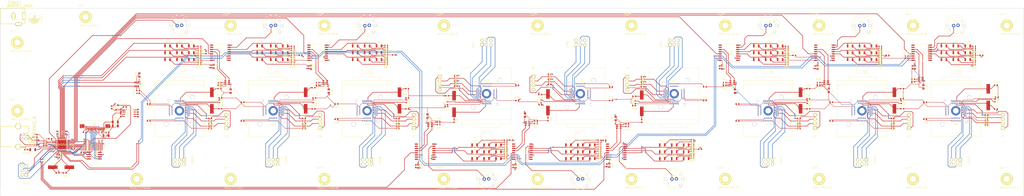
<source format=kicad_pcb>
(kicad_pcb (version 20171130) (host pcbnew "(5.1.12)-1")
  (title_block (title "Ganged Programming Rig") (date 2016-10-24) (rev A) (company "Stephan Electronics"))
  (layers (0 F.Cu signal) (1 In1.Cu signal) (2 In2.Cu signal) (31 B.Cu signal) (34 B.Paste user) (35 F.Paste user) (36 B.SilkS user) (37 F.SilkS user) (38 B.Mask user) (39 F.Mask user) (44 Edge.Cuts user))
  (net 0 "")
  (net 1 +5V)
  (net 2 GND)
  (net 3 +12V)
  (net 4 +3V3)
  (net 5 "Net-(C11-Pad1)")
  (net 6 "Net-(C15-Pad1)")
  (net 7 "Net-(C16-Pad1)")
  (net 8 "Net-(C17-Pad1)")
  (net 9 "Net-(C17-Pad2)")
  (net 10 "Net-(C18-Pad1)")
  (net 11 "Net-(C20-Pad1)")
  (net 12 "Net-(C20-Pad2)")
  (net 13 "/Programming Socket #0/5V_SOCKET")
  (net 14 "Net-(C30-Pad1)")
  (net 15 "Net-(C33-Pad1)")
  (net 16 "Net-(C34-Pad1)")
  (net 17 "/Programming Socket #1/5V_SOCKET")
  (net 18 "Net-(C43-Pad1)")
  (net 19 "Net-(C46-Pad1)")
  (net 20 "Net-(C47-Pad1)")
  (net 21 "/Programming Socket #2/5V_SOCKET")
  (net 22 "Net-(C56-Pad1)")
  (net 23 "Net-(C59-Pad1)")
  (net 24 "Net-(C60-Pad1)")
  (net 25 "/Programming Socket #3/5V_SOCKET")
  (net 26 "Net-(C69-Pad1)")
  (net 27 "Net-(C72-Pad1)")
  (net 28 "Net-(C73-Pad1)")
  (net 29 "/Programming Socket #4/5V_SOCKET")
  (net 30 "Net-(C82-Pad1)")
  (net 31 "Net-(C85-Pad1)")
  (net 32 "Net-(C86-Pad1)")
  (net 33 "/Programming Socket #5/5V_SOCKET")
  (net 34 "Net-(C95-Pad1)")
  (net 35 "Net-(C98-Pad1)")
  (net 36 "Net-(C99-Pad1)")
  (net 37 "/Programming Socket #6/5V_SOCKET")
  (net 38 "Net-(C108-Pad1)")
  (net 39 "Net-(C111-Pad1)")
  (net 40 "Net-(C112-Pad1)")
  (net 41 "/Programming Socket #7/5V_SOCKET")
  (net 42 "Net-(C121-Pad1)")
  (net 43 "Net-(C124-Pad1)")
  (net 44 "Net-(C125-Pad1)")
  (net 45 "/Programming Socket #8/5V_SOCKET")
  (net 46 "Net-(C132-Pad1)")
  (net 47 "Net-(C135-Pad1)")
  (net 48 "Net-(C136-Pad1)")
  (net 49 /MISO)
  (net 50 /SCK)
  (net 51 /MOSI)
  (net 52 /RESET)
  (net 53 "/Programming Socket #0/PROG_MISO")
  (net 54 "/Programming Socket #0/PROG_SCK")
  (net 55 "/Programming Socket #0/PROG_MOSI")
  (net 56 "/Programming Socket #0/PROG_RESET")
  (net 57 "/Programming Socket #1/PROG_MISO")
  (net 58 "/Programming Socket #1/PROG_SCK")
  (net 59 "/Programming Socket #1/PROG_MOSI")
  (net 60 "/Programming Socket #1/PROG_RESET")
  (net 61 "/Programming Socket #2/PROG_MISO")
  (net 62 "/Programming Socket #2/PROG_SCK")
  (net 63 "/Programming Socket #2/PROG_MOSI")
  (net 64 "/Programming Socket #2/PROG_RESET")
  (net 65 "/Programming Socket #3/PROG_MISO")
  (net 66 "/Programming Socket #3/PROG_SCK")
  (net 67 "/Programming Socket #3/PROG_MOSI")
  (net 68 "/Programming Socket #3/PROG_RESET")
  (net 69 "/Programming Socket #4/PROG_MISO")
  (net 70 "/Programming Socket #4/PROG_SCK")
  (net 71 "/Programming Socket #4/PROG_MOSI")
  (net 72 "/Programming Socket #4/PROG_RESET")
  (net 73 "/Programming Socket #5/PROG_MISO")
  (net 74 "/Programming Socket #5/PROG_SCK")
  (net 75 "/Programming Socket #5/PROG_MOSI")
  (net 76 "/Programming Socket #5/PROG_RESET")
  (net 77 "/Programming Socket #6/PROG_MISO")
  (net 78 "/Programming Socket #6/PROG_SCK")
  (net 79 "/Programming Socket #6/PROG_MOSI")
  (net 80 "/Programming Socket #6/PROG_RESET")
  (net 81 "/Programming Socket #7/PROG_MISO")
  (net 82 "/Programming Socket #7/PROG_SCK")
  (net 83 "/Programming Socket #7/PROG_MOSI")
  (net 84 "/Programming Socket #7/PROG_RESET")
  (net 85 "/Programming Socket #8/PROG_MISO")
  (net 86 "/Programming Socket #8/PROG_SCK")
  (net 87 "/Programming Socket #8/PROG_MOSI")
  (net 88 "/Programming Socket #8/PROG_RESET")
  (net 89 "Net-(D1-Pad1)")
  (net 90 "Net-(D1-Pad2)")
  (net 91 "/Programming Socket #0/LED1")
  (net 92 "Net-(D2-Pad2)")
  (net 93 "Net-(D3-Pad2)")
  (net 94 "Net-(D4-Pad2)")
  (net 95 "/Programming Socket #0/LED2")
  (net 96 "Net-(D5-Pad2)")
  (net 97 "Net-(D6-Pad2)")
  (net 98 "Net-(D7-Pad2)")
  (net 99 "/Programming Socket #0/LED3")
  (net 100 "Net-(D8-Pad2)")
  (net 101 "Net-(D9-Pad2)")
  (net 102 "Net-(D10-Pad2)")
  (net 103 "/Programming Socket #1/LED1")
  (net 104 "Net-(D11-Pad2)")
  (net 105 "Net-(D12-Pad2)")
  (net 106 "Net-(D13-Pad2)")
  (net 107 "/Programming Socket #1/LED2")
  (net 108 "Net-(D14-Pad2)")
  (net 109 "Net-(D15-Pad2)")
  (net 110 "Net-(D16-Pad2)")
  (net 111 "/Programming Socket #1/LED3")
  (net 112 "Net-(D17-Pad2)")
  (net 113 "Net-(D18-Pad2)")
  (net 114 "Net-(D19-Pad2)")
  (net 115 "/Programming Socket #2/LED1")
  (net 116 "Net-(D20-Pad2)")
  (net 117 "Net-(D21-Pad2)")
  (net 118 "Net-(D22-Pad2)")
  (net 119 "/Programming Socket #2/LED2")
  (net 120 "Net-(D23-Pad2)")
  (net 121 "Net-(D24-Pad2)")
  (net 122 "Net-(D25-Pad2)")
  (net 123 "/Programming Socket #2/LED3")
  (net 124 "Net-(D26-Pad2)")
  (net 125 "Net-(D27-Pad2)")
  (net 126 "Net-(D28-Pad2)")
  (net 127 "/Programming Socket #3/LED1")
  (net 128 "Net-(D29-Pad2)")
  (net 129 "Net-(D30-Pad2)")
  (net 130 "Net-(D31-Pad2)")
  (net 131 "/Programming Socket #3/LED2")
  (net 132 "Net-(D32-Pad2)")
  (net 133 "Net-(D33-Pad2)")
  (net 134 "Net-(D34-Pad2)")
  (net 135 "/Programming Socket #3/LED3")
  (net 136 "Net-(D35-Pad2)")
  (net 137 "Net-(D36-Pad2)")
  (net 138 "Net-(D37-Pad2)")
  (net 139 "/Programming Socket #4/LED1")
  (net 140 "Net-(D38-Pad2)")
  (net 141 "Net-(D39-Pad2)")
  (net 142 "Net-(D40-Pad2)")
  (net 143 "/Programming Socket #4/LED2")
  (net 144 "Net-(D41-Pad2)")
  (net 145 "Net-(D42-Pad2)")
  (net 146 "Net-(D43-Pad2)")
  (net 147 "/Programming Socket #4/LED3")
  (net 148 "Net-(D44-Pad2)")
  (net 149 "Net-(D45-Pad2)")
  (net 150 "Net-(D46-Pad2)")
  (net 151 "/Programming Socket #5/LED1")
  (net 152 "Net-(D47-Pad2)")
  (net 153 "Net-(D48-Pad2)")
  (net 154 "Net-(D49-Pad2)")
  (net 155 "/Programming Socket #5/LED2")
  (net 156 "Net-(D50-Pad2)")
  (net 157 "Net-(D51-Pad2)")
  (net 158 "Net-(D52-Pad2)")
  (net 159 "/Programming Socket #5/LED3")
  (net 160 "Net-(D53-Pad2)")
  (net 161 "Net-(D54-Pad2)")
  (net 162 "Net-(D55-Pad2)")
  (net 163 "/Programming Socket #6/LED1")
  (net 164 "Net-(D56-Pad2)")
  (net 165 "Net-(D57-Pad2)")
  (net 166 "Net-(D58-Pad2)")
  (net 167 "/Programming Socket #6/LED2")
  (net 168 "Net-(D59-Pad2)")
  (net 169 "Net-(D60-Pad2)")
  (net 170 "Net-(D61-Pad2)")
  (net 171 "/Programming Socket #6/LED3")
  (net 172 "Net-(D62-Pad2)")
  (net 173 "Net-(D63-Pad2)")
  (net 174 "Net-(D64-Pad2)")
  (net 175 "/Programming Socket #7/LED1")
  (net 176 "Net-(D65-Pad2)")
  (net 177 "Net-(D66-Pad2)")
  (net 178 "Net-(D67-Pad2)")
  (net 179 "/Programming Socket #7/LED2")
  (net 180 "Net-(D68-Pad2)")
  (net 181 "Net-(D69-Pad2)")
  (net 182 "Net-(D70-Pad2)")
  (net 183 "/Programming Socket #7/LED3")
  (net 184 "Net-(D71-Pad2)")
  (net 185 "Net-(D72-Pad2)")
  (net 186 "Net-(D73-Pad2)")
  (net 187 "Net-(D74-Pad2)")
  (net 188 "Net-(D75-Pad2)")
  (net 189 "Net-(D76-Pad2)")
  (net 190 "Net-(D77-Pad2)")
  (net 191 "Net-(D78-Pad2)")
  (net 192 "Net-(D79-Pad2)")
  (net 193 "Net-(D80-Pad2)")
  (net 194 "Net-(D81-Pad2)")
  (net 195 "Net-(D82-Pad2)")
  (net 196 "Net-(P1-Pad1)")
  (net 197 "Net-(P1-Pad2)")
  (net 198 "Net-(P1-Pad3)")
  (net 199 "Net-(P2-Pad1)")
  (net 200 "Net-(P2-Pad2)")
  (net 201 "Net-(P2-Pad3)")
  (net 202 "Net-(P3-Pad1)")
  (net 203 "Net-(P3-Pad2)")
  (net 204 "Net-(P3-Pad3)")
  (net 205 "Net-(P4-Pad1)")
  (net 206 "Net-(P4-Pad2)")
  (net 207 "Net-(P4-Pad3)")
  (net 208 "Net-(P5-Pad1)")
  (net 209 "Net-(P5-Pad2)")
  (net 210 "Net-(P5-Pad3)")
  (net 211 "Net-(P6-Pad1)")
  (net 212 "Net-(P6-Pad2)")
  (net 213 "Net-(P6-Pad3)")
  (net 214 "Net-(P7-Pad1)")
  (net 215 "Net-(P7-Pad2)")
  (net 216 "Net-(P7-Pad3)")
  (net 217 "Net-(P8-Pad1)")
  (net 218 "Net-(P8-Pad2)")
  (net 219 "Net-(P8-Pad3)")
  (net 220 "Net-(P9-Pad1)")
  (net 221 "Net-(P9-Pad2)")
  (net 222 "Net-(P9-Pad3)")
  (net 223 /BL_POWER)
  (net 224 "Net-(R1-Pad1)")
  (net 225 "Net-(R4-Pad1)")
  (net 226 /USB_D-)
  (net 227 "Net-(R5-Pad1)")
  (net 228 /USB_D+)
  (net 229 /SPI2_MOSI)
  (net 230 /SPI2_CLK)
  (net 231 /LCD_DnC)
  (net 232 /LCD_nRES)
  (net 233 /LCD_SS)
  (net 234 /FLASH_nS)
  (net 235 "Net-(R6-Pad10)")
  (net 236 /FLASH_HV_nS)
  (net 237 /LCD_HV_SS)
  (net 238 /LCD_HV_nRES)
  (net 239 /LCD_HV_DnC)
  (net 240 /SPI2_HV_SCK)
  (net 241 /SPI2_HV_MOSI)
  (net 242 "Net-(R15-Pad2)")
  (net 243 "Net-(R18-Pad2)")
  (net 244 "Net-(R19-Pad2)")
  (net 245 "Net-(R28-Pad2)")
  (net 246 "Net-(R31-Pad2)")
  (net 247 "Net-(R32-Pad2)")
  (net 248 "Net-(R41-Pad2)")
  (net 249 "Net-(R44-Pad2)")
  (net 250 "Net-(R45-Pad2)")
  (net 251 "Net-(R54-Pad2)")
  (net 252 "Net-(R57-Pad2)")
  (net 253 "Net-(R58-Pad2)")
  (net 254 "Net-(R67-Pad2)")
  (net 255 "Net-(R70-Pad2)")
  (net 256 "Net-(R71-Pad2)")
  (net 257 "Net-(R80-Pad2)")
  (net 258 "Net-(R83-Pad2)")
  (net 259 "Net-(R84-Pad2)")
  (net 260 "Net-(R93-Pad2)")
  (net 261 "Net-(R96-Pad2)")
  (net 262 "Net-(R97-Pad2)")
  (net 263 "Net-(R106-Pad2)")
  (net 264 "Net-(R109-Pad2)")
  (net 265 "Net-(R110-Pad2)")
  (net 266 "Net-(R119-Pad2)")
  (net 267 "Net-(R122-Pad2)")
  (net 268 "Net-(R123-Pad2)")
  (net 269 "/Programming Socket #0/SWITCH")
  (net 270 "/Programming Socket #1/SWITCH")
  (net 271 "/Programming Socket #2/SWITCH")
  (net 272 "/Programming Socket #3/SWITCH")
  (net 273 "/Programming Socket #4/SWITCH")
  (net 274 "/Programming Socket #5/SWITCH")
  (net 275 "/Programming Socket #6/SWITCH")
  (net 276 "/Programming Socket #7/SWITCH")
  (net 277 /USB_VBUS)
  (net 278 /SPI2_MISO)
  (net 279 "/Programming Socket #0/PSU_EN")
  (net 280 "/Programming Socket #0/PSU_FAULT")
  (net 281 "/Programming Socket #1/PSU_EN")
  (net 282 "/Programming Socket #1/PSU_FAULT")
  (net 283 "/Programming Socket #2/PSU_EN")
  (net 284 "/Programming Socket #2/PSU_FAULT")
  (net 285 "/Programming Socket #3/PSU_EN")
  (net 286 "/Programming Socket #3/PSU_FAULT")
  (net 287 "/Programming Socket #4/PSU_EN")
  (net 288 "/Programming Socket #4/PSU_FAULT")
  (net 289 "/Programming Socket #5/PSU_EN")
  (net 290 "/Programming Socket #5/PSU_FAULT")
  (net 291 "/Programming Socket #6/PSU_EN")
  (net 292 "/Programming Socket #6/PSU_FAULT")
  (net 293 "/Programming Socket #7/PSU_EN")
  (net 294 "/Programming Socket #7/PSU_FAULT")
  (net 295 "Net-(U32-Pad3)")
  (net 296 "Net-(U32-Pad2)")
  (net 297 "/Programming Socket #8/LED1")
  (net 298 "/Programming Socket #8/LED2")
  (net 299 "/Programming Socket #8/LED3")
  (net 300 "/Programming Socket #3/INT")
  (net 301 "/Programming Socket #0/I2C_SCL")
  (net 302 "/Programming Socket #0/I2C_SDA")
  (net 303 "/Programming Socket #4/INT")
  (net 304 "/Programming Socket #8/SWITCH")
  (net 305 "/Programming Socket #5/INT")
  (net 306 "/Programming Socket #7/INT")
  (net 307 "/Programming Socket #6/INT")
  (net 308 "/Programming Socket #2/INT")
  (net 309 "/Programming Socket #1/INT")
  (net 310 "/Programming Socket #0/INT")
  (net 311 "/Programming Socket #8/PSU_FAULT")
  (net 312 "/Programming Socket #8/PSU_EN")
  (module Capacitors_SMD:C_0603 (layer F.Cu) (at 92.7 127.1)
    (fp_text reference C1 (at 0 -1.9) (layer F.SilkS))
    (fp_text value 100nF)
    (pad 1 smd rect (at -0.75 0) (size 0.8 0.75) (layers F.Cu F.Paste F.Mask) (net 1 +5V))
    (pad 2 smd rect (at 0.75 0) (size 0.8 0.75) (layers F.Cu F.Paste F.Mask) (net 2 GND))
  )
  (module Capacitors_SMD:C_0603 (layer F.Cu) (at 84.6 131.6 270)
    (fp_text reference C2 (at 0 -1.9 270) (layer F.SilkS))
    (fp_text value 100nF)
    (pad 1 smd rect (at -0.75 0 270) (size 0.8 0.75) (layers F.Cu F.Paste F.Mask) (net 1 +5V))
    (pad 2 smd rect (at 0.75 0 270) (size 0.8 0.75) (layers F.Cu F.Paste F.Mask) (net 2 GND))
  )
  (module Capacitors_SMD:C_0603 (layer F.Cu) (at 79.3 121.4 180)
    (fp_text reference C3 (at 0 -1.9 180) (layer F.SilkS))
    (fp_text value 100nF)
    (pad 1 smd rect (at -0.75 0 180) (size 0.8 0.75) (layers F.Cu F.Paste F.Mask) (net 1 +5V))
    (pad 2 smd rect (at 0.75 0 180) (size 0.8 0.75) (layers F.Cu F.Paste F.Mask) (net 2 GND))
  )
  (module Capacitors_SMD:C_0603 (layer F.Cu) (at 83.3 117.8 90)
    (fp_text reference C4 (at 0 -1.9 90) (layer F.SilkS))
    (fp_text value 100nF)
    (pad 1 smd rect (at -0.75 0 90) (size 0.8 0.75) (layers F.Cu F.Paste F.Mask) (net 1 +5V))
    (pad 2 smd rect (at 0.75 0 90) (size 0.8 0.75) (layers F.Cu F.Paste F.Mask) (net 2 GND))
  )
  (module Capacitors_SMD:C_1206 (layer F.Cu) (at 117.4 113.9)
    (fp_text reference C5 (at 0 -2.3) (layer F.SilkS))
    (fp_text value 22uF)
    (pad 1 smd rect (at -1.5 0) (size 1 1.6) (layers F.Cu F.Paste F.Mask) (net 3 +12V))
    (pad 2 smd rect (at 1.5 0) (size 1 1.6) (layers F.Cu F.Paste F.Mask) (net 2 GND))
  )
  (module Capacitors_SMD:C_1206 (layer F.Cu) (at 117.4 111.6)
    (fp_text reference C6 (at 0 -2.3) (layer F.SilkS))
    (fp_text value 22uF)
    (pad 1 smd rect (at -1.5 0) (size 1 1.6) (layers F.Cu F.Paste F.Mask) (net 3 +12V))
    (pad 2 smd rect (at 1.5 0) (size 1 1.6) (layers F.Cu F.Paste F.Mask) (net 2 GND))
  )
  (module Capacitors_SMD:C_0603 (layer F.Cu) (at 99.5 117.6)
    (fp_text reference C7 (at 0 -1.9) (layer F.SilkS))
    (fp_text value 100nF)
    (pad 1 smd rect (at -0.75 0) (size 0.8 0.75) (layers F.Cu F.Paste F.Mask) (net 2 GND))
    (pad 2 smd rect (at 0.75 0) (size 0.8 0.75) (layers F.Cu F.Paste F.Mask) (net 4 +3V3))
  )
  (module Capacitors_SMD:C_0603 (layer F.Cu) (at 88.4 117.8 90)
    (fp_text reference C8 (at 0 -1.9 90) (layer F.SilkS))
    (fp_text value 100nF)
    (pad 1 smd rect (at -0.75 0 90) (size 0.8 0.75) (layers F.Cu F.Paste F.Mask) (net 1 +5V))
    (pad 2 smd rect (at 0.75 0 90) (size 0.8 0.75) (layers F.Cu F.Paste F.Mask) (net 2 GND))
  )
  (module Capacitors_SMD:C_0603 (layer F.Cu) (at 112.8 117.8)
    (fp_text reference C9 (at 0 -1.9) (layer F.SilkS))
    (fp_text value 100nF)
    (pad 1 smd rect (at -0.75 0) (size 0.8 0.75) (layers F.Cu F.Paste F.Mask) (net 3 +12V))
    (pad 2 smd rect (at 0.75 0) (size 0.8 0.75) (layers F.Cu F.Paste F.Mask) (net 2 GND))
  )
  (module Capacitors_SMD:C_0603 (layer F.Cu) (at 71.5 119.7 90)
    (fp_text reference C10 (at 0 -1.9 90) (layer F.SilkS))
    (fp_text value 100nF)
    (pad 1 smd rect (at -0.75 0 90) (size 0.8 0.75) (layers F.Cu F.Paste F.Mask) (net 277 /USB_VBUS))
    (pad 2 smd rect (at 0.75 0 90) (size 0.8 0.75) (layers F.Cu F.Paste F.Mask) (net 2 GND))
  )
  (module Capacitors_SMD:C_1206 (layer F.Cu) (at 112 119.6)
    (fp_text reference C11 (at 0 -2.3) (layer F.SilkS))
    (fp_text value 4.7uF)
    (pad 1 smd rect (at -1.5 0) (size 1 1.6) (layers F.Cu F.Paste F.Mask) (net 5 "Net-(C11-Pad1)"))
    (pad 2 smd rect (at 1.5 0) (size 1 1.6) (layers F.Cu F.Paste F.Mask) (net 2 GND))
  )
  (module Capacitors_SMD:C_0603 (layer F.Cu) (at 76.1 125.2 180)
    (fp_text reference C12 (at 0 -1.9 180) (layer F.SilkS))
    (fp_text value 1uF)
    (pad 1 smd rect (at -0.75 0 180) (size 0.8 0.75) (layers F.Cu F.Paste F.Mask) (net 4 +3V3))
    (pad 2 smd rect (at 0.75 0 180) (size 0.8 0.75) (layers F.Cu F.Paste F.Mask) (net 2 GND))
  )
  (module Capacitors_SMD:C_0603 (layer F.Cu) (at 115.2 103 270)
    (fp_text reference C13 (at 0 -1.9 270) (layer F.SilkS))
    (fp_text value 4.7uF)
    (pad 1 smd rect (at -0.75 0 270) (size 0.8 0.75) (layers F.Cu F.Paste F.Mask) (net 1 +5V))
    (pad 2 smd rect (at 0.75 0 270) (size 0.8 0.75) (layers F.Cu F.Paste F.Mask) (net 2 GND))
  )
  (module Capacitors_SMD:C_0603 (layer F.Cu) (at 98.1 129.5 180)
    (fp_text reference C14 (at 0 -1.9 180) (layer F.SilkS))
    (fp_text value 100nF)
    (pad 1 smd rect (at -0.75 0 180) (size 0.8 0.75) (layers F.Cu F.Paste F.Mask) (net 4 +3V3))
    (pad 2 smd rect (at 0.75 0 180) (size 0.8 0.75) (layers F.Cu F.Paste F.Mask) (net 2 GND))
  )
  (module Capacitors_SMD:C_0603 (layer F.Cu) (at 123 102.7)
    (fp_text reference C15 (at 0 -1.9) (layer F.SilkS))
    (fp_text value 100nF)
    (pad 1 smd rect (at -0.75 0) (size 0.8 0.75) (layers F.Cu F.Paste F.Mask) (net 6 "Net-(C15-Pad1)"))
    (pad 2 smd rect (at 0.75 0) (size 0.8 0.75) (layers F.Cu F.Paste F.Mask) (net 2 GND))
  )
  (module Capacitors_SMD:C_0603 (layer F.Cu) (at 83.6 141.4)
    (fp_text reference C16 (at 0 -1.9) (layer F.SilkS))
    (fp_text value 18pF)
    (pad 1 smd rect (at -0.75 0) (size 0.8 0.75) (layers F.Cu F.Paste F.Mask) (net 7 "Net-(C16-Pad1)"))
    (pad 2 smd rect (at 0.75 0) (size 0.8 0.75) (layers F.Cu F.Paste F.Mask) (net 2 GND))
  )
  (module Capacitors_SMD:C_0603 (layer F.Cu) (at 130.7 107.8 270)
    (fp_text reference C17 (at 0 -1.9 270) (layer F.SilkS))
    (fp_text value 220nF)
    (pad 1 smd rect (at -0.75 0 270) (size 0.8 0.75) (layers F.Cu F.Paste F.Mask) (net 8 "Net-(C17-Pad1)"))
    (pad 2 smd rect (at 0.75 0 270) (size 0.8 0.75) (layers F.Cu F.Paste F.Mask) (net 9 "Net-(C17-Pad2)"))
  )
  (module Capacitors_SMD:C_0603 (layer F.Cu) (at 87.8 141.4 180)
    (fp_text reference C18 (at 0 -1.9 180) (layer F.SilkS))
    (fp_text value 18pF)
    (pad 1 smd rect (at -0.75 0 180) (size 0.8 0.75) (layers F.Cu F.Paste F.Mask) (net 10 "Net-(C18-Pad1)"))
    (pad 2 smd rect (at 0.75 0 180) (size 0.8 0.75) (layers F.Cu F.Paste F.Mask) (net 2 GND))
  )
  (module Capacitors_SMD:C_0603 (layer F.Cu) (at 120.6 104.9 90)
    (fp_text reference C19 (at 0 -1.9 90) (layer F.SilkS))
    (fp_text value 100nF)
    (pad 1 smd rect (at -0.75 0 90) (size 0.8 0.75) (layers F.Cu F.Paste F.Mask) (net 3 +12V))
    (pad 2 smd rect (at 0.75 0 90) (size 0.8 0.75) (layers F.Cu F.Paste F.Mask) (net 6 "Net-(C15-Pad1)"))
  )
  (module Capacitors_SMD:C_0603 (layer F.Cu) (at 130.7 105 90)
    (fp_text reference C20 (at 0 -1.9 90) (layer F.SilkS))
    (fp_text value 220nF)
    (pad 1 smd rect (at -0.75 0 90) (size 0.8 0.75) (layers F.Cu F.Paste F.Mask) (net 11 "Net-(C20-Pad1)"))
    (pad 2 smd rect (at 0.75 0 90) (size 0.8 0.75) (layers F.Cu F.Paste F.Mask) (net 12 "Net-(C20-Pad2)"))
  )
  (module Capacitors_SMD:C_0603 (layer F.Cu) (at 120.6 107.6 270)
    (fp_text reference C21 (at 0 -1.9 270) (layer F.SilkS))
    (fp_text value 4.7uF)
    (pad 1 smd rect (at -0.75 0 270) (size 0.8 0.75) (layers F.Cu F.Paste F.Mask) (net 3 +12V))
    (pad 2 smd rect (at 0.75 0 270) (size 0.8 0.75) (layers F.Cu F.Paste F.Mask) (net 2 GND))
  )
  (module Capacitors_SMD:C_0603 (layer F.Cu) (at 584.6 79.5 270)
    (fp_text reference C22 (at 0 -1.9 270) (layer F.SilkS))
    (fp_text value 100nF)
    (pad 1 smd rect (at -0.75 0 270) (size 0.8 0.75) (layers F.Cu F.Paste F.Mask) (net 1 +5V))
    (pad 2 smd rect (at 0.75 0 270) (size 0.8 0.75) (layers F.Cu F.Paste F.Mask) (net 2 GND))
  )
  (module Capacitors_SMD:C_0805 (layer F.Cu) (at 586.1 79.5 270)
    (fp_text reference C23 (at 0 -2.1 270) (layer F.SilkS))
    (fp_text value 10uF)
    (pad 1 smd rect (at -1 0 270) (size 1 1.25) (layers F.Cu F.Paste F.Mask) (net 1 +5V))
    (pad 2 smd rect (at 1 0 270) (size 1 1.25) (layers F.Cu F.Paste F.Mask) (net 2 GND))
  )
  (module Capacitors_SMD:C_0805 (layer F.Cu) (at 591.1 91 270)
    (fp_text reference C24 (at 0 -2.1 270) (layer F.SilkS))
    (fp_text value 10uF)
    (pad 1 smd rect (at -1 0 270) (size 1 1.25) (layers F.Cu F.Paste F.Mask) (net 1 +5V))
    (pad 2 smd rect (at 1 0 270) (size 1 1.25) (layers F.Cu F.Paste F.Mask) (net 2 GND))
  )
  (module Capacitors_SMD:C_0603 (layer F.Cu) (at 585.1 88 180)
    (fp_text reference C25 (at 0 -1.9 180) (layer F.SilkS))
    (fp_text value 1uF)
    (pad 1 smd rect (at -0.75 0 180) (size 0.8 0.75) (layers F.Cu F.Paste F.Mask) (net 13 "/Programming Socket #0/5V_SOCKET"))
    (pad 2 smd rect (at 0.75 0 180) (size 0.8 0.75) (layers F.Cu F.Paste F.Mask) (net 2 GND))
  )
  (module Capacitors_SMD:C_0603 (layer F.Cu) (at 625.1 72.5)
    (fp_text reference C26 (at 0 -1.9) (layer F.SilkS))
    (fp_text value 100nF)
    (pad 1 smd rect (at -0.75 0) (size 0.8 0.75) (layers F.Cu F.Paste F.Mask) (net 1 +5V))
    (pad 2 smd rect (at 0.75 0) (size 0.8 0.75) (layers F.Cu F.Paste F.Mask) (net 2 GND))
  )
  (module Capacitors_SMD:C_0603 (layer F.Cu) (at 592.1 100 180)
    (fp_text reference C27 (at 0 -1.9 180) (layer F.SilkS))
    (fp_text value 100nF)
    (pad 1 smd rect (at -0.75 0 180) (size 0.8 0.75) (layers F.Cu F.Paste F.Mask) (net 13 "/Programming Socket #0/5V_SOCKET"))
    (pad 2 smd rect (at 0.75 0 180) (size 0.8 0.75) (layers F.Cu F.Paste F.Mask) (net 2 GND))
  )
  (module Capacitors_SMD:C_0603 (layer F.Cu) (at 592.1 110 180)
    (fp_text reference C28 (at 0 -1.9 180) (layer F.SilkS))
    (fp_text value 100nF)
    (pad 1 smd rect (at -0.75 0 180) (size 0.8 0.75) (layers F.Cu F.Paste F.Mask) (net 13 "/Programming Socket #0/5V_SOCKET"))
    (pad 2 smd rect (at 0.75 0 180) (size 0.8 0.75) (layers F.Cu F.Paste F.Mask) (net 2 GND))
  )
  (module Capacitors_SMD:C_0603 (layer F.Cu) (at 628.1 110.5)
    (fp_text reference C29 (at 0 -1.9) (layer F.SilkS))
    (fp_text value 100nF)
    (pad 1 smd rect (at -0.75 0) (size 0.8 0.75) (layers F.Cu F.Paste F.Mask) (net 13 "/Programming Socket #0/5V_SOCKET"))
    (pad 2 smd rect (at 0.75 0) (size 0.8 0.75) (layers F.Cu F.Paste F.Mask) (net 2 GND))
  )
  (module Capacitors_SMD:C_0603 (layer F.Cu) (at 628.1 107.5)
    (fp_text reference C30 (at 0 -1.9) (layer F.SilkS))
    (fp_text value 1uF)
    (pad 1 smd rect (at -0.75 0) (size 0.8 0.75) (layers F.Cu F.Paste F.Mask) (net 14 "Net-(C30-Pad1)"))
    (pad 2 smd rect (at 0.75 0) (size 0.8 0.75) (layers F.Cu F.Paste F.Mask) (net 2 GND))
  )
  (module Capacitors_SMD:C_0603 (layer F.Cu) (at 628.1 113.5)
    (fp_text reference C31 (at 0 -1.9) (layer F.SilkS))
    (fp_text value 100nF)
    (pad 1 smd rect (at -0.75 0) (size 0.8 0.75) (layers F.Cu F.Paste F.Mask) (net 13 "/Programming Socket #0/5V_SOCKET"))
    (pad 2 smd rect (at 0.75 0) (size 0.8 0.75) (layers F.Cu F.Paste F.Mask) (net 2 GND))
  )
  (module Capacitors_SMD:C_0603 (layer F.Cu) (at 634.1 97)
    (fp_text reference C32 (at 0 -1.9) (layer F.SilkS))
    (fp_text value 100nF)
    (pad 1 smd rect (at -0.75 0) (size 0.8 0.75) (layers F.Cu F.Paste F.Mask) (net 13 "/Programming Socket #0/5V_SOCKET"))
    (pad 2 smd rect (at 0.75 0) (size 0.8 0.75) (layers F.Cu F.Paste F.Mask) (net 2 GND))
  )
  (module Capacitors_SMD:C_0603 (layer F.Cu) (at 633.6 90)
    (fp_text reference C33 (at 0 -1.9) (layer F.SilkS))
    (fp_text value 18pF)
    (pad 1 smd rect (at -0.75 0) (size 0.8 0.75) (layers F.Cu F.Paste F.Mask) (net 15 "Net-(C33-Pad1)"))
    (pad 2 smd rect (at 0.75 0) (size 0.8 0.75) (layers F.Cu F.Paste F.Mask) (net 2 GND))
  )
  (module Capacitors_SMD:C_0603 (layer F.Cu) (at 633.6 104)
    (fp_text reference C34 (at 0 -1.9) (layer F.SilkS))
    (fp_text value 18pF)
    (pad 1 smd rect (at -0.75 0) (size 0.8 0.75) (layers F.Cu F.Paste F.Mask) (net 16 "Net-(C34-Pad1)"))
    (pad 2 smd rect (at 0.75 0) (size 0.8 0.75) (layers F.Cu F.Paste F.Mask) (net 2 GND))
  )
  (module Capacitors_SMD:C_0603 (layer F.Cu) (at 527.6 79.5 270)
    (fp_text reference C35 (at 0 -1.9 270) (layer F.SilkS))
    (fp_text value 100nF)
    (pad 1 smd rect (at -0.75 0 270) (size 0.8 0.75) (layers F.Cu F.Paste F.Mask) (net 1 +5V))
    (pad 2 smd rect (at 0.75 0 270) (size 0.8 0.75) (layers F.Cu F.Paste F.Mask) (net 2 GND))
  )
  (module Capacitors_SMD:C_0805 (layer F.Cu) (at 529.1 79.5 270)
    (fp_text reference C36 (at 0 -2.1 270) (layer F.SilkS))
    (fp_text value 10uF)
    (pad 1 smd rect (at -1 0 270) (size 1 1.25) (layers F.Cu F.Paste F.Mask) (net 1 +5V))
    (pad 2 smd rect (at 1 0 270) (size 1 1.25) (layers F.Cu F.Paste F.Mask) (net 2 GND))
  )
  (module Capacitors_SMD:C_0805 (layer F.Cu) (at 535.6 93 270)
    (fp_text reference C37 (at 0 -2.1 270) (layer F.SilkS))
    (fp_text value 10uF)
    (pad 1 smd rect (at -1 0 270) (size 1 1.25) (layers F.Cu F.Paste F.Mask) (net 1 +5V))
    (pad 2 smd rect (at 1 0 270) (size 1 1.25) (layers F.Cu F.Paste F.Mask) (net 2 GND))
  )
  (module Capacitors_SMD:C_0603 (layer F.Cu) (at 529.6 90 180)
    (fp_text reference C38 (at 0 -1.9 180) (layer F.SilkS))
    (fp_text value 1uF)
    (pad 1 smd rect (at -0.75 0 180) (size 0.8 0.75) (layers F.Cu F.Paste F.Mask) (net 17 "/Programming Socket #1/5V_SOCKET"))
    (pad 2 smd rect (at 0.75 0 180) (size 0.8 0.75) (layers F.Cu F.Paste F.Mask) (net 2 GND))
  )
  (module Capacitors_SMD:C_0603 (layer F.Cu) (at 570.1 72.5)
    (fp_text reference C39 (at 0 -1.9) (layer F.SilkS))
    (fp_text value 100nF)
    (pad 1 smd rect (at -0.75 0) (size 0.8 0.75) (layers F.Cu F.Paste F.Mask) (net 1 +5V))
    (pad 2 smd rect (at 0.75 0) (size 0.8 0.75) (layers F.Cu F.Paste F.Mask) (net 2 GND))
  )
  (module Capacitors_SMD:C_0603 (layer F.Cu) (at 537.1 100 180)
    (fp_text reference C40 (at 0 -1.9 180) (layer F.SilkS))
    (fp_text value 100nF)
    (pad 1 smd rect (at -0.75 0 180) (size 0.8 0.75) (layers F.Cu F.Paste F.Mask) (net 17 "/Programming Socket #1/5V_SOCKET"))
    (pad 2 smd rect (at 0.75 0 180) (size 0.8 0.75) (layers F.Cu F.Paste F.Mask) (net 2 GND))
  )
  (module Capacitors_SMD:C_0603 (layer F.Cu) (at 537.1 111 180)
    (fp_text reference C41 (at 0 -1.9 180) (layer F.SilkS))
    (fp_text value 100nF)
    (pad 1 smd rect (at -0.75 0 180) (size 0.8 0.75) (layers F.Cu F.Paste F.Mask) (net 17 "/Programming Socket #1/5V_SOCKET"))
    (pad 2 smd rect (at 0.75 0 180) (size 0.8 0.75) (layers F.Cu F.Paste F.Mask) (net 2 GND))
  )
  (module Capacitors_SMD:C_0603 (layer F.Cu) (at 573.1 112.5)
    (fp_text reference C42 (at 0 -1.9) (layer F.SilkS))
    (fp_text value 100nF)
    (pad 1 smd rect (at -0.75 0) (size 0.8 0.75) (layers F.Cu F.Paste F.Mask) (net 17 "/Programming Socket #1/5V_SOCKET"))
    (pad 2 smd rect (at 0.75 0) (size 0.8 0.75) (layers F.Cu F.Paste F.Mask) (net 2 GND))
  )
  (module Capacitors_SMD:C_0603 (layer F.Cu) (at 573.1 109.5)
    (fp_text reference C43 (at 0 -1.9) (layer F.SilkS))
    (fp_text value 1uF)
    (pad 1 smd rect (at -0.75 0) (size 0.8 0.75) (layers F.Cu F.Paste F.Mask) (net 18 "Net-(C43-Pad1)"))
    (pad 2 smd rect (at 0.75 0) (size 0.8 0.75) (layers F.Cu F.Paste F.Mask) (net 2 GND))
  )
  (module Capacitors_SMD:C_0603 (layer F.Cu) (at 573.1 115.5)
    (fp_text reference C44 (at 0 -1.9) (layer F.SilkS))
    (fp_text value 100nF)
    (pad 1 smd rect (at -0.75 0) (size 0.8 0.75) (layers F.Cu F.Paste F.Mask) (net 17 "/Programming Socket #1/5V_SOCKET"))
    (pad 2 smd rect (at 0.75 0) (size 0.8 0.75) (layers F.Cu F.Paste F.Mask) (net 2 GND))
  )
  (module Capacitors_SMD:C_0603 (layer F.Cu) (at 578.6 98)
    (fp_text reference C45 (at 0 -1.9) (layer F.SilkS))
    (fp_text value 100nF)
    (pad 1 smd rect (at -0.75 0) (size 0.8 0.75) (layers F.Cu F.Paste F.Mask) (net 17 "/Programming Socket #1/5V_SOCKET"))
    (pad 2 smd rect (at 0.75 0) (size 0.8 0.75) (layers F.Cu F.Paste F.Mask) (net 2 GND))
  )
  (module Capacitors_SMD:C_0603 (layer F.Cu) (at 578.6 92)
    (fp_text reference C46 (at 0 -1.9) (layer F.SilkS))
    (fp_text value 18pF)
    (pad 1 smd rect (at -0.75 0) (size 0.8 0.75) (layers F.Cu F.Paste F.Mask) (net 19 "Net-(C46-Pad1)"))
    (pad 2 smd rect (at 0.75 0) (size 0.8 0.75) (layers F.Cu F.Paste F.Mask) (net 2 GND))
  )
  (module Capacitors_SMD:C_0603 (layer F.Cu) (at 578.7 103.8)
    (fp_text reference C47 (at 0 -1.9) (layer F.SilkS))
    (fp_text value 18pF)
    (pad 1 smd rect (at -0.75 0) (size 0.8 0.75) (layers F.Cu F.Paste F.Mask) (net 20 "Net-(C47-Pad1)"))
    (pad 2 smd rect (at 0.75 0) (size 0.8 0.75) (layers F.Cu F.Paste F.Mask) (net 2 GND))
  )
  (module Capacitors_SMD:C_0603 (layer F.Cu) (at 471.6 79.5 270)
    (fp_text reference C48 (at 0 -1.9 270) (layer F.SilkS))
    (fp_text value 100nF)
    (pad 1 smd rect (at -0.75 0 270) (size 0.8 0.75) (layers F.Cu F.Paste F.Mask) (net 1 +5V))
    (pad 2 smd rect (at 0.75 0 270) (size 0.8 0.75) (layers F.Cu F.Paste F.Mask) (net 2 GND))
  )
  (module Capacitors_SMD:C_0805 (layer F.Cu) (at 473.1 79.5 270)
    (fp_text reference C49 (at 0 -2.1 270) (layer F.SilkS))
    (fp_text value 10uF)
    (pad 1 smd rect (at -1 0 270) (size 1 1.25) (layers F.Cu F.Paste F.Mask) (net 1 +5V))
    (pad 2 smd rect (at 1 0 270) (size 1 1.25) (layers F.Cu F.Paste F.Mask) (net 2 GND))
  )
  (module Capacitors_SMD:C_0805 (layer F.Cu) (at 480.6 93.5 270)
    (fp_text reference C50 (at 0 -2.1 270) (layer F.SilkS))
    (fp_text value 10uF)
    (pad 1 smd rect (at -1 0 270) (size 1 1.25) (layers F.Cu F.Paste F.Mask) (net 1 +5V))
    (pad 2 smd rect (at 1 0 270) (size 1 1.25) (layers F.Cu F.Paste F.Mask) (net 2 GND))
  )
  (module Capacitors_SMD:C_0603 (layer F.Cu) (at 474.6 90 180)
    (fp_text reference C51 (at 0 -1.9 180) (layer F.SilkS))
    (fp_text value 1uF)
    (pad 1 smd rect (at -0.75 0 180) (size 0.8 0.75) (layers F.Cu F.Paste F.Mask) (net 21 "/Programming Socket #2/5V_SOCKET"))
    (pad 2 smd rect (at 0.75 0 180) (size 0.8 0.75) (layers F.Cu F.Paste F.Mask) (net 2 GND))
  )
  (module Capacitors_SMD:C_0603 (layer F.Cu) (at 515.35 72.5)
    (fp_text reference C52 (at 0 -1.9) (layer F.SilkS))
    (fp_text value 100nF)
    (pad 1 smd rect (at -0.75 0) (size 0.8 0.75) (layers F.Cu F.Paste F.Mask) (net 1 +5V))
    (pad 2 smd rect (at 0.75 0) (size 0.8 0.75) (layers F.Cu F.Paste F.Mask) (net 2 GND))
  )
  (module Capacitors_SMD:C_0603 (layer F.Cu) (at 482.1 101 180)
    (fp_text reference C53 (at 0 -1.9 180) (layer F.SilkS))
    (fp_text value 100nF)
    (pad 1 smd rect (at -0.75 0 180) (size 0.8 0.75) (layers F.Cu F.Paste F.Mask) (net 21 "/Programming Socket #2/5V_SOCKET"))
    (pad 2 smd rect (at 0.75 0 180) (size 0.8 0.75) (layers F.Cu F.Paste F.Mask) (net 2 GND))
  )
  (module Capacitors_SMD:C_0603 (layer F.Cu) (at 482.1 111 180)
    (fp_text reference C54 (at 0 -1.9 180) (layer F.SilkS))
    (fp_text value 100nF)
    (pad 1 smd rect (at -0.75 0 180) (size 0.8 0.75) (layers F.Cu F.Paste F.Mask) (net 21 "/Programming Socket #2/5V_SOCKET"))
    (pad 2 smd rect (at 0.75 0 180) (size 0.8 0.75) (layers F.Cu F.Paste F.Mask) (net 2 GND))
  )
  (module Capacitors_SMD:C_0603 (layer F.Cu) (at 518.1 112.5)
    (fp_text reference C55 (at 0 -1.9) (layer F.SilkS))
    (fp_text value 100nF)
    (pad 1 smd rect (at -0.75 0) (size 0.8 0.75) (layers F.Cu F.Paste F.Mask) (net 21 "/Programming Socket #2/5V_SOCKET"))
    (pad 2 smd rect (at 0.75 0) (size 0.8 0.75) (layers F.Cu F.Paste F.Mask) (net 2 GND))
  )
  (module Capacitors_SMD:C_0603 (layer F.Cu) (at 518.1 109.5)
    (fp_text reference C56 (at 0 -1.9) (layer F.SilkS))
    (fp_text value 1uF)
    (pad 1 smd rect (at -0.75 0) (size 0.8 0.75) (layers F.Cu F.Paste F.Mask) (net 22 "Net-(C56-Pad1)"))
    (pad 2 smd rect (at 0.75 0) (size 0.8 0.75) (layers F.Cu F.Paste F.Mask) (net 2 GND))
  )
  (module Capacitors_SMD:C_0603 (layer F.Cu) (at 518.1 115.5)
    (fp_text reference C57 (at 0 -1.9) (layer F.SilkS))
    (fp_text value 100nF)
    (pad 1 smd rect (at -0.75 0) (size 0.8 0.75) (layers F.Cu F.Paste F.Mask) (net 21 "/Programming Socket #2/5V_SOCKET"))
    (pad 2 smd rect (at 0.75 0) (size 0.8 0.75) (layers F.Cu F.Paste F.Mask) (net 2 GND))
  )
  (module Capacitors_SMD:C_0603 (layer F.Cu) (at 523.6 98)
    (fp_text reference C58 (at 0 -1.9) (layer F.SilkS))
    (fp_text value 100nF)
    (pad 1 smd rect (at -0.75 0) (size 0.8 0.75) (layers F.Cu F.Paste F.Mask) (net 21 "/Programming Socket #2/5V_SOCKET"))
    (pad 2 smd rect (at 0.75 0) (size 0.8 0.75) (layers F.Cu F.Paste F.Mask) (net 2 GND))
  )
  (module Capacitors_SMD:C_0603 (layer F.Cu) (at 523.6 92)
    (fp_text reference C59 (at 0 -1.9) (layer F.SilkS))
    (fp_text value 18pF)
    (pad 1 smd rect (at -0.75 0) (size 0.8 0.75) (layers F.Cu F.Paste F.Mask) (net 23 "Net-(C59-Pad1)"))
    (pad 2 smd rect (at 0.75 0) (size 0.8 0.75) (layers F.Cu F.Paste F.Mask) (net 2 GND))
  )
  (module Capacitors_SMD:C_0603 (layer F.Cu) (at 523.7 103.9)
    (fp_text reference C60 (at 0 -1.9) (layer F.SilkS))
    (fp_text value 18pF)
    (pad 1 smd rect (at -0.75 0) (size 0.8 0.75) (layers F.Cu F.Paste F.Mask) (net 24 "Net-(C60-Pad1)"))
    (pad 2 smd rect (at 0.75 0) (size 0.8 0.75) (layers F.Cu F.Paste F.Mask) (net 2 GND))
  )
  (module Capacitors_SMD:C_0603 (layer F.Cu) (at 405.5 137 270)
    (fp_text reference C61 (at 0 -1.9 270) (layer F.SilkS))
    (fp_text value 100nF)
    (pad 1 smd rect (at -0.75 0 270) (size 0.8 0.75) (layers F.Cu F.Paste F.Mask) (net 1 +5V))
    (pad 2 smd rect (at 0.75 0 270) (size 0.8 0.75) (layers F.Cu F.Paste F.Mask) (net 2 GND))
  )
  (module Capacitors_SMD:C_0805 (layer F.Cu) (at 407 137 270)
    (fp_text reference C62 (at 0 -2.1 270) (layer F.SilkS))
    (fp_text value 10uF)
    (pad 1 smd rect (at -1 0 270) (size 1 1.25) (layers F.Cu F.Paste F.Mask) (net 1 +5V))
    (pad 2 smd rect (at 1 0 270) (size 1 1.25) (layers F.Cu F.Paste F.Mask) (net 2 GND))
  )
  (module Capacitors_SMD:C_0805 (layer F.Cu) (at 410.7 109.5 90)
    (fp_text reference C63 (at 0 -2.1 90) (layer F.SilkS))
    (fp_text value 10uF)
    (pad 1 smd rect (at -1 0 90) (size 1 1.25) (layers F.Cu F.Paste F.Mask) (net 1 +5V))
    (pad 2 smd rect (at 1 0 90) (size 1 1.25) (layers F.Cu F.Paste F.Mask) (net 2 GND))
  )
  (module Capacitors_SMD:C_0603 (layer F.Cu) (at 417.5 112.7)
    (fp_text reference C64 (at 0 -1.9) (layer F.SilkS))
    (fp_text value 1uF)
    (pad 1 smd rect (at -0.75 0) (size 0.8 0.75) (layers F.Cu F.Paste F.Mask) (net 25 "/Programming Socket #3/5V_SOCKET"))
    (pad 2 smd rect (at 0.75 0) (size 0.8 0.75) (layers F.Cu F.Paste F.Mask) (net 2 GND))
  )
  (module Capacitors_SMD:C_0603 (layer F.Cu) (at 460.25 127.5)
    (fp_text reference C65 (at 0 -1.9) (layer F.SilkS))
    (fp_text value 100nF)
    (pad 1 smd rect (at -0.75 0) (size 0.8 0.75) (layers F.Cu F.Paste F.Mask) (net 1 +5V))
    (pad 2 smd rect (at 0.75 0) (size 0.8 0.75) (layers F.Cu F.Paste F.Mask) (net 2 GND))
  )
  (module Capacitors_SMD:C_0603 (layer F.Cu) (at 426.5 85 180)
    (fp_text reference C66 (at 0 -1.9 180) (layer F.SilkS))
    (fp_text value 100nF)
    (pad 1 smd rect (at -0.75 0 180) (size 0.8 0.75) (layers F.Cu F.Paste F.Mask) (net 25 "/Programming Socket #3/5V_SOCKET"))
    (pad 2 smd rect (at 0.75 0 180) (size 0.8 0.75) (layers F.Cu F.Paste F.Mask) (net 2 GND))
  )
  (module Capacitors_SMD:C_0603 (layer F.Cu) (at 426.5 88 180)
    (fp_text reference C67 (at 0 -1.9 180) (layer F.SilkS))
    (fp_text value 100nF)
    (pad 1 smd rect (at -0.75 0 180) (size 0.8 0.75) (layers F.Cu F.Paste F.Mask) (net 25 "/Programming Socket #3/5V_SOCKET"))
    (pad 2 smd rect (at 0.75 0 180) (size 0.8 0.75) (layers F.Cu F.Paste F.Mask) (net 2 GND))
  )
  (module Capacitors_SMD:C_0603 (layer F.Cu) (at 421.5 102 180)
    (fp_text reference C68 (at 0 -1.9 180) (layer F.SilkS))
    (fp_text value 100nF)
    (pad 1 smd rect (at -0.75 0 180) (size 0.8 0.75) (layers F.Cu F.Paste F.Mask) (net 25 "/Programming Socket #3/5V_SOCKET"))
    (pad 2 smd rect (at 0.75 0 180) (size 0.8 0.75) (layers F.Cu F.Paste F.Mask) (net 2 GND))
  )
  (module Capacitors_SMD:C_0603 (layer F.Cu) (at 426.5 91 180)
    (fp_text reference C69 (at 0 -1.9 180) (layer F.SilkS))
    (fp_text value 1uF)
    (pad 1 smd rect (at -0.75 0 180) (size 0.8 0.75) (layers F.Cu F.Paste F.Mask) (net 26 "Net-(C69-Pad1)"))
    (pad 2 smd rect (at 0.75 0 180) (size 0.8 0.75) (layers F.Cu F.Paste F.Mask) (net 2 GND))
  )
  (module Capacitors_SMD:C_0603 (layer F.Cu) (at 463 99)
    (fp_text reference C70 (at 0 -1.9) (layer F.SilkS))
    (fp_text value 100nF)
    (pad 1 smd rect (at -0.75 0) (size 0.8 0.75) (layers F.Cu F.Paste F.Mask) (net 25 "/Programming Socket #3/5V_SOCKET"))
    (pad 2 smd rect (at 0.75 0) (size 0.8 0.75) (layers F.Cu F.Paste F.Mask) (net 2 GND))
  )
  (module Capacitors_SMD:C_0603 (layer F.Cu) (at 463 91)
    (fp_text reference C71 (at 0 -1.9) (layer F.SilkS))
    (fp_text value 100nF)
    (pad 1 smd rect (at -0.75 0) (size 0.8 0.75) (layers F.Cu F.Paste F.Mask) (net 25 "/Programming Socket #3/5V_SOCKET"))
    (pad 2 smd rect (at 0.75 0) (size 0.8 0.75) (layers F.Cu F.Paste F.Mask) (net 2 GND))
  )
  (module Capacitors_SMD:C_0603 (layer F.Cu) (at 426 111 270)
    (fp_text reference C72 (at 0 -1.9 270) (layer F.SilkS))
    (fp_text value 18pF)
    (pad 1 smd rect (at -0.75 0 270) (size 0.8 0.75) (layers F.Cu F.Paste F.Mask) (net 27 "Net-(C72-Pad1)"))
    (pad 2 smd rect (at 0.75 0 270) (size 0.8 0.75) (layers F.Cu F.Paste F.Mask) (net 2 GND))
  )
  (module Capacitors_SMD:C_0603 (layer F.Cu) (at 421.6 96.5 180)
    (fp_text reference C73 (at 0 -1.9 180) (layer F.SilkS))
    (fp_text value 18pF)
    (pad 1 smd rect (at -0.75 0 180) (size 0.8 0.75) (layers F.Cu F.Paste F.Mask) (net 28 "Net-(C73-Pad1)"))
    (pad 2 smd rect (at 0.75 0 180) (size 0.8 0.75) (layers F.Cu F.Paste F.Mask) (net 2 GND))
  )
  (module Capacitors_SMD:C_0603 (layer F.Cu) (at 350.5 137.5 270)
    (fp_text reference C74 (at 0 -1.9 270) (layer F.SilkS))
    (fp_text value 100nF)
    (pad 1 smd rect (at -0.75 0 270) (size 0.8 0.75) (layers F.Cu F.Paste F.Mask) (net 1 +5V))
    (pad 2 smd rect (at 0.75 0 270) (size 0.8 0.75) (layers F.Cu F.Paste F.Mask) (net 2 GND))
  )
  (module Capacitors_SMD:C_0805 (layer F.Cu) (at 352 137.5 270)
    (fp_text reference C75 (at 0 -2.1 270) (layer F.SilkS))
    (fp_text value 10uF)
    (pad 1 smd rect (at -1 0 270) (size 1 1.25) (layers F.Cu F.Paste F.Mask) (net 1 +5V))
    (pad 2 smd rect (at 1 0 270) (size 1 1.25) (layers F.Cu F.Paste F.Mask) (net 2 GND))
  )
  (module Capacitors_SMD:C_0805 (layer F.Cu) (at 357.5 107.5 90)
    (fp_text reference C76 (at 0 -2.1 90) (layer F.SilkS))
    (fp_text value 10uF)
    (pad 1 smd rect (at -1 0 90) (size 1 1.25) (layers F.Cu F.Paste F.Mask) (net 1 +5V))
    (pad 2 smd rect (at 1 0 90) (size 1 1.25) (layers F.Cu F.Paste F.Mask) (net 2 GND))
  )
  (module Capacitors_SMD:C_0603 (layer F.Cu) (at 364 111)
    (fp_text reference C77 (at 0 -1.9) (layer F.SilkS))
    (fp_text value 1uF)
    (pad 1 smd rect (at -0.75 0) (size 0.8 0.75) (layers F.Cu F.Paste F.Mask) (net 29 "/Programming Socket #4/5V_SOCKET"))
    (pad 2 smd rect (at 0.75 0) (size 0.8 0.75) (layers F.Cu F.Paste F.Mask) (net 2 GND))
  )
  (module Capacitors_SMD:C_0603 (layer F.Cu) (at 404.1 122.3)
    (fp_text reference C78 (at 0 -1.9) (layer F.SilkS))
    (fp_text value 100nF)
    (pad 1 smd rect (at -0.75 0) (size 0.8 0.75) (layers F.Cu F.Paste F.Mask) (net 1 +5V))
    (pad 2 smd rect (at 0.75 0) (size 0.8 0.75) (layers F.Cu F.Paste F.Mask) (net 2 GND))
  )
  (module Capacitors_SMD:C_0603 (layer F.Cu) (at 366.5 101.5 180)
    (fp_text reference C79 (at 0 -1.9 180) (layer F.SilkS))
    (fp_text value 100nF)
    (pad 1 smd rect (at -0.75 0 180) (size 0.8 0.75) (layers F.Cu F.Paste F.Mask) (net 29 "/Programming Socket #4/5V_SOCKET"))
    (pad 2 smd rect (at 0.75 0 180) (size 0.8 0.75) (layers F.Cu F.Paste F.Mask) (net 2 GND))
  )
  (module Capacitors_SMD:C_0603 (layer F.Cu) (at 372 83.5 180)
    (fp_text reference C80 (at 0 -1.9 180) (layer F.SilkS))
    (fp_text value 100nF)
    (pad 1 smd rect (at -0.75 0 180) (size 0.8 0.75) (layers F.Cu F.Paste F.Mask) (net 29 "/Programming Socket #4/5V_SOCKET"))
    (pad 2 smd rect (at 0.75 0 180) (size 0.8 0.75) (layers F.Cu F.Paste F.Mask) (net 2 GND))
  )
  (module Capacitors_SMD:C_0603 (layer F.Cu) (at 372 86.5 180)
    (fp_text reference C81 (at 0 -1.9 180) (layer F.SilkS))
    (fp_text value 100nF)
    (pad 1 smd rect (at -0.75 0 180) (size 0.8 0.75) (layers F.Cu F.Paste F.Mask) (net 29 "/Programming Socket #4/5V_SOCKET"))
    (pad 2 smd rect (at 0.75 0 180) (size 0.8 0.75) (layers F.Cu F.Paste F.Mask) (net 2 GND))
  )
  (module Capacitors_SMD:C_0603 (layer F.Cu) (at 372 89.5 180)
    (fp_text reference C82 (at 0 -1.9 180) (layer F.SilkS))
    (fp_text value 1uF)
    (pad 1 smd rect (at -0.75 0 180) (size 0.8 0.75) (layers F.Cu F.Paste F.Mask) (net 30 "Net-(C82-Pad1)"))
    (pad 2 smd rect (at 0.75 0 180) (size 0.8 0.75) (layers F.Cu F.Paste F.Mask) (net 2 GND))
  )
  (module Capacitors_SMD:C_0603 (layer F.Cu) (at 408 99)
    (fp_text reference C83 (at 0 -1.9) (layer F.SilkS))
    (fp_text value 100nF)
    (pad 1 smd rect (at -0.75 0) (size 0.8 0.75) (layers F.Cu F.Paste F.Mask) (net 29 "/Programming Socket #4/5V_SOCKET"))
    (pad 2 smd rect (at 0.75 0) (size 0.8 0.75) (layers F.Cu F.Paste F.Mask) (net 2 GND))
  )
  (module Capacitors_SMD:C_0603 (layer F.Cu) (at 408 91)
    (fp_text reference C84 (at 0 -1.9) (layer F.SilkS))
    (fp_text value 100nF)
    (pad 1 smd rect (at -0.75 0) (size 0.8 0.75) (layers F.Cu F.Paste F.Mask) (net 29 "/Programming Socket #4/5V_SOCKET"))
    (pad 2 smd rect (at 0.75 0) (size 0.8 0.75) (layers F.Cu F.Paste F.Mask) (net 2 GND))
  )
  (module Capacitors_SMD:C_0603 (layer F.Cu) (at 371 110 270)
    (fp_text reference C85 (at 0 -1.9 270) (layer F.SilkS))
    (fp_text value 18pF)
    (pad 1 smd rect (at -0.75 0 270) (size 0.8 0.75) (layers F.Cu F.Paste F.Mask) (net 31 "Net-(C85-Pad1)"))
    (pad 2 smd rect (at 0.75 0 270) (size 0.8 0.75) (layers F.Cu F.Paste F.Mask) (net 2 GND))
  )
  (module Capacitors_SMD:C_0603 (layer F.Cu) (at 366.4 95.5 180)
    (fp_text reference C86 (at 0 -1.9 180) (layer F.SilkS))
    (fp_text value 18pF)
    (pad 1 smd rect (at -0.75 0 180) (size 0.8 0.75) (layers F.Cu F.Paste F.Mask) (net 32 "Net-(C86-Pad1)"))
    (pad 2 smd rect (at 0.75 0 180) (size 0.8 0.75) (layers F.Cu F.Paste F.Mask) (net 2 GND))
  )
  (module Capacitors_SMD:C_0603 (layer F.Cu) (at 293.5 137.5 270)
    (fp_text reference C87 (at 0 -1.9 270) (layer F.SilkS))
    (fp_text value 100nF)
    (pad 1 smd rect (at -0.75 0 270) (size 0.8 0.75) (layers F.Cu F.Paste F.Mask) (net 1 +5V))
    (pad 2 smd rect (at 0.75 0 270) (size 0.8 0.75) (layers F.Cu F.Paste F.Mask) (net 2 GND))
  )
  (module Capacitors_SMD:C_0805 (layer F.Cu) (at 295 137.5 270)
    (fp_text reference C88 (at 0 -2.1 270) (layer F.SilkS))
    (fp_text value 10uF)
    (pad 1 smd rect (at -1 0 270) (size 1 1.25) (layers F.Cu F.Paste F.Mask) (net 1 +5V))
    (pad 2 smd rect (at 1 0 270) (size 1 1.25) (layers F.Cu F.Paste F.Mask) (net 2 GND))
  )
  (module Capacitors_SMD:C_0805 (layer F.Cu) (at 300.4 108.1 90)
    (fp_text reference C89 (at 0 -2.1 90) (layer F.SilkS))
    (fp_text value 10uF)
    (pad 1 smd rect (at -1 0 90) (size 1 1.25) (layers F.Cu F.Paste F.Mask) (net 1 +5V))
    (pad 2 smd rect (at 1 0 90) (size 1 1.25) (layers F.Cu F.Paste F.Mask) (net 2 GND))
  )
  (module Capacitors_SMD:C_0603 (layer F.Cu) (at 306.9 111.6)
    (fp_text reference C90 (at 0 -1.9) (layer F.SilkS))
    (fp_text value 1uF)
    (pad 1 smd rect (at -0.75 0) (size 0.8 0.75) (layers F.Cu F.Paste F.Mask) (net 33 "/Programming Socket #5/5V_SOCKET"))
    (pad 2 smd rect (at 0.75 0) (size 0.8 0.75) (layers F.Cu F.Paste F.Mask) (net 2 GND))
  )
  (module Capacitors_SMD:C_0603 (layer F.Cu) (at 349.4 122.2)
    (fp_text reference C91 (at 0 -1.9) (layer F.SilkS))
    (fp_text value 100nF)
    (pad 1 smd rect (at -0.75 0) (size 0.8 0.75) (layers F.Cu F.Paste F.Mask) (net 1 +5V))
    (pad 2 smd rect (at 0.75 0) (size 0.8 0.75) (layers F.Cu F.Paste F.Mask) (net 2 GND))
  )
  (module Capacitors_SMD:C_0603 (layer F.Cu) (at 311.5 102.5 180)
    (fp_text reference C92 (at 0 -1.9 180) (layer F.SilkS))
    (fp_text value 100nF)
    (pad 1 smd rect (at -0.75 0 180) (size 0.8 0.75) (layers F.Cu F.Paste F.Mask) (net 33 "/Programming Socket #5/5V_SOCKET"))
    (pad 2 smd rect (at 0.75 0 180) (size 0.8 0.75) (layers F.Cu F.Paste F.Mask) (net 2 GND))
  )
  (module Capacitors_SMD:C_0603 (layer F.Cu) (at 317 84.5 180)
    (fp_text reference C93 (at 0 -1.9 180) (layer F.SilkS))
    (fp_text value 100nF)
    (pad 1 smd rect (at -0.75 0 180) (size 0.8 0.75) (layers F.Cu F.Paste F.Mask) (net 33 "/Programming Socket #5/5V_SOCKET"))
    (pad 2 smd rect (at 0.75 0 180) (size 0.8 0.75) (layers F.Cu F.Paste F.Mask) (net 2 GND))
  )
  (module Capacitors_SMD:C_0603 (layer F.Cu) (at 317 87.5 180)
    (fp_text reference C94 (at 0 -1.9 180) (layer F.SilkS))
    (fp_text value 100nF)
    (pad 1 smd rect (at -0.75 0 180) (size 0.8 0.75) (layers F.Cu F.Paste F.Mask) (net 33 "/Programming Socket #5/5V_SOCKET"))
    (pad 2 smd rect (at 0.75 0 180) (size 0.8 0.75) (layers F.Cu F.Paste F.Mask) (net 2 GND))
  )
  (module Capacitors_SMD:C_0603 (layer F.Cu) (at 317 90.5 180)
    (fp_text reference C95 (at 0 -1.9 180) (layer F.SilkS))
    (fp_text value 1uF)
    (pad 1 smd rect (at -0.75 0 180) (size 0.8 0.75) (layers F.Cu F.Paste F.Mask) (net 34 "Net-(C95-Pad1)"))
    (pad 2 smd rect (at 0.75 0 180) (size 0.8 0.75) (layers F.Cu F.Paste F.Mask) (net 2 GND))
  )
  (module Capacitors_SMD:C_0603 (layer F.Cu) (at 353 99)
    (fp_text reference C96 (at 0 -1.9) (layer F.SilkS))
    (fp_text value 100nF)
    (pad 1 smd rect (at -0.75 0) (size 0.8 0.75) (layers F.Cu F.Paste F.Mask) (net 33 "/Programming Socket #5/5V_SOCKET"))
    (pad 2 smd rect (at 0.75 0) (size 0.8 0.75) (layers F.Cu F.Paste F.Mask) (net 2 GND))
  )
  (module Capacitors_SMD:C_0603 (layer F.Cu) (at 353 90)
    (fp_text reference C97 (at 0 -1.9) (layer F.SilkS))
    (fp_text value 100nF)
    (pad 1 smd rect (at -0.75 0) (size 0.8 0.75) (layers F.Cu F.Paste F.Mask) (net 33 "/Programming Socket #5/5V_SOCKET"))
    (pad 2 smd rect (at 0.75 0) (size 0.8 0.75) (layers F.Cu F.Paste F.Mask) (net 2 GND))
  )
  (module Capacitors_SMD:C_0603 (layer F.Cu) (at 316 111 270)
    (fp_text reference C98 (at 0 -1.9 270) (layer F.SilkS))
    (fp_text value 18pF)
    (pad 1 smd rect (at -0.75 0 270) (size 0.8 0.75) (layers F.Cu F.Paste F.Mask) (net 35 "Net-(C98-Pad1)"))
    (pad 2 smd rect (at 0.75 0 270) (size 0.8 0.75) (layers F.Cu F.Paste F.Mask) (net 2 GND))
  )
  (module Capacitors_SMD:C_0603 (layer F.Cu) (at 311.9 96.2 180)
    (fp_text reference C99 (at 0 -1.9 180) (layer F.SilkS))
    (fp_text value 18pF)
    (pad 1 smd rect (at -0.75 0 180) (size 0.8 0.75) (layers F.Cu F.Paste F.Mask) (net 36 "Net-(C99-Pad1)"))
    (pad 2 smd rect (at 0.75 0 180) (size 0.8 0.75) (layers F.Cu F.Paste F.Mask) (net 2 GND))
  )
  (module Capacitors_SMD:C_0603 (layer F.Cu) (at 230.5 79.5 270)
    (fp_text reference C100 (at 0 -1.9 270) (layer F.SilkS))
    (fp_text value 100nF)
    (pad 1 smd rect (at -0.75 0 270) (size 0.8 0.75) (layers F.Cu F.Paste F.Mask) (net 1 +5V))
    (pad 2 smd rect (at 0.75 0 270) (size 0.8 0.75) (layers F.Cu F.Paste F.Mask) (net 2 GND))
  )
  (module Capacitors_SMD:C_0805 (layer F.Cu) (at 232 79.5 270)
    (fp_text reference C101 (at 0 -2.1 270) (layer F.SilkS))
    (fp_text value 10uF)
    (pad 1 smd rect (at -1 0 270) (size 1 1.25) (layers F.Cu F.Paste F.Mask) (net 1 +5V))
    (pad 2 smd rect (at 1 0 270) (size 1 1.25) (layers F.Cu F.Paste F.Mask) (net 2 GND))
  )
  (module Capacitors_SMD:C_0805 (layer F.Cu) (at 242.5 93.5 270)
    (fp_text reference C102 (at 0 -2.1 270) (layer F.SilkS))
    (fp_text value 10uF)
    (pad 1 smd rect (at -1 0 270) (size 1 1.25) (layers F.Cu F.Paste F.Mask) (net 1 +5V))
    (pad 2 smd rect (at 1 0 270) (size 1 1.25) (layers F.Cu F.Paste F.Mask) (net 2 GND))
  )
  (module Capacitors_SMD:C_0603 (layer F.Cu) (at 236 90 180)
    (fp_text reference C103 (at 0 -1.9 180) (layer F.SilkS))
    (fp_text value 1uF)
    (pad 1 smd rect (at -0.75 0 180) (size 0.8 0.75) (layers F.Cu F.Paste F.Mask) (net 37 "/Programming Socket #6/5V_SOCKET"))
    (pad 2 smd rect (at 0.75 0 180) (size 0.8 0.75) (layers F.Cu F.Paste F.Mask) (net 2 GND))
  )
  (module Capacitors_SMD:C_0603 (layer F.Cu) (at 280.75 72.25)
    (fp_text reference C104 (at 0 -1.9) (layer F.SilkS))
    (fp_text value 100nF)
    (pad 1 smd rect (at -0.75 0) (size 0.8 0.75) (layers F.Cu F.Paste F.Mask) (net 1 +5V))
    (pad 2 smd rect (at 0.75 0) (size 0.8 0.75) (layers F.Cu F.Paste F.Mask) (net 2 GND))
  )
  (module Capacitors_SMD:C_0603 (layer F.Cu) (at 247 101 180)
    (fp_text reference C105 (at 0 -1.9 180) (layer F.SilkS))
    (fp_text value 100nF)
    (pad 1 smd rect (at -0.75 0 180) (size 0.8 0.75) (layers F.Cu F.Paste F.Mask) (net 37 "/Programming Socket #6/5V_SOCKET"))
    (pad 2 smd rect (at 0.75 0 180) (size 0.8 0.75) (layers F.Cu F.Paste F.Mask) (net 2 GND))
  )
  (module Capacitors_SMD:C_0603 (layer F.Cu) (at 247 110 180)
    (fp_text reference C106 (at 0 -1.9 180) (layer F.SilkS))
    (fp_text value 100nF)
    (pad 1 smd rect (at -0.75 0 180) (size 0.8 0.75) (layers F.Cu F.Paste F.Mask) (net 37 "/Programming Socket #6/5V_SOCKET"))
    (pad 2 smd rect (at 0.75 0 180) (size 0.8 0.75) (layers F.Cu F.Paste F.Mask) (net 2 GND))
  )
  (module Capacitors_SMD:C_0603 (layer F.Cu) (at 283 112.5)
    (fp_text reference C107 (at 0 -1.9) (layer F.SilkS))
    (fp_text value 100nF)
    (pad 1 smd rect (at -0.75 0) (size 0.8 0.75) (layers F.Cu F.Paste F.Mask) (net 37 "/Programming Socket #6/5V_SOCKET"))
    (pad 2 smd rect (at 0.75 0) (size 0.8 0.75) (layers F.Cu F.Paste F.Mask) (net 2 GND))
  )
  (module Capacitors_SMD:C_0603 (layer F.Cu) (at 283 109.5)
    (fp_text reference C108 (at 0 -1.9) (layer F.SilkS))
    (fp_text value 1uF)
    (pad 1 smd rect (at -0.75 0) (size 0.8 0.75) (layers F.Cu F.Paste F.Mask) (net 38 "Net-(C108-Pad1)"))
    (pad 2 smd rect (at 0.75 0) (size 0.8 0.75) (layers F.Cu F.Paste F.Mask) (net 2 GND))
  )
  (module Capacitors_SMD:C_0603 (layer F.Cu) (at 283 115.5)
    (fp_text reference C109 (at 0 -1.9) (layer F.SilkS))
    (fp_text value 100nF)
    (pad 1 smd rect (at -0.75 0) (size 0.8 0.75) (layers F.Cu F.Paste F.Mask) (net 37 "/Programming Socket #6/5V_SOCKET"))
    (pad 2 smd rect (at 0.75 0) (size 0.8 0.75) (layers F.Cu F.Paste F.Mask) (net 2 GND))
  )
  (module Capacitors_SMD:C_0603 (layer F.Cu) (at 288.5 97.5)
    (fp_text reference C110 (at 0 -1.9) (layer F.SilkS))
    (fp_text value 100nF)
    (pad 1 smd rect (at -0.75 0) (size 0.8 0.75) (layers F.Cu F.Paste F.Mask) (net 37 "/Programming Socket #6/5V_SOCKET"))
    (pad 2 smd rect (at 0.75 0) (size 0.8 0.75) (layers F.Cu F.Paste F.Mask) (net 2 GND))
  )
  (module Capacitors_SMD:C_0603 (layer F.Cu) (at 288.5 92)
    (fp_text reference C111 (at 0 -1.9) (layer F.SilkS))
    (fp_text value 18pF)
    (pad 1 smd rect (at -0.75 0) (size 0.8 0.75) (layers F.Cu F.Paste F.Mask) (net 39 "Net-(C111-Pad1)"))
    (pad 2 smd rect (at 0.75 0) (size 0.8 0.75) (layers F.Cu F.Paste F.Mask) (net 2 GND))
  )
  (module Capacitors_SMD:C_0603 (layer F.Cu) (at 288.5 103.9)
    (fp_text reference C112 (at 0 -1.9) (layer F.SilkS))
    (fp_text value 18pF)
    (pad 1 smd rect (at -0.75 0) (size 0.8 0.75) (layers F.Cu F.Paste F.Mask) (net 40 "Net-(C112-Pad1)"))
    (pad 2 smd rect (at 0.75 0) (size 0.8 0.75) (layers F.Cu F.Paste F.Mask) (net 2 GND))
  )
  (module Capacitors_SMD:C_0603 (layer F.Cu) (at 173.5 79 270)
    (fp_text reference C113 (at 0 -1.9 270) (layer F.SilkS))
    (fp_text value 100nF)
    (pad 1 smd rect (at -0.75 0 270) (size 0.8 0.75) (layers F.Cu F.Paste F.Mask) (net 1 +5V))
    (pad 2 smd rect (at 0.75 0 270) (size 0.8 0.75) (layers F.Cu F.Paste F.Mask) (net 2 GND))
  )
  (module Capacitors_SMD:C_0805 (layer F.Cu) (at 175 79 270)
    (fp_text reference C114 (at 0 -2.1 270) (layer F.SilkS))
    (fp_text value 10uF)
    (pad 1 smd rect (at -1 0 270) (size 1 1.25) (layers F.Cu F.Paste F.Mask) (net 1 +5V))
    (pad 2 smd rect (at 1 0 270) (size 1 1.25) (layers F.Cu F.Paste F.Mask) (net 2 GND))
  )
  (module Capacitors_SMD:C_0805 (layer F.Cu) (at 185 93.5 270)
    (fp_text reference C115 (at 0 -2.1 270) (layer F.SilkS))
    (fp_text value 10uF)
    (pad 1 smd rect (at -1 0 270) (size 1 1.25) (layers F.Cu F.Paste F.Mask) (net 1 +5V))
    (pad 2 smd rect (at 1 0 270) (size 1 1.25) (layers F.Cu F.Paste F.Mask) (net 2 GND))
  )
  (module Capacitors_SMD:C_0603 (layer F.Cu) (at 178.5 90 180)
    (fp_text reference C116 (at 0 -1.9 180) (layer F.SilkS))
    (fp_text value 1uF)
    (pad 1 smd rect (at -0.75 0 180) (size 0.8 0.75) (layers F.Cu F.Paste F.Mask) (net 41 "/Programming Socket #7/5V_SOCKET"))
    (pad 2 smd rect (at 0.75 0 180) (size 0.8 0.75) (layers F.Cu F.Paste F.Mask) (net 2 GND))
  )
  (module Capacitors_SMD:C_0603 (layer F.Cu) (at 226 72.5)
    (fp_text reference C117 (at 0 -1.9) (layer F.SilkS))
    (fp_text value 100nF)
    (pad 1 smd rect (at -0.75 0) (size 0.8 0.75) (layers F.Cu F.Paste F.Mask) (net 1 +5V))
    (pad 2 smd rect (at 0.75 0) (size 0.8 0.75) (layers F.Cu F.Paste F.Mask) (net 2 GND))
  )
  (module Capacitors_SMD:C_0603 (layer F.Cu) (at 192 111 180)
    (fp_text reference C118 (at 0 -1.9 180) (layer F.SilkS))
    (fp_text value 100nF)
    (pad 1 smd rect (at -0.75 0 180) (size 0.8 0.75) (layers F.Cu F.Paste F.Mask) (net 41 "/Programming Socket #7/5V_SOCKET"))
    (pad 2 smd rect (at 0.75 0 180) (size 0.8 0.75) (layers F.Cu F.Paste F.Mask) (net 2 GND))
  )
  (module Capacitors_SMD:C_0603 (layer F.Cu) (at 192 100 180)
    (fp_text reference C119 (at 0 -1.9 180) (layer F.SilkS))
    (fp_text value 100nF)
    (pad 1 smd rect (at -0.75 0 180) (size 0.8 0.75) (layers F.Cu F.Paste F.Mask) (net 41 "/Programming Socket #7/5V_SOCKET"))
    (pad 2 smd rect (at 0.75 0 180) (size 0.8 0.75) (layers F.Cu F.Paste F.Mask) (net 2 GND))
  )
  (module Capacitors_SMD:C_0603 (layer F.Cu) (at 228 112.5)
    (fp_text reference C120 (at 0 -1.9) (layer F.SilkS))
    (fp_text value 100nF)
    (pad 1 smd rect (at -0.75 0) (size 0.8 0.75) (layers F.Cu F.Paste F.Mask) (net 41 "/Programming Socket #7/5V_SOCKET"))
    (pad 2 smd rect (at 0.75 0) (size 0.8 0.75) (layers F.Cu F.Paste F.Mask) (net 2 GND))
  )
  (module Capacitors_SMD:C_0603 (layer F.Cu) (at 228 109.5)
    (fp_text reference C121 (at 0 -1.9) (layer F.SilkS))
    (fp_text value 1uF)
    (pad 1 smd rect (at -0.75 0) (size 0.8 0.75) (layers F.Cu F.Paste F.Mask) (net 42 "Net-(C121-Pad1)"))
    (pad 2 smd rect (at 0.75 0) (size 0.8 0.75) (layers F.Cu F.Paste F.Mask) (net 2 GND))
  )
  (module Capacitors_SMD:C_0603 (layer F.Cu) (at 228 115.5)
    (fp_text reference C122 (at 0 -1.9) (layer F.SilkS))
    (fp_text value 100nF)
    (pad 1 smd rect (at -0.75 0) (size 0.8 0.75) (layers F.Cu F.Paste F.Mask) (net 41 "/Programming Socket #7/5V_SOCKET"))
    (pad 2 smd rect (at 0.75 0) (size 0.8 0.75) (layers F.Cu F.Paste F.Mask) (net 2 GND))
  )
  (module Capacitors_SMD:C_0603 (layer F.Cu) (at 234 97.5)
    (fp_text reference C123 (at 0 -1.9) (layer F.SilkS))
    (fp_text value 100nF)
    (pad 1 smd rect (at -0.75 0) (size 0.8 0.75) (layers F.Cu F.Paste F.Mask) (net 41 "/Programming Socket #7/5V_SOCKET"))
    (pad 2 smd rect (at 0.75 0) (size 0.8 0.75) (layers F.Cu F.Paste F.Mask) (net 2 GND))
  )
  (module Capacitors_SMD:C_0603 (layer F.Cu) (at 233.5 91.5)
    (fp_text reference C124 (at 0 -1.9) (layer F.SilkS))
    (fp_text value 18pF)
    (pad 1 smd rect (at -0.75 0) (size 0.8 0.75) (layers F.Cu F.Paste F.Mask) (net 43 "Net-(C124-Pad1)"))
    (pad 2 smd rect (at 0.75 0) (size 0.8 0.75) (layers F.Cu F.Paste F.Mask) (net 2 GND))
  )
  (module Capacitors_SMD:C_0603 (layer F.Cu) (at 233.6 103.9)
    (fp_text reference C125 (at 0 -1.9) (layer F.SilkS))
    (fp_text value 18pF)
    (pad 1 smd rect (at -0.75 0) (size 0.8 0.75) (layers F.Cu F.Paste F.Mask) (net 44 "Net-(C125-Pad1)"))
    (pad 2 smd rect (at 0.75 0) (size 0.8 0.75) (layers F.Cu F.Paste F.Mask) (net 2 GND))
  )
  (module Capacitors_SMD:C_0805 (layer F.Cu) (at 131.5 84 90)
    (fp_text reference C126 (at 0 -2.1 90) (layer F.SilkS))
    (fp_text value 10uF)
    (pad 1 smd rect (at -1 0 90) (size 1 1.25) (layers F.Cu F.Paste F.Mask) (net 1 +5V))
    (pad 2 smd rect (at 1 0 90) (size 1 1.25) (layers F.Cu F.Paste F.Mask) (net 2 GND))
  )
  (module Capacitors_SMD:C_0603 (layer F.Cu) (at 131.5 94 270)
    (fp_text reference C127 (at 0 -1.9 270) (layer F.SilkS))
    (fp_text value 1uF)
    (pad 1 smd rect (at -0.75 0 270) (size 0.8 0.75) (layers F.Cu F.Paste F.Mask) (net 45 "/Programming Socket #8/5V_SOCKET"))
    (pad 2 smd rect (at 0.75 0 270) (size 0.8 0.75) (layers F.Cu F.Paste F.Mask) (net 2 GND))
  )
  (module Capacitors_SMD:C_0603 (layer F.Cu) (at 170.6 70.8 90)
    (fp_text reference C128 (at 0 -1.9 90) (layer F.SilkS))
    (fp_text value 100nF)
    (pad 1 smd rect (at -0.75 0 90) (size 0.8 0.75) (layers F.Cu F.Paste F.Mask) (net 1 +5V))
    (pad 2 smd rect (at 0.75 0 90) (size 0.8 0.75) (layers F.Cu F.Paste F.Mask) (net 2 GND))
  )
  (module Capacitors_SMD:C_0603 (layer F.Cu) (at 137 111 180)
    (fp_text reference C129 (at 0 -1.9 180) (layer F.SilkS))
    (fp_text value 100nF)
    (pad 1 smd rect (at -0.75 0 180) (size 0.8 0.75) (layers F.Cu F.Paste F.Mask) (net 45 "/Programming Socket #8/5V_SOCKET"))
    (pad 2 smd rect (at 0.75 0 180) (size 0.8 0.75) (layers F.Cu F.Paste F.Mask) (net 2 GND))
  )
  (module Capacitors_SMD:C_0603 (layer F.Cu) (at 137 101 180)
    (fp_text reference C130 (at 0 -1.9 180) (layer F.SilkS))
    (fp_text value 100nF)
    (pad 1 smd rect (at -0.75 0 180) (size 0.8 0.75) (layers F.Cu F.Paste F.Mask) (net 45 "/Programming Socket #8/5V_SOCKET"))
    (pad 2 smd rect (at 0.75 0 180) (size 0.8 0.75) (layers F.Cu F.Paste F.Mask) (net 2 GND))
  )
  (module Capacitors_SMD:C_0603 (layer F.Cu) (at 173 112.5)
    (fp_text reference C131 (at 0 -1.9) (layer F.SilkS))
    (fp_text value 100nF)
    (pad 1 smd rect (at -0.75 0) (size 0.8 0.75) (layers F.Cu F.Paste F.Mask) (net 45 "/Programming Socket #8/5V_SOCKET"))
    (pad 2 smd rect (at 0.75 0) (size 0.8 0.75) (layers F.Cu F.Paste F.Mask) (net 2 GND))
  )
  (module Capacitors_SMD:C_0603 (layer F.Cu) (at 173 109.5)
    (fp_text reference C132 (at 0 -1.9) (layer F.SilkS))
    (fp_text value 1uF)
    (pad 1 smd rect (at -0.75 0) (size 0.8 0.75) (layers F.Cu F.Paste F.Mask) (net 46 "Net-(C132-Pad1)"))
    (pad 2 smd rect (at 0.75 0) (size 0.8 0.75) (layers F.Cu F.Paste F.Mask) (net 2 GND))
  )
  (module Capacitors_SMD:C_0603 (layer F.Cu) (at 173 115.5)
    (fp_text reference C133 (at 0 -1.9) (layer F.SilkS))
    (fp_text value 100nF)
    (pad 1 smd rect (at -0.75 0) (size 0.8 0.75) (layers F.Cu F.Paste F.Mask) (net 45 "/Programming Socket #8/5V_SOCKET"))
    (pad 2 smd rect (at 0.75 0) (size 0.8 0.75) (layers F.Cu F.Paste F.Mask) (net 2 GND))
  )
  (module Capacitors_SMD:C_0603 (layer F.Cu) (at 179 97.5)
    (fp_text reference C134 (at 0 -1.9) (layer F.SilkS))
    (fp_text value 100nF)
    (pad 1 smd rect (at -0.75 0) (size 0.8 0.75) (layers F.Cu F.Paste F.Mask) (net 45 "/Programming Socket #8/5V_SOCKET"))
    (pad 2 smd rect (at 0.75 0) (size 0.8 0.75) (layers F.Cu F.Paste F.Mask) (net 2 GND))
  )
  (module Capacitors_SMD:C_0603 (layer F.Cu) (at 178.5 92)
    (fp_text reference C135 (at 0 -1.9) (layer F.SilkS))
    (fp_text value 100nF)
    (pad 1 smd rect (at -0.75 0) (size 0.8 0.75) (layers F.Cu F.Paste F.Mask) (net 47 "Net-(C135-Pad1)"))
    (pad 2 smd rect (at 0.75 0) (size 0.8 0.75) (layers F.Cu F.Paste F.Mask) (net 2 GND))
  )
  (module Capacitors_SMD:C_0603 (layer F.Cu) (at 178.9 103.8)
    (fp_text reference C136 (at 0 -1.9) (layer F.SilkS))
    (fp_text value 100nF)
    (pad 1 smd rect (at -0.75 0) (size 0.8 0.75) (layers F.Cu F.Paste F.Mask) (net 48 "Net-(C136-Pad1)"))
    (pad 2 smd rect (at 0.75 0) (size 0.8 0.75) (layers F.Cu F.Paste F.Mask) (net 2 GND))
  )
  (module Pin_Headers:Pin_Header_Straight_2x03 (layer F.Cu) (at 65.2 142.5 180)
    (fp_text reference CON1 (at 0 -5.1 180) (layer F.SilkS))
    (fp_text value AVR-ISP-6)
    (pad 1 thru_hole rect (at 0 0 180) (size 1.7272 1.7272) (drill 1.016) (layers *.Cu *.Mask F.SilkS) (net 49 /MISO))
    (pad 2 thru_hole oval (at 2.54 0 180) (size 1.7272 1.7272) (drill 1.016) (layers *.Cu *.Mask F.SilkS) (net 1 +5V))
    (pad 3 thru_hole oval (at 0 2.54 180) (size 1.7272 1.7272) (drill 1.016) (layers *.Cu *.Mask F.SilkS) (net 50 /SCK))
    (pad 4 thru_hole oval (at 2.54 2.54 180) (size 1.7272 1.7272) (drill 1.016) (layers *.Cu *.Mask F.SilkS) (net 51 /MOSI))
    (pad 5 thru_hole oval (at 0 5.08 180) (size 1.7272 1.7272) (drill 1.016) (layers *.Cu *.Mask F.SilkS) (net 52 /RESET))
    (pad 6 thru_hole oval (at 2.54 5.08 180) (size 1.7272 1.7272) (drill 1.016) (layers *.Cu *.Mask F.SilkS) (net 2 GND))
  )
  (module Pin_Headers:Pin_Header_Straight_2x03 (layer F.Cu) (at 612.64 133.73 270)
    (fp_text reference CON2 (at 0 -5.1 270) (layer F.SilkS))
    (fp_text value AVR-ISP-6)
    (pad 1 thru_hole rect (at 0 0 270) (size 1.7272 1.7272) (drill 1.016) (layers *.Cu *.Mask F.SilkS) (net 53 "/Programming Socket #0/PROG_MISO"))
    (pad 2 thru_hole oval (at 2.54 0 270) (size 1.7272 1.7272) (drill 1.016) (layers *.Cu *.Mask F.SilkS) (net 13 "/Programming Socket #0/5V_SOCKET"))
    (pad 3 thru_hole oval (at 0 2.54 270) (size 1.7272 1.7272) (drill 1.016) (layers *.Cu *.Mask F.SilkS) (net 54 "/Programming Socket #0/PROG_SCK"))
    (pad 4 thru_hole oval (at 2.54 2.54 270) (size 1.7272 1.7272) (drill 1.016) (layers *.Cu *.Mask F.SilkS) (net 55 "/Programming Socket #0/PROG_MOSI"))
    (pad 5 thru_hole oval (at 0 5.08 270) (size 1.7272 1.7272) (drill 1.016) (layers *.Cu *.Mask F.SilkS) (net 56 "/Programming Socket #0/PROG_RESET"))
    (pad 6 thru_hole oval (at 2.54 5.08 270) (size 1.7272 1.7272) (drill 1.016) (layers *.Cu *.Mask F.SilkS) (net 2 GND))
  )
  (module Pin_Headers:Pin_Header_Straight_2x03 (layer F.Cu) (at 557.64 133.73 270)
    (fp_text reference CON3 (at 0 -5.1 270) (layer F.SilkS))
    (fp_text value AVR-ISP-6)
    (pad 1 thru_hole rect (at 0 0 270) (size 1.7272 1.7272) (drill 1.016) (layers *.Cu *.Mask F.SilkS) (net 57 "/Programming Socket #1/PROG_MISO"))
    (pad 2 thru_hole oval (at 2.54 0 270) (size 1.7272 1.7272) (drill 1.016) (layers *.Cu *.Mask F.SilkS) (net 17 "/Programming Socket #1/5V_SOCKET"))
    (pad 3 thru_hole oval (at 0 2.54 270) (size 1.7272 1.7272) (drill 1.016) (layers *.Cu *.Mask F.SilkS) (net 58 "/Programming Socket #1/PROG_SCK"))
    (pad 4 thru_hole oval (at 2.54 2.54 270) (size 1.7272 1.7272) (drill 1.016) (layers *.Cu *.Mask F.SilkS) (net 59 "/Programming Socket #1/PROG_MOSI"))
    (pad 5 thru_hole oval (at 0 5.08 270) (size 1.7272 1.7272) (drill 1.016) (layers *.Cu *.Mask F.SilkS) (net 60 "/Programming Socket #1/PROG_RESET"))
    (pad 6 thru_hole oval (at 2.54 5.08 270) (size 1.7272 1.7272) (drill 1.016) (layers *.Cu *.Mask F.SilkS) (net 2 GND))
  )
  (module Pin_Headers:Pin_Header_Straight_2x03 (layer F.Cu) (at 502.64 133.73 270)
    (fp_text reference CON4 (at 0 -5.1 270) (layer F.SilkS))
    (fp_text value AVR-ISP-6)
    (pad 1 thru_hole rect (at 0 0 270) (size 1.7272 1.7272) (drill 1.016) (layers *.Cu *.Mask F.SilkS) (net 61 "/Programming Socket #2/PROG_MISO"))
    (pad 2 thru_hole oval (at 2.54 0 270) (size 1.7272 1.7272) (drill 1.016) (layers *.Cu *.Mask F.SilkS) (net 21 "/Programming Socket #2/5V_SOCKET"))
    (pad 3 thru_hole oval (at 0 2.54 270) (size 1.7272 1.7272) (drill 1.016) (layers *.Cu *.Mask F.SilkS) (net 62 "/Programming Socket #2/PROG_SCK"))
    (pad 4 thru_hole oval (at 2.54 2.54 270) (size 1.7272 1.7272) (drill 1.016) (layers *.Cu *.Mask F.SilkS) (net 63 "/Programming Socket #2/PROG_MOSI"))
    (pad 5 thru_hole oval (at 0 5.08 270) (size 1.7272 1.7272) (drill 1.016) (layers *.Cu *.Mask F.SilkS) (net 64 "/Programming Socket #2/PROG_RESET"))
    (pad 6 thru_hole oval (at 2.54 5.08 270) (size 1.7272 1.7272) (drill 1.016) (layers *.Cu *.Mask F.SilkS) (net 2 GND))
  )
  (module Pin_Headers:Pin_Header_Straight_2x03 (layer F.Cu) (at 442.46 66.27 90)
    (fp_text reference CON5 (at 0 -5.1 90) (layer F.SilkS))
    (fp_text value AVR-ISP-6)
    (pad 1 thru_hole rect (at 0 0 90) (size 1.7272 1.7272) (drill 1.016) (layers *.Cu *.Mask F.SilkS) (net 65 "/Programming Socket #3/PROG_MISO"))
    (pad 2 thru_hole oval (at 2.54 0 90) (size 1.7272 1.7272) (drill 1.016) (layers *.Cu *.Mask F.SilkS) (net 25 "/Programming Socket #3/5V_SOCKET"))
    (pad 3 thru_hole oval (at 0 2.54 90) (size 1.7272 1.7272) (drill 1.016) (layers *.Cu *.Mask F.SilkS) (net 66 "/Programming Socket #3/PROG_SCK"))
    (pad 4 thru_hole oval (at 2.54 2.54 90) (size 1.7272 1.7272) (drill 1.016) (layers *.Cu *.Mask F.SilkS) (net 67 "/Programming Socket #3/PROG_MOSI"))
    (pad 5 thru_hole oval (at 0 5.08 90) (size 1.7272 1.7272) (drill 1.016) (layers *.Cu *.Mask F.SilkS) (net 68 "/Programming Socket #3/PROG_RESET"))
    (pad 6 thru_hole oval (at 2.54 5.08 90) (size 1.7272 1.7272) (drill 1.016) (layers *.Cu *.Mask F.SilkS) (net 2 GND))
  )
  (module Pin_Headers:Pin_Header_Straight_2x03 (layer F.Cu) (at 387.46 66.27 90)
    (fp_text reference CON6 (at 0 -5.1 90) (layer F.SilkS))
    (fp_text value AVR-ISP-6)
    (pad 1 thru_hole rect (at 0 0 90) (size 1.7272 1.7272) (drill 1.016) (layers *.Cu *.Mask F.SilkS) (net 69 "/Programming Socket #4/PROG_MISO"))
    (pad 2 thru_hole oval (at 2.54 0 90) (size 1.7272 1.7272) (drill 1.016) (layers *.Cu *.Mask F.SilkS) (net 29 "/Programming Socket #4/5V_SOCKET"))
    (pad 3 thru_hole oval (at 0 2.54 90) (size 1.7272 1.7272) (drill 1.016) (layers *.Cu *.Mask F.SilkS) (net 70 "/Programming Socket #4/PROG_SCK"))
    (pad 4 thru_hole oval (at 2.54 2.54 90) (size 1.7272 1.7272) (drill 1.016) (layers *.Cu *.Mask F.SilkS) (net 71 "/Programming Socket #4/PROG_MOSI"))
    (pad 5 thru_hole oval (at 0 5.08 90) (size 1.7272 1.7272) (drill 1.016) (layers *.Cu *.Mask F.SilkS) (net 72 "/Programming Socket #4/PROG_RESET"))
    (pad 6 thru_hole oval (at 2.54 5.08 90) (size 1.7272 1.7272) (drill 1.016) (layers *.Cu *.Mask F.SilkS) (net 2 GND))
  )
  (module Pin_Headers:Pin_Header_Straight_2x03 (layer F.Cu) (at 332.46 66.27 90)
    (fp_text reference CON7 (at 0 -5.1 90) (layer F.SilkS))
    (fp_text value AVR-ISP-6)
    (pad 1 thru_hole rect (at 0 0 90) (size 1.7272 1.7272) (drill 1.016) (layers *.Cu *.Mask F.SilkS) (net 73 "/Programming Socket #5/PROG_MISO"))
    (pad 2 thru_hole oval (at 2.54 0 90) (size 1.7272 1.7272) (drill 1.016) (layers *.Cu *.Mask F.SilkS) (net 33 "/Programming Socket #5/5V_SOCKET"))
    (pad 3 thru_hole oval (at 0 2.54 90) (size 1.7272 1.7272) (drill 1.016) (layers *.Cu *.Mask F.SilkS) (net 74 "/Programming Socket #5/PROG_SCK"))
    (pad 4 thru_hole oval (at 2.54 2.54 90) (size 1.7272 1.7272) (drill 1.016) (layers *.Cu *.Mask F.SilkS) (net 75 "/Programming Socket #5/PROG_MOSI"))
    (pad 5 thru_hole oval (at 0 5.08 90) (size 1.7272 1.7272) (drill 1.016) (layers *.Cu *.Mask F.SilkS) (net 76 "/Programming Socket #5/PROG_RESET"))
    (pad 6 thru_hole oval (at 2.54 5.08 90) (size 1.7272 1.7272) (drill 1.016) (layers *.Cu *.Mask F.SilkS) (net 2 GND))
  )
  (module Pin_Headers:Pin_Header_Straight_2x03 (layer F.Cu) (at 267.54 133.73 270)
    (fp_text reference CON8 (at 0 -5.1 270) (layer F.SilkS))
    (fp_text value AVR-ISP-6)
    (pad 1 thru_hole rect (at 0 0 270) (size 1.7272 1.7272) (drill 1.016) (layers *.Cu *.Mask F.SilkS) (net 77 "/Programming Socket #6/PROG_MISO"))
    (pad 2 thru_hole oval (at 2.54 0 270) (size 1.7272 1.7272) (drill 1.016) (layers *.Cu *.Mask F.SilkS) (net 37 "/Programming Socket #6/5V_SOCKET"))
    (pad 3 thru_hole oval (at 0 2.54 270) (size 1.7272 1.7272) (drill 1.016) (layers *.Cu *.Mask F.SilkS) (net 78 "/Programming Socket #6/PROG_SCK"))
    (pad 4 thru_hole oval (at 2.54 2.54 270) (size 1.7272 1.7272) (drill 1.016) (layers *.Cu *.Mask F.SilkS) (net 79 "/Programming Socket #6/PROG_MOSI"))
    (pad 5 thru_hole oval (at 0 5.08 270) (size 1.7272 1.7272) (drill 1.016) (layers *.Cu *.Mask F.SilkS) (net 80 "/Programming Socket #6/PROG_RESET"))
    (pad 6 thru_hole oval (at 2.54 5.08 270) (size 1.7272 1.7272) (drill 1.016) (layers *.Cu *.Mask F.SilkS) (net 2 GND))
  )
  (module Pin_Headers:Pin_Header_Straight_2x03 (layer F.Cu) (at 212.54 133.73 270)
    (fp_text reference CON9 (at 0 -5.1 270) (layer F.SilkS))
    (fp_text value AVR-ISP-6)
    (pad 1 thru_hole rect (at 0 0 270) (size 1.7272 1.7272) (drill 1.016) (layers *.Cu *.Mask F.SilkS) (net 81 "/Programming Socket #7/PROG_MISO"))
    (pad 2 thru_hole oval (at 2.54 0 270) (size 1.7272 1.7272) (drill 1.016) (layers *.Cu *.Mask F.SilkS) (net 41 "/Programming Socket #7/5V_SOCKET"))
    (pad 3 thru_hole oval (at 0 2.54 270) (size 1.7272 1.7272) (drill 1.016) (layers *.Cu *.Mask F.SilkS) (net 82 "/Programming Socket #7/PROG_SCK"))
    (pad 4 thru_hole oval (at 2.54 2.54 270) (size 1.7272 1.7272) (drill 1.016) (layers *.Cu *.Mask F.SilkS) (net 83 "/Programming Socket #7/PROG_MOSI"))
    (pad 5 thru_hole oval (at 0 5.08 270) (size 1.7272 1.7272) (drill 1.016) (layers *.Cu *.Mask F.SilkS) (net 84 "/Programming Socket #7/PROG_RESET"))
    (pad 6 thru_hole oval (at 2.54 5.08 270) (size 1.7272 1.7272) (drill 1.016) (layers *.Cu *.Mask F.SilkS) (net 2 GND))
  )
  (module Pin_Headers:Pin_Header_Straight_2x03 (layer F.Cu) (at 157.54 133.73 270)
    (fp_text reference CON10 (at 0 -5.1 270) (layer F.SilkS))
    (fp_text value AVR-ISP-6)
    (pad 1 thru_hole rect (at 0 0 270) (size 1.7272 1.7272) (drill 1.016) (layers *.Cu *.Mask F.SilkS) (net 85 "/Programming Socket #8/PROG_MISO"))
    (pad 2 thru_hole oval (at 2.54 0 270) (size 1.7272 1.7272) (drill 1.016) (layers *.Cu *.Mask F.SilkS) (net 45 "/Programming Socket #8/5V_SOCKET"))
    (pad 3 thru_hole oval (at 0 2.54 270) (size 1.7272 1.7272) (drill 1.016) (layers *.Cu *.Mask F.SilkS) (net 86 "/Programming Socket #8/PROG_SCK"))
    (pad 4 thru_hole oval (at 2.54 2.54 270) (size 1.7272 1.7272) (drill 1.016) (layers *.Cu *.Mask F.SilkS) (net 87 "/Programming Socket #8/PROG_MOSI"))
    (pad 5 thru_hole oval (at 0 5.08 270) (size 1.7272 1.7272) (drill 1.016) (layers *.Cu *.Mask F.SilkS) (net 88 "/Programming Socket #8/PROG_RESET"))
    (pad 6 thru_hole oval (at 2.54 5.08 270) (size 1.7272 1.7272) (drill 1.016) (layers *.Cu *.Mask F.SilkS) (net 2 GND))
  )
  (module Resistors_SMD:R_1206 (layer F.Cu) (at 69 127.8)
    (fp_text reference D1 (at 0 -2.3) (layer F.SilkS))
    (fp_text value LED)
    (pad 1 smd rect (at -1.45 0) (size 0.9 1.7) (layers F.Cu F.Paste F.Mask) (net 89 "Net-(D1-Pad1)"))
    (pad 2 smd rect (at 1.45 0) (size 0.9 1.7) (layers F.Cu F.Paste F.Mask) (net 90 "Net-(D1-Pad2)"))
  )
  (module Resistors_SMD:R_1206 (layer F.Cu) (at 617.1 75)
    (fp_text reference D2 (at 0 -2.3) (layer F.SilkS))
    (fp_text value LED)
    (pad 1 smd rect (at -1.45 0) (size 0.9 1.7) (layers F.Cu F.Paste F.Mask) (net 91 "/Programming Socket #0/LED1"))
    (pad 2 smd rect (at 1.45 0) (size 0.9 1.7) (layers F.Cu F.Paste F.Mask) (net 92 "Net-(D2-Pad2)"))
  )
  (module Resistors_SMD:R_1206 (layer F.Cu) (at 610.1 75)
    (fp_text reference D3 (at 0 -2.3) (layer F.SilkS))
    (fp_text value LED)
    (pad 1 smd rect (at -1.45 0) (size 0.9 1.7) (layers F.Cu F.Paste F.Mask) (net 91 "/Programming Socket #0/LED1"))
    (pad 2 smd rect (at 1.45 0) (size 0.9 1.7) (layers F.Cu F.Paste F.Mask) (net 93 "Net-(D3-Pad2)"))
  )
  (module Resistors_SMD:R_1206 (layer F.Cu) (at 603.1 75)
    (fp_text reference D4 (at 0 -2.3) (layer F.SilkS))
    (fp_text value LED)
    (pad 1 smd rect (at -1.45 0) (size 0.9 1.7) (layers F.Cu F.Paste F.Mask) (net 91 "/Programming Socket #0/LED1"))
    (pad 2 smd rect (at 1.45 0) (size 0.9 1.7) (layers F.Cu F.Paste F.Mask) (net 94 "Net-(D4-Pad2)"))
  )
  (module Resistors_SMD:R_1206 (layer F.Cu) (at 617.1 71)
    (fp_text reference D5 (at 0 -2.3) (layer F.SilkS))
    (fp_text value LED)
    (pad 1 smd rect (at -1.45 0) (size 0.9 1.7) (layers F.Cu F.Paste F.Mask) (net 95 "/Programming Socket #0/LED2"))
    (pad 2 smd rect (at 1.45 0) (size 0.9 1.7) (layers F.Cu F.Paste F.Mask) (net 96 "Net-(D5-Pad2)"))
  )
  (module Resistors_SMD:R_1206 (layer F.Cu) (at 610.1 71)
    (fp_text reference D6 (at 0 -2.3) (layer F.SilkS))
    (fp_text value LED)
    (pad 1 smd rect (at -1.45 0) (size 0.9 1.7) (layers F.Cu F.Paste F.Mask) (net 95 "/Programming Socket #0/LED2"))
    (pad 2 smd rect (at 1.45 0) (size 0.9 1.7) (layers F.Cu F.Paste F.Mask) (net 97 "Net-(D6-Pad2)"))
  )
  (module Resistors_SMD:R_1206 (layer F.Cu) (at 603.1 71)
    (fp_text reference D7 (at 0 -2.3) (layer F.SilkS))
    (fp_text value LED)
    (pad 1 smd rect (at -1.45 0) (size 0.9 1.7) (layers F.Cu F.Paste F.Mask) (net 95 "/Programming Socket #0/LED2"))
    (pad 2 smd rect (at 1.45 0) (size 0.9 1.7) (layers F.Cu F.Paste F.Mask) (net 98 "Net-(D7-Pad2)"))
  )
  (module Resistors_SMD:R_1206 (layer F.Cu) (at 617.1 67)
    (fp_text reference D8 (at 0 -2.3) (layer F.SilkS))
    (fp_text value LED)
    (pad 1 smd rect (at -1.45 0) (size 0.9 1.7) (layers F.Cu F.Paste F.Mask) (net 99 "/Programming Socket #0/LED3"))
    (pad 2 smd rect (at 1.45 0) (size 0.9 1.7) (layers F.Cu F.Paste F.Mask) (net 100 "Net-(D8-Pad2)"))
  )
  (module Resistors_SMD:R_1206 (layer F.Cu) (at 610.1 67)
    (fp_text reference D9 (at 0 -2.3) (layer F.SilkS))
    (fp_text value LED)
    (pad 1 smd rect (at -1.45 0) (size 0.9 1.7) (layers F.Cu F.Paste F.Mask) (net 99 "/Programming Socket #0/LED3"))
    (pad 2 smd rect (at 1.45 0) (size 0.9 1.7) (layers F.Cu F.Paste F.Mask) (net 101 "Net-(D9-Pad2)"))
  )
  (module Resistors_SMD:R_1206 (layer F.Cu) (at 603.1 67)
    (fp_text reference D10 (at 0 -2.3) (layer F.SilkS))
    (fp_text value LED)
    (pad 1 smd rect (at -1.45 0) (size 0.9 1.7) (layers F.Cu F.Paste F.Mask) (net 99 "/Programming Socket #0/LED3"))
    (pad 2 smd rect (at 1.45 0) (size 0.9 1.7) (layers F.Cu F.Paste F.Mask) (net 102 "Net-(D10-Pad2)"))
  )
  (module Resistors_SMD:R_1206 (layer F.Cu) (at 555.1 75)
    (fp_text reference D11 (at 0 -2.3) (layer F.SilkS))
    (fp_text value LED)
    (pad 1 smd rect (at -1.45 0) (size 0.9 1.7) (layers F.Cu F.Paste F.Mask) (net 103 "/Programming Socket #1/LED1"))
    (pad 2 smd rect (at 1.45 0) (size 0.9 1.7) (layers F.Cu F.Paste F.Mask) (net 104 "Net-(D11-Pad2)"))
  )
  (module Resistors_SMD:R_1206 (layer F.Cu) (at 562.1 75)
    (fp_text reference D12 (at 0 -2.3) (layer F.SilkS))
    (fp_text value LED)
    (pad 1 smd rect (at -1.45 0) (size 0.9 1.7) (layers F.Cu F.Paste F.Mask) (net 103 "/Programming Socket #1/LED1"))
    (pad 2 smd rect (at 1.45 0) (size 0.9 1.7) (layers F.Cu F.Paste F.Mask) (net 105 "Net-(D12-Pad2)"))
  )
  (module Resistors_SMD:R_1206 (layer F.Cu) (at 548.1 75)
    (fp_text reference D13 (at 0 -2.3) (layer F.SilkS))
    (fp_text value LED)
    (pad 1 smd rect (at -1.45 0) (size 0.9 1.7) (layers F.Cu F.Paste F.Mask) (net 103 "/Programming Socket #1/LED1"))
    (pad 2 smd rect (at 1.45 0) (size 0.9 1.7) (layers F.Cu F.Paste F.Mask) (net 106 "Net-(D13-Pad2)"))
  )
  (module Resistors_SMD:R_1206 (layer F.Cu) (at 555.1 71)
    (fp_text reference D14 (at 0 -2.3) (layer F.SilkS))
    (fp_text value LED)
    (pad 1 smd rect (at -1.45 0) (size 0.9 1.7) (layers F.Cu F.Paste F.Mask) (net 107 "/Programming Socket #1/LED2"))
    (pad 2 smd rect (at 1.45 0) (size 0.9 1.7) (layers F.Cu F.Paste F.Mask) (net 108 "Net-(D14-Pad2)"))
  )
  (module Resistors_SMD:R_1206 (layer F.Cu) (at 548.1 71)
    (fp_text reference D15 (at 0 -2.3) (layer F.SilkS))
    (fp_text value LED)
    (pad 1 smd rect (at -1.45 0) (size 0.9 1.7) (layers F.Cu F.Paste F.Mask) (net 107 "/Programming Socket #1/LED2"))
    (pad 2 smd rect (at 1.45 0) (size 0.9 1.7) (layers F.Cu F.Paste F.Mask) (net 109 "Net-(D15-Pad2)"))
  )
  (module Resistors_SMD:R_1206 (layer F.Cu) (at 562.1 71)
    (fp_text reference D16 (at 0 -2.3) (layer F.SilkS))
    (fp_text value LED)
    (pad 1 smd rect (at -1.45 0) (size 0.9 1.7) (layers F.Cu F.Paste F.Mask) (net 107 "/Programming Socket #1/LED2"))
    (pad 2 smd rect (at 1.45 0) (size 0.9 1.7) (layers F.Cu F.Paste F.Mask) (net 110 "Net-(D16-Pad2)"))
  )
  (module Resistors_SMD:R_1206 (layer F.Cu) (at 562.1 67)
    (fp_text reference D17 (at 0 -2.3) (layer F.SilkS))
    (fp_text value LED)
    (pad 1 smd rect (at -1.45 0) (size 0.9 1.7) (layers F.Cu F.Paste F.Mask) (net 111 "/Programming Socket #1/LED3"))
    (pad 2 smd rect (at 1.45 0) (size 0.9 1.7) (layers F.Cu F.Paste F.Mask) (net 112 "Net-(D17-Pad2)"))
  )
  (module Resistors_SMD:R_1206 (layer F.Cu) (at 555.1 67)
    (fp_text reference D18 (at 0 -2.3) (layer F.SilkS))
    (fp_text value LED)
    (pad 1 smd rect (at -1.45 0) (size 0.9 1.7) (layers F.Cu F.Paste F.Mask) (net 111 "/Programming Socket #1/LED3"))
    (pad 2 smd rect (at 1.45 0) (size 0.9 1.7) (layers F.Cu F.Paste F.Mask) (net 113 "Net-(D18-Pad2)"))
  )
  (module Resistors_SMD:R_1206 (layer F.Cu) (at 548.1 67)
    (fp_text reference D19 (at 0 -2.3) (layer F.SilkS))
    (fp_text value LED)
    (pad 1 smd rect (at -1.45 0) (size 0.9 1.7) (layers F.Cu F.Paste F.Mask) (net 111 "/Programming Socket #1/LED3"))
    (pad 2 smd rect (at 1.45 0) (size 0.9 1.7) (layers F.Cu F.Paste F.Mask) (net 114 "Net-(D19-Pad2)"))
  )
  (module Resistors_SMD:R_1206 (layer F.Cu) (at 500.1 75)
    (fp_text reference D20 (at 0 -2.3) (layer F.SilkS))
    (fp_text value LED)
    (pad 1 smd rect (at -1.45 0) (size 0.9 1.7) (layers F.Cu F.Paste F.Mask) (net 115 "/Programming Socket #2/LED1"))
    (pad 2 smd rect (at 1.45 0) (size 0.9 1.7) (layers F.Cu F.Paste F.Mask) (net 116 "Net-(D20-Pad2)"))
  )
  (module Resistors_SMD:R_1206 (layer F.Cu) (at 493.1 75)
    (fp_text reference D21 (at 0 -2.3) (layer F.SilkS))
    (fp_text value LED)
    (pad 1 smd rect (at -1.45 0) (size 0.9 1.7) (layers F.Cu F.Paste F.Mask) (net 115 "/Programming Socket #2/LED1"))
    (pad 2 smd rect (at 1.45 0) (size 0.9 1.7) (layers F.Cu F.Paste F.Mask) (net 117 "Net-(D21-Pad2)"))
  )
  (module Resistors_SMD:R_1206 (layer F.Cu) (at 507.1 75)
    (fp_text reference D22 (at 0 -2.3) (layer F.SilkS))
    (fp_text value LED)
    (pad 1 smd rect (at -1.45 0) (size 0.9 1.7) (layers F.Cu F.Paste F.Mask) (net 115 "/Programming Socket #2/LED1"))
    (pad 2 smd rect (at 1.45 0) (size 0.9 1.7) (layers F.Cu F.Paste F.Mask) (net 118 "Net-(D22-Pad2)"))
  )
  (module Resistors_SMD:R_1206 (layer F.Cu) (at 500.1 71)
    (fp_text reference D23 (at 0 -2.3) (layer F.SilkS))
    (fp_text value LED)
    (pad 1 smd rect (at -1.45 0) (size 0.9 1.7) (layers F.Cu F.Paste F.Mask) (net 119 "/Programming Socket #2/LED2"))
    (pad 2 smd rect (at 1.45 0) (size 0.9 1.7) (layers F.Cu F.Paste F.Mask) (net 120 "Net-(D23-Pad2)"))
  )
  (module Resistors_SMD:R_1206 (layer F.Cu) (at 493.1 71)
    (fp_text reference D24 (at 0 -2.3) (layer F.SilkS))
    (fp_text value LED)
    (pad 1 smd rect (at -1.45 0) (size 0.9 1.7) (layers F.Cu F.Paste F.Mask) (net 119 "/Programming Socket #2/LED2"))
    (pad 2 smd rect (at 1.45 0) (size 0.9 1.7) (layers F.Cu F.Paste F.Mask) (net 121 "Net-(D24-Pad2)"))
  )
  (module Resistors_SMD:R_1206 (layer F.Cu) (at 507.1 71)
    (fp_text reference D25 (at 0 -2.3) (layer F.SilkS))
    (fp_text value LED)
    (pad 1 smd rect (at -1.45 0) (size 0.9 1.7) (layers F.Cu F.Paste F.Mask) (net 119 "/Programming Socket #2/LED2"))
    (pad 2 smd rect (at 1.45 0) (size 0.9 1.7) (layers F.Cu F.Paste F.Mask) (net 122 "Net-(D25-Pad2)"))
  )
  (module Resistors_SMD:R_1206 (layer F.Cu) (at 500.1 67)
    (fp_text reference D26 (at 0 -2.3) (layer F.SilkS))
    (fp_text value LED)
    (pad 1 smd rect (at -1.45 0) (size 0.9 1.7) (layers F.Cu F.Paste F.Mask) (net 123 "/Programming Socket #2/LED3"))
    (pad 2 smd rect (at 1.45 0) (size 0.9 1.7) (layers F.Cu F.Paste F.Mask) (net 124 "Net-(D26-Pad2)"))
  )
  (module Resistors_SMD:R_1206 (layer F.Cu) (at 493.1 67)
    (fp_text reference D27 (at 0 -2.3) (layer F.SilkS))
    (fp_text value LED)
    (pad 1 smd rect (at -1.45 0) (size 0.9 1.7) (layers F.Cu F.Paste F.Mask) (net 123 "/Programming Socket #2/LED3"))
    (pad 2 smd rect (at 1.45 0) (size 0.9 1.7) (layers F.Cu F.Paste F.Mask) (net 125 "Net-(D27-Pad2)"))
  )
  (module Resistors_SMD:R_1206 (layer F.Cu) (at 507.1 67)
    (fp_text reference D28 (at 0 -2.3) (layer F.SilkS))
    (fp_text value LED)
    (pad 1 smd rect (at -1.45 0) (size 0.9 1.7) (layers F.Cu F.Paste F.Mask) (net 123 "/Programming Socket #2/LED3"))
    (pad 2 smd rect (at 1.45 0) (size 0.9 1.7) (layers F.Cu F.Paste F.Mask) (net 126 "Net-(D28-Pad2)"))
  )
  (module Resistors_SMD:R_1206 (layer F.Cu) (at 445 125)
    (fp_text reference D29 (at 0 -2.3) (layer F.SilkS))
    (fp_text value LED)
    (pad 1 smd rect (at -1.45 0) (size 0.9 1.7) (layers F.Cu F.Paste F.Mask) (net 127 "/Programming Socket #3/LED1"))
    (pad 2 smd rect (at 1.45 0) (size 0.9 1.7) (layers F.Cu F.Paste F.Mask) (net 128 "Net-(D29-Pad2)"))
  )
  (module Resistors_SMD:R_1206 (layer F.Cu) (at 452 125)
    (fp_text reference D30 (at 0 -2.3) (layer F.SilkS))
    (fp_text value LED)
    (pad 1 smd rect (at -1.45 0) (size 0.9 1.7) (layers F.Cu F.Paste F.Mask) (net 127 "/Programming Socket #3/LED1"))
    (pad 2 smd rect (at 1.45 0) (size 0.9 1.7) (layers F.Cu F.Paste F.Mask) (net 129 "Net-(D30-Pad2)"))
  )
  (module Resistors_SMD:R_1206 (layer F.Cu) (at 438 125)
    (fp_text reference D31 (at 0 -2.3) (layer F.SilkS))
    (fp_text value LED)
    (pad 1 smd rect (at -1.45 0) (size 0.9 1.7) (layers F.Cu F.Paste F.Mask) (net 127 "/Programming Socket #3/LED1"))
    (pad 2 smd rect (at 1.45 0) (size 0.9 1.7) (layers F.Cu F.Paste F.Mask) (net 130 "Net-(D31-Pad2)"))
  )
  (module Resistors_SMD:R_1206 (layer F.Cu) (at 445 129)
    (fp_text reference D32 (at 0 -2.3) (layer F.SilkS))
    (fp_text value LED)
    (pad 1 smd rect (at -1.45 0) (size 0.9 1.7) (layers F.Cu F.Paste F.Mask) (net 131 "/Programming Socket #3/LED2"))
    (pad 2 smd rect (at 1.45 0) (size 0.9 1.7) (layers F.Cu F.Paste F.Mask) (net 132 "Net-(D32-Pad2)"))
  )
  (module Resistors_SMD:R_1206 (layer F.Cu) (at 438 129)
    (fp_text reference D33 (at 0 -2.3) (layer F.SilkS))
    (fp_text value LED)
    (pad 1 smd rect (at -1.45 0) (size 0.9 1.7) (layers F.Cu F.Paste F.Mask) (net 131 "/Programming Socket #3/LED2"))
    (pad 2 smd rect (at 1.45 0) (size 0.9 1.7) (layers F.Cu F.Paste F.Mask) (net 133 "Net-(D33-Pad2)"))
  )
  (module Resistors_SMD:R_1206 (layer F.Cu) (at 452 129)
    (fp_text reference D34 (at 0 -2.3) (layer F.SilkS))
    (fp_text value LED)
    (pad 1 smd rect (at -1.45 0) (size 0.9 1.7) (layers F.Cu F.Paste F.Mask) (net 131 "/Programming Socket #3/LED2"))
    (pad 2 smd rect (at 1.45 0) (size 0.9 1.7) (layers F.Cu F.Paste F.Mask) (net 134 "Net-(D34-Pad2)"))
  )
  (module Resistors_SMD:R_1206 (layer F.Cu) (at 452 133)
    (fp_text reference D35 (at 0 -2.3) (layer F.SilkS))
    (fp_text value LED)
    (pad 1 smd rect (at -1.45 0) (size 0.9 1.7) (layers F.Cu F.Paste F.Mask) (net 135 "/Programming Socket #3/LED3"))
    (pad 2 smd rect (at 1.45 0) (size 0.9 1.7) (layers F.Cu F.Paste F.Mask) (net 136 "Net-(D35-Pad2)"))
  )
  (module Resistors_SMD:R_1206 (layer F.Cu) (at 445 133)
    (fp_text reference D36 (at 0 -2.3) (layer F.SilkS))
    (fp_text value LED)
    (pad 1 smd rect (at -1.45 0) (size 0.9 1.7) (layers F.Cu F.Paste F.Mask) (net 135 "/Programming Socket #3/LED3"))
    (pad 2 smd rect (at 1.45 0) (size 0.9 1.7) (layers F.Cu F.Paste F.Mask) (net 137 "Net-(D36-Pad2)"))
  )
  (module Resistors_SMD:R_1206 (layer F.Cu) (at 438 133)
    (fp_text reference D37 (at 0 -2.3) (layer F.SilkS))
    (fp_text value LED)
    (pad 1 smd rect (at -1.45 0) (size 0.9 1.7) (layers F.Cu F.Paste F.Mask) (net 135 "/Programming Socket #3/LED3"))
    (pad 2 smd rect (at 1.45 0) (size 0.9 1.7) (layers F.Cu F.Paste F.Mask) (net 138 "Net-(D37-Pad2)"))
  )
  (module Resistors_SMD:R_1206 (layer F.Cu) (at 390 125)
    (fp_text reference D38 (at 0 -2.3) (layer F.SilkS))
    (fp_text value LED)
    (pad 1 smd rect (at -1.45 0) (size 0.9 1.7) (layers F.Cu F.Paste F.Mask) (net 139 "/Programming Socket #4/LED1"))
    (pad 2 smd rect (at 1.45 0) (size 0.9 1.7) (layers F.Cu F.Paste F.Mask) (net 140 "Net-(D38-Pad2)"))
  )
  (module Resistors_SMD:R_1206 (layer F.Cu) (at 397 125)
    (fp_text reference D39 (at 0 -2.3) (layer F.SilkS))
    (fp_text value LED)
    (pad 1 smd rect (at -1.45 0) (size 0.9 1.7) (layers F.Cu F.Paste F.Mask) (net 139 "/Programming Socket #4/LED1"))
    (pad 2 smd rect (at 1.45 0) (size 0.9 1.7) (layers F.Cu F.Paste F.Mask) (net 141 "Net-(D39-Pad2)"))
  )
  (module Resistors_SMD:R_1206 (layer F.Cu) (at 383 125)
    (fp_text reference D40 (at 0 -2.3) (layer F.SilkS))
    (fp_text value LED)
    (pad 1 smd rect (at -1.45 0) (size 0.9 1.7) (layers F.Cu F.Paste F.Mask) (net 139 "/Programming Socket #4/LED1"))
    (pad 2 smd rect (at 1.45 0) (size 0.9 1.7) (layers F.Cu F.Paste F.Mask) (net 142 "Net-(D40-Pad2)"))
  )
  (module Resistors_SMD:R_1206 (layer F.Cu) (at 390 129)
    (fp_text reference D41 (at 0 -2.3) (layer F.SilkS))
    (fp_text value LED)
    (pad 1 smd rect (at -1.45 0) (size 0.9 1.7) (layers F.Cu F.Paste F.Mask) (net 143 "/Programming Socket #4/LED2"))
    (pad 2 smd rect (at 1.45 0) (size 0.9 1.7) (layers F.Cu F.Paste F.Mask) (net 144 "Net-(D41-Pad2)"))
  )
  (module Resistors_SMD:R_1206 (layer F.Cu) (at 397 129)
    (fp_text reference D42 (at 0 -2.3) (layer F.SilkS))
    (fp_text value LED)
    (pad 1 smd rect (at -1.45 0) (size 0.9 1.7) (layers F.Cu F.Paste F.Mask) (net 143 "/Programming Socket #4/LED2"))
    (pad 2 smd rect (at 1.45 0) (size 0.9 1.7) (layers F.Cu F.Paste F.Mask) (net 145 "Net-(D42-Pad2)"))
  )
  (module Resistors_SMD:R_1206 (layer F.Cu) (at 383 129)
    (fp_text reference D43 (at 0 -2.3) (layer F.SilkS))
    (fp_text value LED)
    (pad 1 smd rect (at -1.45 0) (size 0.9 1.7) (layers F.Cu F.Paste F.Mask) (net 143 "/Programming Socket #4/LED2"))
    (pad 2 smd rect (at 1.45 0) (size 0.9 1.7) (layers F.Cu F.Paste F.Mask) (net 146 "Net-(D43-Pad2)"))
  )
  (module Resistors_SMD:R_1206 (layer F.Cu) (at 390 133)
    (fp_text reference D44 (at 0 -2.3) (layer F.SilkS))
    (fp_text value LED)
    (pad 1 smd rect (at -1.45 0) (size 0.9 1.7) (layers F.Cu F.Paste F.Mask) (net 147 "/Programming Socket #4/LED3"))
    (pad 2 smd rect (at 1.45 0) (size 0.9 1.7) (layers F.Cu F.Paste F.Mask) (net 148 "Net-(D44-Pad2)"))
  )
  (module Resistors_SMD:R_1206 (layer F.Cu) (at 397 133)
    (fp_text reference D45 (at 0 -2.3) (layer F.SilkS))
    (fp_text value LED)
    (pad 1 smd rect (at -1.45 0) (size 0.9 1.7) (layers F.Cu F.Paste F.Mask) (net 147 "/Programming Socket #4/LED3"))
    (pad 2 smd rect (at 1.45 0) (size 0.9 1.7) (layers F.Cu F.Paste F.Mask) (net 149 "Net-(D45-Pad2)"))
  )
  (module Resistors_SMD:R_1206 (layer F.Cu) (at 383 133)
    (fp_text reference D46 (at 0 -2.3) (layer F.SilkS))
    (fp_text value LED)
    (pad 1 smd rect (at -1.45 0) (size 0.9 1.7) (layers F.Cu F.Paste F.Mask) (net 147 "/Programming Socket #4/LED3"))
    (pad 2 smd rect (at 1.45 0) (size 0.9 1.7) (layers F.Cu F.Paste F.Mask) (net 150 "Net-(D46-Pad2)"))
  )
  (module Resistors_SMD:R_1206 (layer F.Cu) (at 335 125)
    (fp_text reference D47 (at 0 -2.3) (layer F.SilkS))
    (fp_text value LED)
    (pad 1 smd rect (at -1.45 0) (size 0.9 1.7) (layers F.Cu F.Paste F.Mask) (net 151 "/Programming Socket #5/LED1"))
    (pad 2 smd rect (at 1.45 0) (size 0.9 1.7) (layers F.Cu F.Paste F.Mask) (net 152 "Net-(D47-Pad2)"))
  )
  (module Resistors_SMD:R_1206 (layer F.Cu) (at 342 125)
    (fp_text reference D48 (at 0 -2.3) (layer F.SilkS))
    (fp_text value LED)
    (pad 1 smd rect (at -1.45 0) (size 0.9 1.7) (layers F.Cu F.Paste F.Mask) (net 151 "/Programming Socket #5/LED1"))
    (pad 2 smd rect (at 1.45 0) (size 0.9 1.7) (layers F.Cu F.Paste F.Mask) (net 153 "Net-(D48-Pad2)"))
  )
  (module Resistors_SMD:R_1206 (layer F.Cu) (at 328 125)
    (fp_text reference D49 (at 0 -2.3) (layer F.SilkS))
    (fp_text value LED)
    (pad 1 smd rect (at -1.45 0) (size 0.9 1.7) (layers F.Cu F.Paste F.Mask) (net 151 "/Programming Socket #5/LED1"))
    (pad 2 smd rect (at 1.45 0) (size 0.9 1.7) (layers F.Cu F.Paste F.Mask) (net 154 "Net-(D49-Pad2)"))
  )
  (module Resistors_SMD:R_1206 (layer F.Cu) (at 335 129)
    (fp_text reference D50 (at 0 -2.3) (layer F.SilkS))
    (fp_text value LED)
    (pad 1 smd rect (at -1.45 0) (size 0.9 1.7) (layers F.Cu F.Paste F.Mask) (net 155 "/Programming Socket #5/LED2"))
    (pad 2 smd rect (at 1.45 0) (size 0.9 1.7) (layers F.Cu F.Paste F.Mask) (net 156 "Net-(D50-Pad2)"))
  )
  (module Resistors_SMD:R_1206 (layer F.Cu) (at 328 129)
    (fp_text reference D51 (at 0 -2.3) (layer F.SilkS))
    (fp_text value LED)
    (pad 1 smd rect (at -1.45 0) (size 0.9 1.7) (layers F.Cu F.Paste F.Mask) (net 155 "/Programming Socket #5/LED2"))
    (pad 2 smd rect (at 1.45 0) (size 0.9 1.7) (layers F.Cu F.Paste F.Mask) (net 157 "Net-(D51-Pad2)"))
  )
  (module Resistors_SMD:R_1206 (layer F.Cu) (at 342 129)
    (fp_text reference D52 (at 0 -2.3) (layer F.SilkS))
    (fp_text value LED)
    (pad 1 smd rect (at -1.45 0) (size 0.9 1.7) (layers F.Cu F.Paste F.Mask) (net 155 "/Programming Socket #5/LED2"))
    (pad 2 smd rect (at 1.45 0) (size 0.9 1.7) (layers F.Cu F.Paste F.Mask) (net 158 "Net-(D52-Pad2)"))
  )
  (module Resistors_SMD:R_1206 (layer F.Cu) (at 335 133)
    (fp_text reference D53 (at 0 -2.3) (layer F.SilkS))
    (fp_text value LED)
    (pad 1 smd rect (at -1.45 0) (size 0.9 1.7) (layers F.Cu F.Paste F.Mask) (net 159 "/Programming Socket #5/LED3"))
    (pad 2 smd rect (at 1.45 0) (size 0.9 1.7) (layers F.Cu F.Paste F.Mask) (net 160 "Net-(D53-Pad2)"))
  )
  (module Resistors_SMD:R_1206 (layer F.Cu) (at 328 133)
    (fp_text reference D54 (at 0 -2.3) (layer F.SilkS))
    (fp_text value LED)
    (pad 1 smd rect (at -1.45 0) (size 0.9 1.7) (layers F.Cu F.Paste F.Mask) (net 159 "/Programming Socket #5/LED3"))
    (pad 2 smd rect (at 1.45 0) (size 0.9 1.7) (layers F.Cu F.Paste F.Mask) (net 161 "Net-(D54-Pad2)"))
  )
  (module Resistors_SMD:R_1206 (layer F.Cu) (at 342 133)
    (fp_text reference D55 (at 0 -2.3) (layer F.SilkS))
    (fp_text value LED)
    (pad 1 smd rect (at -1.45 0) (size 0.9 1.7) (layers F.Cu F.Paste F.Mask) (net 159 "/Programming Socket #5/LED3"))
    (pad 2 smd rect (at 1.45 0) (size 0.9 1.7) (layers F.Cu F.Paste F.Mask) (net 162 "Net-(D55-Pad2)"))
  )
  (module Resistors_SMD:R_1206 (layer F.Cu) (at 272 75)
    (fp_text reference D56 (at 0 -2.3) (layer F.SilkS))
    (fp_text value LED)
    (pad 1 smd rect (at -1.45 0) (size 0.9 1.7) (layers F.Cu F.Paste F.Mask) (net 163 "/Programming Socket #6/LED1"))
    (pad 2 smd rect (at 1.45 0) (size 0.9 1.7) (layers F.Cu F.Paste F.Mask) (net 164 "Net-(D56-Pad2)"))
  )
  (module Resistors_SMD:R_1206 (layer F.Cu) (at 258 75)
    (fp_text reference D57 (at 0 -2.3) (layer F.SilkS))
    (fp_text value LED)
    (pad 1 smd rect (at -1.45 0) (size 0.9 1.7) (layers F.Cu F.Paste F.Mask) (net 163 "/Programming Socket #6/LED1"))
    (pad 2 smd rect (at 1.45 0) (size 0.9 1.7) (layers F.Cu F.Paste F.Mask) (net 165 "Net-(D57-Pad2)"))
  )
  (module Resistors_SMD:R_1206 (layer F.Cu) (at 265 75)
    (fp_text reference D58 (at 0 -2.3) (layer F.SilkS))
    (fp_text value LED)
    (pad 1 smd rect (at -1.45 0) (size 0.9 1.7) (layers F.Cu F.Paste F.Mask) (net 163 "/Programming Socket #6/LED1"))
    (pad 2 smd rect (at 1.45 0) (size 0.9 1.7) (layers F.Cu F.Paste F.Mask) (net 166 "Net-(D58-Pad2)"))
  )
  (module Resistors_SMD:R_1206 (layer F.Cu) (at 272 71)
    (fp_text reference D59 (at 0 -2.3) (layer F.SilkS))
    (fp_text value LED)
    (pad 1 smd rect (at -1.45 0) (size 0.9 1.7) (layers F.Cu F.Paste F.Mask) (net 167 "/Programming Socket #6/LED2"))
    (pad 2 smd rect (at 1.45 0) (size 0.9 1.7) (layers F.Cu F.Paste F.Mask) (net 168 "Net-(D59-Pad2)"))
  )
  (module Resistors_SMD:R_1206 (layer F.Cu) (at 258 71)
    (fp_text reference D60 (at 0 -2.3) (layer F.SilkS))
    (fp_text value LED)
    (pad 1 smd rect (at -1.45 0) (size 0.9 1.7) (layers F.Cu F.Paste F.Mask) (net 167 "/Programming Socket #6/LED2"))
    (pad 2 smd rect (at 1.45 0) (size 0.9 1.7) (layers F.Cu F.Paste F.Mask) (net 169 "Net-(D60-Pad2)"))
  )
  (module Resistors_SMD:R_1206 (layer F.Cu) (at 265 71)
    (fp_text reference D61 (at 0 -2.3) (layer F.SilkS))
    (fp_text value LED)
    (pad 1 smd rect (at -1.45 0) (size 0.9 1.7) (layers F.Cu F.Paste F.Mask) (net 167 "/Programming Socket #6/LED2"))
    (pad 2 smd rect (at 1.45 0) (size 0.9 1.7) (layers F.Cu F.Paste F.Mask) (net 170 "Net-(D61-Pad2)"))
  )
  (module Resistors_SMD:R_1206 (layer F.Cu) (at 272 67)
    (fp_text reference D62 (at 0 -2.3) (layer F.SilkS))
    (fp_text value LED)
    (pad 1 smd rect (at -1.45 0) (size 0.9 1.7) (layers F.Cu F.Paste F.Mask) (net 171 "/Programming Socket #6/LED3"))
    (pad 2 smd rect (at 1.45 0) (size 0.9 1.7) (layers F.Cu F.Paste F.Mask) (net 172 "Net-(D62-Pad2)"))
  )
  (module Resistors_SMD:R_1206 (layer F.Cu) (at 265 67)
    (fp_text reference D63 (at 0 -2.3) (layer F.SilkS))
    (fp_text value LED)
    (pad 1 smd rect (at -1.45 0) (size 0.9 1.7) (layers F.Cu F.Paste F.Mask) (net 171 "/Programming Socket #6/LED3"))
    (pad 2 smd rect (at 1.45 0) (size 0.9 1.7) (layers F.Cu F.Paste F.Mask) (net 173 "Net-(D63-Pad2)"))
  )
  (module Resistors_SMD:R_1206 (layer F.Cu) (at 258 67)
    (fp_text reference D64 (at 0 -2.3) (layer F.SilkS))
    (fp_text value LED)
    (pad 1 smd rect (at -1.45 0) (size 0.9 1.7) (layers F.Cu F.Paste F.Mask) (net 171 "/Programming Socket #6/LED3"))
    (pad 2 smd rect (at 1.45 0) (size 0.9 1.7) (layers F.Cu F.Paste F.Mask) (net 174 "Net-(D64-Pad2)"))
  )
  (module Resistors_SMD:R_1206 (layer F.Cu) (at 210 75)
    (fp_text reference D65 (at 0 -2.3) (layer F.SilkS))
    (fp_text value LED)
    (pad 1 smd rect (at -1.45 0) (size 0.9 1.7) (layers F.Cu F.Paste F.Mask) (net 175 "/Programming Socket #7/LED1"))
    (pad 2 smd rect (at 1.45 0) (size 0.9 1.7) (layers F.Cu F.Paste F.Mask) (net 176 "Net-(D65-Pad2)"))
  )
  (module Resistors_SMD:R_1206 (layer F.Cu) (at 217 75)
    (fp_text reference D66 (at 0 -2.3) (layer F.SilkS))
    (fp_text value LED)
    (pad 1 smd rect (at -1.45 0) (size 0.9 1.7) (layers F.Cu F.Paste F.Mask) (net 175 "/Programming Socket #7/LED1"))
    (pad 2 smd rect (at 1.45 0) (size 0.9 1.7) (layers F.Cu F.Paste F.Mask) (net 177 "Net-(D66-Pad2)"))
  )
  (module Resistors_SMD:R_1206 (layer F.Cu) (at 202 75)
    (fp_text reference D67 (at 0 -2.3) (layer F.SilkS))
    (fp_text value LED)
    (pad 1 smd rect (at -1.45 0) (size 0.9 1.7) (layers F.Cu F.Paste F.Mask) (net 175 "/Programming Socket #7/LED1"))
    (pad 2 smd rect (at 1.45 0) (size 0.9 1.7) (layers F.Cu F.Paste F.Mask) (net 178 "Net-(D67-Pad2)"))
  )
  (module Resistors_SMD:R_1206 (layer F.Cu) (at 210 71)
    (fp_text reference D68 (at 0 -2.3) (layer F.SilkS))
    (fp_text value LED)
    (pad 1 smd rect (at -1.45 0) (size 0.9 1.7) (layers F.Cu F.Paste F.Mask) (net 179 "/Programming Socket #7/LED2"))
    (pad 2 smd rect (at 1.45 0) (size 0.9 1.7) (layers F.Cu F.Paste F.Mask) (net 180 "Net-(D68-Pad2)"))
  )
  (module Resistors_SMD:R_1206 (layer F.Cu) (at 217 71)
    (fp_text reference D69 (at 0 -2.3) (layer F.SilkS))
    (fp_text value LED)
    (pad 1 smd rect (at -1.45 0) (size 0.9 1.7) (layers F.Cu F.Paste F.Mask) (net 179 "/Programming Socket #7/LED2"))
    (pad 2 smd rect (at 1.45 0) (size 0.9 1.7) (layers F.Cu F.Paste F.Mask) (net 181 "Net-(D69-Pad2)"))
  )
  (module Resistors_SMD:R_1206 (layer F.Cu) (at 202 71)
    (fp_text reference D70 (at 0 -2.3) (layer F.SilkS))
    (fp_text value LED)
    (pad 1 smd rect (at -1.45 0) (size 0.9 1.7) (layers F.Cu F.Paste F.Mask) (net 179 "/Programming Socket #7/LED2"))
    (pad 2 smd rect (at 1.45 0) (size 0.9 1.7) (layers F.Cu F.Paste F.Mask) (net 182 "Net-(D70-Pad2)"))
  )
  (module Resistors_SMD:R_1206 (layer F.Cu) (at 210 67)
    (fp_text reference D71 (at 0 -2.3) (layer F.SilkS))
    (fp_text value LED)
    (pad 1 smd rect (at -1.45 0) (size 0.9 1.7) (layers F.Cu F.Paste F.Mask) (net 183 "/Programming Socket #7/LED3"))
    (pad 2 smd rect (at 1.45 0) (size 0.9 1.7) (layers F.Cu F.Paste F.Mask) (net 184 "Net-(D71-Pad2)"))
  )
  (module Resistors_SMD:R_1206 (layer F.Cu) (at 217 67)
    (fp_text reference D72 (at 0 -2.3) (layer F.SilkS))
    (fp_text value LED)
    (pad 1 smd rect (at -1.45 0) (size 0.9 1.7) (layers F.Cu F.Paste F.Mask) (net 183 "/Programming Socket #7/LED3"))
    (pad 2 smd rect (at 1.45 0) (size 0.9 1.7) (layers F.Cu F.Paste F.Mask) (net 185 "Net-(D72-Pad2)"))
  )
  (module Resistors_SMD:R_1206 (layer F.Cu) (at 202 67)
    (fp_text reference D73 (at 0 -2.3) (layer F.SilkS))
    (fp_text value LED)
    (pad 1 smd rect (at -1.45 0) (size 0.9 1.7) (layers F.Cu F.Paste F.Mask) (net 183 "/Programming Socket #7/LED3"))
    (pad 2 smd rect (at 1.45 0) (size 0.9 1.7) (layers F.Cu F.Paste F.Mask) (net 186 "Net-(D73-Pad2)"))
  )
  (module Resistors_SMD:R_1206 (layer F.Cu) (at 155 75)
    (fp_text reference D74 (at 0 -2.3) (layer F.SilkS))
    (fp_text value LED)
    (pad 1 smd rect (at -1.45 0) (size 0.9 1.7) (layers F.Cu F.Paste F.Mask) (net 297 "/Programming Socket #8/LED1"))
    (pad 2 smd rect (at 1.45 0) (size 0.9 1.7) (layers F.Cu F.Paste F.Mask) (net 187 "Net-(D74-Pad2)"))
  )
  (module Resistors_SMD:R_1206 (layer F.Cu) (at 162 75)
    (fp_text reference D75 (at 0 -2.3) (layer F.SilkS))
    (fp_text value LED)
    (pad 1 smd rect (at -1.45 0) (size 0.9 1.7) (layers F.Cu F.Paste F.Mask) (net 297 "/Programming Socket #8/LED1"))
    (pad 2 smd rect (at 1.45 0) (size 0.9 1.7) (layers F.Cu F.Paste F.Mask) (net 188 "Net-(D75-Pad2)"))
  )
  (module Resistors_SMD:R_1206 (layer F.Cu) (at 148 75)
    (fp_text reference D76 (at 0 -2.3) (layer F.SilkS))
    (fp_text value LED)
    (pad 1 smd rect (at -1.45 0) (size 0.9 1.7) (layers F.Cu F.Paste F.Mask) (net 297 "/Programming Socket #8/LED1"))
    (pad 2 smd rect (at 1.45 0) (size 0.9 1.7) (layers F.Cu F.Paste F.Mask) (net 189 "Net-(D76-Pad2)"))
  )
  (module Resistors_SMD:R_1206 (layer F.Cu) (at 162 71)
    (fp_text reference D77 (at 0 -2.3) (layer F.SilkS))
    (fp_text value LED)
    (pad 1 smd rect (at -1.45 0) (size 0.9 1.7) (layers F.Cu F.Paste F.Mask) (net 298 "/Programming Socket #8/LED2"))
    (pad 2 smd rect (at 1.45 0) (size 0.9 1.7) (layers F.Cu F.Paste F.Mask) (net 190 "Net-(D77-Pad2)"))
  )
  (module Resistors_SMD:R_1206 (layer F.Cu) (at 155 71)
    (fp_text reference D78 (at 0 -2.3) (layer F.SilkS))
    (fp_text value LED)
    (pad 1 smd rect (at -1.45 0) (size 0.9 1.7) (layers F.Cu F.Paste F.Mask) (net 298 "/Programming Socket #8/LED2"))
    (pad 2 smd rect (at 1.45 0) (size 0.9 1.7) (layers F.Cu F.Paste F.Mask) (net 191 "Net-(D78-Pad2)"))
  )
  (module Resistors_SMD:R_1206 (layer F.Cu) (at 148 71)
    (fp_text reference D79 (at 0 -2.3) (layer F.SilkS))
    (fp_text value LED)
    (pad 1 smd rect (at -1.45 0) (size 0.9 1.7) (layers F.Cu F.Paste F.Mask) (net 298 "/Programming Socket #8/LED2"))
    (pad 2 smd rect (at 1.45 0) (size 0.9 1.7) (layers F.Cu F.Paste F.Mask) (net 192 "Net-(D79-Pad2)"))
  )
  (module Resistors_SMD:R_1206 (layer F.Cu) (at 155 67)
    (fp_text reference D80 (at 0 -2.3) (layer F.SilkS))
    (fp_text value LED)
    (pad 1 smd rect (at -1.45 0) (size 0.9 1.7) (layers F.Cu F.Paste F.Mask) (net 299 "/Programming Socket #8/LED3"))
    (pad 2 smd rect (at 1.45 0) (size 0.9 1.7) (layers F.Cu F.Paste F.Mask) (net 193 "Net-(D80-Pad2)"))
  )
  (module Resistors_SMD:R_1206 (layer F.Cu) (at 148 67)
    (fp_text reference D81 (at 0 -2.3) (layer F.SilkS))
    (fp_text value LED)
    (pad 1 smd rect (at -1.45 0) (size 0.9 1.7) (layers F.Cu F.Paste F.Mask) (net 299 "/Programming Socket #8/LED3"))
    (pad 2 smd rect (at 1.45 0) (size 0.9 1.7) (layers F.Cu F.Paste F.Mask) (net 194 "Net-(D81-Pad2)"))
  )
  (module Resistors_SMD:R_1206 (layer F.Cu) (at 162 67)
    (fp_text reference D82 (at 0 -2.3) (layer F.SilkS))
    (fp_text value LED)
    (pad 1 smd rect (at -1.45 0) (size 0.9 1.7) (layers F.Cu F.Paste F.Mask) (net 299 "/Programming Socket #8/LED3"))
    (pad 2 smd rect (at 1.45 0) (size 0.9 1.7) (layers F.Cu F.Paste F.Mask) (net 195 "Net-(D82-Pad2)"))
  )
  (module Pin_Headers:Pin_Header_Straight_1x04 (layer F.Cu) (at 637.6 115 180)
    (fp_text reference P1 (at 0 -5.1 180) (layer F.SilkS))
    (fp_text value CONN_01X04)
    (pad 1 thru_hole rect (at 0 0 180) (size 2.032 1.7272) (drill 1.016) (layers *.Cu *.Mask F.SilkS) (net 196 "Net-(P1-Pad1)"))
    (pad 2 thru_hole oval (at 0 2.54 180) (size 2.032 1.7272) (drill 1.016) (layers *.Cu *.Mask F.SilkS) (net 197 "Net-(P1-Pad2)"))
    (pad 3 thru_hole oval (at 0 5.08 180) (size 2.032 1.7272) (drill 1.016) (layers *.Cu *.Mask F.SilkS) (net 198 "Net-(P1-Pad3)"))
    (pad 4 thru_hole oval (at 0 7.62 180) (size 2.032 1.7272) (drill 1.016) (layers *.Cu *.Mask F.SilkS) (net 2 GND))
  )
  (module Pin_Headers:Pin_Header_Straight_1x04 (layer F.Cu) (at 582.6 115 180)
    (fp_text reference P2 (at 0 -5.1 180) (layer F.SilkS))
    (fp_text value CONN_01X04)
    (pad 1 thru_hole rect (at 0 0 180) (size 2.032 1.7272) (drill 1.016) (layers *.Cu *.Mask F.SilkS) (net 199 "Net-(P2-Pad1)"))
    (pad 2 thru_hole oval (at 0 2.54 180) (size 2.032 1.7272) (drill 1.016) (layers *.Cu *.Mask F.SilkS) (net 200 "Net-(P2-Pad2)"))
    (pad 3 thru_hole oval (at 0 5.08 180) (size 2.032 1.7272) (drill 1.016) (layers *.Cu *.Mask F.SilkS) (net 201 "Net-(P2-Pad3)"))
    (pad 4 thru_hole oval (at 0 7.62 180) (size 2.032 1.7272) (drill 1.016) (layers *.Cu *.Mask F.SilkS) (net 2 GND))
  )
  (module Pin_Headers:Pin_Header_Straight_1x04 (layer F.Cu) (at 527.6 115 180)
    (fp_text reference P3 (at 0 -5.1 180) (layer F.SilkS))
    (fp_text value CONN_01X04)
    (pad 1 thru_hole rect (at 0 0 180) (size 2.032 1.7272) (drill 1.016) (layers *.Cu *.Mask F.SilkS) (net 202 "Net-(P3-Pad1)"))
    (pad 2 thru_hole oval (at 0 2.54 180) (size 2.032 1.7272) (drill 1.016) (layers *.Cu *.Mask F.SilkS) (net 203 "Net-(P3-Pad2)"))
    (pad 3 thru_hole oval (at 0 5.08 180) (size 2.032 1.7272) (drill 1.016) (layers *.Cu *.Mask F.SilkS) (net 204 "Net-(P3-Pad3)"))
    (pad 4 thru_hole oval (at 0 7.62 180) (size 2.032 1.7272) (drill 1.016) (layers *.Cu *.Mask F.SilkS) (net 2 GND))
  )
  (module Pin_Headers:Pin_Header_Straight_1x04 (layer F.Cu) (at 417.5 85)
    (fp_text reference P4 (at 0 -5.1) (layer F.SilkS))
    (fp_text value CONN_01X04)
    (pad 1 thru_hole rect (at 0 0) (size 2.032 1.7272) (drill 1.016) (layers *.Cu *.Mask F.SilkS) (net 205 "Net-(P4-Pad1)"))
    (pad 2 thru_hole oval (at 0 2.54) (size 2.032 1.7272) (drill 1.016) (layers *.Cu *.Mask F.SilkS) (net 206 "Net-(P4-Pad2)"))
    (pad 3 thru_hole oval (at 0 5.08) (size 2.032 1.7272) (drill 1.016) (layers *.Cu *.Mask F.SilkS) (net 207 "Net-(P4-Pad3)"))
    (pad 4 thru_hole oval (at 0 7.62) (size 2.032 1.7272) (drill 1.016) (layers *.Cu *.Mask F.SilkS) (net 2 GND))
  )
  (module Pin_Headers:Pin_Header_Straight_1x04 (layer F.Cu) (at 362.5 85)
    (fp_text reference P5 (at 0 -5.1) (layer F.SilkS))
    (fp_text value CONN_01X04)
    (pad 1 thru_hole rect (at 0 0) (size 2.032 1.7272) (drill 1.016) (layers *.Cu *.Mask F.SilkS) (net 208 "Net-(P5-Pad1)"))
    (pad 2 thru_hole oval (at 0 2.54) (size 2.032 1.7272) (drill 1.016) (layers *.Cu *.Mask F.SilkS) (net 209 "Net-(P5-Pad2)"))
    (pad 3 thru_hole oval (at 0 5.08) (size 2.032 1.7272) (drill 1.016) (layers *.Cu *.Mask F.SilkS) (net 210 "Net-(P5-Pad3)"))
    (pad 4 thru_hole oval (at 0 7.62) (size 2.032 1.7272) (drill 1.016) (layers *.Cu *.Mask F.SilkS) (net 2 GND))
  )
  (module Pin_Headers:Pin_Header_Straight_1x04 (layer F.Cu) (at 307.5 85)
    (fp_text reference P6 (at 0 -5.1) (layer F.SilkS))
    (fp_text value CONN_01X04)
    (pad 1 thru_hole rect (at 0 0) (size 2.032 1.7272) (drill 1.016) (layers *.Cu *.Mask F.SilkS) (net 211 "Net-(P6-Pad1)"))
    (pad 2 thru_hole oval (at 0 2.54) (size 2.032 1.7272) (drill 1.016) (layers *.Cu *.Mask F.SilkS) (net 212 "Net-(P6-Pad2)"))
    (pad 3 thru_hole oval (at 0 5.08) (size 2.032 1.7272) (drill 1.016) (layers *.Cu *.Mask F.SilkS) (net 213 "Net-(P6-Pad3)"))
    (pad 4 thru_hole oval (at 0 7.62) (size 2.032 1.7272) (drill 1.016) (layers *.Cu *.Mask F.SilkS) (net 2 GND))
  )
  (module Pin_Headers:Pin_Header_Straight_1x04 (layer F.Cu) (at 292.5 115 180)
    (fp_text reference P7 (at 0 -5.1 180) (layer F.SilkS))
    (fp_text value CONN_01X04)
    (pad 1 thru_hole rect (at 0 0 180) (size 2.032 1.7272) (drill 1.016) (layers *.Cu *.Mask F.SilkS) (net 214 "Net-(P7-Pad1)"))
    (pad 2 thru_hole oval (at 0 2.54 180) (size 2.032 1.7272) (drill 1.016) (layers *.Cu *.Mask F.SilkS) (net 215 "Net-(P7-Pad2)"))
    (pad 3 thru_hole oval (at 0 5.08 180) (size 2.032 1.7272) (drill 1.016) (layers *.Cu *.Mask F.SilkS) (net 216 "Net-(P7-Pad3)"))
    (pad 4 thru_hole oval (at 0 7.62 180) (size 2.032 1.7272) (drill 1.016) (layers *.Cu *.Mask F.SilkS) (net 2 GND))
  )
  (module Pin_Headers:Pin_Header_Straight_1x04 (layer F.Cu) (at 237.5 115 180)
    (fp_text reference P8 (at 0 -5.1 180) (layer F.SilkS))
    (fp_text value CONN_01X04)
    (pad 1 thru_hole rect (at 0 0 180) (size 2.032 1.7272) (drill 1.016) (layers *.Cu *.Mask F.SilkS) (net 217 "Net-(P8-Pad1)"))
    (pad 2 thru_hole oval (at 0 2.54 180) (size 2.032 1.7272) (drill 1.016) (layers *.Cu *.Mask F.SilkS) (net 218 "Net-(P8-Pad2)"))
    (pad 3 thru_hole oval (at 0 5.08 180) (size 2.032 1.7272) (drill 1.016) (layers *.Cu *.Mask F.SilkS) (net 219 "Net-(P8-Pad3)"))
    (pad 4 thru_hole oval (at 0 7.62 180) (size 2.032 1.7272) (drill 1.016) (layers *.Cu *.Mask F.SilkS) (net 2 GND))
  )
  (module Pin_Headers:Pin_Header_Straight_1x04 (layer F.Cu) (at 182.5 115 180)
    (fp_text reference P9 (at 0 -5.1 180) (layer F.SilkS))
    (fp_text value CONN_01X04)
    (pad 1 thru_hole rect (at 0 0 180) (size 2.032 1.7272) (drill 1.016) (layers *.Cu *.Mask F.SilkS) (net 220 "Net-(P9-Pad1)"))
    (pad 2 thru_hole oval (at 0 2.54 180) (size 2.032 1.7272) (drill 1.016) (layers *.Cu *.Mask F.SilkS) (net 221 "Net-(P9-Pad2)"))
    (pad 3 thru_hole oval (at 0 5.08 180) (size 2.032 1.7272) (drill 1.016) (layers *.Cu *.Mask F.SilkS) (net 222 "Net-(P9-Pad3)"))
    (pad 4 thru_hole oval (at 0 7.62 180) (size 2.032 1.7272) (drill 1.016) (layers *.Cu *.Mask F.SilkS) (net 2 GND))
  )
  (module kicad4_lib:SOT23-3 (layer F.Cu) (at 117.9 103 180)
    (fp_text reference Q1 (at 0 0.5 180) (layer F.SilkS))
    (fp_text value MOS_P)
    (pad 1 smd rect (at -0.95 1.2 180) (size 1 1) (layers F.Cu F.Paste F.Mask) (net 223 /BL_POWER))
    (pad 2 smd rect (at 0.95 1.2 180) (size 1 1) (layers F.Cu F.Paste F.Mask) (net 1 +5V))
    (pad 3 smd rect (at 0 -1.2 180) (size 1 1) (layers F.Cu F.Paste F.Mask) (net 6 "Net-(C15-Pad1)"))
  )
  (module Resistors_SMD:R_0603 (layer F.Cu) (at 108.5 117.7 180)
    (fp_text reference R1 (at 0 -1.9 180) (layer F.SilkS))
    (fp_text value 910k)
    (pad 1 smd rect (at -0.75 0 180) (size 0.5 0.9) (layers F.Cu F.Paste F.Mask) (net 224 "Net-(R1-Pad1)"))
    (pad 2 smd rect (at 0.75 0 180) (size 0.5 0.9) (layers F.Cu F.Paste F.Mask) (net 2 GND))
  )
  (module Resistors_SMD:R_0603 (layer F.Cu) (at 83.1 131.6 90)
    (fp_text reference R2 (at 0 -1.9 90) (layer F.SilkS))
    (fp_text value 10k)
    (pad 1 smd rect (at -0.75 0 90) (size 0.5 0.9) (layers F.Cu F.Paste F.Mask) (net 1 +5V))
    (pad 2 smd rect (at 0.75 0 90) (size 0.5 0.9) (layers F.Cu F.Paste F.Mask) (net 52 /RESET))
  )
  (module Resistors_SMD:R_0603 (layer F.Cu) (at 76.2 122.7)
    (fp_text reference R4 (at 0 -1.9) (layer F.SilkS))
    (fp_text value 22)
    (pad 1 smd rect (at -0.75 0) (size 0.5 0.9) (layers F.Cu F.Paste F.Mask) (net 225 "Net-(R4-Pad1)"))
    (pad 2 smd rect (at 0.75 0) (size 0.5 0.9) (layers F.Cu F.Paste F.Mask) (net 226 /USB_D-))
  )
  (module Resistors_SMD:R_0603 (layer F.Cu) (at 76.2 124)
    (fp_text reference R5 (at 0 -1.9) (layer F.SilkS))
    (fp_text value 22)
    (pad 1 smd rect (at -0.75 0) (size 0.5 0.9) (layers F.Cu F.Paste F.Mask) (net 227 "Net-(R5-Pad1)"))
    (pad 2 smd rect (at 0.75 0) (size 0.5 0.9) (layers F.Cu F.Paste F.Mask) (net 228 /USB_D+))
  )
  (module kicad_lib:RNETWORK8_0603 (layer F.Cu) (at 101.1 125.1 90)
    (fp_text reference R6 (at 0 2.7 90) (layer F.SilkS))
    (fp_text value 2k2 (at 0 -2.6 90) (layer F.SilkS))
    (pad 1 smd rect (at -2.8 0.85 90) (size 0.45 0.9) (layers F.Cu F.Paste F.Mask) (net 229 /SPI2_MOSI))
    (pad 2 smd rect (at -2 0.85 90) (size 0.45 0.9) (layers F.Cu F.Paste F.Mask) (net 230 /SPI2_CLK))
    (pad 3 smd rect (at -1.2 0.85 90) (size 0.45 0.9) (layers F.Cu F.Paste F.Mask) (net 231 /LCD_DnC))
    (pad 4 smd rect (at -0.4 0.85 90) (size 0.45 0.9) (layers F.Cu F.Paste F.Mask) (net 232 /LCD_nRES))
    (pad 5 smd rect (at 0.4 0.85 90) (size 0.45 0.9) (layers F.Cu F.Paste F.Mask) (net 233 /LCD_SS))
    (pad 6 smd rect (at 1.2 0.85 90) (size 0.45 0.9) (layers F.Cu F.Paste F.Mask) (net 234 /FLASH_nS))
    (pad 7 smd rect (at 2 0.85 90) (size 0.45 0.9) (layers F.Cu F.Paste F.Mask) (net 223 /BL_POWER))
    (pad 8 smd rect (at 2.8 0.85 90) (size 0.45 0.9) (layers F.Cu F.Paste F.Mask) (net 1 +5V))
    (pad 9 smd rect (at 2.8 -0.85 90) (size 0.45 0.9) (layers F.Cu F.Paste F.Mask) (net 235 "Net-(R6-Pad10)"))
    (pad 10 smd rect (at 2 -0.85 90) (size 0.45 0.9) (layers F.Cu F.Paste F.Mask) (net 235 "Net-(R6-Pad10)"))
    (pad 11 smd rect (at 1.2 -0.85 90) (size 0.45 0.9) (layers F.Cu F.Paste F.Mask) (net 236 /FLASH_HV_nS))
    (pad 12 smd rect (at 0.4 -0.85 90) (size 0.45 0.9) (layers F.Cu F.Paste F.Mask) (net 237 /LCD_HV_SS))
    (pad 13 smd rect (at -0.4 -0.85 90) (size 0.45 0.9) (layers F.Cu F.Paste F.Mask) (net 238 /LCD_HV_nRES))
    (pad 14 smd rect (at -1.2 -0.85 90) (size 0.45 0.9) (layers F.Cu F.Paste F.Mask) (net 239 /LCD_HV_DnC))
    (pad 15 smd rect (at -2 -0.85 90) (size 0.45 0.9) (layers F.Cu F.Paste F.Mask) (net 240 /SPI2_HV_SCK))
    (pad 16 smd rect (at -2.8 -0.85 90) (size 0.45 0.9) (layers F.Cu F.Paste F.Mask) (net 241 /SPI2_HV_MOSI))
  )
  (module kicad_lib:RNETWORK8_0603 (layer F.Cu) (at 108.7 125.1 90)
    (fp_text reference R7 (at 0 2.7 90) (layer F.SilkS))
    (fp_text value 4k7 (at 0 -2.6 90) (layer F.SilkS))
    (pad 1 smd rect (at -2.8 0.85 90) (size 0.45 0.9) (layers F.Cu F.Paste F.Mask) (net 2 GND))
    (pad 2 smd rect (at -2 0.85 90) (size 0.45 0.9) (layers F.Cu F.Paste F.Mask) (net 2 GND))
    (pad 3 smd rect (at -1.2 0.85 90) (size 0.45 0.9) (layers F.Cu F.Paste F.Mask) (net 2 GND))
    (pad 4 smd rect (at -0.4 0.85 90) (size 0.45 0.9) (layers F.Cu F.Paste F.Mask) (net 2 GND))
    (pad 5 smd rect (at 0.4 0.85 90) (size 0.45 0.9) (layers F.Cu F.Paste F.Mask) (net 2 GND))
    (pad 6 smd rect (at 1.2 0.85 90) (size 0.45 0.9) (layers F.Cu F.Paste F.Mask) (net 2 GND))
    (pad 7 smd rect (at 2 0.85 90) (size 0.45 0.9) (layers F.Cu F.Paste F.Mask))
    (pad 8 smd rect (at 2.8 0.85 90) (size 0.45 0.9) (layers F.Cu F.Paste F.Mask))
    (pad 9 smd rect (at 2.8 -0.85 90) (size 0.45 0.9) (layers F.Cu F.Paste F.Mask))
    (pad 10 smd rect (at 2 -0.85 90) (size 0.45 0.9) (layers F.Cu F.Paste F.Mask))
    (pad 11 smd rect (at 1.2 -0.85 90) (size 0.45 0.9) (layers F.Cu F.Paste F.Mask) (net 234 /FLASH_nS))
    (pad 12 smd rect (at 0.4 -0.85 90) (size 0.45 0.9) (layers F.Cu F.Paste F.Mask) (net 233 /LCD_SS))
    (pad 13 smd rect (at -0.4 -0.85 90) (size 0.45 0.9) (layers F.Cu F.Paste F.Mask) (net 232 /LCD_nRES))
    (pad 14 smd rect (at -1.2 -0.85 90) (size 0.45 0.9) (layers F.Cu F.Paste F.Mask) (net 231 /LCD_DnC))
    (pad 15 smd rect (at -2 -0.85 90) (size 0.45 0.9) (layers F.Cu F.Paste F.Mask) (net 230 /SPI2_CLK))
    (pad 16 smd rect (at -2.8 -0.85 90) (size 0.45 0.9) (layers F.Cu F.Paste F.Mask) (net 229 /SPI2_MOSI))
  )
  (module Resistors_SMD:R_0603 (layer F.Cu) (at 620.85 75.5 180)
    (fp_text reference R8 (at 0 -1.9 180) (layer F.SilkS))
    (fp_text value R)
    (pad 1 smd rect (at -0.75 0 180) (size 0.5 0.9) (layers F.Cu F.Paste F.Mask) (net 1 +5V))
    (pad 2 smd rect (at 0.75 0 180) (size 0.5 0.9) (layers F.Cu F.Paste F.Mask) (net 92 "Net-(D2-Pad2)"))
  )
  (module Resistors_SMD:R_0603 (layer F.Cu) (at 620.85 76.75 180)
    (fp_text reference R9 (at 0 -1.9 180) (layer F.SilkS))
    (fp_text value R)
    (pad 1 smd rect (at -0.75 0 180) (size 0.5 0.9) (layers F.Cu F.Paste F.Mask) (net 1 +5V))
    (pad 2 smd rect (at 0.75 0 180) (size 0.5 0.9) (layers F.Cu F.Paste F.Mask) (net 93 "Net-(D3-Pad2)"))
  )
  (module Resistors_SMD:R_0603 (layer F.Cu) (at 620.85 78 180)
    (fp_text reference R10 (at 0 -1.9 180) (layer F.SilkS))
    (fp_text value R)
    (pad 1 smd rect (at -0.75 0 180) (size 0.5 0.9) (layers F.Cu F.Paste F.Mask) (net 1 +5V))
    (pad 2 smd rect (at 0.75 0 180) (size 0.5 0.9) (layers F.Cu F.Paste F.Mask) (net 94 "Net-(D4-Pad2)"))
  )
  (module Resistors_SMD:R_0603 (layer F.Cu) (at 620.85 71.25 180)
    (fp_text reference R11 (at 0 -1.9 180) (layer F.SilkS))
    (fp_text value R)
    (pad 1 smd rect (at -0.75 0 180) (size 0.5 0.9) (layers F.Cu F.Paste F.Mask) (net 1 +5V))
    (pad 2 smd rect (at 0.75 0 180) (size 0.5 0.9) (layers F.Cu F.Paste F.Mask) (net 96 "Net-(D5-Pad2)"))
  )
  (module Resistors_SMD:R_0603 (layer F.Cu) (at 620.85 72.5 180)
    (fp_text reference R12 (at 0 -1.9 180) (layer F.SilkS))
    (fp_text value R)
    (pad 1 smd rect (at -0.75 0 180) (size 0.5 0.9) (layers F.Cu F.Paste F.Mask) (net 1 +5V))
    (pad 2 smd rect (at 0.75 0 180) (size 0.5 0.9) (layers F.Cu F.Paste F.Mask) (net 97 "Net-(D6-Pad2)"))
  )
  (module Resistors_SMD:R_0603 (layer F.Cu) (at 620.85 73.75 180)
    (fp_text reference R13 (at 0 -1.9 180) (layer F.SilkS))
    (fp_text value R)
    (pad 1 smd rect (at -0.75 0 180) (size 0.5 0.9) (layers F.Cu F.Paste F.Mask) (net 1 +5V))
    (pad 2 smd rect (at 0.75 0 180) (size 0.5 0.9) (layers F.Cu F.Paste F.Mask) (net 98 "Net-(D7-Pad2)"))
  )
  (module Resistors_SMD:R_0603 (layer F.Cu) (at 620.85 67.25 180)
    (fp_text reference R14 (at 0 -1.9 180) (layer F.SilkS))
    (fp_text value R)
    (pad 1 smd rect (at -0.75 0 180) (size 0.5 0.9) (layers F.Cu F.Paste F.Mask) (net 1 +5V))
    (pad 2 smd rect (at 0.75 0 180) (size 0.5 0.9) (layers F.Cu F.Paste F.Mask) (net 100 "Net-(D8-Pad2)"))
  )
  (module Resistors_SMD:R_0603 (layer F.Cu) (at 585.1 86.5)
    (fp_text reference R15 (at 0 -1.9) (layer F.SilkS))
    (fp_text value 210k)
    (pad 1 smd rect (at -0.75 0) (size 0.5 0.9) (layers F.Cu F.Paste F.Mask) (net 2 GND))
    (pad 2 smd rect (at 0.75 0) (size 0.5 0.9) (layers F.Cu F.Paste F.Mask) (net 242 "Net-(R15-Pad2)"))
  )
  (module Resistors_SMD:R_0603 (layer F.Cu) (at 620.85 68.5 180)
    (fp_text reference R16 (at 0 -1.9 180) (layer F.SilkS))
    (fp_text value R)
    (pad 1 smd rect (at -0.75 0 180) (size 0.5 0.9) (layers F.Cu F.Paste F.Mask) (net 1 +5V))
    (pad 2 smd rect (at 0.75 0 180) (size 0.5 0.9) (layers F.Cu F.Paste F.Mask) (net 101 "Net-(D9-Pad2)"))
  )
  (module Resistors_SMD:R_0603 (layer F.Cu) (at 620.85 69.75 180)
    (fp_text reference R17 (at 0 -1.9 180) (layer F.SilkS))
    (fp_text value R)
    (pad 1 smd rect (at -0.75 0 180) (size 0.5 0.9) (layers F.Cu F.Paste F.Mask) (net 1 +5V))
    (pad 2 smd rect (at 0.75 0 180) (size 0.5 0.9) (layers F.Cu F.Paste F.Mask) (net 102 "Net-(D10-Pad2)"))
  )
  (module Resistors_SMD:R_0603 (layer F.Cu) (at 628.1 112 180)
    (fp_text reference R18 (at 0 -1.9 180) (layer F.SilkS))
    (fp_text value 22)
    (pad 1 smd rect (at -0.75 0 180) (size 0.5 0.9) (layers F.Cu F.Paste F.Mask) (net 197 "Net-(P1-Pad2)"))
    (pad 2 smd rect (at 0.75 0 180) (size 0.5 0.9) (layers F.Cu F.Paste F.Mask) (net 243 "Net-(R18-Pad2)"))
  )
  (module Resistors_SMD:R_0603 (layer F.Cu) (at 628.1 109 180)
    (fp_text reference R19 (at 0 -1.9 180) (layer F.SilkS))
    (fp_text value 22)
    (pad 1 smd rect (at -0.75 0 180) (size 0.5 0.9) (layers F.Cu F.Paste F.Mask) (net 198 "Net-(P1-Pad3)"))
    (pad 2 smd rect (at 0.75 0 180) (size 0.5 0.9) (layers F.Cu F.Paste F.Mask) (net 244 "Net-(R19-Pad2)"))
  )
  (module Resistors_SMD:R_0603 (layer F.Cu) (at 633.1 99 270)
    (fp_text reference R20 (at 0 -1.9 270) (layer F.SilkS))
    (fp_text value 10k)
    (pad 1 smd rect (at -0.75 0 270) (size 0.5 0.9) (layers F.Cu F.Paste F.Mask) (net 13 "/Programming Socket #0/5V_SOCKET"))
    (pad 2 smd rect (at 0.75 0 270) (size 0.5 0.9) (layers F.Cu F.Paste F.Mask) (net 56 "/Programming Socket #0/PROG_RESET"))
  )
  (module Resistors_SMD:R_0603 (layer F.Cu) (at 565.85 76.5 180)
    (fp_text reference R21 (at 0 -1.9 180) (layer F.SilkS))
    (fp_text value R)
    (pad 1 smd rect (at -0.75 0 180) (size 0.5 0.9) (layers F.Cu F.Paste F.Mask) (net 1 +5V))
    (pad 2 smd rect (at 0.75 0 180) (size 0.5 0.9) (layers F.Cu F.Paste F.Mask) (net 104 "Net-(D11-Pad2)"))
  )
  (module Resistors_SMD:R_0603 (layer F.Cu) (at 565.85 75.25 180)
    (fp_text reference R22 (at 0 -1.9 180) (layer F.SilkS))
    (fp_text value R)
    (pad 1 smd rect (at -0.75 0 180) (size 0.5 0.9) (layers F.Cu F.Paste F.Mask) (net 1 +5V))
    (pad 2 smd rect (at 0.75 0 180) (size 0.5 0.9) (layers F.Cu F.Paste F.Mask) (net 105 "Net-(D12-Pad2)"))
  )
  (module Resistors_SMD:R_0603 (layer F.Cu) (at 565.85 77.75 180)
    (fp_text reference R23 (at 0 -1.9 180) (layer F.SilkS))
    (fp_text value R)
    (pad 1 smd rect (at -0.75 0 180) (size 0.5 0.9) (layers F.Cu F.Paste F.Mask) (net 1 +5V))
    (pad 2 smd rect (at 0.75 0 180) (size 0.5 0.9) (layers F.Cu F.Paste F.Mask) (net 106 "Net-(D13-Pad2)"))
  )
  (module Resistors_SMD:R_0603 (layer F.Cu) (at 565.85 72.5 180)
    (fp_text reference R24 (at 0 -1.9 180) (layer F.SilkS))
    (fp_text value R)
    (pad 1 smd rect (at -0.75 0 180) (size 0.5 0.9) (layers F.Cu F.Paste F.Mask) (net 1 +5V))
    (pad 2 smd rect (at 0.75 0 180) (size 0.5 0.9) (layers F.Cu F.Paste F.Mask) (net 108 "Net-(D14-Pad2)"))
  )
  (module Resistors_SMD:R_0603 (layer F.Cu) (at 565.85 73.75 180)
    (fp_text reference R25 (at 0 -1.9 180) (layer F.SilkS))
    (fp_text value R)
    (pad 1 smd rect (at -0.75 0 180) (size 0.5 0.9) (layers F.Cu F.Paste F.Mask) (net 1 +5V))
    (pad 2 smd rect (at 0.75 0 180) (size 0.5 0.9) (layers F.Cu F.Paste F.Mask) (net 109 "Net-(D15-Pad2)"))
  )
  (module Resistors_SMD:R_0603 (layer F.Cu) (at 565.85 71.25 180)
    (fp_text reference R26 (at 0 -1.9 180) (layer F.SilkS))
    (fp_text value R)
    (pad 1 smd rect (at -0.75 0 180) (size 0.5 0.9) (layers F.Cu F.Paste F.Mask) (net 1 +5V))
    (pad 2 smd rect (at 0.75 0 180) (size 0.5 0.9) (layers F.Cu F.Paste F.Mask) (net 110 "Net-(D16-Pad2)"))
  )
  (module Resistors_SMD:R_0603 (layer F.Cu) (at 565.85 67.25 180)
    (fp_text reference R27 (at 0 -1.9 180) (layer F.SilkS))
    (fp_text value R)
    (pad 1 smd rect (at -0.75 0 180) (size 0.5 0.9) (layers F.Cu F.Paste F.Mask) (net 1 +5V))
    (pad 2 smd rect (at 0.75 0 180) (size 0.5 0.9) (layers F.Cu F.Paste F.Mask) (net 112 "Net-(D17-Pad2)"))
  )
  (module Resistors_SMD:R_0603 (layer F.Cu) (at 529.6 88.5)
    (fp_text reference R28 (at 0 -1.9) (layer F.SilkS))
    (fp_text value 210k)
    (pad 1 smd rect (at -0.75 0) (size 0.5 0.9) (layers F.Cu F.Paste F.Mask) (net 2 GND))
    (pad 2 smd rect (at 0.75 0) (size 0.5 0.9) (layers F.Cu F.Paste F.Mask) (net 245 "Net-(R28-Pad2)"))
  )
  (module Resistors_SMD:R_0603 (layer F.Cu) (at 565.85 68.5 180)
    (fp_text reference R29 (at 0 -1.9 180) (layer F.SilkS))
    (fp_text value R)
    (pad 1 smd rect (at -0.75 0 180) (size 0.5 0.9) (layers F.Cu F.Paste F.Mask) (net 1 +5V))
    (pad 2 smd rect (at 0.75 0 180) (size 0.5 0.9) (layers F.Cu F.Paste F.Mask) (net 113 "Net-(D18-Pad2)"))
  )
  (module Resistors_SMD:R_0603 (layer F.Cu) (at 565.85 69.75 180)
    (fp_text reference R30 (at 0 -1.9 180) (layer F.SilkS))
    (fp_text value R)
    (pad 1 smd rect (at -0.75 0 180) (size 0.5 0.9) (layers F.Cu F.Paste F.Mask) (net 1 +5V))
    (pad 2 smd rect (at 0.75 0 180) (size 0.5 0.9) (layers F.Cu F.Paste F.Mask) (net 114 "Net-(D19-Pad2)"))
  )
  (module Resistors_SMD:R_0603 (layer F.Cu) (at 573.1 114 180)
    (fp_text reference R31 (at 0 -1.9 180) (layer F.SilkS))
    (fp_text value 22)
    (pad 1 smd rect (at -0.75 0 180) (size 0.5 0.9) (layers F.Cu F.Paste F.Mask) (net 200 "Net-(P2-Pad2)"))
    (pad 2 smd rect (at 0.75 0 180) (size 0.5 0.9) (layers F.Cu F.Paste F.Mask) (net 246 "Net-(R31-Pad2)"))
  )
  (module Resistors_SMD:R_0603 (layer F.Cu) (at 573.1 111 180)
    (fp_text reference R32 (at 0 -1.9 180) (layer F.SilkS))
    (fp_text value 22)
    (pad 1 smd rect (at -0.75 0 180) (size 0.5 0.9) (layers F.Cu F.Paste F.Mask) (net 201 "Net-(P2-Pad3)"))
    (pad 2 smd rect (at 0.75 0 180) (size 0.5 0.9) (layers F.Cu F.Paste F.Mask) (net 247 "Net-(R32-Pad2)"))
  )
  (module Resistors_SMD:R_0603 (layer F.Cu) (at 578.1 100 270)
    (fp_text reference R33 (at 0 -1.9 270) (layer F.SilkS))
    (fp_text value 10k)
    (pad 1 smd rect (at -0.75 0 270) (size 0.5 0.9) (layers F.Cu F.Paste F.Mask) (net 17 "/Programming Socket #1/5V_SOCKET"))
    (pad 2 smd rect (at 0.75 0 270) (size 0.5 0.9) (layers F.Cu F.Paste F.Mask) (net 60 "/Programming Socket #1/PROG_RESET"))
  )
  (module Resistors_SMD:R_0603 (layer F.Cu) (at 511.1 76.5 180)
    (fp_text reference R34 (at 0 -1.9 180) (layer F.SilkS))
    (fp_text value R)
    (pad 1 smd rect (at -0.75 0 180) (size 0.5 0.9) (layers F.Cu F.Paste F.Mask) (net 1 +5V))
    (pad 2 smd rect (at 0.75 0 180) (size 0.5 0.9) (layers F.Cu F.Paste F.Mask) (net 116 "Net-(D20-Pad2)"))
  )
  (module Resistors_SMD:R_0603 (layer F.Cu) (at 511.1 77.75 180)
    (fp_text reference R35 (at 0 -1.9 180) (layer F.SilkS))
    (fp_text value R)
    (pad 1 smd rect (at -0.75 0 180) (size 0.5 0.9) (layers F.Cu F.Paste F.Mask) (net 1 +5V))
    (pad 2 smd rect (at 0.75 0 180) (size 0.5 0.9) (layers F.Cu F.Paste F.Mask) (net 117 "Net-(D21-Pad2)"))
  )
  (module Resistors_SMD:R_0603 (layer F.Cu) (at 511.1 75.25 180)
    (fp_text reference R36 (at 0 -1.9 180) (layer F.SilkS))
    (fp_text value R)
    (pad 1 smd rect (at -0.75 0 180) (size 0.5 0.9) (layers F.Cu F.Paste F.Mask) (net 1 +5V))
    (pad 2 smd rect (at 0.75 0 180) (size 0.5 0.9) (layers F.Cu F.Paste F.Mask) (net 118 "Net-(D22-Pad2)"))
  )
  (module Resistors_SMD:R_0603 (layer F.Cu) (at 511.1 72.5 180)
    (fp_text reference R37 (at 0 -1.9 180) (layer F.SilkS))
    (fp_text value R)
    (pad 1 smd rect (at -0.75 0 180) (size 0.5 0.9) (layers F.Cu F.Paste F.Mask) (net 1 +5V))
    (pad 2 smd rect (at 0.75 0 180) (size 0.5 0.9) (layers F.Cu F.Paste F.Mask) (net 120 "Net-(D23-Pad2)"))
  )
  (module Resistors_SMD:R_0603 (layer F.Cu) (at 511.1 73.75 180)
    (fp_text reference R38 (at 0 -1.9 180) (layer F.SilkS))
    (fp_text value R)
    (pad 1 smd rect (at -0.75 0 180) (size 0.5 0.9) (layers F.Cu F.Paste F.Mask) (net 1 +5V))
    (pad 2 smd rect (at 0.75 0 180) (size 0.5 0.9) (layers F.Cu F.Paste F.Mask) (net 121 "Net-(D24-Pad2)"))
  )
  (module Resistors_SMD:R_0603 (layer F.Cu) (at 511.1 71.25 180)
    (fp_text reference R39 (at 0 -1.9 180) (layer F.SilkS))
    (fp_text value R)
    (pad 1 smd rect (at -0.75 0 180) (size 0.5 0.9) (layers F.Cu F.Paste F.Mask) (net 1 +5V))
    (pad 2 smd rect (at 0.75 0 180) (size 0.5 0.9) (layers F.Cu F.Paste F.Mask) (net 122 "Net-(D25-Pad2)"))
  )
  (module Resistors_SMD:R_0603 (layer F.Cu) (at 511.1 68.5 180)
    (fp_text reference R40 (at 0 -1.9 180) (layer F.SilkS))
    (fp_text value R)
    (pad 1 smd rect (at -0.75 0 180) (size 0.5 0.9) (layers F.Cu F.Paste F.Mask) (net 1 +5V))
    (pad 2 smd rect (at 0.75 0 180) (size 0.5 0.9) (layers F.Cu F.Paste F.Mask) (net 124 "Net-(D26-Pad2)"))
  )
  (module Resistors_SMD:R_0603 (layer F.Cu) (at 474.6 88.5)
    (fp_text reference R41 (at 0 -1.9) (layer F.SilkS))
    (fp_text value 210k)
    (pad 1 smd rect (at -0.75 0) (size 0.5 0.9) (layers F.Cu F.Paste F.Mask) (net 2 GND))
    (pad 2 smd rect (at 0.75 0) (size 0.5 0.9) (layers F.Cu F.Paste F.Mask) (net 248 "Net-(R41-Pad2)"))
  )
  (module Resistors_SMD:R_0603 (layer F.Cu) (at 511.1 69.75 180)
    (fp_text reference R42 (at 0 -1.9 180) (layer F.SilkS))
    (fp_text value R)
    (pad 1 smd rect (at -0.75 0 180) (size 0.5 0.9) (layers F.Cu F.Paste F.Mask) (net 1 +5V))
    (pad 2 smd rect (at 0.75 0 180) (size 0.5 0.9) (layers F.Cu F.Paste F.Mask) (net 125 "Net-(D27-Pad2)"))
  )
  (module Resistors_SMD:R_0603 (layer F.Cu) (at 511.1 67.25 180)
    (fp_text reference R43 (at 0 -1.9 180) (layer F.SilkS))
    (fp_text value R)
    (pad 1 smd rect (at -0.75 0 180) (size 0.5 0.9) (layers F.Cu F.Paste F.Mask) (net 1 +5V))
    (pad 2 smd rect (at 0.75 0 180) (size 0.5 0.9) (layers F.Cu F.Paste F.Mask) (net 126 "Net-(D28-Pad2)"))
  )
  (module Resistors_SMD:R_0603 (layer F.Cu) (at 518.1 114 180)
    (fp_text reference R44 (at 0 -1.9 180) (layer F.SilkS))
    (fp_text value 22)
    (pad 1 smd rect (at -0.75 0 180) (size 0.5 0.9) (layers F.Cu F.Paste F.Mask) (net 203 "Net-(P3-Pad2)"))
    (pad 2 smd rect (at 0.75 0 180) (size 0.5 0.9) (layers F.Cu F.Paste F.Mask) (net 249 "Net-(R44-Pad2)"))
  )
  (module Resistors_SMD:R_0603 (layer F.Cu) (at 518.1 111 180)
    (fp_text reference R45 (at 0 -1.9 180) (layer F.SilkS))
    (fp_text value 22)
    (pad 1 smd rect (at -0.75 0 180) (size 0.5 0.9) (layers F.Cu F.Paste F.Mask) (net 204 "Net-(P3-Pad3)"))
    (pad 2 smd rect (at 0.75 0 180) (size 0.5 0.9) (layers F.Cu F.Paste F.Mask) (net 250 "Net-(R45-Pad2)"))
  )
  (module Resistors_SMD:R_0603 (layer F.Cu) (at 523.1 100 270)
    (fp_text reference R46 (at 0 -1.9 270) (layer F.SilkS))
    (fp_text value 10k)
    (pad 1 smd rect (at -0.75 0 270) (size 0.5 0.9) (layers F.Cu F.Paste F.Mask) (net 21 "/Programming Socket #2/5V_SOCKET"))
    (pad 2 smd rect (at 0.75 0 270) (size 0.5 0.9) (layers F.Cu F.Paste F.Mask) (net 64 "/Programming Socket #2/PROG_RESET"))
  )
  (module Resistors_SMD:R_0603 (layer F.Cu) (at 455.75 123.25 180)
    (fp_text reference R47 (at 0 -1.9 180) (layer F.SilkS))
    (fp_text value R)
    (pad 1 smd rect (at -0.75 0 180) (size 0.5 0.9) (layers F.Cu F.Paste F.Mask) (net 1 +5V))
    (pad 2 smd rect (at 0.75 0 180) (size 0.5 0.9) (layers F.Cu F.Paste F.Mask) (net 128 "Net-(D29-Pad2)"))
  )
  (module Resistors_SMD:R_0603 (layer F.Cu) (at 455.75 124.75 180)
    (fp_text reference R48 (at 0 -1.9 180) (layer F.SilkS))
    (fp_text value R)
    (pad 1 smd rect (at -0.75 0 180) (size 0.5 0.9) (layers F.Cu F.Paste F.Mask) (net 1 +5V))
    (pad 2 smd rect (at 0.75 0 180) (size 0.5 0.9) (layers F.Cu F.Paste F.Mask) (net 129 "Net-(D30-Pad2)"))
  )
  (module Resistors_SMD:R_0603 (layer F.Cu) (at 455.75 122 180)
    (fp_text reference R49 (at 0 -1.9 180) (layer F.SilkS))
    (fp_text value R)
    (pad 1 smd rect (at -0.75 0 180) (size 0.5 0.9) (layers F.Cu F.Paste F.Mask) (net 1 +5V))
    (pad 2 smd rect (at 0.75 0 180) (size 0.5 0.9) (layers F.Cu F.Paste F.Mask) (net 130 "Net-(D31-Pad2)"))
  )
  (module Resistors_SMD:R_0603 (layer F.Cu) (at 455.75 127.5 180)
    (fp_text reference R50 (at 0 -1.9 180) (layer F.SilkS))
    (fp_text value R)
    (pad 1 smd rect (at -0.75 0 180) (size 0.5 0.9) (layers F.Cu F.Paste F.Mask) (net 1 +5V))
    (pad 2 smd rect (at 0.75 0 180) (size 0.5 0.9) (layers F.Cu F.Paste F.Mask) (net 132 "Net-(D32-Pad2)"))
  )
  (module Resistors_SMD:R_0603 (layer F.Cu) (at 455.75 126.25 180)
    (fp_text reference R51 (at 0 -1.9 180) (layer F.SilkS))
    (fp_text value R)
    (pad 1 smd rect (at -0.75 0 180) (size 0.5 0.9) (layers F.Cu F.Paste F.Mask) (net 1 +5V))
    (pad 2 smd rect (at 0.75 0 180) (size 0.5 0.9) (layers F.Cu F.Paste F.Mask) (net 133 "Net-(D33-Pad2)"))
  )
  (module Resistors_SMD:R_0603 (layer F.Cu) (at 455.75 128.75 180)
    (fp_text reference R52 (at 0 -1.9 180) (layer F.SilkS))
    (fp_text value R)
    (pad 1 smd rect (at -0.75 0 180) (size 0.5 0.9) (layers F.Cu F.Paste F.Mask) (net 1 +5V))
    (pad 2 smd rect (at 0.75 0 180) (size 0.5 0.9) (layers F.Cu F.Paste F.Mask) (net 134 "Net-(D34-Pad2)"))
  )
  (module Resistors_SMD:R_0603 (layer F.Cu) (at 455.75 132.75 180)
    (fp_text reference R53 (at 0 -1.9 180) (layer F.SilkS))
    (fp_text value R)
    (pad 1 smd rect (at -0.75 0 180) (size 0.5 0.9) (layers F.Cu F.Paste F.Mask) (net 1 +5V))
    (pad 2 smd rect (at 0.75 0 180) (size 0.5 0.9) (layers F.Cu F.Paste F.Mask) (net 136 "Net-(D35-Pad2)"))
  )
  (module Resistors_SMD:R_0603 (layer F.Cu) (at 417.5 114.2 180)
    (fp_text reference R54 (at 0 -1.9 180) (layer F.SilkS))
    (fp_text value 210k)
    (pad 1 smd rect (at -0.75 0 180) (size 0.5 0.9) (layers F.Cu F.Paste F.Mask) (net 2 GND))
    (pad 2 smd rect (at 0.75 0 180) (size 0.5 0.9) (layers F.Cu F.Paste F.Mask) (net 251 "Net-(R54-Pad2)"))
  )
  (module Resistors_SMD:R_0603 (layer F.Cu) (at 455.75 131.5 180)
    (fp_text reference R55 (at 0 -1.9 180) (layer F.SilkS))
    (fp_text value R)
    (pad 1 smd rect (at -0.75 0 180) (size 0.5 0.9) (layers F.Cu F.Paste F.Mask) (net 1 +5V))
    (pad 2 smd rect (at 0.75 0 180) (size 0.5 0.9) (layers F.Cu F.Paste F.Mask) (net 137 "Net-(D36-Pad2)"))
  )
  (module Resistors_SMD:R_0603 (layer F.Cu) (at 455.75 130.25 180)
    (fp_text reference R56 (at 0 -1.9 180) (layer F.SilkS))
    (fp_text value R)
    (pad 1 smd rect (at -0.75 0 180) (size 0.5 0.9) (layers F.Cu F.Paste F.Mask) (net 1 +5V))
    (pad 2 smd rect (at 0.75 0 180) (size 0.5 0.9) (layers F.Cu F.Paste F.Mask) (net 138 "Net-(D37-Pad2)"))
  )
  (module Resistors_SMD:R_0603 (layer F.Cu) (at 426.5 86.5)
    (fp_text reference R57 (at 0 -1.9) (layer F.SilkS))
    (fp_text value 22)
    (pad 1 smd rect (at -0.75 0) (size 0.5 0.9) (layers F.Cu F.Paste F.Mask) (net 206 "Net-(P4-Pad2)"))
    (pad 2 smd rect (at 0.75 0) (size 0.5 0.9) (layers F.Cu F.Paste F.Mask) (net 252 "Net-(R57-Pad2)"))
  )
  (module Resistors_SMD:R_0603 (layer F.Cu) (at 426.5 89.5)
    (fp_text reference R58 (at 0 -1.9) (layer F.SilkS))
    (fp_text value 22)
    (pad 1 smd rect (at -0.75 0) (size 0.5 0.9) (layers F.Cu F.Paste F.Mask) (net 207 "Net-(P4-Pad3)"))
    (pad 2 smd rect (at 0.75 0) (size 0.5 0.9) (layers F.Cu F.Paste F.Mask) (net 253 "Net-(R58-Pad2)"))
  )
  (module Resistors_SMD:R_0603 (layer F.Cu) (at 422.2 99.9 90)
    (fp_text reference R59 (at 0 -1.9 90) (layer F.SilkS))
    (fp_text value 10k)
    (pad 1 smd rect (at -0.75 0 90) (size 0.5 0.9) (layers F.Cu F.Paste F.Mask) (net 25 "/Programming Socket #3/5V_SOCKET"))
    (pad 2 smd rect (at 0.75 0 90) (size 0.5 0.9) (layers F.Cu F.Paste F.Mask) (net 68 "/Programming Socket #3/PROG_RESET"))
  )
  (module Resistors_SMD:R_0603 (layer F.Cu) (at 401.25 123.5 180)
    (fp_text reference R60 (at 0 -1.9 180) (layer F.SilkS))
    (fp_text value R)
    (pad 1 smd rect (at -0.75 0 180) (size 0.5 0.9) (layers F.Cu F.Paste F.Mask) (net 1 +5V))
    (pad 2 smd rect (at 0.75 0 180) (size 0.5 0.9) (layers F.Cu F.Paste F.Mask) (net 140 "Net-(D38-Pad2)"))
  )
  (module Resistors_SMD:R_0603 (layer F.Cu) (at 401.25 124.75 180)
    (fp_text reference R61 (at 0 -1.9 180) (layer F.SilkS))
    (fp_text value R)
    (pad 1 smd rect (at -0.75 0 180) (size 0.5 0.9) (layers F.Cu F.Paste F.Mask) (net 1 +5V))
    (pad 2 smd rect (at 0.75 0 180) (size 0.5 0.9) (layers F.Cu F.Paste F.Mask) (net 141 "Net-(D39-Pad2)"))
  )
  (module Resistors_SMD:R_0603 (layer F.Cu) (at 401.25 122.25 180)
    (fp_text reference R62 (at 0 -1.9 180) (layer F.SilkS))
    (fp_text value R)
    (pad 1 smd rect (at -0.75 0 180) (size 0.5 0.9) (layers F.Cu F.Paste F.Mask) (net 1 +5V))
    (pad 2 smd rect (at 0.75 0 180) (size 0.5 0.9) (layers F.Cu F.Paste F.Mask) (net 142 "Net-(D40-Pad2)"))
  )
  (module Resistors_SMD:R_0603 (layer F.Cu) (at 401.25 127.5 180)
    (fp_text reference R63 (at 0 -1.9 180) (layer F.SilkS))
    (fp_text value R)
    (pad 1 smd rect (at -0.75 0 180) (size 0.5 0.9) (layers F.Cu F.Paste F.Mask) (net 1 +5V))
    (pad 2 smd rect (at 0.75 0 180) (size 0.5 0.9) (layers F.Cu F.Paste F.Mask) (net 144 "Net-(D41-Pad2)"))
  )
  (module Resistors_SMD:R_0603 (layer F.Cu) (at 401.25 128.75 180)
    (fp_text reference R64 (at 0 -1.9 180) (layer F.SilkS))
    (fp_text value R)
    (pad 1 smd rect (at -0.75 0 180) (size 0.5 0.9) (layers F.Cu F.Paste F.Mask) (net 1 +5V))
    (pad 2 smd rect (at 0.75 0 180) (size 0.5 0.9) (layers F.Cu F.Paste F.Mask) (net 145 "Net-(D42-Pad2)"))
  )
  (module Resistors_SMD:R_0603 (layer F.Cu) (at 401.25 126.25 180)
    (fp_text reference R65 (at 0 -1.9 180) (layer F.SilkS))
    (fp_text value R)
    (pad 1 smd rect (at -0.75 0 180) (size 0.5 0.9) (layers F.Cu F.Paste F.Mask) (net 1 +5V))
    (pad 2 smd rect (at 0.75 0 180) (size 0.5 0.9) (layers F.Cu F.Paste F.Mask) (net 146 "Net-(D43-Pad2)"))
  )
  (module Resistors_SMD:R_0603 (layer F.Cu) (at 401.25 131.5 180)
    (fp_text reference R66 (at 0 -1.9 180) (layer F.SilkS))
    (fp_text value R)
    (pad 1 smd rect (at -0.75 0 180) (size 0.5 0.9) (layers F.Cu F.Paste F.Mask) (net 1 +5V))
    (pad 2 smd rect (at 0.75 0 180) (size 0.5 0.9) (layers F.Cu F.Paste F.Mask) (net 148 "Net-(D44-Pad2)"))
  )
  (module Resistors_SMD:R_0603 (layer F.Cu) (at 364 112.5 180)
    (fp_text reference R67 (at 0 -1.9 180) (layer F.SilkS))
    (fp_text value 210k)
    (pad 1 smd rect (at -0.75 0 180) (size 0.5 0.9) (layers F.Cu F.Paste F.Mask) (net 2 GND))
    (pad 2 smd rect (at 0.75 0 180) (size 0.5 0.9) (layers F.Cu F.Paste F.Mask) (net 254 "Net-(R67-Pad2)"))
  )
  (module Resistors_SMD:R_0603 (layer F.Cu) (at 401.25 132.75 180)
    (fp_text reference R68 (at 0 -1.9 180) (layer F.SilkS))
    (fp_text value R)
    (pad 1 smd rect (at -0.75 0 180) (size 0.5 0.9) (layers F.Cu F.Paste F.Mask) (net 1 +5V))
    (pad 2 smd rect (at 0.75 0 180) (size 0.5 0.9) (layers F.Cu F.Paste F.Mask) (net 149 "Net-(D45-Pad2)"))
  )
  (module Resistors_SMD:R_0603 (layer F.Cu) (at 401.25 130.25 180)
    (fp_text reference R69 (at 0 -1.9 180) (layer F.SilkS))
    (fp_text value R)
    (pad 1 smd rect (at -0.75 0 180) (size 0.5 0.9) (layers F.Cu F.Paste F.Mask) (net 1 +5V))
    (pad 2 smd rect (at 0.75 0 180) (size 0.5 0.9) (layers F.Cu F.Paste F.Mask) (net 150 "Net-(D46-Pad2)"))
  )
  (module Resistors_SMD:R_0603 (layer F.Cu) (at 372 85)
    (fp_text reference R70 (at 0 -1.9) (layer F.SilkS))
    (fp_text value 22)
    (pad 1 smd rect (at -0.75 0) (size 0.5 0.9) (layers F.Cu F.Paste F.Mask) (net 209 "Net-(P5-Pad2)"))
    (pad 2 smd rect (at 0.75 0) (size 0.5 0.9) (layers F.Cu F.Paste F.Mask) (net 255 "Net-(R70-Pad2)"))
  )
  (module Resistors_SMD:R_0603 (layer F.Cu) (at 372 88)
    (fp_text reference R71 (at 0 -1.9) (layer F.SilkS))
    (fp_text value 22)
    (pad 1 smd rect (at -0.75 0) (size 0.5 0.9) (layers F.Cu F.Paste F.Mask) (net 210 "Net-(P5-Pad3)"))
    (pad 2 smd rect (at 0.75 0) (size 0.5 0.9) (layers F.Cu F.Paste F.Mask) (net 256 "Net-(R71-Pad2)"))
  )
  (module Resistors_SMD:R_0603 (layer F.Cu) (at 367 99.5 90)
    (fp_text reference R72 (at 0 -1.9 90) (layer F.SilkS))
    (fp_text value 10k)
    (pad 1 smd rect (at -0.75 0 90) (size 0.5 0.9) (layers F.Cu F.Paste F.Mask) (net 29 "/Programming Socket #4/5V_SOCKET"))
    (pad 2 smd rect (at 0.75 0 90) (size 0.5 0.9) (layers F.Cu F.Paste F.Mask) (net 72 "/Programming Socket #4/PROG_RESET"))
  )
  (module Resistors_SMD:R_0603 (layer F.Cu) (at 346.25 123.5 180)
    (fp_text reference R73 (at 0 -1.9 180) (layer F.SilkS))
    (fp_text value R)
    (pad 1 smd rect (at -0.75 0 180) (size 0.5 0.9) (layers F.Cu F.Paste F.Mask) (net 1 +5V))
    (pad 2 smd rect (at 0.75 0 180) (size 0.5 0.9) (layers F.Cu F.Paste F.Mask) (net 152 "Net-(D47-Pad2)"))
  )
  (module Resistors_SMD:R_0603 (layer F.Cu) (at 346.25 124.75 180)
    (fp_text reference R74 (at 0 -1.9 180) (layer F.SilkS))
    (fp_text value R)
    (pad 1 smd rect (at -0.75 0 180) (size 0.5 0.9) (layers F.Cu F.Paste F.Mask) (net 1 +5V))
    (pad 2 smd rect (at 0.75 0 180) (size 0.5 0.9) (layers F.Cu F.Paste F.Mask) (net 153 "Net-(D48-Pad2)"))
  )
  (module Resistors_SMD:R_0603 (layer F.Cu) (at 346.25 122.25 180)
    (fp_text reference R75 (at 0 -1.9 180) (layer F.SilkS))
    (fp_text value R)
    (pad 1 smd rect (at -0.75 0 180) (size 0.5 0.9) (layers F.Cu F.Paste F.Mask) (net 1 +5V))
    (pad 2 smd rect (at 0.75 0 180) (size 0.5 0.9) (layers F.Cu F.Paste F.Mask) (net 154 "Net-(D49-Pad2)"))
  )
  (module Resistors_SMD:R_0603 (layer F.Cu) (at 346.25 127.75 180)
    (fp_text reference R76 (at 0 -1.9 180) (layer F.SilkS))
    (fp_text value R)
    (pad 1 smd rect (at -0.75 0 180) (size 0.5 0.9) (layers F.Cu F.Paste F.Mask) (net 1 +5V))
    (pad 2 smd rect (at 0.75 0 180) (size 0.5 0.9) (layers F.Cu F.Paste F.Mask) (net 156 "Net-(D50-Pad2)"))
  )
  (module Resistors_SMD:R_0603 (layer F.Cu) (at 346.2 126.4 180)
    (fp_text reference R77 (at 0 -1.9 180) (layer F.SilkS))
    (fp_text value R)
    (pad 1 smd rect (at -0.75 0 180) (size 0.5 0.9) (layers F.Cu F.Paste F.Mask) (net 1 +5V))
    (pad 2 smd rect (at 0.75 0 180) (size 0.5 0.9) (layers F.Cu F.Paste F.Mask) (net 157 "Net-(D51-Pad2)"))
  )
  (module Resistors_SMD:R_0603 (layer F.Cu) (at 346.2 129.1 180)
    (fp_text reference R78 (at 0 -1.9 180) (layer F.SilkS))
    (fp_text value R)
    (pad 1 smd rect (at -0.75 0 180) (size 0.5 0.9) (layers F.Cu F.Paste F.Mask) (net 1 +5V))
    (pad 2 smd rect (at 0.75 0 180) (size 0.5 0.9) (layers F.Cu F.Paste F.Mask) (net 158 "Net-(D52-Pad2)"))
  )
  (module Resistors_SMD:R_0603 (layer F.Cu) (at 346.25 131.75 180)
    (fp_text reference R79 (at 0 -1.9 180) (layer F.SilkS))
    (fp_text value R)
    (pad 1 smd rect (at -0.75 0 180) (size 0.5 0.9) (layers F.Cu F.Paste F.Mask) (net 1 +5V))
    (pad 2 smd rect (at 0.75 0 180) (size 0.5 0.9) (layers F.Cu F.Paste F.Mask) (net 160 "Net-(D53-Pad2)"))
  )
  (module Resistors_SMD:R_0603 (layer F.Cu) (at 306.9 113.1 180)
    (fp_text reference R80 (at 0 -1.9 180) (layer F.SilkS))
    (fp_text value 210k)
    (pad 1 smd rect (at -0.75 0 180) (size 0.5 0.9) (layers F.Cu F.Paste F.Mask) (net 2 GND))
    (pad 2 smd rect (at 0.75 0 180) (size 0.5 0.9) (layers F.Cu F.Paste F.Mask) (net 257 "Net-(R80-Pad2)"))
  )
  (module Resistors_SMD:R_0603 (layer F.Cu) (at 346.25 130.5 180)
    (fp_text reference R81 (at 0 -1.9 180) (layer F.SilkS))
    (fp_text value R)
    (pad 1 smd rect (at -0.75 0 180) (size 0.5 0.9) (layers F.Cu F.Paste F.Mask) (net 1 +5V))
    (pad 2 smd rect (at 0.75 0 180) (size 0.5 0.9) (layers F.Cu F.Paste F.Mask) (net 161 "Net-(D54-Pad2)"))
  )
  (module Resistors_SMD:R_0603 (layer F.Cu) (at 346.25 133 180)
    (fp_text reference R82 (at 0 -1.9 180) (layer F.SilkS))
    (fp_text value R)
    (pad 1 smd rect (at -0.75 0 180) (size 0.5 0.9) (layers F.Cu F.Paste F.Mask) (net 1 +5V))
    (pad 2 smd rect (at 0.75 0 180) (size 0.5 0.9) (layers F.Cu F.Paste F.Mask) (net 162 "Net-(D55-Pad2)"))
  )
  (module Resistors_SMD:R_0603 (layer F.Cu) (at 317 86)
    (fp_text reference R83 (at 0 -1.9) (layer F.SilkS))
    (fp_text value 22)
    (pad 1 smd rect (at -0.75 0) (size 0.5 0.9) (layers F.Cu F.Paste F.Mask) (net 212 "Net-(P6-Pad2)"))
    (pad 2 smd rect (at 0.75 0) (size 0.5 0.9) (layers F.Cu F.Paste F.Mask) (net 258 "Net-(R83-Pad2)"))
  )
  (module Resistors_SMD:R_0603 (layer F.Cu) (at 317 89)
    (fp_text reference R84 (at 0 -1.9) (layer F.SilkS))
    (fp_text value 22)
    (pad 1 smd rect (at -0.75 0) (size 0.5 0.9) (layers F.Cu F.Paste F.Mask) (net 213 "Net-(P6-Pad3)"))
    (pad 2 smd rect (at 0.75 0) (size 0.5 0.9) (layers F.Cu F.Paste F.Mask) (net 259 "Net-(R84-Pad2)"))
  )
  (module Resistors_SMD:R_0603 (layer F.Cu) (at 312 100.5 90)
    (fp_text reference R85 (at 0 -1.9 90) (layer F.SilkS))
    (fp_text value 10k)
    (pad 1 smd rect (at -0.75 0 90) (size 0.5 0.9) (layers F.Cu F.Paste F.Mask) (net 33 "/Programming Socket #5/5V_SOCKET"))
    (pad 2 smd rect (at 0.75 0 90) (size 0.5 0.9) (layers F.Cu F.Paste F.Mask) (net 76 "/Programming Socket #5/PROG_RESET"))
  )
  (module Resistors_SMD:R_0603 (layer F.Cu) (at 276.25 75.25 180)
    (fp_text reference R86 (at 0 -1.9 180) (layer F.SilkS))
    (fp_text value R)
    (pad 1 smd rect (at -0.75 0 180) (size 0.5 0.9) (layers F.Cu F.Paste F.Mask) (net 1 +5V))
    (pad 2 smd rect (at 0.75 0 180) (size 0.5 0.9) (layers F.Cu F.Paste F.Mask) (net 164 "Net-(D56-Pad2)"))
  )
  (module Resistors_SMD:R_0603 (layer F.Cu) (at 276.2 77.8 180)
    (fp_text reference R87 (at 0 -1.9 180) (layer F.SilkS))
    (fp_text value R)
    (pad 1 smd rect (at -0.75 0 180) (size 0.5 0.9) (layers F.Cu F.Paste F.Mask) (net 1 +5V))
    (pad 2 smd rect (at 0.75 0 180) (size 0.5 0.9) (layers F.Cu F.Paste F.Mask) (net 165 "Net-(D57-Pad2)"))
  )
  (module Resistors_SMD:R_0603 (layer F.Cu) (at 276.2 76.5 180)
    (fp_text reference R88 (at 0 -1.9 180) (layer F.SilkS))
    (fp_text value R)
    (pad 1 smd rect (at -0.75 0 180) (size 0.5 0.9) (layers F.Cu F.Paste F.Mask) (net 1 +5V))
    (pad 2 smd rect (at 0.75 0 180) (size 0.5 0.9) (layers F.Cu F.Paste F.Mask) (net 166 "Net-(D58-Pad2)"))
  )
  (module Resistors_SMD:R_0603 (layer F.Cu) (at 276.25 71 180)
    (fp_text reference R89 (at 0 -1.9 180) (layer F.SilkS))
    (fp_text value R)
    (pad 1 smd rect (at -0.75 0 180) (size 0.5 0.9) (layers F.Cu F.Paste F.Mask) (net 1 +5V))
    (pad 2 smd rect (at 0.75 0 180) (size 0.5 0.9) (layers F.Cu F.Paste F.Mask) (net 168 "Net-(D59-Pad2)"))
  )
  (module Resistors_SMD:R_0603 (layer F.Cu) (at 276.25 73.75 180)
    (fp_text reference R90 (at 0 -1.9 180) (layer F.SilkS))
    (fp_text value R)
    (pad 1 smd rect (at -0.75 0 180) (size 0.5 0.9) (layers F.Cu F.Paste F.Mask) (net 1 +5V))
    (pad 2 smd rect (at 0.75 0 180) (size 0.5 0.9) (layers F.Cu F.Paste F.Mask) (net 169 "Net-(D60-Pad2)"))
  )
  (module Resistors_SMD:R_0603 (layer F.Cu) (at 276.25 72.25 180)
    (fp_text reference R91 (at 0 -1.9 180) (layer F.SilkS))
    (fp_text value R)
    (pad 1 smd rect (at -0.75 0 180) (size 0.5 0.9) (layers F.Cu F.Paste F.Mask) (net 1 +5V))
    (pad 2 smd rect (at 0.75 0 180) (size 0.5 0.9) (layers F.Cu F.Paste F.Mask) (net 170 "Net-(D61-Pad2)"))
  )
  (module Resistors_SMD:R_0603 (layer F.Cu) (at 276.25 66.75 180)
    (fp_text reference R92 (at 0 -1.9 180) (layer F.SilkS))
    (fp_text value R)
    (pad 1 smd rect (at -0.75 0 180) (size 0.5 0.9) (layers F.Cu F.Paste F.Mask) (net 1 +5V))
    (pad 2 smd rect (at 0.75 0 180) (size 0.5 0.9) (layers F.Cu F.Paste F.Mask) (net 172 "Net-(D62-Pad2)"))
  )
  (module Resistors_SMD:R_0603 (layer F.Cu) (at 236 88.5)
    (fp_text reference R93 (at 0 -1.9) (layer F.SilkS))
    (fp_text value 210k)
    (pad 1 smd rect (at -0.75 0) (size 0.5 0.9) (layers F.Cu F.Paste F.Mask) (net 2 GND))
    (pad 2 smd rect (at 0.75 0) (size 0.5 0.9) (layers F.Cu F.Paste F.Mask) (net 260 "Net-(R93-Pad2)"))
  )
  (module Resistors_SMD:R_0603 (layer F.Cu) (at 276.25 68 180)
    (fp_text reference R94 (at 0 -1.9 180) (layer F.SilkS))
    (fp_text value R)
    (pad 1 smd rect (at -0.75 0 180) (size 0.5 0.9) (layers F.Cu F.Paste F.Mask) (net 1 +5V))
    (pad 2 smd rect (at 0.75 0 180) (size 0.5 0.9) (layers F.Cu F.Paste F.Mask) (net 173 "Net-(D63-Pad2)"))
  )
  (module Resistors_SMD:R_0603 (layer F.Cu) (at 276.25 69.5 180)
    (fp_text reference R95 (at 0 -1.9 180) (layer F.SilkS))
    (fp_text value R)
    (pad 1 smd rect (at -0.75 0 180) (size 0.5 0.9) (layers F.Cu F.Paste F.Mask) (net 1 +5V))
    (pad 2 smd rect (at 0.75 0 180) (size 0.5 0.9) (layers F.Cu F.Paste F.Mask) (net 174 "Net-(D64-Pad2)"))
  )
  (module Resistors_SMD:R_0603 (layer F.Cu) (at 283 114 180)
    (fp_text reference R96 (at 0 -1.9 180) (layer F.SilkS))
    (fp_text value 22)
    (pad 1 smd rect (at -0.75 0 180) (size 0.5 0.9) (layers F.Cu F.Paste F.Mask) (net 215 "Net-(P7-Pad2)"))
    (pad 2 smd rect (at 0.75 0 180) (size 0.5 0.9) (layers F.Cu F.Paste F.Mask) (net 261 "Net-(R96-Pad2)"))
  )
  (module Resistors_SMD:R_0603 (layer F.Cu) (at 283 111 180)
    (fp_text reference R97 (at 0 -1.9 180) (layer F.SilkS))
    (fp_text value 22)
    (pad 1 smd rect (at -0.75 0 180) (size 0.5 0.9) (layers F.Cu F.Paste F.Mask) (net 216 "Net-(P7-Pad3)"))
    (pad 2 smd rect (at 0.75 0 180) (size 0.5 0.9) (layers F.Cu F.Paste F.Mask) (net 262 "Net-(R97-Pad2)"))
  )
  (module Resistors_SMD:R_0603 (layer F.Cu) (at 288 99.5 270)
    (fp_text reference R98 (at 0 -1.9 270) (layer F.SilkS))
    (fp_text value 10k)
    (pad 1 smd rect (at -0.75 0 270) (size 0.5 0.9) (layers F.Cu F.Paste F.Mask) (net 37 "/Programming Socket #6/5V_SOCKET"))
    (pad 2 smd rect (at 0.75 0 270) (size 0.5 0.9) (layers F.Cu F.Paste F.Mask) (net 80 "/Programming Socket #6/PROG_RESET"))
  )
  (module Resistors_SMD:R_0603 (layer F.Cu) (at 221.5 76.5 180)
    (fp_text reference R99 (at 0 -1.9 180) (layer F.SilkS))
    (fp_text value R)
    (pad 1 smd rect (at -0.75 0 180) (size 0.5 0.9) (layers F.Cu F.Paste F.Mask) (net 1 +5V))
    (pad 2 smd rect (at 0.75 0 180) (size 0.5 0.9) (layers F.Cu F.Paste F.Mask) (net 176 "Net-(D65-Pad2)"))
  )
  (module Resistors_SMD:R_0603 (layer F.Cu) (at 221.5 75.25 180)
    (fp_text reference R100 (at 0 -1.9 180) (layer F.SilkS))
    (fp_text value R)
    (pad 1 smd rect (at -0.75 0 180) (size 0.5 0.9) (layers F.Cu F.Paste F.Mask) (net 1 +5V))
    (pad 2 smd rect (at 0.75 0 180) (size 0.5 0.9) (layers F.Cu F.Paste F.Mask) (net 177 "Net-(D66-Pad2)"))
  )
  (module Resistors_SMD:R_0603 (layer F.Cu) (at 221.5 77.75 180)
    (fp_text reference R101 (at 0 -1.9 180) (layer F.SilkS))
    (fp_text value R)
    (pad 1 smd rect (at -0.75 0 180) (size 0.5 0.9) (layers F.Cu F.Paste F.Mask) (net 1 +5V))
    (pad 2 smd rect (at 0.75 0 180) (size 0.5 0.9) (layers F.Cu F.Paste F.Mask) (net 178 "Net-(D67-Pad2)"))
  )
  (module Resistors_SMD:R_0603 (layer F.Cu) (at 221.5 72.5 180)
    (fp_text reference R102 (at 0 -1.9 180) (layer F.SilkS))
    (fp_text value R)
    (pad 1 smd rect (at -0.75 0 180) (size 0.5 0.9) (layers F.Cu F.Paste F.Mask) (net 1 +5V))
    (pad 2 smd rect (at 0.75 0 180) (size 0.5 0.9) (layers F.Cu F.Paste F.Mask) (net 180 "Net-(D68-Pad2)"))
  )
  (module Resistors_SMD:R_0603 (layer F.Cu) (at 221.5 71.25 180)
    (fp_text reference R103 (at 0 -1.9 180) (layer F.SilkS))
    (fp_text value R)
    (pad 1 smd rect (at -0.75 0 180) (size 0.5 0.9) (layers F.Cu F.Paste F.Mask) (net 1 +5V))
    (pad 2 smd rect (at 0.75 0 180) (size 0.5 0.9) (layers F.Cu F.Paste F.Mask) (net 181 "Net-(D69-Pad2)"))
  )
  (module Resistors_SMD:R_0603 (layer F.Cu) (at 221.5 73.75 180)
    (fp_text reference R104 (at 0 -1.9 180) (layer F.SilkS))
    (fp_text value R)
    (pad 1 smd rect (at -0.75 0 180) (size 0.5 0.9) (layers F.Cu F.Paste F.Mask) (net 1 +5V))
    (pad 2 smd rect (at 0.75 0 180) (size 0.5 0.9) (layers F.Cu F.Paste F.Mask) (net 182 "Net-(D70-Pad2)"))
  )
  (module Resistors_SMD:R_0603 (layer F.Cu) (at 221.5 68.5 180)
    (fp_text reference R105 (at 0 -1.9 180) (layer F.SilkS))
    (fp_text value R)
    (pad 1 smd rect (at -0.75 0 180) (size 0.5 0.9) (layers F.Cu F.Paste F.Mask) (net 1 +5V))
    (pad 2 smd rect (at 0.75 0 180) (size 0.5 0.9) (layers F.Cu F.Paste F.Mask) (net 184 "Net-(D71-Pad2)"))
  )
  (module Resistors_SMD:R_0603 (layer F.Cu) (at 178.5 88.5)
    (fp_text reference R106 (at 0 -1.9) (layer F.SilkS))
    (fp_text value 210k)
    (pad 1 smd rect (at -0.75 0) (size 0.5 0.9) (layers F.Cu F.Paste F.Mask) (net 2 GND))
    (pad 2 smd rect (at 0.75 0) (size 0.5 0.9) (layers F.Cu F.Paste F.Mask) (net 263 "Net-(R106-Pad2)"))
  )
  (module Resistors_SMD:R_0603 (layer F.Cu) (at 221.5 67.25 180)
    (fp_text reference R107 (at 0 -1.9 180) (layer F.SilkS))
    (fp_text value R)
    (pad 1 smd rect (at -0.75 0 180) (size 0.5 0.9) (layers F.Cu F.Paste F.Mask) (net 1 +5V))
    (pad 2 smd rect (at 0.75 0 180) (size 0.5 0.9) (layers F.Cu F.Paste F.Mask) (net 185 "Net-(D72-Pad2)"))
  )
  (module Resistors_SMD:R_0603 (layer F.Cu) (at 221.5 69.75 180)
    (fp_text reference R108 (at 0 -1.9 180) (layer F.SilkS))
    (fp_text value R)
    (pad 1 smd rect (at -0.75 0 180) (size 0.5 0.9) (layers F.Cu F.Paste F.Mask) (net 1 +5V))
    (pad 2 smd rect (at 0.75 0 180) (size 0.5 0.9) (layers F.Cu F.Paste F.Mask) (net 186 "Net-(D73-Pad2)"))
  )
  (module Resistors_SMD:R_0603 (layer F.Cu) (at 228 114 180)
    (fp_text reference R109 (at 0 -1.9 180) (layer F.SilkS))
    (fp_text value 22)
    (pad 1 smd rect (at -0.75 0 180) (size 0.5 0.9) (layers F.Cu F.Paste F.Mask) (net 218 "Net-(P8-Pad2)"))
    (pad 2 smd rect (at 0.75 0 180) (size 0.5 0.9) (layers F.Cu F.Paste F.Mask) (net 264 "Net-(R109-Pad2)"))
  )
  (module Resistors_SMD:R_0603 (layer F.Cu) (at 228 111 180)
    (fp_text reference R110 (at 0 -1.9 180) (layer F.SilkS))
    (fp_text value 22)
    (pad 1 smd rect (at -0.75 0 180) (size 0.5 0.9) (layers F.Cu F.Paste F.Mask) (net 219 "Net-(P8-Pad3)"))
    (pad 2 smd rect (at 0.75 0 180) (size 0.5 0.9) (layers F.Cu F.Paste F.Mask) (net 265 "Net-(R110-Pad2)"))
  )
  (module Resistors_SMD:R_0603 (layer F.Cu) (at 233.5 99.5 270)
    (fp_text reference R111 (at 0 -1.9 270) (layer F.SilkS))
    (fp_text value 10k)
    (pad 1 smd rect (at -0.75 0 270) (size 0.5 0.9) (layers F.Cu F.Paste F.Mask) (net 41 "/Programming Socket #7/5V_SOCKET"))
    (pad 2 smd rect (at 0.75 0 270) (size 0.5 0.9) (layers F.Cu F.Paste F.Mask) (net 84 "/Programming Socket #7/PROG_RESET"))
  )
  (module Resistors_SMD:R_0603 (layer F.Cu) (at 166.75 76.5 180)
    (fp_text reference R112 (at 0 -1.9 180) (layer F.SilkS))
    (fp_text value R)
    (pad 1 smd rect (at -0.75 0 180) (size 0.5 0.9) (layers F.Cu F.Paste F.Mask) (net 1 +5V))
    (pad 2 smd rect (at 0.75 0 180) (size 0.5 0.9) (layers F.Cu F.Paste F.Mask) (net 187 "Net-(D74-Pad2)"))
  )
  (module Resistors_SMD:R_0603 (layer F.Cu) (at 166.75 75.25 180)
    (fp_text reference R113 (at 0 -1.9 180) (layer F.SilkS))
    (fp_text value R)
    (pad 1 smd rect (at -0.75 0 180) (size 0.5 0.9) (layers F.Cu F.Paste F.Mask) (net 1 +5V))
    (pad 2 smd rect (at 0.75 0 180) (size 0.5 0.9) (layers F.Cu F.Paste F.Mask) (net 188 "Net-(D75-Pad2)"))
  )
  (module Resistors_SMD:R_0603 (layer F.Cu) (at 166.75 77.75 180)
    (fp_text reference R114 (at 0 -1.9 180) (layer F.SilkS))
    (fp_text value R)
    (pad 1 smd rect (at -0.75 0 180) (size 0.5 0.9) (layers F.Cu F.Paste F.Mask) (net 1 +5V))
    (pad 2 smd rect (at 0.75 0 180) (size 0.5 0.9) (layers F.Cu F.Paste F.Mask) (net 189 "Net-(D76-Pad2)"))
  )
  (module Resistors_SMD:R_0603 (layer F.Cu) (at 166.75 71.25 180)
    (fp_text reference R115 (at 0 -1.9 180) (layer F.SilkS))
    (fp_text value R)
    (pad 1 smd rect (at -0.75 0 180) (size 0.5 0.9) (layers F.Cu F.Paste F.Mask) (net 1 +5V))
    (pad 2 smd rect (at 0.75 0 180) (size 0.5 0.9) (layers F.Cu F.Paste F.Mask) (net 190 "Net-(D77-Pad2)"))
  )
  (module Resistors_SMD:R_0603 (layer F.Cu) (at 166.75 72.5 180)
    (fp_text reference R116 (at 0 -1.9 180) (layer F.SilkS))
    (fp_text value R)
    (pad 1 smd rect (at -0.75 0 180) (size 0.5 0.9) (layers F.Cu F.Paste F.Mask) (net 1 +5V))
    (pad 2 smd rect (at 0.75 0 180) (size 0.5 0.9) (layers F.Cu F.Paste F.Mask) (net 191 "Net-(D78-Pad2)"))
  )
  (module Resistors_SMD:R_0603 (layer F.Cu) (at 166.75 73.75 180)
    (fp_text reference R117 (at 0 -1.9 180) (layer F.SilkS))
    (fp_text value R)
    (pad 1 smd rect (at -0.75 0 180) (size 0.5 0.9) (layers F.Cu F.Paste F.Mask) (net 1 +5V))
    (pad 2 smd rect (at 0.75 0 180) (size 0.5 0.9) (layers F.Cu F.Paste F.Mask) (net 192 "Net-(D79-Pad2)"))
  )
  (module Resistors_SMD:R_0603 (layer F.Cu) (at 166.75 68.5 180)
    (fp_text reference R118 (at 0 -1.9 180) (layer F.SilkS))
    (fp_text value R)
    (pad 1 smd rect (at -0.75 0 180) (size 0.5 0.9) (layers F.Cu F.Paste F.Mask) (net 1 +5V))
    (pad 2 smd rect (at 0.75 0 180) (size 0.5 0.9) (layers F.Cu F.Paste F.Mask) (net 193 "Net-(D80-Pad2)"))
  )
  (module Resistors_SMD:R_0603 (layer F.Cu) (at 130 94 90)
    (fp_text reference R119 (at 0 -1.9 90) (layer F.SilkS))
    (fp_text value 210k)
    (pad 1 smd rect (at -0.75 0 90) (size 0.5 0.9) (layers F.Cu F.Paste F.Mask) (net 2 GND))
    (pad 2 smd rect (at 0.75 0 90) (size 0.5 0.9) (layers F.Cu F.Paste F.Mask) (net 266 "Net-(R119-Pad2)"))
  )
  (module Resistors_SMD:R_0603 (layer F.Cu) (at 166.75 69.75 180)
    (fp_text reference R120 (at 0 -1.9 180) (layer F.SilkS))
    (fp_text value R)
    (pad 1 smd rect (at -0.75 0 180) (size 0.5 0.9) (layers F.Cu F.Paste F.Mask) (net 1 +5V))
    (pad 2 smd rect (at 0.75 0 180) (size 0.5 0.9) (layers F.Cu F.Paste F.Mask) (net 194 "Net-(D81-Pad2)"))
  )
  (module Resistors_SMD:R_0603 (layer F.Cu) (at 166.75 67.25 180)
    (fp_text reference R121 (at 0 -1.9 180) (layer F.SilkS))
    (fp_text value R)
    (pad 1 smd rect (at -0.75 0 180) (size 0.5 0.9) (layers F.Cu F.Paste F.Mask) (net 1 +5V))
    (pad 2 smd rect (at 0.75 0 180) (size 0.5 0.9) (layers F.Cu F.Paste F.Mask) (net 195 "Net-(D82-Pad2)"))
  )
  (module Resistors_SMD:R_0603 (layer F.Cu) (at 173 114 180)
    (fp_text reference R122 (at 0 -1.9 180) (layer F.SilkS))
    (fp_text value 22)
    (pad 1 smd rect (at -0.75 0 180) (size 0.5 0.9) (layers F.Cu F.Paste F.Mask) (net 221 "Net-(P9-Pad2)"))
    (pad 2 smd rect (at 0.75 0 180) (size 0.5 0.9) (layers F.Cu F.Paste F.Mask) (net 267 "Net-(R122-Pad2)"))
  )
  (module Resistors_SMD:R_0603 (layer F.Cu) (at 173 111 180)
    (fp_text reference R123 (at 0 -1.9 180) (layer F.SilkS))
    (fp_text value 22)
    (pad 1 smd rect (at -0.75 0 180) (size 0.5 0.9) (layers F.Cu F.Paste F.Mask) (net 222 "Net-(P9-Pad3)"))
    (pad 2 smd rect (at 0.75 0 180) (size 0.5 0.9) (layers F.Cu F.Paste F.Mask) (net 268 "Net-(R123-Pad2)"))
  )
  (module Resistors_SMD:R_0603 (layer F.Cu) (at 178.5 99.5 270)
    (fp_text reference R124 (at 0 -1.9 270) (layer F.SilkS))
    (fp_text value 10k)
    (pad 1 smd rect (at -0.75 0 270) (size 0.5 0.9) (layers F.Cu F.Paste F.Mask) (net 45 "/Programming Socket #8/5V_SOCKET"))
    (pad 2 smd rect (at 0.75 0 270) (size 0.5 0.9) (layers F.Cu F.Paste F.Mask) (net 88 "/Programming Socket #8/PROG_RESET"))
  )
  (module kicad4_lib:SWITCH_K12P (layer F.Cu) (at 610.1 55)
    (fp_text reference SW1 (at 0 -1.9) (layer F.SilkS))
    (fp_text value SW_PUSH)
    (pad 1 thru_hole circle (at -1.3 0.1) (size 2 2) (drill 0.9) (layers *.Cu *.Mask) (net 269 "/Programming Socket #0/SWITCH"))
    (pad 2 thru_hole circle (at 1.3 -0.1) (size 2 2) (drill 0.9) (layers *.Cu *.Mask) (net 2 GND))
    (pad NC1 thru_hole circle (at -3.75 2.5) (size 1.1 1.1) (drill 1.1) (layers *.Cu *.Mask))
    (pad NC2 thru_hole circle (at 3.75 -2.5) (size 1.1 1.1) (drill 1.1) (layers *.Cu *.Mask))
    (pad NC3 thru_hole circle (at -4.8 0) (size 1.7 1.7) (drill 1.7) (layers *.Cu *.Mask))
    (pad NC4 thru_hole circle (at 4.8 0) (size 1.7 1.7) (drill 1.7) (layers *.Cu *.Mask))
    (pad NC5 thru_hole circle (at 3.75 3.75) (size 1.6 1.6) (drill 1.6) (layers *.Cu *.Mask))
  )
  (module kicad4_lib:SWITCH_K12P (layer F.Cu) (at 555.1 55)
    (fp_text reference SW2 (at 0 -1.9) (layer F.SilkS))
    (fp_text value SW_PUSH)
    (pad 1 thru_hole circle (at -1.3 0.1) (size 2 2) (drill 0.9) (layers *.Cu *.Mask) (net 270 "/Programming Socket #1/SWITCH"))
    (pad 2 thru_hole circle (at 1.3 -0.1) (size 2 2) (drill 0.9) (layers *.Cu *.Mask) (net 2 GND))
    (pad NC1 thru_hole circle (at -3.75 2.5) (size 1.1 1.1) (drill 1.1) (layers *.Cu *.Mask))
    (pad NC2 thru_hole circle (at 3.75 -2.5) (size 1.1 1.1) (drill 1.1) (layers *.Cu *.Mask))
    (pad NC3 thru_hole circle (at -4.8 0) (size 1.7 1.7) (drill 1.7) (layers *.Cu *.Mask))
    (pad NC4 thru_hole circle (at 4.8 0) (size 1.7 1.7) (drill 1.7) (layers *.Cu *.Mask))
    (pad NC5 thru_hole circle (at 3.75 3.75) (size 1.6 1.6) (drill 1.6) (layers *.Cu *.Mask))
  )
  (module kicad4_lib:SWITCH_K12P (layer F.Cu) (at 500.1 55)
    (fp_text reference SW3 (at 0 -1.9) (layer F.SilkS))
    (fp_text value SW_PUSH)
    (pad 1 thru_hole circle (at -1.3 0.1) (size 2 2) (drill 0.9) (layers *.Cu *.Mask) (net 271 "/Programming Socket #2/SWITCH"))
    (pad 2 thru_hole circle (at 1.3 -0.1) (size 2 2) (drill 0.9) (layers *.Cu *.Mask) (net 2 GND))
    (pad NC1 thru_hole circle (at -3.75 2.5) (size 1.1 1.1) (drill 1.1) (layers *.Cu *.Mask))
    (pad NC2 thru_hole circle (at 3.75 -2.5) (size 1.1 1.1) (drill 1.1) (layers *.Cu *.Mask))
    (pad NC3 thru_hole circle (at -4.8 0) (size 1.7 1.7) (drill 1.7) (layers *.Cu *.Mask))
    (pad NC4 thru_hole circle (at 4.8 0) (size 1.7 1.7) (drill 1.7) (layers *.Cu *.Mask))
    (pad NC5 thru_hole circle (at 3.75 3.75) (size 1.6 1.6) (drill 1.6) (layers *.Cu *.Mask))
  )
  (module kicad4_lib:SWITCH_K12P (layer F.Cu) (at 445 145)
    (fp_text reference SW4 (at 0 -1.9) (layer F.SilkS))
    (fp_text value SW_PUSH)
    (pad 1 thru_hole circle (at -1.3 0.1) (size 2 2) (drill 0.9) (layers *.Cu *.Mask) (net 272 "/Programming Socket #3/SWITCH"))
    (pad 2 thru_hole circle (at 1.3 -0.1) (size 2 2) (drill 0.9) (layers *.Cu *.Mask) (net 2 GND))
    (pad NC1 thru_hole circle (at -3.75 2.5) (size 1.1 1.1) (drill 1.1) (layers *.Cu *.Mask))
    (pad NC2 thru_hole circle (at 3.75 -2.5) (size 1.1 1.1) (drill 1.1) (layers *.Cu *.Mask))
    (pad NC3 thru_hole circle (at -4.8 0) (size 1.7 1.7) (drill 1.7) (layers *.Cu *.Mask))
    (pad NC4 thru_hole circle (at 4.8 0) (size 1.7 1.7) (drill 1.7) (layers *.Cu *.Mask))
    (pad NC5 thru_hole circle (at 3.75 3.75) (size 1.6 1.6) (drill 1.6) (layers *.Cu *.Mask))
  )
  (module kicad4_lib:SWITCH_K12P (layer F.Cu) (at 390 145)
    (fp_text reference SW5 (at 0 -1.9) (layer F.SilkS))
    (fp_text value SW_PUSH)
    (pad 1 thru_hole circle (at -1.3 0.1) (size 2 2) (drill 0.9) (layers *.Cu *.Mask) (net 273 "/Programming Socket #4/SWITCH"))
    (pad 2 thru_hole circle (at 1.3 -0.1) (size 2 2) (drill 0.9) (layers *.Cu *.Mask) (net 2 GND))
    (pad NC1 thru_hole circle (at -3.75 2.5) (size 1.1 1.1) (drill 1.1) (layers *.Cu *.Mask))
    (pad NC2 thru_hole circle (at 3.75 -2.5) (size 1.1 1.1) (drill 1.1) (layers *.Cu *.Mask))
    (pad NC3 thru_hole circle (at -4.8 0) (size 1.7 1.7) (drill 1.7) (layers *.Cu *.Mask))
    (pad NC4 thru_hole circle (at 4.8 0) (size 1.7 1.7) (drill 1.7) (layers *.Cu *.Mask))
    (pad NC5 thru_hole circle (at 3.75 3.75) (size 1.6 1.6) (drill 1.6) (layers *.Cu *.Mask))
  )
  (module kicad4_lib:SWITCH_K12P (layer F.Cu) (at 335 145)
    (fp_text reference SW6 (at 0 -1.9) (layer F.SilkS))
    (fp_text value SW_PUSH)
    (pad 1 thru_hole circle (at -1.3 0.1) (size 2 2) (drill 0.9) (layers *.Cu *.Mask) (net 274 "/Programming Socket #5/SWITCH"))
    (pad 2 thru_hole circle (at 1.3 -0.1) (size 2 2) (drill 0.9) (layers *.Cu *.Mask) (net 2 GND))
    (pad NC1 thru_hole circle (at -3.75 2.5) (size 1.1 1.1) (drill 1.1) (layers *.Cu *.Mask))
    (pad NC2 thru_hole circle (at 3.75 -2.5) (size 1.1 1.1) (drill 1.1) (layers *.Cu *.Mask))
    (pad NC3 thru_hole circle (at -4.8 0) (size 1.7 1.7) (drill 1.7) (layers *.Cu *.Mask))
    (pad NC4 thru_hole circle (at 4.8 0) (size 1.7 1.7) (drill 1.7) (layers *.Cu *.Mask))
    (pad NC5 thru_hole circle (at 3.75 3.75) (size 1.6 1.6) (drill 1.6) (layers *.Cu *.Mask))
  )
  (module kicad4_lib:SWITCH_K12P (layer F.Cu) (at 265 55)
    (fp_text reference SW7 (at 0 -1.9) (layer F.SilkS))
    (fp_text value SW_PUSH)
    (pad 1 thru_hole circle (at -1.3 0.1) (size 2 2) (drill 0.9) (layers *.Cu *.Mask) (net 275 "/Programming Socket #6/SWITCH"))
    (pad 2 thru_hole circle (at 1.3 -0.1) (size 2 2) (drill 0.9) (layers *.Cu *.Mask) (net 2 GND))
    (pad NC1 thru_hole circle (at -3.75 2.5) (size 1.1 1.1) (drill 1.1) (layers *.Cu *.Mask))
    (pad NC2 thru_hole circle (at 3.75 -2.5) (size 1.1 1.1) (drill 1.1) (layers *.Cu *.Mask))
    (pad NC3 thru_hole circle (at -4.8 0) (size 1.7 1.7) (drill 1.7) (layers *.Cu *.Mask))
    (pad NC4 thru_hole circle (at 4.8 0) (size 1.7 1.7) (drill 1.7) (layers *.Cu *.Mask))
    (pad NC5 thru_hole circle (at 3.75 3.75) (size 1.6 1.6) (drill 1.6) (layers *.Cu *.Mask))
  )
  (module kicad4_lib:SWITCH_K12P (layer F.Cu) (at 210 55)
    (fp_text reference SW8 (at 0 -1.9) (layer F.SilkS))
    (fp_text value SW_PUSH)
    (pad 1 thru_hole circle (at -1.3 0.1) (size 2 2) (drill 0.9) (layers *.Cu *.Mask) (net 276 "/Programming Socket #7/SWITCH"))
    (pad 2 thru_hole circle (at 1.3 -0.1) (size 2 2) (drill 0.9) (layers *.Cu *.Mask) (net 2 GND))
    (pad NC1 thru_hole circle (at -3.75 2.5) (size 1.1 1.1) (drill 1.1) (layers *.Cu *.Mask))
    (pad NC2 thru_hole circle (at 3.75 -2.5) (size 1.1 1.1) (drill 1.1) (layers *.Cu *.Mask))
    (pad NC3 thru_hole circle (at -4.8 0) (size 1.7 1.7) (drill 1.7) (layers *.Cu *.Mask))
    (pad NC4 thru_hole circle (at 4.8 0) (size 1.7 1.7) (drill 1.7) (layers *.Cu *.Mask))
    (pad NC5 thru_hole circle (at 3.75 3.75) (size 1.6 1.6) (drill 1.6) (layers *.Cu *.Mask))
  )
  (module kicad4_lib:SWITCH_K12P (layer F.Cu) (at 155 55)
    (fp_text reference SW9 (at 0 -1.9) (layer F.SilkS))
    (fp_text value SW_PUSH)
    (pad 1 thru_hole circle (at -1.3 0.1) (size 2 2) (drill 0.9) (layers *.Cu *.Mask) (net 304 "/Programming Socket #8/SWITCH"))
    (pad 2 thru_hole circle (at 1.3 -0.1) (size 2 2) (drill 0.9) (layers *.Cu *.Mask) (net 2 GND))
    (pad NC1 thru_hole circle (at -3.75 2.5) (size 1.1 1.1) (drill 1.1) (layers *.Cu *.Mask))
    (pad NC2 thru_hole circle (at 3.75 -2.5) (size 1.1 1.1) (drill 1.1) (layers *.Cu *.Mask))
    (pad NC3 thru_hole circle (at -4.8 0) (size 1.7 1.7) (drill 1.7) (layers *.Cu *.Mask))
    (pad NC4 thru_hole circle (at 4.8 0) (size 1.7 1.7) (drill 1.7) (layers *.Cu *.Mask))
    (pad NC5 thru_hole circle (at 3.75 3.75) (size 1.6 1.6) (drill 1.6) (layers *.Cu *.Mask))
  )
  (module kicad4_lib:CON_SFV24R-2STE1HLF (layer F.Cu) (at 111.2 115 180)
    (fp_text reference U1 (at 6 2.4 180) (layer F.SilkS))
    (fp_text value CON_UGM128032A6B01)
    (pad 24 smd rect (at 0 -0.3 180) (size 0.3 1.6) (layers F.Cu F.Paste F.Mask))
    (pad 23 smd rect (at 0.5 -0.3 180) (size 0.3 1.6) (layers F.Cu F.Paste F.Mask) (net 3 +12V))
    (pad 22 smd rect (at 1 -0.3 180) (size 0.3 1.6) (layers F.Cu F.Paste F.Mask) (net 5 "Net-(C11-Pad1)"))
    (pad 21 smd rect (at 1.5 -0.3 180) (size 0.3 1.6) (layers F.Cu F.Paste F.Mask) (net 224 "Net-(R1-Pad1)"))
    (pad 20 smd rect (at 2 -0.3 180) (size 0.3 1.6) (layers F.Cu F.Paste F.Mask) (net 2 GND))
    (pad 19 smd rect (at 2.5 -0.3 180) (size 0.3 1.6) (layers F.Cu F.Paste F.Mask) (net 2 GND))
    (pad 18 smd rect (at 3 -0.3 180) (size 0.3 1.6) (layers F.Cu F.Paste F.Mask) (net 2 GND))
    (pad 17 smd rect (at 3.5 -0.3 180) (size 0.3 1.6) (layers F.Cu F.Paste F.Mask) (net 2 GND))
    (pad 16 smd rect (at 4 -0.3 180) (size 0.3 1.6) (layers F.Cu F.Paste F.Mask) (net 2 GND))
    (pad 15 smd rect (at 4.5 -0.3 180) (size 0.3 1.6) (layers F.Cu F.Paste F.Mask))
    (pad 14 smd rect (at 5 -0.3 180) (size 0.3 1.6) (layers F.Cu F.Paste F.Mask) (net 229 /SPI2_MOSI))
    (pad 13 smd rect (at 5.5 -0.3 180) (size 0.3 1.6) (layers F.Cu F.Paste F.Mask) (net 230 /SPI2_CLK))
    (pad 12 smd rect (at 6 -0.3 180) (size 0.3 1.6) (layers F.Cu F.Paste F.Mask) (net 2 GND))
    (pad 11 smd rect (at 6.5 -0.3 180) (size 0.3 1.6) (layers F.Cu F.Paste F.Mask) (net 2 GND))
    (pad 10 smd rect (at 7 -0.3 180) (size 0.3 1.6) (layers F.Cu F.Paste F.Mask) (net 231 /LCD_DnC))
    (pad 9 smd rect (at 7.5 -0.3 180) (size 0.3 1.6) (layers F.Cu F.Paste F.Mask) (net 232 /LCD_nRES))
    (pad 8 smd rect (at 8 -0.3 180) (size 0.3 1.6) (layers F.Cu F.Paste F.Mask) (net 233 /LCD_SS))
    (pad 7 smd rect (at 8.5 -0.3 180) (size 0.3 1.6) (layers F.Cu F.Paste F.Mask) (net 2 GND))
    (pad 6 smd rect (at 9 -0.3 180) (size 0.3 1.6) (layers F.Cu F.Paste F.Mask) (net 2 GND))
    (pad 5 smd rect (at 9.5 -0.3 180) (size 0.3 1.6) (layers F.Cu F.Paste F.Mask) (net 4 +3V3))
    (pad 4 smd rect (at 10 -0.3 180) (size 0.3 1.6) (layers F.Cu F.Paste F.Mask))
    (pad 3 smd rect (at 10.5 -0.3 180) (size 0.3 1.6) (layers F.Cu F.Paste F.Mask) (net 2 GND))
    (pad 2 smd rect (at 11 -0.3 180) (size 0.3 1.6) (layers F.Cu F.Paste F.Mask) (net 2 GND))
    (pad 1 smd rect (at 11.5 -0.3 180) (size 0.3 1.6) (layers F.Cu F.Paste F.Mask))
    (pad 25 smd rect (at -1.75 0.95 180) (size 2.7 2.3) (layers F.Cu F.Paste F.Mask) (net 2 GND))
    (pad 26 smd rect (at 13.25 0.95 180) (size 2.7 2.3) (layers F.Cu F.Paste F.Mask) (net 2 GND))
  )
  (module kicad_lib:QFN44 (layer F.Cu) (at 86.1 124.8)
    (fp_text reference U2 (at 0 5.2) (layer F.SilkS))
    (fp_text value ATMEGA32U4_QFN (at 0.4 0) (layer F.SilkS))
    (pad 1 smd oval (at -3.5 -2.5 90) (size 0.3 1.3) (layers F.Cu F.Paste F.Mask) (net 304 "/Programming Socket #8/SWITCH"))
    (pad 2 smd oval (at -3.5 -2 90) (size 0.3 1.3) (layers F.Cu F.Paste F.Mask) (net 1 +5V))
    (pad 3 smd oval (at -3.5 -1.5 90) (size 0.3 1.3) (layers F.Cu F.Paste F.Mask) (net 226 /USB_D-))
    (pad 4 smd oval (at -3.5 -1 90) (size 0.3 1.3) (layers F.Cu F.Paste F.Mask) (net 228 /USB_D+))
    (pad 5 smd oval (at -3.5 -0.5 90) (size 0.3 1.3) (layers F.Cu F.Paste F.Mask) (net 2 GND))
    (pad 6 smd oval (at -3.5 0 90) (size 0.3 1.3) (layers F.Cu F.Paste F.Mask) (net 4 +3V3))
    (pad 7 smd oval (at -3.5 0.5 90) (size 0.3 1.3) (layers F.Cu F.Paste F.Mask) (net 277 /USB_VBUS))
    (pad 8 smd oval (at -3.5 1 90) (size 0.3 1.3) (layers F.Cu F.Paste F.Mask) (net 90 "Net-(D1-Pad2)"))
    (pad 9 smd oval (at -3.5 1.5 90) (size 0.3 1.3) (layers F.Cu F.Paste F.Mask) (net 50 /SCK))
    (pad 10 smd oval (at -3.5 2 90) (size 0.3 1.3) (layers F.Cu F.Paste F.Mask) (net 51 /MOSI))
    (pad 11 smd oval (at -3.5 2.5 90) (size 0.3 1.3) (layers F.Cu F.Paste F.Mask) (net 49 /MISO))
    (pad 12 smd oval (at -2.5 3.5) (size 0.3 1.3) (layers F.Cu F.Paste F.Mask) (net 305 "/Programming Socket #5/INT"))
    (pad 13 smd oval (at -2 3.5) (size 0.3 1.3) (layers F.Cu F.Paste F.Mask) (net 52 /RESET))
    (pad 14 smd oval (at -1.5 3.5) (size 0.3 1.3) (layers F.Cu F.Paste F.Mask) (net 1 +5V))
    (pad 15 smd oval (at -1 3.5) (size 0.3 1.3) (layers F.Cu F.Paste F.Mask) (net 2 GND))
    (pad 16 smd oval (at -0.5 3.5) (size 0.3 1.3) (layers F.Cu F.Paste F.Mask) (net 7 "Net-(C16-Pad1)"))
    (pad 17 smd oval (at 0 3.5) (size 0.3 1.3) (layers F.Cu F.Paste F.Mask) (net 10 "Net-(C18-Pad1)"))
    (pad 18 smd oval (at 0.5 3.5) (size 0.3 1.3) (layers F.Cu F.Paste F.Mask) (net 301 "/Programming Socket #0/I2C_SCL"))
    (pad 19 smd oval (at 1 3.5) (size 0.3 1.3) (layers F.Cu F.Paste F.Mask) (net 302 "/Programming Socket #0/I2C_SDA"))
    (pad 20 smd oval (at 1.5 3.5) (size 0.3 1.3) (layers F.Cu F.Paste F.Mask) (net 278 /SPI2_MISO))
    (pad 21 smd oval (at 2 3.5) (size 0.3 1.3) (layers F.Cu F.Paste F.Mask) (net 241 /SPI2_HV_MOSI))
    (pad 22 smd oval (at 2.5 3.5) (size 0.3 1.3) (layers F.Cu F.Paste F.Mask) (net 240 /SPI2_HV_SCK))
    (pad 23 smd oval (at 3.5 2.5 90) (size 0.3 1.3) (layers F.Cu F.Paste F.Mask) (net 2 GND))
    (pad 24 smd oval (at 3.5 2 90) (size 0.3 1.3) (layers F.Cu F.Paste F.Mask) (net 1 +5V))
    (pad 25 smd oval (at 3.5 1.5 90) (size 0.3 1.3) (layers F.Cu F.Paste F.Mask) (net 239 /LCD_HV_DnC))
    (pad 26 smd oval (at 3.5 1 90) (size 0.3 1.3) (layers F.Cu F.Paste F.Mask) (net 238 /LCD_HV_nRES))
    (pad 27 smd oval (at 3.5 0.5 90) (size 0.3 1.3) (layers F.Cu F.Paste F.Mask) (net 237 /LCD_HV_SS))
    (pad 28 smd oval (at 3.5 0 90) (size 0.3 1.3) (layers F.Cu F.Paste F.Mask) (net 236 /FLASH_HV_nS))
    (pad 29 smd oval (at 3.5 -0.5 90) (size 0.3 1.3) (layers F.Cu F.Paste F.Mask) (net 306 "/Programming Socket #7/INT"))
    (pad 30 smd oval (at 3.5 -1 90) (size 0.3 1.3) (layers F.Cu F.Paste F.Mask) (net 307 "/Programming Socket #6/INT"))
    (pad 31 smd oval (at 3.5 -1.5 90) (size 0.3 1.3) (layers F.Cu F.Paste F.Mask) (net 308 "/Programming Socket #2/INT"))
    (pad 32 smd oval (at 3.5 -2 90) (size 0.3 1.3) (layers F.Cu F.Paste F.Mask) (net 309 "/Programming Socket #1/INT"))
    (pad 33 smd oval (at 3.5 -2.5 90) (size 0.3 1.3) (layers F.Cu F.Paste F.Mask) (net 235 "Net-(R6-Pad10)"))
    (pad 34 smd oval (at 2.5 -3.5) (size 0.3 1.3) (layers F.Cu F.Paste F.Mask) (net 1 +5V))
    (pad 35 smd oval (at 2 -3.5) (size 0.3 1.3) (layers F.Cu F.Paste F.Mask) (net 2 GND))
    (pad 36 smd oval (at 1.5 -3.5) (size 0.3 1.3) (layers F.Cu F.Paste F.Mask) (net 310 "/Programming Socket #0/INT"))
    (pad 37 smd oval (at 1 -3.5) (size 0.3 1.3) (layers F.Cu F.Paste F.Mask) (net 311 "/Programming Socket #8/PSU_FAULT"))
    (pad 38 smd oval (at 0.5 -3.5) (size 0.3 1.3) (layers F.Cu F.Paste F.Mask) (net 312 "/Programming Socket #8/PSU_EN"))
    (pad 39 smd oval (at 0 -3.5) (size 0.3 1.3) (layers F.Cu F.Paste F.Mask) (net 297 "/Programming Socket #8/LED1"))
    (pad 40 smd oval (at -0.5 -3.5) (size 0.3 1.3) (layers F.Cu F.Paste F.Mask) (net 298 "/Programming Socket #8/LED2"))
    (pad 41 smd oval (at -1 -3.5) (size 0.3 1.3) (layers F.Cu F.Paste F.Mask) (net 299 "/Programming Socket #8/LED3"))
    (pad 42 smd oval (at -1.5 -3.5) (size 0.3 1.3) (layers F.Cu F.Paste F.Mask))
    (pad 43 smd oval (at -2 -3.5) (size 0.3 1.3) (layers F.Cu F.Paste F.Mask) (net 2 GND))
    (pad 44 smd oval (at -2.5 -3.5) (size 0.3 1.3) (layers F.Cu F.Paste F.Mask) (net 1 +5V))
    (pad 45 smd rect (at 0 0) (size 5.3 5.3) (layers F.Cu F.Paste F.Mask) (net 2 GND))
  )
  (module kicad_lib:SO8EN (layer F.Cu) (at 105.1 131.3 90)
    (fp_text reference U3 (at 0 -0.889 90) (layer F.SilkS) (effects (font (size 1.143 1.143) (thickness 0.1524))))
    (fp_text value AT45DB011D (at 0 1.016 90) (layer F.SilkS) (effects (font (size 0.889 0.889) (thickness 0.1524))))
    (pad 8 smd rect (at -1.905 -3.167 90) (size 0.59944 2.39954) (layers F.Cu F.Paste F.Mask) (net 278 /SPI2_MISO))
    (pad 1 smd rect (at -1.905 3.167 90) (size 0.59944 2.39954) (layers F.Cu F.Paste F.Mask) (net 229 /SPI2_MOSI))
    (pad 7 smd rect (at -0.635 -3.167 90) (size 0.59944 2.39954) (layers F.Cu F.Paste F.Mask) (net 2 GND))
    (pad 6 smd rect (at 0.635 -3.167 90) (size 0.59944 2.39954) (layers F.Cu F.Paste F.Mask) (net 4 +3V3))
    (pad 5 smd rect (at 1.905 -3.167 90) (size 0.59944 2.39954) (layers F.Cu F.Paste F.Mask) (net 4 +3V3))
    (pad 2 smd rect (at -0.635 3.167 90) (size 0.59944 2.39954) (layers F.Cu F.Paste F.Mask) (net 230 /SPI2_CLK))
    (pad 3 smd rect (at 0.635 3.167 90) (size 0.59944 2.39954) (layers F.Cu F.Paste F.Mask) (net 4 +3V3))
    (pad 4 smd rect (at 1.905 3.167 90) (size 0.59944 2.39954) (layers F.Cu F.Paste F.Mask) (net 234 /FLASH_nS))
  )
  (module TO_SOT_Packages_SMD:TSOT-6-MK06A (layer F.Cu) (at 71.5 123.6)
    (fp_text reference U4 (at -0.07112 -3.62966) (layer F.SilkS))
    (fp_text value IP4234CZ6,125)
    (pad 1 smd rect (at -0.94996 1.30048) (size 0.69088 1.00076) (layers F.Cu F.Paste F.Mask) (net 295 "Net-(U32-Pad3)"))
    (pad 2 smd rect (at 0 1.30048) (size 0.69088 1.00076) (layers F.Cu F.Paste F.Mask) (net 2 GND))
    (pad 3 smd rect (at 0.94996 1.30048) (size 0.69088 1.00076) (layers F.Cu F.Paste F.Mask) (net 227 "Net-(R5-Pad1)"))
    (pad 4 smd rect (at 0.94996 -1.30048) (size 0.69088 1.00076) (layers F.Cu F.Paste F.Mask) (net 225 "Net-(R4-Pad1)"))
    (pad 5 smd rect (at 0 -1.30048) (size 0.69088 1.00076) (layers F.Cu F.Paste F.Mask) (net 277 /USB_VBUS))
    (pad 6 smd rect (at -0.94996 -1.30048) (size 0.69088 1.00076) (layers F.Cu F.Paste F.Mask) (net 296 "Net-(U32-Pad2)"))
  )
  (module SMD_Packages:SOIC-8-N (layer F.Cu) (at 125.5 106.4 90)
    (fp_text reference U5 (at 0 -1.27 90) (layer F.SilkS))
    (fp_text value ST662ACD)
    (pad 8 smd rect (at -1.905 -3.175 90) (size 0.508 1.143) (layers F.Cu F.Paste F.Mask) (net 2 GND))
    (pad 7 smd rect (at -0.635 -3.175 90) (size 0.508 1.143) (layers F.Cu F.Paste F.Mask) (net 2 GND))
    (pad 6 smd rect (at 0.635 -3.175 90) (size 0.508 1.143) (layers F.Cu F.Paste F.Mask) (net 3 +12V))
    (pad 5 smd rect (at 1.905 -3.175 90) (size 0.508 1.143) (layers F.Cu F.Paste F.Mask) (net 6 "Net-(C15-Pad1)"))
    (pad 4 smd rect (at 1.905 3.175 90) (size 0.508 1.143) (layers F.Cu F.Paste F.Mask) (net 12 "Net-(C20-Pad2)"))
    (pad 3 smd rect (at 0.635 3.175 90) (size 0.508 1.143) (layers F.Cu F.Paste F.Mask) (net 11 "Net-(C20-Pad1)"))
    (pad 2 smd rect (at -0.635 3.175 90) (size 0.508 1.143) (layers F.Cu F.Paste F.Mask) (net 8 "Net-(C17-Pad1)"))
    (pad 1 smd rect (at -1.905 3.175 90) (size 0.508 1.143) (layers F.Cu F.Paste F.Mask) (net 9 "Net-(C17-Pad2)"))
  )
  (module SMD_Packages:SO-16-L (layer F.Cu) (at 590.1 71 90)
    (fp_text reference U6 (at 0 1.524 90) (layer F.SilkS))
    (fp_text value PCA9554)
    (pad 1 smd rect (at -4.445 5.08 90) (size 0.635 1.905) (layers F.Cu F.Paste F.Mask) (net 2 GND))
    (pad 2 smd rect (at -3.175 5.08 90) (size 0.635 1.905) (layers F.Cu F.Paste F.Mask) (net 2 GND))
    (pad 3 smd rect (at -1.905 5.08 90) (size 0.635 1.905) (layers F.Cu F.Paste F.Mask) (net 2 GND))
    (pad 4 smd rect (at -0.635 5.08 90) (size 0.635 1.905) (layers F.Cu F.Paste F.Mask) (net 91 "/Programming Socket #0/LED1"))
    (pad 5 smd rect (at 0.635 5.08 90) (size 0.635 1.905) (layers F.Cu F.Paste F.Mask) (net 95 "/Programming Socket #0/LED2"))
    (pad 6 smd rect (at 1.905 5.08 90) (size 0.635 1.905) (layers F.Cu F.Paste F.Mask) (net 99 "/Programming Socket #0/LED3"))
    (pad 7 smd rect (at 3.175 5.08 90) (size 0.635 1.905) (layers F.Cu F.Paste F.Mask) (net 269 "/Programming Socket #0/SWITCH"))
    (pad 8 smd rect (at 4.445 5.08 90) (size 0.635 1.905) (layers F.Cu F.Paste F.Mask) (net 2 GND))
    (pad 9 smd rect (at 4.445 -5.08 90) (size 0.635 1.905) (layers F.Cu F.Paste F.Mask))
    (pad 10 smd rect (at 3.175 -5.08 90) (size 0.635 1.905) (layers F.Cu F.Paste F.Mask))
    (pad 11 smd rect (at 1.905 -5.08 90) (size 0.635 1.905) (layers F.Cu F.Paste F.Mask) (net 279 "/Programming Socket #0/PSU_EN"))
    (pad 12 smd rect (at 0.635 -5.08 90) (size 0.635 1.905) (layers F.Cu F.Paste F.Mask) (net 280 "/Programming Socket #0/PSU_FAULT"))
    (pad 13 smd rect (at -0.635 -5.08 90) (size 0.635 1.905) (layers F.Cu F.Paste F.Mask) (net 310 "/Programming Socket #0/INT"))
    (pad 14 smd rect (at -1.905 -5.08 90) (size 0.635 1.905) (layers F.Cu F.Paste F.Mask) (net 301 "/Programming Socket #0/I2C_SCL"))
    (pad 15 smd rect (at -3.175 -5.08 90) (size 0.635 1.905) (layers F.Cu F.Paste F.Mask) (net 302 "/Programming Socket #0/I2C_SDA"))
    (pad 16 smd rect (at -4.445 -5.08 90) (size 0.635 1.905) (layers F.Cu F.Paste F.Mask) (net 1 +5V))
  )
  (module TO_SOT_Packages_SMD:SOT-23-6 (layer F.Cu) (at 589.6 86.5 180)
    (fp_text reference U7 (at 0 -2.9 180) (layer F.SilkS))
    (fp_text value AP2552A)
    (pad 1 smd rect (at -1.1 -0.95 180) (size 1.06 0.65) (layers F.Cu F.Paste F.Mask) (net 1 +5V))
    (pad 2 smd rect (at -1.1 0 180) (size 1.06 0.65) (layers F.Cu F.Paste F.Mask) (net 2 GND))
    (pad 3 smd rect (at -1.1 0.95 180) (size 1.06 0.65) (layers F.Cu F.Paste F.Mask) (net 279 "/Programming Socket #0/PSU_EN"))
    (pad 4 smd rect (at 1.1 0.95 180) (size 1.06 0.65) (layers F.Cu F.Paste F.Mask) (net 280 "/Programming Socket #0/PSU_FAULT"))
    (pad 6 smd rect (at 1.1 -0.95 180) (size 1.06 0.65) (layers F.Cu F.Paste F.Mask) (net 13 "/Programming Socket #0/5V_SOCKET"))
    (pad 5 smd rect (at 1.1 0 180) (size 1.06 0.65) (layers F.Cu F.Paste F.Mask) (net 242 "Net-(R15-Pad2)"))
  )
  (module kicad4_lib:QFN44_PROG_SOCKET (layer F.Cu) (at 610.1 105 180)
    (fp_text reference U8 (at 0 -7.75 180) (layer F.SilkS))
    (fp_text value ATMEGA32U4_QFN)
    (pad 1 thru_hole circle (at -5.875 -2.5 180) (size 0.7 0.7) (drill 0.41) (layers *.Cu *.Mask))
    (pad 2 thru_hole circle (at -4.35 -2 180) (size 0.7 0.7) (drill 0.41) (layers *.Cu *.Mask) (net 13 "/Programming Socket #0/5V_SOCKET"))
    (pad 3 thru_hole circle (at -5.875 -1.5 180) (size 0.7 0.7) (drill 0.41) (layers *.Cu *.Mask) (net 244 "Net-(R19-Pad2)"))
    (pad 4 thru_hole circle (at -4.35 -1 180) (size 0.7 0.7) (drill 0.41) (layers *.Cu *.Mask) (net 243 "Net-(R18-Pad2)"))
    (pad 5 thru_hole circle (at -5.875 -0.5 180) (size 0.7 0.7) (drill 0.41) (layers *.Cu *.Mask) (net 2 GND))
    (pad 6 thru_hole circle (at -4.35 0 180) (size 0.7 0.7) (drill 0.41) (layers *.Cu *.Mask) (net 14 "Net-(C30-Pad1)"))
    (pad 7 thru_hole circle (at -5.875 0.5 180) (size 0.7 0.7) (drill 0.41) (layers *.Cu *.Mask) (net 196 "Net-(P1-Pad1)"))
    (pad 8 thru_hole circle (at -4.35 1 180) (size 0.7 0.7) (drill 0.41) (layers *.Cu *.Mask))
    (pad 9 thru_hole circle (at -5.875 1.5 180) (size 0.7 0.7) (drill 0.41) (layers *.Cu *.Mask) (net 54 "/Programming Socket #0/PROG_SCK"))
    (pad 10 thru_hole circle (at -4.35 2 180) (size 0.7 0.7) (drill 0.41) (layers *.Cu *.Mask) (net 55 "/Programming Socket #0/PROG_MOSI"))
    (pad 11 thru_hole circle (at -5.875 2.5 180) (size 0.7 0.7) (drill 0.41) (layers *.Cu *.Mask) (net 53 "/Programming Socket #0/PROG_MISO"))
    (pad 12 thru_hole circle (at -2.5 5.875 180) (size 0.7 0.7) (drill 0.41) (layers *.Cu *.Mask))
    (pad 13 thru_hole circle (at -2 4.35 180) (size 0.7 0.7) (drill 0.41) (layers *.Cu *.Mask) (net 56 "/Programming Socket #0/PROG_RESET"))
    (pad 14 thru_hole circle (at -1.5 5.875 180) (size 0.7 0.7) (drill 0.41) (layers *.Cu *.Mask) (net 13 "/Programming Socket #0/5V_SOCKET"))
    (pad 15 thru_hole circle (at -1 4.35 180) (size 0.7 0.7) (drill 0.41) (layers *.Cu *.Mask) (net 2 GND))
    (pad 16 thru_hole circle (at -0.5 5.875 180) (size 0.7 0.7) (drill 0.41) (layers *.Cu *.Mask) (net 15 "Net-(C33-Pad1)"))
    (pad 17 thru_hole circle (at 0 4.35 180) (size 0.7 0.7) (drill 0.41) (layers *.Cu *.Mask) (net 16 "Net-(C34-Pad1)"))
    (pad 18 thru_hole circle (at 0.5 5.875 180) (size 0.7 0.7) (drill 0.41) (layers *.Cu *.Mask))
    (pad 19 thru_hole circle (at 1 4.35 180) (size 0.7 0.7) (drill 0.41) (layers *.Cu *.Mask))
    (pad 20 thru_hole circle (at 1.5 5.875 180) (size 0.7 0.7) (drill 0.41) (layers *.Cu *.Mask))
    (pad 21 thru_hole circle (at 2 4.35 180) (size 0.7 0.7) (drill 0.41) (layers *.Cu *.Mask))
    (pad 22 thru_hole circle (at 2.5 5.875 180) (size 0.7 0.7) (drill 0.41) (layers *.Cu *.Mask))
    (pad 23 thru_hole circle (at 5.875 2.5 180) (size 0.7 0.7) (drill 0.41) (layers *.Cu *.Mask) (net 2 GND))
    (pad 24 thru_hole circle (at 4.35 2 180) (size 0.7 0.7) (drill 0.41) (layers *.Cu *.Mask) (net 13 "/Programming Socket #0/5V_SOCKET"))
    (pad 25 thru_hole circle (at 5.875 1.5 180) (size 0.7 0.7) (drill 0.41) (layers *.Cu *.Mask))
    (pad 26 thru_hole circle (at 4.35 1 180) (size 0.7 0.7) (drill 0.41) (layers *.Cu *.Mask))
    (pad 27 thru_hole circle (at 5.875 0.5 180) (size 0.7 0.7) (drill 0.41) (layers *.Cu *.Mask))
    (pad 28 thru_hole circle (at 4.35 0 180) (size 0.7 0.7) (drill 0.41) (layers *.Cu *.Mask))
    (pad 29 thru_hole circle (at 5.875 -0.5 180) (size 0.7 0.7) (drill 0.41) (layers *.Cu *.Mask))
    (pad 30 thru_hole circle (at 4.35 -1 180) (size 0.7 0.7) (drill 0.41) (layers *.Cu *.Mask))
    (pad 31 thru_hole circle (at 5.875 -1.5 180) (size 0.7 0.7) (drill 0.41) (layers *.Cu *.Mask))
    (pad 32 thru_hole circle (at 4.35 -2 180) (size 0.7 0.7) (drill 0.41) (layers *.Cu *.Mask))
    (pad 33 thru_hole circle (at 5.875 -2.5 180) (size 0.7 0.7) (drill 0.41) (layers *.Cu *.Mask))
    (pad 34 thru_hole circle (at 2.5 -5.875 180) (size 0.7 0.7) (drill 0.41) (layers *.Cu *.Mask) (net 13 "/Programming Socket #0/5V_SOCKET"))
    (pad 35 thru_hole circle (at 2 -4.35 180) (size 0.7 0.7) (drill 0.41) (layers *.Cu *.Mask) (net 2 GND))
    (pad 36 thru_hole circle (at 1.5 -5.875 180) (size 0.7 0.7) (drill 0.41) (layers *.Cu *.Mask))
    (pad 37 thru_hole circle (at 1 -4.35 180) (size 0.7 0.7) (drill 0.41) (layers *.Cu *.Mask))
    (pad 38 thru_hole circle (at 0.5 -5.875 180) (size 0.7 0.7) (drill 0.41) (layers *.Cu *.Mask))
    (pad 39 thru_hole circle (at 0 -4.35 180) (size 0.7 0.7) (drill 0.41) (layers *.Cu *.Mask))
    (pad 40 thru_hole circle (at -0.5 -5.875 180) (size 0.7 0.7) (drill 0.41) (layers *.Cu *.Mask))
    (pad 41 thru_hole circle (at -1 -4.35 180) (size 0.7 0.7) (drill 0.41) (layers *.Cu *.Mask))
    (pad 42 thru_hole circle (at -1.5 -5.875 180) (size 0.7 0.7) (drill 0.41) (layers *.Cu *.Mask))
    (pad 43 thru_hole circle (at -2 -4.35 180) (size 0.7 0.7) (drill 0.41) (layers *.Cu *.Mask) (net 2 GND))
    (pad 44 thru_hole circle (at -2.5 -5.875 180) (size 0.7 0.7) (drill 0.41) (layers *.Cu *.Mask) (net 13 "/Programming Socket #0/5V_SOCKET"))
    (pad NC1 thru_hole circle (at -6.225 -6.225 180) (size 1.7 1.7) (drill 1.7) (layers *.Cu *.Mask))
    (pad NC2 thru_hole circle (at 6.225 6.225 180) (size 1.32 1.32) (drill 1.32) (layers *.Cu *.Mask))
    (pad 45 thru_hole circle (at 0 0 180) (size 5.5 5.5) (drill 3.3) (layers *.Cu *.Mask) (net 2 GND))
    (pad NC3 thru_hole circle (at 7.85 -7.85 180) (size 2.5 2.5) (drill 2.5) (layers *.Cu *.Mask))
    (pad NC4 thru_hole circle (at -7.85 7.85 180) (size 2.5 2.5) (drill 2.5) (layers *.Cu *.Mask))
  )
  (module SMD_Packages:SO-16-L (layer F.Cu) (at 533.1 71 90)
    (fp_text reference U9 (at 0 1.524 90) (layer F.SilkS))
    (fp_text value PCA9554)
    (pad 1 smd rect (at -4.445 5.08 90) (size 0.635 1.905) (layers F.Cu F.Paste F.Mask) (net 1 +5V))
    (pad 2 smd rect (at -3.175 5.08 90) (size 0.635 1.905) (layers F.Cu F.Paste F.Mask) (net 2 GND))
    (pad 3 smd rect (at -1.905 5.08 90) (size 0.635 1.905) (layers F.Cu F.Paste F.Mask) (net 2 GND))
    (pad 4 smd rect (at -0.635 5.08 90) (size 0.635 1.905) (layers F.Cu F.Paste F.Mask) (net 103 "/Programming Socket #1/LED1"))
    (pad 5 smd rect (at 0.635 5.08 90) (size 0.635 1.905) (layers F.Cu F.Paste F.Mask) (net 107 "/Programming Socket #1/LED2"))
    (pad 6 smd rect (at 1.905 5.08 90) (size 0.635 1.905) (layers F.Cu F.Paste F.Mask) (net 111 "/Programming Socket #1/LED3"))
    (pad 7 smd rect (at 3.175 5.08 90) (size 0.635 1.905) (layers F.Cu F.Paste F.Mask) (net 270 "/Programming Socket #1/SWITCH"))
    (pad 8 smd rect (at 4.445 5.08 90) (size 0.635 1.905) (layers F.Cu F.Paste F.Mask) (net 2 GND))
    (pad 9 smd rect (at 4.445 -5.08 90) (size 0.635 1.905) (layers F.Cu F.Paste F.Mask))
    (pad 10 smd rect (at 3.175 -5.08 90) (size 0.635 1.905) (layers F.Cu F.Paste F.Mask))
    (pad 11 smd rect (at 1.905 -5.08 90) (size 0.635 1.905) (layers F.Cu F.Paste F.Mask) (net 281 "/Programming Socket #1/PSU_EN"))
    (pad 12 smd rect (at 0.635 -5.08 90) (size 0.635 1.905) (layers F.Cu F.Paste F.Mask) (net 282 "/Programming Socket #1/PSU_FAULT"))
    (pad 13 smd rect (at -0.635 -5.08 90) (size 0.635 1.905) (layers F.Cu F.Paste F.Mask) (net 309 "/Programming Socket #1/INT"))
    (pad 14 smd rect (at -1.905 -5.08 90) (size 0.635 1.905) (layers F.Cu F.Paste F.Mask) (net 301 "/Programming Socket #0/I2C_SCL"))
    (pad 15 smd rect (at -3.175 -5.08 90) (size 0.635 1.905) (layers F.Cu F.Paste F.Mask) (net 302 "/Programming Socket #0/I2C_SDA"))
    (pad 16 smd rect (at -4.445 -5.08 90) (size 0.635 1.905) (layers F.Cu F.Paste F.Mask) (net 1 +5V))
  )
  (module TO_SOT_Packages_SMD:SOT-23-6 (layer F.Cu) (at 534.1 88.5 180)
    (fp_text reference U10 (at 0 -2.9 180) (layer F.SilkS))
    (fp_text value AP2552A)
    (pad 1 smd rect (at -1.1 -0.95 180) (size 1.06 0.65) (layers F.Cu F.Paste F.Mask) (net 1 +5V))
    (pad 2 smd rect (at -1.1 0 180) (size 1.06 0.65) (layers F.Cu F.Paste F.Mask) (net 2 GND))
    (pad 3 smd rect (at -1.1 0.95 180) (size 1.06 0.65) (layers F.Cu F.Paste F.Mask) (net 281 "/Programming Socket #1/PSU_EN"))
    (pad 4 smd rect (at 1.1 0.95 180) (size 1.06 0.65) (layers F.Cu F.Paste F.Mask) (net 282 "/Programming Socket #1/PSU_FAULT"))
    (pad 6 smd rect (at 1.1 -0.95 180) (size 1.06 0.65) (layers F.Cu F.Paste F.Mask) (net 17 "/Programming Socket #1/5V_SOCKET"))
    (pad 5 smd rect (at 1.1 0 180) (size 1.06 0.65) (layers F.Cu F.Paste F.Mask) (net 245 "Net-(R28-Pad2)"))
  )
  (module kicad4_lib:QFN44_PROG_SOCKET (layer F.Cu) (at 555.1 105 180)
    (fp_text reference U11 (at 0 -7.75 180) (layer F.SilkS))
    (fp_text value ATMEGA32U4_QFN)
    (pad 1 thru_hole circle (at -5.875 -2.5 180) (size 0.7 0.7) (drill 0.41) (layers *.Cu *.Mask))
    (pad 2 thru_hole circle (at -4.35 -2 180) (size 0.7 0.7) (drill 0.41) (layers *.Cu *.Mask) (net 17 "/Programming Socket #1/5V_SOCKET"))
    (pad 3 thru_hole circle (at -5.875 -1.5 180) (size 0.7 0.7) (drill 0.41) (layers *.Cu *.Mask) (net 247 "Net-(R32-Pad2)"))
    (pad 4 thru_hole circle (at -4.35 -1 180) (size 0.7 0.7) (drill 0.41) (layers *.Cu *.Mask) (net 246 "Net-(R31-Pad2)"))
    (pad 5 thru_hole circle (at -5.875 -0.5 180) (size 0.7 0.7) (drill 0.41) (layers *.Cu *.Mask) (net 2 GND))
    (pad 6 thru_hole circle (at -4.35 0 180) (size 0.7 0.7) (drill 0.41) (layers *.Cu *.Mask) (net 18 "Net-(C43-Pad1)"))
    (pad 7 thru_hole circle (at -5.875 0.5 180) (size 0.7 0.7) (drill 0.41) (layers *.Cu *.Mask) (net 199 "Net-(P2-Pad1)"))
    (pad 8 thru_hole circle (at -4.35 1 180) (size 0.7 0.7) (drill 0.41) (layers *.Cu *.Mask))
    (pad 9 thru_hole circle (at -5.875 1.5 180) (size 0.7 0.7) (drill 0.41) (layers *.Cu *.Mask) (net 58 "/Programming Socket #1/PROG_SCK"))
    (pad 10 thru_hole circle (at -4.35 2 180) (size 0.7 0.7) (drill 0.41) (layers *.Cu *.Mask) (net 59 "/Programming Socket #1/PROG_MOSI"))
    (pad 11 thru_hole circle (at -5.875 2.5 180) (size 0.7 0.7) (drill 0.41) (layers *.Cu *.Mask) (net 57 "/Programming Socket #1/PROG_MISO"))
    (pad 12 thru_hole circle (at -2.5 5.875 180) (size 0.7 0.7) (drill 0.41) (layers *.Cu *.Mask))
    (pad 13 thru_hole circle (at -2 4.35 180) (size 0.7 0.7) (drill 0.41) (layers *.Cu *.Mask) (net 60 "/Programming Socket #1/PROG_RESET"))
    (pad 14 thru_hole circle (at -1.5 5.875 180) (size 0.7 0.7) (drill 0.41) (layers *.Cu *.Mask) (net 17 "/Programming Socket #1/5V_SOCKET"))
    (pad 15 thru_hole circle (at -1 4.35 180) (size 0.7 0.7) (drill 0.41) (layers *.Cu *.Mask) (net 2 GND))
    (pad 16 thru_hole circle (at -0.5 5.875 180) (size 0.7 0.7) (drill 0.41) (layers *.Cu *.Mask) (net 19 "Net-(C46-Pad1)"))
    (pad 17 thru_hole circle (at 0 4.35 180) (size 0.7 0.7) (drill 0.41) (layers *.Cu *.Mask) (net 20 "Net-(C47-Pad1)"))
    (pad 18 thru_hole circle (at 0.5 5.875 180) (size 0.7 0.7) (drill 0.41) (layers *.Cu *.Mask))
    (pad 19 thru_hole circle (at 1 4.35 180) (size 0.7 0.7) (drill 0.41) (layers *.Cu *.Mask))
    (pad 20 thru_hole circle (at 1.5 5.875 180) (size 0.7 0.7) (drill 0.41) (layers *.Cu *.Mask))
    (pad 21 thru_hole circle (at 2 4.35 180) (size 0.7 0.7) (drill 0.41) (layers *.Cu *.Mask))
    (pad 22 thru_hole circle (at 2.5 5.875 180) (size 0.7 0.7) (drill 0.41) (layers *.Cu *.Mask))
    (pad 23 thru_hole circle (at 5.875 2.5 180) (size 0.7 0.7) (drill 0.41) (layers *.Cu *.Mask) (net 2 GND))
    (pad 24 thru_hole circle (at 4.35 2 180) (size 0.7 0.7) (drill 0.41) (layers *.Cu *.Mask) (net 17 "/Programming Socket #1/5V_SOCKET"))
    (pad 25 thru_hole circle (at 5.875 1.5 180) (size 0.7 0.7) (drill 0.41) (layers *.Cu *.Mask))
    (pad 26 thru_hole circle (at 4.35 1 180) (size 0.7 0.7) (drill 0.41) (layers *.Cu *.Mask))
    (pad 27 thru_hole circle (at 5.875 0.5 180) (size 0.7 0.7) (drill 0.41) (layers *.Cu *.Mask))
    (pad 28 thru_hole circle (at 4.35 0 180) (size 0.7 0.7) (drill 0.41) (layers *.Cu *.Mask))
    (pad 29 thru_hole circle (at 5.875 -0.5 180) (size 0.7 0.7) (drill 0.41) (layers *.Cu *.Mask))
    (pad 30 thru_hole circle (at 4.35 -1 180) (size 0.7 0.7) (drill 0.41) (layers *.Cu *.Mask))
    (pad 31 thru_hole circle (at 5.875 -1.5 180) (size 0.7 0.7) (drill 0.41) (layers *.Cu *.Mask))
    (pad 32 thru_hole circle (at 4.35 -2 180) (size 0.7 0.7) (drill 0.41) (layers *.Cu *.Mask))
    (pad 33 thru_hole circle (at 5.875 -2.5 180) (size 0.7 0.7) (drill 0.41) (layers *.Cu *.Mask))
    (pad 34 thru_hole circle (at 2.5 -5.875 180) (size 0.7 0.7) (drill 0.41) (layers *.Cu *.Mask) (net 17 "/Programming Socket #1/5V_SOCKET"))
    (pad 35 thru_hole circle (at 2 -4.35 180) (size 0.7 0.7) (drill 0.41) (layers *.Cu *.Mask) (net 2 GND))
    (pad 36 thru_hole circle (at 1.5 -5.875 180) (size 0.7 0.7) (drill 0.41) (layers *.Cu *.Mask))
    (pad 37 thru_hole circle (at 1 -4.35 180) (size 0.7 0.7) (drill 0.41) (layers *.Cu *.Mask))
    (pad 38 thru_hole circle (at 0.5 -5.875 180) (size 0.7 0.7) (drill 0.41) (layers *.Cu *.Mask))
    (pad 39 thru_hole circle (at 0 -4.35 180) (size 0.7 0.7) (drill 0.41) (layers *.Cu *.Mask))
    (pad 40 thru_hole circle (at -0.5 -5.875 180) (size 0.7 0.7) (drill 0.41) (layers *.Cu *.Mask))
    (pad 41 thru_hole circle (at -1 -4.35 180) (size 0.7 0.7) (drill 0.41) (layers *.Cu *.Mask))
    (pad 42 thru_hole circle (at -1.5 -5.875 180) (size 0.7 0.7) (drill 0.41) (layers *.Cu *.Mask))
    (pad 43 thru_hole circle (at -2 -4.35 180) (size 0.7 0.7) (drill 0.41) (layers *.Cu *.Mask) (net 2 GND))
    (pad 44 thru_hole circle (at -2.5 -5.875 180) (size 0.7 0.7) (drill 0.41) (layers *.Cu *.Mask) (net 17 "/Programming Socket #1/5V_SOCKET"))
    (pad NC1 thru_hole circle (at -6.225 -6.225 180) (size 1.7 1.7) (drill 1.7) (layers *.Cu *.Mask))
    (pad NC2 thru_hole circle (at 6.225 6.225 180) (size 1.32 1.32) (drill 1.32) (layers *.Cu *.Mask))
    (pad 45 thru_hole circle (at 0 0 180) (size 5.5 5.5) (drill 3.3) (layers *.Cu *.Mask) (net 2 GND))
    (pad NC3 thru_hole circle (at 7.85 -7.85 180) (size 2.5 2.5) (drill 2.5) (layers *.Cu *.Mask))
    (pad NC4 thru_hole circle (at -7.85 7.85 180) (size 2.5 2.5) (drill 2.5) (layers *.Cu *.Mask))
  )
  (module SMD_Packages:SO-16-L (layer F.Cu) (at 477.1 71 90)
    (fp_text reference U12 (at 0 1.524 90) (layer F.SilkS))
    (fp_text value PCA9554)
    (pad 1 smd rect (at -4.445 5.08 90) (size 0.635 1.905) (layers F.Cu F.Paste F.Mask) (net 2 GND))
    (pad 2 smd rect (at -3.175 5.08 90) (size 0.635 1.905) (layers F.Cu F.Paste F.Mask) (net 1 +5V))
    (pad 3 smd rect (at -1.905 5.08 90) (size 0.635 1.905) (layers F.Cu F.Paste F.Mask) (net 2 GND))
    (pad 4 smd rect (at -0.635 5.08 90) (size 0.635 1.905) (layers F.Cu F.Paste F.Mask) (net 115 "/Programming Socket #2/LED1"))
    (pad 5 smd rect (at 0.635 5.08 90) (size 0.635 1.905) (layers F.Cu F.Paste F.Mask) (net 119 "/Programming Socket #2/LED2"))
    (pad 6 smd rect (at 1.905 5.08 90) (size 0.635 1.905) (layers F.Cu F.Paste F.Mask) (net 123 "/Programming Socket #2/LED3"))
    (pad 7 smd rect (at 3.175 5.08 90) (size 0.635 1.905) (layers F.Cu F.Paste F.Mask) (net 271 "/Programming Socket #2/SWITCH"))
    (pad 8 smd rect (at 4.445 5.08 90) (size 0.635 1.905) (layers F.Cu F.Paste F.Mask) (net 2 GND))
    (pad 9 smd rect (at 4.445 -5.08 90) (size 0.635 1.905) (layers F.Cu F.Paste F.Mask))
    (pad 10 smd rect (at 3.175 -5.08 90) (size 0.635 1.905) (layers F.Cu F.Paste F.Mask))
    (pad 11 smd rect (at 1.905 -5.08 90) (size 0.635 1.905) (layers F.Cu F.Paste F.Mask) (net 283 "/Programming Socket #2/PSU_EN"))
    (pad 12 smd rect (at 0.635 -5.08 90) (size 0.635 1.905) (layers F.Cu F.Paste F.Mask) (net 284 "/Programming Socket #2/PSU_FAULT"))
    (pad 13 smd rect (at -0.635 -5.08 90) (size 0.635 1.905) (layers F.Cu F.Paste F.Mask) (net 308 "/Programming Socket #2/INT"))
    (pad 14 smd rect (at -1.905 -5.08 90) (size 0.635 1.905) (layers F.Cu F.Paste F.Mask) (net 301 "/Programming Socket #0/I2C_SCL"))
    (pad 15 smd rect (at -3.175 -5.08 90) (size 0.635 1.905) (layers F.Cu F.Paste F.Mask) (net 302 "/Programming Socket #0/I2C_SDA"))
    (pad 16 smd rect (at -4.445 -5.08 90) (size 0.635 1.905) (layers F.Cu F.Paste F.Mask) (net 1 +5V))
  )
  (module TO_SOT_Packages_SMD:SOT-23-6 (layer F.Cu) (at 479.1 88.5 180)
    (fp_text reference U13 (at 0 -2.9 180) (layer F.SilkS))
    (fp_text value AP2552A)
    (pad 1 smd rect (at -1.1 -0.95 180) (size 1.06 0.65) (layers F.Cu F.Paste F.Mask) (net 1 +5V))
    (pad 2 smd rect (at -1.1 0 180) (size 1.06 0.65) (layers F.Cu F.Paste F.Mask) (net 2 GND))
    (pad 3 smd rect (at -1.1 0.95 180) (size 1.06 0.65) (layers F.Cu F.Paste F.Mask) (net 283 "/Programming Socket #2/PSU_EN"))
    (pad 4 smd rect (at 1.1 0.95 180) (size 1.06 0.65) (layers F.Cu F.Paste F.Mask) (net 284 "/Programming Socket #2/PSU_FAULT"))
    (pad 6 smd rect (at 1.1 -0.95 180) (size 1.06 0.65) (layers F.Cu F.Paste F.Mask) (net 21 "/Programming Socket #2/5V_SOCKET"))
    (pad 5 smd rect (at 1.1 0 180) (size 1.06 0.65) (layers F.Cu F.Paste F.Mask) (net 248 "Net-(R41-Pad2)"))
  )
  (module kicad4_lib:QFN44_PROG_SOCKET (layer F.Cu) (at 500.1 105 180)
    (fp_text reference U14 (at 0 -7.75 180) (layer F.SilkS))
    (fp_text value ATMEGA32U4_QFN)
    (pad 1 thru_hole circle (at -5.875 -2.5 180) (size 0.7 0.7) (drill 0.41) (layers *.Cu *.Mask))
    (pad 2 thru_hole circle (at -4.35 -2 180) (size 0.7 0.7) (drill 0.41) (layers *.Cu *.Mask) (net 21 "/Programming Socket #2/5V_SOCKET"))
    (pad 3 thru_hole circle (at -5.875 -1.5 180) (size 0.7 0.7) (drill 0.41) (layers *.Cu *.Mask) (net 250 "Net-(R45-Pad2)"))
    (pad 4 thru_hole circle (at -4.35 -1 180) (size 0.7 0.7) (drill 0.41) (layers *.Cu *.Mask) (net 249 "Net-(R44-Pad2)"))
    (pad 5 thru_hole circle (at -5.875 -0.5 180) (size 0.7 0.7) (drill 0.41) (layers *.Cu *.Mask) (net 2 GND))
    (pad 6 thru_hole circle (at -4.35 0 180) (size 0.7 0.7) (drill 0.41) (layers *.Cu *.Mask) (net 22 "Net-(C56-Pad1)"))
    (pad 7 thru_hole circle (at -5.875 0.5 180) (size 0.7 0.7) (drill 0.41) (layers *.Cu *.Mask) (net 202 "Net-(P3-Pad1)"))
    (pad 8 thru_hole circle (at -4.35 1 180) (size 0.7 0.7) (drill 0.41) (layers *.Cu *.Mask))
    (pad 9 thru_hole circle (at -5.875 1.5 180) (size 0.7 0.7) (drill 0.41) (layers *.Cu *.Mask) (net 62 "/Programming Socket #2/PROG_SCK"))
    (pad 10 thru_hole circle (at -4.35 2 180) (size 0.7 0.7) (drill 0.41) (layers *.Cu *.Mask) (net 63 "/Programming Socket #2/PROG_MOSI"))
    (pad 11 thru_hole circle (at -5.875 2.5 180) (size 0.7 0.7) (drill 0.41) (layers *.Cu *.Mask) (net 61 "/Programming Socket #2/PROG_MISO"))
    (pad 12 thru_hole circle (at -2.5 5.875 180) (size 0.7 0.7) (drill 0.41) (layers *.Cu *.Mask))
    (pad 13 thru_hole circle (at -2 4.35 180) (size 0.7 0.7) (drill 0.41) (layers *.Cu *.Mask) (net 64 "/Programming Socket #2/PROG_RESET"))
    (pad 14 thru_hole circle (at -1.5 5.875 180) (size 0.7 0.7) (drill 0.41) (layers *.Cu *.Mask) (net 21 "/Programming Socket #2/5V_SOCKET"))
    (pad 15 thru_hole circle (at -1 4.35 180) (size 0.7 0.7) (drill 0.41) (layers *.Cu *.Mask) (net 2 GND))
    (pad 16 thru_hole circle (at -0.5 5.875 180) (size 0.7 0.7) (drill 0.41) (layers *.Cu *.Mask) (net 23 "Net-(C59-Pad1)"))
    (pad 17 thru_hole circle (at 0 4.35 180) (size 0.7 0.7) (drill 0.41) (layers *.Cu *.Mask) (net 24 "Net-(C60-Pad1)"))
    (pad 18 thru_hole circle (at 0.5 5.875 180) (size 0.7 0.7) (drill 0.41) (layers *.Cu *.Mask))
    (pad 19 thru_hole circle (at 1 4.35 180) (size 0.7 0.7) (drill 0.41) (layers *.Cu *.Mask))
    (pad 20 thru_hole circle (at 1.5 5.875 180) (size 0.7 0.7) (drill 0.41) (layers *.Cu *.Mask))
    (pad 21 thru_hole circle (at 2 4.35 180) (size 0.7 0.7) (drill 0.41) (layers *.Cu *.Mask))
    (pad 22 thru_hole circle (at 2.5 5.875 180) (size 0.7 0.7) (drill 0.41) (layers *.Cu *.Mask))
    (pad 23 thru_hole circle (at 5.875 2.5 180) (size 0.7 0.7) (drill 0.41) (layers *.Cu *.Mask) (net 2 GND))
    (pad 24 thru_hole circle (at 4.35 2 180) (size 0.7 0.7) (drill 0.41) (layers *.Cu *.Mask) (net 21 "/Programming Socket #2/5V_SOCKET"))
    (pad 25 thru_hole circle (at 5.875 1.5 180) (size 0.7 0.7) (drill 0.41) (layers *.Cu *.Mask))
    (pad 26 thru_hole circle (at 4.35 1 180) (size 0.7 0.7) (drill 0.41) (layers *.Cu *.Mask))
    (pad 27 thru_hole circle (at 5.875 0.5 180) (size 0.7 0.7) (drill 0.41) (layers *.Cu *.Mask))
    (pad 28 thru_hole circle (at 4.35 0 180) (size 0.7 0.7) (drill 0.41) (layers *.Cu *.Mask))
    (pad 29 thru_hole circle (at 5.875 -0.5 180) (size 0.7 0.7) (drill 0.41) (layers *.Cu *.Mask))
    (pad 30 thru_hole circle (at 4.35 -1 180) (size 0.7 0.7) (drill 0.41) (layers *.Cu *.Mask))
    (pad 31 thru_hole circle (at 5.875 -1.5 180) (size 0.7 0.7) (drill 0.41) (layers *.Cu *.Mask))
    (pad 32 thru_hole circle (at 4.35 -2 180) (size 0.7 0.7) (drill 0.41) (layers *.Cu *.Mask))
    (pad 33 thru_hole circle (at 5.875 -2.5 180) (size 0.7 0.7) (drill 0.41) (layers *.Cu *.Mask))
    (pad 34 thru_hole circle (at 2.5 -5.875 180) (size 0.7 0.7) (drill 0.41) (layers *.Cu *.Mask) (net 21 "/Programming Socket #2/5V_SOCKET"))
    (pad 35 thru_hole circle (at 2 -4.35 180) (size 0.7 0.7) (drill 0.41) (layers *.Cu *.Mask) (net 2 GND))
    (pad 36 thru_hole circle (at 1.5 -5.875 180) (size 0.7 0.7) (drill 0.41) (layers *.Cu *.Mask))
    (pad 37 thru_hole circle (at 1 -4.35 180) (size 0.7 0.7) (drill 0.41) (layers *.Cu *.Mask))
    (pad 38 thru_hole circle (at 0.5 -5.875 180) (size 0.7 0.7) (drill 0.41) (layers *.Cu *.Mask))
    (pad 39 thru_hole circle (at 0 -4.35 180) (size 0.7 0.7) (drill 0.41) (layers *.Cu *.Mask))
    (pad 40 thru_hole circle (at -0.5 -5.875 180) (size 0.7 0.7) (drill 0.41) (layers *.Cu *.Mask))
    (pad 41 thru_hole circle (at -1 -4.35 180) (size 0.7 0.7) (drill 0.41) (layers *.Cu *.Mask))
    (pad 42 thru_hole circle (at -1.5 -5.875 180) (size 0.7 0.7) (drill 0.41) (layers *.Cu *.Mask))
    (pad 43 thru_hole circle (at -2 -4.35 180) (size 0.7 0.7) (drill 0.41) (layers *.Cu *.Mask) (net 2 GND))
    (pad 44 thru_hole circle (at -2.5 -5.875 180) (size 0.7 0.7) (drill 0.41) (layers *.Cu *.Mask) (net 21 "/Programming Socket #2/5V_SOCKET"))
    (pad NC1 thru_hole circle (at -6.225 -6.225 180) (size 1.7 1.7) (drill 1.7) (layers *.Cu *.Mask))
    (pad NC2 thru_hole circle (at 6.225 6.225 180) (size 1.32 1.32) (drill 1.32) (layers *.Cu *.Mask))
    (pad 45 thru_hole circle (at 0 0 180) (size 5.5 5.5) (drill 3.3) (layers *.Cu *.Mask) (net 2 GND))
    (pad NC3 thru_hole circle (at 7.85 -7.85 180) (size 2.5 2.5) (drill 2.5) (layers *.Cu *.Mask))
    (pad NC4 thru_hole circle (at -7.85 7.85 180) (size 2.5 2.5) (drill 2.5) (layers *.Cu *.Mask))
  )
  (module SMD_Packages:SO-16-L (layer F.Cu) (at 411 129 90)
    (fp_text reference U15 (at 0 1.524 90) (layer F.SilkS))
    (fp_text value PCA9554)
    (pad 1 smd rect (at -4.445 5.08 90) (size 0.635 1.905) (layers F.Cu F.Paste F.Mask) (net 1 +5V))
    (pad 2 smd rect (at -3.175 5.08 90) (size 0.635 1.905) (layers F.Cu F.Paste F.Mask) (net 1 +5V))
    (pad 3 smd rect (at -1.905 5.08 90) (size 0.635 1.905) (layers F.Cu F.Paste F.Mask) (net 2 GND))
    (pad 4 smd rect (at -0.635 5.08 90) (size 0.635 1.905) (layers F.Cu F.Paste F.Mask) (net 127 "/Programming Socket #3/LED1"))
    (pad 5 smd rect (at 0.635 5.08 90) (size 0.635 1.905) (layers F.Cu F.Paste F.Mask) (net 131 "/Programming Socket #3/LED2"))
    (pad 6 smd rect (at 1.905 5.08 90) (size 0.635 1.905) (layers F.Cu F.Paste F.Mask) (net 135 "/Programming Socket #3/LED3"))
    (pad 7 smd rect (at 3.175 5.08 90) (size 0.635 1.905) (layers F.Cu F.Paste F.Mask) (net 272 "/Programming Socket #3/SWITCH"))
    (pad 8 smd rect (at 4.445 5.08 90) (size 0.635 1.905) (layers F.Cu F.Paste F.Mask) (net 2 GND))
    (pad 9 smd rect (at 4.445 -5.08 90) (size 0.635 1.905) (layers F.Cu F.Paste F.Mask))
    (pad 10 smd rect (at 3.175 -5.08 90) (size 0.635 1.905) (layers F.Cu F.Paste F.Mask))
    (pad 11 smd rect (at 1.905 -5.08 90) (size 0.635 1.905) (layers F.Cu F.Paste F.Mask) (net 285 "/Programming Socket #3/PSU_EN"))
    (pad 12 smd rect (at 0.635 -5.08 90) (size 0.635 1.905) (layers F.Cu F.Paste F.Mask) (net 286 "/Programming Socket #3/PSU_FAULT"))
    (pad 13 smd rect (at -0.635 -5.08 90) (size 0.635 1.905) (layers F.Cu F.Paste F.Mask) (net 300 "/Programming Socket #3/INT"))
    (pad 14 smd rect (at -1.905 -5.08 90) (size 0.635 1.905) (layers F.Cu F.Paste F.Mask) (net 301 "/Programming Socket #0/I2C_SCL"))
    (pad 15 smd rect (at -3.175 -5.08 90) (size 0.635 1.905) (layers F.Cu F.Paste F.Mask) (net 302 "/Programming Socket #0/I2C_SDA"))
    (pad 16 smd rect (at -4.445 -5.08 90) (size 0.635 1.905) (layers F.Cu F.Paste F.Mask) (net 1 +5V))
  )
  (module TO_SOT_Packages_SMD:SOT-23-6 (layer F.Cu) (at 412.5 114.2)
    (fp_text reference U16 (at 0 -2.9) (layer F.SilkS))
    (fp_text value AP2552A)
    (pad 1 smd rect (at -1.1 -0.95) (size 1.06 0.65) (layers F.Cu F.Paste F.Mask) (net 1 +5V))
    (pad 2 smd rect (at -1.1 0) (size 1.06 0.65) (layers F.Cu F.Paste F.Mask) (net 2 GND))
    (pad 3 smd rect (at -1.1 0.95) (size 1.06 0.65) (layers F.Cu F.Paste F.Mask) (net 285 "/Programming Socket #3/PSU_EN"))
    (pad 4 smd rect (at 1.1 0.95) (size 1.06 0.65) (layers F.Cu F.Paste F.Mask) (net 286 "/Programming Socket #3/PSU_FAULT"))
    (pad 6 smd rect (at 1.1 -0.95) (size 1.06 0.65) (layers F.Cu F.Paste F.Mask) (net 25 "/Programming Socket #3/5V_SOCKET"))
    (pad 5 smd rect (at 1.1 0) (size 1.06 0.65) (layers F.Cu F.Paste F.Mask) (net 251 "Net-(R54-Pad2)"))
  )
  (module kicad4_lib:QFN44_PROG_SOCKET (layer F.Cu) (at 445 95)
    (fp_text reference U17 (at 0 -7.75) (layer F.SilkS))
    (fp_text value ATMEGA32U4_QFN)
    (pad 1 thru_hole circle (at -5.875 -2.5) (size 0.7 0.7) (drill 0.41) (layers *.Cu *.Mask))
    (pad 2 thru_hole circle (at -4.35 -2) (size 0.7 0.7) (drill 0.41) (layers *.Cu *.Mask) (net 25 "/Programming Socket #3/5V_SOCKET"))
    (pad 3 thru_hole circle (at -5.875 -1.5) (size 0.7 0.7) (drill 0.41) (layers *.Cu *.Mask) (net 253 "Net-(R58-Pad2)"))
    (pad 4 thru_hole circle (at -4.35 -1) (size 0.7 0.7) (drill 0.41) (layers *.Cu *.Mask) (net 252 "Net-(R57-Pad2)"))
    (pad 5 thru_hole circle (at -5.875 -0.5) (size 0.7 0.7) (drill 0.41) (layers *.Cu *.Mask) (net 2 GND))
    (pad 6 thru_hole circle (at -4.35 0) (size 0.7 0.7) (drill 0.41) (layers *.Cu *.Mask) (net 26 "Net-(C69-Pad1)"))
    (pad 7 thru_hole circle (at -5.875 0.5) (size 0.7 0.7) (drill 0.41) (layers *.Cu *.Mask) (net 205 "Net-(P4-Pad1)"))
    (pad 8 thru_hole circle (at -4.35 1) (size 0.7 0.7) (drill 0.41) (layers *.Cu *.Mask))
    (pad 9 thru_hole circle (at -5.875 1.5) (size 0.7 0.7) (drill 0.41) (layers *.Cu *.Mask) (net 66 "/Programming Socket #3/PROG_SCK"))
    (pad 10 thru_hole circle (at -4.35 2) (size 0.7 0.7) (drill 0.41) (layers *.Cu *.Mask) (net 67 "/Programming Socket #3/PROG_MOSI"))
    (pad 11 thru_hole circle (at -5.875 2.5) (size 0.7 0.7) (drill 0.41) (layers *.Cu *.Mask) (net 65 "/Programming Socket #3/PROG_MISO"))
    (pad 12 thru_hole circle (at -2.5 5.875) (size 0.7 0.7) (drill 0.41) (layers *.Cu *.Mask))
    (pad 13 thru_hole circle (at -2 4.35) (size 0.7 0.7) (drill 0.41) (layers *.Cu *.Mask) (net 68 "/Programming Socket #3/PROG_RESET"))
    (pad 14 thru_hole circle (at -1.5 5.875) (size 0.7 0.7) (drill 0.41) (layers *.Cu *.Mask) (net 25 "/Programming Socket #3/5V_SOCKET"))
    (pad 15 thru_hole circle (at -1 4.35) (size 0.7 0.7) (drill 0.41) (layers *.Cu *.Mask) (net 2 GND))
    (pad 16 thru_hole circle (at -0.5 5.875) (size 0.7 0.7) (drill 0.41) (layers *.Cu *.Mask) (net 27 "Net-(C72-Pad1)"))
    (pad 17 thru_hole circle (at 0 4.35) (size 0.7 0.7) (drill 0.41) (layers *.Cu *.Mask) (net 28 "Net-(C73-Pad1)"))
    (pad 18 thru_hole circle (at 0.5 5.875) (size 0.7 0.7) (drill 0.41) (layers *.Cu *.Mask))
    (pad 19 thru_hole circle (at 1 4.35) (size 0.7 0.7) (drill 0.41) (layers *.Cu *.Mask))
    (pad 20 thru_hole circle (at 1.5 5.875) (size 0.7 0.7) (drill 0.41) (layers *.Cu *.Mask))
    (pad 21 thru_hole circle (at 2 4.35) (size 0.7 0.7) (drill 0.41) (layers *.Cu *.Mask))
    (pad 22 thru_hole circle (at 2.5 5.875) (size 0.7 0.7) (drill 0.41) (layers *.Cu *.Mask))
    (pad 23 thru_hole circle (at 5.875 2.5) (size 0.7 0.7) (drill 0.41) (layers *.Cu *.Mask) (net 2 GND))
    (pad 24 thru_hole circle (at 4.35 2) (size 0.7 0.7) (drill 0.41) (layers *.Cu *.Mask) (net 25 "/Programming Socket #3/5V_SOCKET"))
    (pad 25 thru_hole circle (at 5.875 1.5) (size 0.7 0.7) (drill 0.41) (layers *.Cu *.Mask))
    (pad 26 thru_hole circle (at 4.35 1) (size 0.7 0.7) (drill 0.41) (layers *.Cu *.Mask))
    (pad 27 thru_hole circle (at 5.875 0.5) (size 0.7 0.7) (drill 0.41) (layers *.Cu *.Mask))
    (pad 28 thru_hole circle (at 4.35 0) (size 0.7 0.7) (drill 0.41) (layers *.Cu *.Mask))
    (pad 29 thru_hole circle (at 5.875 -0.5) (size 0.7 0.7) (drill 0.41) (layers *.Cu *.Mask))
    (pad 30 thru_hole circle (at 4.35 -1) (size 0.7 0.7) (drill 0.41) (layers *.Cu *.Mask))
    (pad 31 thru_hole circle (at 5.875 -1.5) (size 0.7 0.7) (drill 0.41) (layers *.Cu *.Mask))
    (pad 32 thru_hole circle (at 4.35 -2) (size 0.7 0.7) (drill 0.41) (layers *.Cu *.Mask))
    (pad 33 thru_hole circle (at 5.875 -2.5) (size 0.7 0.7) (drill 0.41) (layers *.Cu *.Mask))
    (pad 34 thru_hole circle (at 2.5 -5.875) (size 0.7 0.7) (drill 0.41) (layers *.Cu *.Mask) (net 25 "/Programming Socket #3/5V_SOCKET"))
    (pad 35 thru_hole circle (at 2 -4.35) (size 0.7 0.7) (drill 0.41) (layers *.Cu *.Mask) (net 2 GND))
    (pad 36 thru_hole circle (at 1.5 -5.875) (size 0.7 0.7) (drill 0.41) (layers *.Cu *.Mask))
    (pad 37 thru_hole circle (at 1 -4.35) (size 0.7 0.7) (drill 0.41) (layers *.Cu *.Mask))
    (pad 38 thru_hole circle (at 0.5 -5.875) (size 0.7 0.7) (drill 0.41) (layers *.Cu *.Mask))
    (pad 39 thru_hole circle (at 0 -4.35) (size 0.7 0.7) (drill 0.41) (layers *.Cu *.Mask))
    (pad 40 thru_hole circle (at -0.5 -5.875) (size 0.7 0.7) (drill 0.41) (layers *.Cu *.Mask))
    (pad 41 thru_hole circle (at -1 -4.35) (size 0.7 0.7) (drill 0.41) (layers *.Cu *.Mask))
    (pad 42 thru_hole circle (at -1.5 -5.875) (size 0.7 0.7) (drill 0.41) (layers *.Cu *.Mask))
    (pad 43 thru_hole circle (at -2 -4.35) (size 0.7 0.7) (drill 0.41) (layers *.Cu *.Mask) (net 2 GND))
    (pad 44 thru_hole circle (at -2.5 -5.875) (size 0.7 0.7) (drill 0.41) (layers *.Cu *.Mask) (net 25 "/Programming Socket #3/5V_SOCKET"))
    (pad NC1 thru_hole circle (at -6.225 -6.225) (size 1.7 1.7) (drill 1.7) (layers *.Cu *.Mask))
    (pad NC2 thru_hole circle (at 6.225 6.225) (size 1.32 1.32) (drill 1.32) (layers *.Cu *.Mask))
    (pad 45 thru_hole circle (at 0 0) (size 5.5 5.5) (drill 3.3) (layers *.Cu *.Mask) (net 2 GND))
    (pad NC3 thru_hole circle (at 7.85 -7.85) (size 2.5 2.5) (drill 2.5) (layers *.Cu *.Mask))
    (pad NC4 thru_hole circle (at -7.85 7.85) (size 2.5 2.5) (drill 2.5) (layers *.Cu *.Mask))
  )
  (module SMD_Packages:SO-16-L (layer F.Cu) (at 356 129 90)
    (fp_text reference U18 (at 0 1.524 90) (layer F.SilkS))
    (fp_text value PCA9554)
    (pad 1 smd rect (at -4.445 5.08 90) (size 0.635 1.905) (layers F.Cu F.Paste F.Mask) (net 2 GND))
    (pad 2 smd rect (at -3.175 5.08 90) (size 0.635 1.905) (layers F.Cu F.Paste F.Mask) (net 2 GND))
    (pad 3 smd rect (at -1.905 5.08 90) (size 0.635 1.905) (layers F.Cu F.Paste F.Mask) (net 1 +5V))
    (pad 4 smd rect (at -0.635 5.08 90) (size 0.635 1.905) (layers F.Cu F.Paste F.Mask) (net 139 "/Programming Socket #4/LED1"))
    (pad 5 smd rect (at 0.635 5.08 90) (size 0.635 1.905) (layers F.Cu F.Paste F.Mask) (net 143 "/Programming Socket #4/LED2"))
    (pad 6 smd rect (at 1.905 5.08 90) (size 0.635 1.905) (layers F.Cu F.Paste F.Mask) (net 147 "/Programming Socket #4/LED3"))
    (pad 7 smd rect (at 3.175 5.08 90) (size 0.635 1.905) (layers F.Cu F.Paste F.Mask) (net 273 "/Programming Socket #4/SWITCH"))
    (pad 8 smd rect (at 4.445 5.08 90) (size 0.635 1.905) (layers F.Cu F.Paste F.Mask) (net 2 GND))
    (pad 9 smd rect (at 4.445 -5.08 90) (size 0.635 1.905) (layers F.Cu F.Paste F.Mask))
    (pad 10 smd rect (at 3.175 -5.08 90) (size 0.635 1.905) (layers F.Cu F.Paste F.Mask))
    (pad 11 smd rect (at 1.905 -5.08 90) (size 0.635 1.905) (layers F.Cu F.Paste F.Mask) (net 287 "/Programming Socket #4/PSU_EN"))
    (pad 12 smd rect (at 0.635 -5.08 90) (size 0.635 1.905) (layers F.Cu F.Paste F.Mask) (net 288 "/Programming Socket #4/PSU_FAULT"))
    (pad 13 smd rect (at -0.635 -5.08 90) (size 0.635 1.905) (layers F.Cu F.Paste F.Mask) (net 303 "/Programming Socket #4/INT"))
    (pad 14 smd rect (at -1.905 -5.08 90) (size 0.635 1.905) (layers F.Cu F.Paste F.Mask) (net 301 "/Programming Socket #0/I2C_SCL"))
    (pad 15 smd rect (at -3.175 -5.08 90) (size 0.635 1.905) (layers F.Cu F.Paste F.Mask) (net 302 "/Programming Socket #0/I2C_SDA"))
    (pad 16 smd rect (at -4.445 -5.08 90) (size 0.635 1.905) (layers F.Cu F.Paste F.Mask) (net 1 +5V))
  )
  (module TO_SOT_Packages_SMD:SOT-23-6 (layer F.Cu) (at 359 112.5)
    (fp_text reference U19 (at 0 -2.9) (layer F.SilkS))
    (fp_text value AP2552A)
    (pad 1 smd rect (at -1.1 -0.95) (size 1.06 0.65) (layers F.Cu F.Paste F.Mask) (net 1 +5V))
    (pad 2 smd rect (at -1.1 0) (size 1.06 0.65) (layers F.Cu F.Paste F.Mask) (net 2 GND))
    (pad 3 smd rect (at -1.1 0.95) (size 1.06 0.65) (layers F.Cu F.Paste F.Mask) (net 287 "/Programming Socket #4/PSU_EN"))
    (pad 4 smd rect (at 1.1 0.95) (size 1.06 0.65) (layers F.Cu F.Paste F.Mask) (net 288 "/Programming Socket #4/PSU_FAULT"))
    (pad 6 smd rect (at 1.1 -0.95) (size 1.06 0.65) (layers F.Cu F.Paste F.Mask) (net 29 "/Programming Socket #4/5V_SOCKET"))
    (pad 5 smd rect (at 1.1 0) (size 1.06 0.65) (layers F.Cu F.Paste F.Mask) (net 254 "Net-(R67-Pad2)"))
  )
  (module kicad4_lib:QFN44_PROG_SOCKET (layer F.Cu) (at 390 95)
    (fp_text reference U20 (at 0 -7.75) (layer F.SilkS))
    (fp_text value ATMEGA32U4_QFN)
    (pad 1 thru_hole circle (at -5.875 -2.5) (size 0.7 0.7) (drill 0.41) (layers *.Cu *.Mask))
    (pad 2 thru_hole circle (at -4.35 -2) (size 0.7 0.7) (drill 0.41) (layers *.Cu *.Mask) (net 29 "/Programming Socket #4/5V_SOCKET"))
    (pad 3 thru_hole circle (at -5.875 -1.5) (size 0.7 0.7) (drill 0.41) (layers *.Cu *.Mask) (net 256 "Net-(R71-Pad2)"))
    (pad 4 thru_hole circle (at -4.35 -1) (size 0.7 0.7) (drill 0.41) (layers *.Cu *.Mask) (net 255 "Net-(R70-Pad2)"))
    (pad 5 thru_hole circle (at -5.875 -0.5) (size 0.7 0.7) (drill 0.41) (layers *.Cu *.Mask) (net 2 GND))
    (pad 6 thru_hole circle (at -4.35 0) (size 0.7 0.7) (drill 0.41) (layers *.Cu *.Mask) (net 30 "Net-(C82-Pad1)"))
    (pad 7 thru_hole circle (at -5.875 0.5) (size 0.7 0.7) (drill 0.41) (layers *.Cu *.Mask) (net 208 "Net-(P5-Pad1)"))
    (pad 8 thru_hole circle (at -4.35 1) (size 0.7 0.7) (drill 0.41) (layers *.Cu *.Mask))
    (pad 9 thru_hole circle (at -5.875 1.5) (size 0.7 0.7) (drill 0.41) (layers *.Cu *.Mask) (net 70 "/Programming Socket #4/PROG_SCK"))
    (pad 10 thru_hole circle (at -4.35 2) (size 0.7 0.7) (drill 0.41) (layers *.Cu *.Mask) (net 71 "/Programming Socket #4/PROG_MOSI"))
    (pad 11 thru_hole circle (at -5.875 2.5) (size 0.7 0.7) (drill 0.41) (layers *.Cu *.Mask) (net 69 "/Programming Socket #4/PROG_MISO"))
    (pad 12 thru_hole circle (at -2.5 5.875) (size 0.7 0.7) (drill 0.41) (layers *.Cu *.Mask))
    (pad 13 thru_hole circle (at -2 4.35) (size 0.7 0.7) (drill 0.41) (layers *.Cu *.Mask) (net 72 "/Programming Socket #4/PROG_RESET"))
    (pad 14 thru_hole circle (at -1.5 5.875) (size 0.7 0.7) (drill 0.41) (layers *.Cu *.Mask) (net 29 "/Programming Socket #4/5V_SOCKET"))
    (pad 15 thru_hole circle (at -1 4.35) (size 0.7 0.7) (drill 0.41) (layers *.Cu *.Mask) (net 2 GND))
    (pad 16 thru_hole circle (at -0.5 5.875) (size 0.7 0.7) (drill 0.41) (layers *.Cu *.Mask) (net 31 "Net-(C85-Pad1)"))
    (pad 17 thru_hole circle (at 0 4.35) (size 0.7 0.7) (drill 0.41) (layers *.Cu *.Mask) (net 32 "Net-(C86-Pad1)"))
    (pad 18 thru_hole circle (at 0.5 5.875) (size 0.7 0.7) (drill 0.41) (layers *.Cu *.Mask))
    (pad 19 thru_hole circle (at 1 4.35) (size 0.7 0.7) (drill 0.41) (layers *.Cu *.Mask))
    (pad 20 thru_hole circle (at 1.5 5.875) (size 0.7 0.7) (drill 0.41) (layers *.Cu *.Mask))
    (pad 21 thru_hole circle (at 2 4.35) (size 0.7 0.7) (drill 0.41) (layers *.Cu *.Mask))
    (pad 22 thru_hole circle (at 2.5 5.875) (size 0.7 0.7) (drill 0.41) (layers *.Cu *.Mask))
    (pad 23 thru_hole circle (at 5.875 2.5) (size 0.7 0.7) (drill 0.41) (layers *.Cu *.Mask) (net 2 GND))
    (pad 24 thru_hole circle (at 4.35 2) (size 0.7 0.7) (drill 0.41) (layers *.Cu *.Mask) (net 29 "/Programming Socket #4/5V_SOCKET"))
    (pad 25 thru_hole circle (at 5.875 1.5) (size 0.7 0.7) (drill 0.41) (layers *.Cu *.Mask))
    (pad 26 thru_hole circle (at 4.35 1) (size 0.7 0.7) (drill 0.41) (layers *.Cu *.Mask))
    (pad 27 thru_hole circle (at 5.875 0.5) (size 0.7 0.7) (drill 0.41) (layers *.Cu *.Mask))
    (pad 28 thru_hole circle (at 4.35 0) (size 0.7 0.7) (drill 0.41) (layers *.Cu *.Mask))
    (pad 29 thru_hole circle (at 5.875 -0.5) (size 0.7 0.7) (drill 0.41) (layers *.Cu *.Mask))
    (pad 30 thru_hole circle (at 4.35 -1) (size 0.7 0.7) (drill 0.41) (layers *.Cu *.Mask))
    (pad 31 thru_hole circle (at 5.875 -1.5) (size 0.7 0.7) (drill 0.41) (layers *.Cu *.Mask))
    (pad 32 thru_hole circle (at 4.35 -2) (size 0.7 0.7) (drill 0.41) (layers *.Cu *.Mask))
    (pad 33 thru_hole circle (at 5.875 -2.5) (size 0.7 0.7) (drill 0.41) (layers *.Cu *.Mask))
    (pad 34 thru_hole circle (at 2.5 -5.875) (size 0.7 0.7) (drill 0.41) (layers *.Cu *.Mask) (net 29 "/Programming Socket #4/5V_SOCKET"))
    (pad 35 thru_hole circle (at 2 -4.35) (size 0.7 0.7) (drill 0.41) (layers *.Cu *.Mask) (net 2 GND))
    (pad 36 thru_hole circle (at 1.5 -5.875) (size 0.7 0.7) (drill 0.41) (layers *.Cu *.Mask))
    (pad 37 thru_hole circle (at 1 -4.35) (size 0.7 0.7) (drill 0.41) (layers *.Cu *.Mask))
    (pad 38 thru_hole circle (at 0.5 -5.875) (size 0.7 0.7) (drill 0.41) (layers *.Cu *.Mask))
    (pad 39 thru_hole circle (at 0 -4.35) (size 0.7 0.7) (drill 0.41) (layers *.Cu *.Mask))
    (pad 40 thru_hole circle (at -0.5 -5.875) (size 0.7 0.7) (drill 0.41) (layers *.Cu *.Mask))
    (pad 41 thru_hole circle (at -1 -4.35) (size 0.7 0.7) (drill 0.41) (layers *.Cu *.Mask))
    (pad 42 thru_hole circle (at -1.5 -5.875) (size 0.7 0.7) (drill 0.41) (layers *.Cu *.Mask))
    (pad 43 thru_hole circle (at -2 -4.35) (size 0.7 0.7) (drill 0.41) (layers *.Cu *.Mask) (net 2 GND))
    (pad 44 thru_hole circle (at -2.5 -5.875) (size 0.7 0.7) (drill 0.41) (layers *.Cu *.Mask) (net 29 "/Programming Socket #4/5V_SOCKET"))
    (pad NC1 thru_hole circle (at -6.225 -6.225) (size 1.7 1.7) (drill 1.7) (layers *.Cu *.Mask))
    (pad NC2 thru_hole circle (at 6.225 6.225) (size 1.32 1.32) (drill 1.32) (layers *.Cu *.Mask))
    (pad 45 thru_hole circle (at 0 0) (size 5.5 5.5) (drill 3.3) (layers *.Cu *.Mask) (net 2 GND))
    (pad NC3 thru_hole circle (at 7.85 -7.85) (size 2.5 2.5) (drill 2.5) (layers *.Cu *.Mask))
    (pad NC4 thru_hole circle (at -7.85 7.85) (size 2.5 2.5) (drill 2.5) (layers *.Cu *.Mask))
  )
  (module SMD_Packages:SO-16-L (layer F.Cu) (at 299 129 90)
    (fp_text reference U21 (at 0 1.524 90) (layer F.SilkS))
    (fp_text value PCA9554)
    (pad 1 smd rect (at -4.445 5.08 90) (size 0.635 1.905) (layers F.Cu F.Paste F.Mask) (net 1 +5V))
    (pad 2 smd rect (at -3.175 5.08 90) (size 0.635 1.905) (layers F.Cu F.Paste F.Mask) (net 2 GND))
    (pad 3 smd rect (at -1.905 5.08 90) (size 0.635 1.905) (layers F.Cu F.Paste F.Mask) (net 1 +5V))
    (pad 4 smd rect (at -0.635 5.08 90) (size 0.635 1.905) (layers F.Cu F.Paste F.Mask) (net 151 "/Programming Socket #5/LED1"))
    (pad 5 smd rect (at 0.635 5.08 90) (size 0.635 1.905) (layers F.Cu F.Paste F.Mask) (net 155 "/Programming Socket #5/LED2"))
    (pad 6 smd rect (at 1.905 5.08 90) (size 0.635 1.905) (layers F.Cu F.Paste F.Mask) (net 159 "/Programming Socket #5/LED3"))
    (pad 7 smd rect (at 3.175 5.08 90) (size 0.635 1.905) (layers F.Cu F.Paste F.Mask) (net 274 "/Programming Socket #5/SWITCH"))
    (pad 8 smd rect (at 4.445 5.08 90) (size 0.635 1.905) (layers F.Cu F.Paste F.Mask) (net 2 GND))
    (pad 9 smd rect (at 4.445 -5.08 90) (size 0.635 1.905) (layers F.Cu F.Paste F.Mask))
    (pad 10 smd rect (at 3.175 -5.08 90) (size 0.635 1.905) (layers F.Cu F.Paste F.Mask))
    (pad 11 smd rect (at 1.905 -5.08 90) (size 0.635 1.905) (layers F.Cu F.Paste F.Mask) (net 289 "/Programming Socket #5/PSU_EN"))
    (pad 12 smd rect (at 0.635 -5.08 90) (size 0.635 1.905) (layers F.Cu F.Paste F.Mask) (net 290 "/Programming Socket #5/PSU_FAULT"))
    (pad 13 smd rect (at -0.635 -5.08 90) (size 0.635 1.905) (layers F.Cu F.Paste F.Mask) (net 305 "/Programming Socket #5/INT"))
    (pad 14 smd rect (at -1.905 -5.08 90) (size 0.635 1.905) (layers F.Cu F.Paste F.Mask) (net 301 "/Programming Socket #0/I2C_SCL"))
    (pad 15 smd rect (at -3.175 -5.08 90) (size 0.635 1.905) (layers F.Cu F.Paste F.Mask) (net 302 "/Programming Socket #0/I2C_SDA"))
    (pad 16 smd rect (at -4.445 -5.08 90) (size 0.635 1.905) (layers F.Cu F.Paste F.Mask) (net 1 +5V))
  )
  (module TO_SOT_Packages_SMD:SOT-23-6 (layer F.Cu) (at 301.9 113.1)
    (fp_text reference U22 (at 0 -2.9) (layer F.SilkS))
    (fp_text value AP2552A)
    (pad 1 smd rect (at -1.1 -0.95) (size 1.06 0.65) (layers F.Cu F.Paste F.Mask) (net 1 +5V))
    (pad 2 smd rect (at -1.1 0) (size 1.06 0.65) (layers F.Cu F.Paste F.Mask) (net 2 GND))
    (pad 3 smd rect (at -1.1 0.95) (size 1.06 0.65) (layers F.Cu F.Paste F.Mask) (net 289 "/Programming Socket #5/PSU_EN"))
    (pad 4 smd rect (at 1.1 0.95) (size 1.06 0.65) (layers F.Cu F.Paste F.Mask) (net 290 "/Programming Socket #5/PSU_FAULT"))
    (pad 6 smd rect (at 1.1 -0.95) (size 1.06 0.65) (layers F.Cu F.Paste F.Mask) (net 33 "/Programming Socket #5/5V_SOCKET"))
    (pad 5 smd rect (at 1.1 0) (size 1.06 0.65) (layers F.Cu F.Paste F.Mask) (net 257 "Net-(R80-Pad2)"))
  )
  (module kicad4_lib:QFN44_PROG_SOCKET (layer F.Cu) (at 335 95)
    (fp_text reference U23 (at 0 -7.75) (layer F.SilkS))
    (fp_text value ATMEGA32U4_QFN)
    (pad 1 thru_hole circle (at -5.875 -2.5) (size 0.7 0.7) (drill 0.41) (layers *.Cu *.Mask))
    (pad 2 thru_hole circle (at -4.35 -2) (size 0.7 0.7) (drill 0.41) (layers *.Cu *.Mask) (net 33 "/Programming Socket #5/5V_SOCKET"))
    (pad 3 thru_hole circle (at -5.875 -1.5) (size 0.7 0.7) (drill 0.41) (layers *.Cu *.Mask) (net 259 "Net-(R84-Pad2)"))
    (pad 4 thru_hole circle (at -4.35 -1) (size 0.7 0.7) (drill 0.41) (layers *.Cu *.Mask) (net 258 "Net-(R83-Pad2)"))
    (pad 5 thru_hole circle (at -5.875 -0.5) (size 0.7 0.7) (drill 0.41) (layers *.Cu *.Mask) (net 2 GND))
    (pad 6 thru_hole circle (at -4.35 0) (size 0.7 0.7) (drill 0.41) (layers *.Cu *.Mask) (net 34 "Net-(C95-Pad1)"))
    (pad 7 thru_hole circle (at -5.875 0.5) (size 0.7 0.7) (drill 0.41) (layers *.Cu *.Mask) (net 211 "Net-(P6-Pad1)"))
    (pad 8 thru_hole circle (at -4.35 1) (size 0.7 0.7) (drill 0.41) (layers *.Cu *.Mask))
    (pad 9 thru_hole circle (at -5.875 1.5) (size 0.7 0.7) (drill 0.41) (layers *.Cu *.Mask) (net 74 "/Programming Socket #5/PROG_SCK"))
    (pad 10 thru_hole circle (at -4.35 2) (size 0.7 0.7) (drill 0.41) (layers *.Cu *.Mask) (net 75 "/Programming Socket #5/PROG_MOSI"))
    (pad 11 thru_hole circle (at -5.875 2.5) (size 0.7 0.7) (drill 0.41) (layers *.Cu *.Mask) (net 73 "/Programming Socket #5/PROG_MISO"))
    (pad 12 thru_hole circle (at -2.5 5.875) (size 0.7 0.7) (drill 0.41) (layers *.Cu *.Mask))
    (pad 13 thru_hole circle (at -2 4.35) (size 0.7 0.7) (drill 0.41) (layers *.Cu *.Mask) (net 76 "/Programming Socket #5/PROG_RESET"))
    (pad 14 thru_hole circle (at -1.5 5.875) (size 0.7 0.7) (drill 0.41) (layers *.Cu *.Mask) (net 33 "/Programming Socket #5/5V_SOCKET"))
    (pad 15 thru_hole circle (at -1 4.35) (size 0.7 0.7) (drill 0.41) (layers *.Cu *.Mask) (net 2 GND))
    (pad 16 thru_hole circle (at -0.5 5.875) (size 0.7 0.7) (drill 0.41) (layers *.Cu *.Mask) (net 35 "Net-(C98-Pad1)"))
    (pad 17 thru_hole circle (at 0 4.35) (size 0.7 0.7) (drill 0.41) (layers *.Cu *.Mask) (net 36 "Net-(C99-Pad1)"))
    (pad 18 thru_hole circle (at 0.5 5.875) (size 0.7 0.7) (drill 0.41) (layers *.Cu *.Mask))
    (pad 19 thru_hole circle (at 1 4.35) (size 0.7 0.7) (drill 0.41) (layers *.Cu *.Mask))
    (pad 20 thru_hole circle (at 1.5 5.875) (size 0.7 0.7) (drill 0.41) (layers *.Cu *.Mask))
    (pad 21 thru_hole circle (at 2 4.35) (size 0.7 0.7) (drill 0.41) (layers *.Cu *.Mask))
    (pad 22 thru_hole circle (at 2.5 5.875) (size 0.7 0.7) (drill 0.41) (layers *.Cu *.Mask))
    (pad 23 thru_hole circle (at 5.875 2.5) (size 0.7 0.7) (drill 0.41) (layers *.Cu *.Mask) (net 2 GND))
    (pad 24 thru_hole circle (at 4.35 2) (size 0.7 0.7) (drill 0.41) (layers *.Cu *.Mask) (net 33 "/Programming Socket #5/5V_SOCKET"))
    (pad 25 thru_hole circle (at 5.875 1.5) (size 0.7 0.7) (drill 0.41) (layers *.Cu *.Mask))
    (pad 26 thru_hole circle (at 4.35 1) (size 0.7 0.7) (drill 0.41) (layers *.Cu *.Mask))
    (pad 27 thru_hole circle (at 5.875 0.5) (size 0.7 0.7) (drill 0.41) (layers *.Cu *.Mask))
    (pad 28 thru_hole circle (at 4.35 0) (size 0.7 0.7) (drill 0.41) (layers *.Cu *.Mask))
    (pad 29 thru_hole circle (at 5.875 -0.5) (size 0.7 0.7) (drill 0.41) (layers *.Cu *.Mask))
    (pad 30 thru_hole circle (at 4.35 -1) (size 0.7 0.7) (drill 0.41) (layers *.Cu *.Mask))
    (pad 31 thru_hole circle (at 5.875 -1.5) (size 0.7 0.7) (drill 0.41) (layers *.Cu *.Mask))
    (pad 32 thru_hole circle (at 4.35 -2) (size 0.7 0.7) (drill 0.41) (layers *.Cu *.Mask))
    (pad 33 thru_hole circle (at 5.875 -2.5) (size 0.7 0.7) (drill 0.41) (layers *.Cu *.Mask))
    (pad 34 thru_hole circle (at 2.5 -5.875) (size 0.7 0.7) (drill 0.41) (layers *.Cu *.Mask) (net 33 "/Programming Socket #5/5V_SOCKET"))
    (pad 35 thru_hole circle (at 2 -4.35) (size 0.7 0.7) (drill 0.41) (layers *.Cu *.Mask) (net 2 GND))
    (pad 36 thru_hole circle (at 1.5 -5.875) (size 0.7 0.7) (drill 0.41) (layers *.Cu *.Mask))
    (pad 37 thru_hole circle (at 1 -4.35) (size 0.7 0.7) (drill 0.41) (layers *.Cu *.Mask))
    (pad 38 thru_hole circle (at 0.5 -5.875) (size 0.7 0.7) (drill 0.41) (layers *.Cu *.Mask))
    (pad 39 thru_hole circle (at 0 -4.35) (size 0.7 0.7) (drill 0.41) (layers *.Cu *.Mask))
    (pad 40 thru_hole circle (at -0.5 -5.875) (size 0.7 0.7) (drill 0.41) (layers *.Cu *.Mask))
    (pad 41 thru_hole circle (at -1 -4.35) (size 0.7 0.7) (drill 0.41) (layers *.Cu *.Mask))
    (pad 42 thru_hole circle (at -1.5 -5.875) (size 0.7 0.7) (drill 0.41) (layers *.Cu *.Mask))
    (pad 43 thru_hole circle (at -2 -4.35) (size 0.7 0.7) (drill 0.41) (layers *.Cu *.Mask) (net 2 GND))
    (pad 44 thru_hole circle (at -2.5 -5.875) (size 0.7 0.7) (drill 0.41) (layers *.Cu *.Mask) (net 33 "/Programming Socket #5/5V_SOCKET"))
    (pad NC1 thru_hole circle (at -6.225 -6.225) (size 1.7 1.7) (drill 1.7) (layers *.Cu *.Mask))
    (pad NC2 thru_hole circle (at 6.225 6.225) (size 1.32 1.32) (drill 1.32) (layers *.Cu *.Mask))
    (pad 45 thru_hole circle (at 0 0) (size 5.5 5.5) (drill 3.3) (layers *.Cu *.Mask) (net 2 GND))
    (pad NC3 thru_hole circle (at 7.85 -7.85) (size 2.5 2.5) (drill 2.5) (layers *.Cu *.Mask))
    (pad NC4 thru_hole circle (at -7.85 7.85) (size 2.5 2.5) (drill 2.5) (layers *.Cu *.Mask))
  )
  (module SMD_Packages:SO-16-L (layer F.Cu) (at 236 71 90)
    (fp_text reference U24 (at 0 1.524 90) (layer F.SilkS))
    (fp_text value PCA9554)
    (pad 1 smd rect (at -4.445 5.08 90) (size 0.635 1.905) (layers F.Cu F.Paste F.Mask) (net 2 GND))
    (pad 2 smd rect (at -3.175 5.08 90) (size 0.635 1.905) (layers F.Cu F.Paste F.Mask) (net 1 +5V))
    (pad 3 smd rect (at -1.905 5.08 90) (size 0.635 1.905) (layers F.Cu F.Paste F.Mask) (net 1 +5V))
    (pad 4 smd rect (at -0.635 5.08 90) (size 0.635 1.905) (layers F.Cu F.Paste F.Mask) (net 163 "/Programming Socket #6/LED1"))
    (pad 5 smd rect (at 0.635 5.08 90) (size 0.635 1.905) (layers F.Cu F.Paste F.Mask) (net 167 "/Programming Socket #6/LED2"))
    (pad 6 smd rect (at 1.905 5.08 90) (size 0.635 1.905) (layers F.Cu F.Paste F.Mask) (net 171 "/Programming Socket #6/LED3"))
    (pad 7 smd rect (at 3.175 5.08 90) (size 0.635 1.905) (layers F.Cu F.Paste F.Mask) (net 275 "/Programming Socket #6/SWITCH"))
    (pad 8 smd rect (at 4.445 5.08 90) (size 0.635 1.905) (layers F.Cu F.Paste F.Mask) (net 2 GND))
    (pad 9 smd rect (at 4.445 -5.08 90) (size 0.635 1.905) (layers F.Cu F.Paste F.Mask))
    (pad 10 smd rect (at 3.175 -5.08 90) (size 0.635 1.905) (layers F.Cu F.Paste F.Mask))
    (pad 11 smd rect (at 1.905 -5.08 90) (size 0.635 1.905) (layers F.Cu F.Paste F.Mask) (net 291 "/Programming Socket #6/PSU_EN"))
    (pad 12 smd rect (at 0.635 -5.08 90) (size 0.635 1.905) (layers F.Cu F.Paste F.Mask) (net 292 "/Programming Socket #6/PSU_FAULT"))
    (pad 13 smd rect (at -0.635 -5.08 90) (size 0.635 1.905) (layers F.Cu F.Paste F.Mask) (net 307 "/Programming Socket #6/INT"))
    (pad 14 smd rect (at -1.905 -5.08 90) (size 0.635 1.905) (layers F.Cu F.Paste F.Mask) (net 301 "/Programming Socket #0/I2C_SCL"))
    (pad 15 smd rect (at -3.175 -5.08 90) (size 0.635 1.905) (layers F.Cu F.Paste F.Mask) (net 302 "/Programming Socket #0/I2C_SDA"))
    (pad 16 smd rect (at -4.445 -5.08 90) (size 0.635 1.905) (layers F.Cu F.Paste F.Mask) (net 1 +5V))
  )
  (module TO_SOT_Packages_SMD:SOT-23-6 (layer F.Cu) (at 240.5 88.5 180)
    (fp_text reference U25 (at 0 -2.9 180) (layer F.SilkS))
    (fp_text value AP2552A)
    (pad 1 smd rect (at -1.1 -0.95 180) (size 1.06 0.65) (layers F.Cu F.Paste F.Mask) (net 1 +5V))
    (pad 2 smd rect (at -1.1 0 180) (size 1.06 0.65) (layers F.Cu F.Paste F.Mask) (net 2 GND))
    (pad 3 smd rect (at -1.1 0.95 180) (size 1.06 0.65) (layers F.Cu F.Paste F.Mask) (net 291 "/Programming Socket #6/PSU_EN"))
    (pad 4 smd rect (at 1.1 0.95 180) (size 1.06 0.65) (layers F.Cu F.Paste F.Mask) (net 292 "/Programming Socket #6/PSU_FAULT"))
    (pad 6 smd rect (at 1.1 -0.95 180) (size 1.06 0.65) (layers F.Cu F.Paste F.Mask) (net 37 "/Programming Socket #6/5V_SOCKET"))
    (pad 5 smd rect (at 1.1 0 180) (size 1.06 0.65) (layers F.Cu F.Paste F.Mask) (net 260 "Net-(R93-Pad2)"))
  )
  (module kicad4_lib:QFN44_PROG_SOCKET (layer F.Cu) (at 265 105 180)
    (fp_text reference U26 (at 0 -7.75 180) (layer F.SilkS))
    (fp_text value ATMEGA32U4_QFN)
    (pad 1 thru_hole circle (at -5.875 -2.5 180) (size 0.7 0.7) (drill 0.41) (layers *.Cu *.Mask))
    (pad 2 thru_hole circle (at -4.35 -2 180) (size 0.7 0.7) (drill 0.41) (layers *.Cu *.Mask) (net 37 "/Programming Socket #6/5V_SOCKET"))
    (pad 3 thru_hole circle (at -5.875 -1.5 180) (size 0.7 0.7) (drill 0.41) (layers *.Cu *.Mask) (net 262 "Net-(R97-Pad2)"))
    (pad 4 thru_hole circle (at -4.35 -1 180) (size 0.7 0.7) (drill 0.41) (layers *.Cu *.Mask) (net 261 "Net-(R96-Pad2)"))
    (pad 5 thru_hole circle (at -5.875 -0.5 180) (size 0.7 0.7) (drill 0.41) (layers *.Cu *.Mask) (net 2 GND))
    (pad 6 thru_hole circle (at -4.35 0 180) (size 0.7 0.7) (drill 0.41) (layers *.Cu *.Mask) (net 38 "Net-(C108-Pad1)"))
    (pad 7 thru_hole circle (at -5.875 0.5 180) (size 0.7 0.7) (drill 0.41) (layers *.Cu *.Mask) (net 214 "Net-(P7-Pad1)"))
    (pad 8 thru_hole circle (at -4.35 1 180) (size 0.7 0.7) (drill 0.41) (layers *.Cu *.Mask))
    (pad 9 thru_hole circle (at -5.875 1.5 180) (size 0.7 0.7) (drill 0.41) (layers *.Cu *.Mask) (net 78 "/Programming Socket #6/PROG_SCK"))
    (pad 10 thru_hole circle (at -4.35 2 180) (size 0.7 0.7) (drill 0.41) (layers *.Cu *.Mask) (net 79 "/Programming Socket #6/PROG_MOSI"))
    (pad 11 thru_hole circle (at -5.875 2.5 180) (size 0.7 0.7) (drill 0.41) (layers *.Cu *.Mask) (net 77 "/Programming Socket #6/PROG_MISO"))
    (pad 12 thru_hole circle (at -2.5 5.875 180) (size 0.7 0.7) (drill 0.41) (layers *.Cu *.Mask))
    (pad 13 thru_hole circle (at -2 4.35 180) (size 0.7 0.7) (drill 0.41) (layers *.Cu *.Mask) (net 80 "/Programming Socket #6/PROG_RESET"))
    (pad 14 thru_hole circle (at -1.5 5.875 180) (size 0.7 0.7) (drill 0.41) (layers *.Cu *.Mask) (net 37 "/Programming Socket #6/5V_SOCKET"))
    (pad 15 thru_hole circle (at -1 4.35 180) (size 0.7 0.7) (drill 0.41) (layers *.Cu *.Mask) (net 2 GND))
    (pad 16 thru_hole circle (at -0.5 5.875 180) (size 0.7 0.7) (drill 0.41) (layers *.Cu *.Mask) (net 39 "Net-(C111-Pad1)"))
    (pad 17 thru_hole circle (at 0 4.35 180) (size 0.7 0.7) (drill 0.41) (layers *.Cu *.Mask) (net 40 "Net-(C112-Pad1)"))
    (pad 18 thru_hole circle (at 0.5 5.875 180) (size 0.7 0.7) (drill 0.41) (layers *.Cu *.Mask))
    (pad 19 thru_hole circle (at 1 4.35 180) (size 0.7 0.7) (drill 0.41) (layers *.Cu *.Mask))
    (pad 20 thru_hole circle (at 1.5 5.875 180) (size 0.7 0.7) (drill 0.41) (layers *.Cu *.Mask))
    (pad 21 thru_hole circle (at 2 4.35 180) (size 0.7 0.7) (drill 0.41) (layers *.Cu *.Mask))
    (pad 22 thru_hole circle (at 2.5 5.875 180) (size 0.7 0.7) (drill 0.41) (layers *.Cu *.Mask))
    (pad 23 thru_hole circle (at 5.875 2.5 180) (size 0.7 0.7) (drill 0.41) (layers *.Cu *.Mask) (net 2 GND))
    (pad 24 thru_hole circle (at 4.35 2 180) (size 0.7 0.7) (drill 0.41) (layers *.Cu *.Mask) (net 37 "/Programming Socket #6/5V_SOCKET"))
    (pad 25 thru_hole circle (at 5.875 1.5 180) (size 0.7 0.7) (drill 0.41) (layers *.Cu *.Mask))
    (pad 26 thru_hole circle (at 4.35 1 180) (size 0.7 0.7) (drill 0.41) (layers *.Cu *.Mask))
    (pad 27 thru_hole circle (at 5.875 0.5 180) (size 0.7 0.7) (drill 0.41) (layers *.Cu *.Mask))
    (pad 28 thru_hole circle (at 4.35 0 180) (size 0.7 0.7) (drill 0.41) (layers *.Cu *.Mask))
    (pad 29 thru_hole circle (at 5.875 -0.5 180) (size 0.7 0.7) (drill 0.41) (layers *.Cu *.Mask))
    (pad 30 thru_hole circle (at 4.35 -1 180) (size 0.7 0.7) (drill 0.41) (layers *.Cu *.Mask))
    (pad 31 thru_hole circle (at 5.875 -1.5 180) (size 0.7 0.7) (drill 0.41) (layers *.Cu *.Mask))
    (pad 32 thru_hole circle (at 4.35 -2 180) (size 0.7 0.7) (drill 0.41) (layers *.Cu *.Mask))
    (pad 33 thru_hole circle (at 5.875 -2.5 180) (size 0.7 0.7) (drill 0.41) (layers *.Cu *.Mask))
    (pad 34 thru_hole circle (at 2.5 -5.875 180) (size 0.7 0.7) (drill 0.41) (layers *.Cu *.Mask) (net 37 "/Programming Socket #6/5V_SOCKET"))
    (pad 35 thru_hole circle (at 2 -4.35 180) (size 0.7 0.7) (drill 0.41) (layers *.Cu *.Mask) (net 2 GND))
    (pad 36 thru_hole circle (at 1.5 -5.875 180) (size 0.7 0.7) (drill 0.41) (layers *.Cu *.Mask))
    (pad 37 thru_hole circle (at 1 -4.35 180) (size 0.7 0.7) (drill 0.41) (layers *.Cu *.Mask))
    (pad 38 thru_hole circle (at 0.5 -5.875 180) (size 0.7 0.7) (drill 0.41) (layers *.Cu *.Mask))
    (pad 39 thru_hole circle (at 0 -4.35 180) (size 0.7 0.7) (drill 0.41) (layers *.Cu *.Mask))
    (pad 40 thru_hole circle (at -0.5 -5.875 180) (size 0.7 0.7) (drill 0.41) (layers *.Cu *.Mask))
    (pad 41 thru_hole circle (at -1 -4.35 180) (size 0.7 0.7) (drill 0.41) (layers *.Cu *.Mask))
    (pad 42 thru_hole circle (at -1.5 -5.875 180) (size 0.7 0.7) (drill 0.41) (layers *.Cu *.Mask))
    (pad 43 thru_hole circle (at -2 -4.35 180) (size 0.7 0.7) (drill 0.41) (layers *.Cu *.Mask) (net 2 GND))
    (pad 44 thru_hole circle (at -2.5 -5.875 180) (size 0.7 0.7) (drill 0.41) (layers *.Cu *.Mask) (net 37 "/Programming Socket #6/5V_SOCKET"))
    (pad NC1 thru_hole circle (at -6.225 -6.225 180) (size 1.7 1.7) (drill 1.7) (layers *.Cu *.Mask))
    (pad NC2 thru_hole circle (at 6.225 6.225 180) (size 1.32 1.32) (drill 1.32) (layers *.Cu *.Mask))
    (pad 45 thru_hole circle (at 0 0 180) (size 5.5 5.5) (drill 3.3) (layers *.Cu *.Mask) (net 2 GND))
    (pad NC3 thru_hole circle (at 7.85 -7.85 180) (size 2.5 2.5) (drill 2.5) (layers *.Cu *.Mask))
    (pad NC4 thru_hole circle (at -7.85 7.85 180) (size 2.5 2.5) (drill 2.5) (layers *.Cu *.Mask))
  )
  (module SMD_Packages:SO-16-L (layer F.Cu) (at 179 71 90)
    (fp_text reference U27 (at 0 1.524 90) (layer F.SilkS))
    (fp_text value PCA9554)
    (pad 1 smd rect (at -4.445 5.08 90) (size 0.635 1.905) (layers F.Cu F.Paste F.Mask) (net 1 +5V))
    (pad 2 smd rect (at -3.175 5.08 90) (size 0.635 1.905) (layers F.Cu F.Paste F.Mask) (net 1 +5V))
    (pad 3 smd rect (at -1.905 5.08 90) (size 0.635 1.905) (layers F.Cu F.Paste F.Mask) (net 1 +5V))
    (pad 4 smd rect (at -0.635 5.08 90) (size 0.635 1.905) (layers F.Cu F.Paste F.Mask) (net 175 "/Programming Socket #7/LED1"))
    (pad 5 smd rect (at 0.635 5.08 90) (size 0.635 1.905) (layers F.Cu F.Paste F.Mask) (net 179 "/Programming Socket #7/LED2"))
    (pad 6 smd rect (at 1.905 5.08 90) (size 0.635 1.905) (layers F.Cu F.Paste F.Mask) (net 183 "/Programming Socket #7/LED3"))
    (pad 7 smd rect (at 3.175 5.08 90) (size 0.635 1.905) (layers F.Cu F.Paste F.Mask) (net 276 "/Programming Socket #7/SWITCH"))
    (pad 8 smd rect (at 4.445 5.08 90) (size 0.635 1.905) (layers F.Cu F.Paste F.Mask) (net 2 GND))
    (pad 9 smd rect (at 4.445 -5.08 90) (size 0.635 1.905) (layers F.Cu F.Paste F.Mask))
    (pad 10 smd rect (at 3.175 -5.08 90) (size 0.635 1.905) (layers F.Cu F.Paste F.Mask))
    (pad 11 smd rect (at 1.905 -5.08 90) (size 0.635 1.905) (layers F.Cu F.Paste F.Mask) (net 293 "/Programming Socket #7/PSU_EN"))
    (pad 12 smd rect (at 0.635 -5.08 90) (size 0.635 1.905) (layers F.Cu F.Paste F.Mask) (net 294 "/Programming Socket #7/PSU_FAULT"))
    (pad 13 smd rect (at -0.635 -5.08 90) (size 0.635 1.905) (layers F.Cu F.Paste F.Mask) (net 306 "/Programming Socket #7/INT"))
    (pad 14 smd rect (at -1.905 -5.08 90) (size 0.635 1.905) (layers F.Cu F.Paste F.Mask) (net 301 "/Programming Socket #0/I2C_SCL"))
    (pad 15 smd rect (at -3.175 -5.08 90) (size 0.635 1.905) (layers F.Cu F.Paste F.Mask) (net 302 "/Programming Socket #0/I2C_SDA"))
    (pad 16 smd rect (at -4.445 -5.08 90) (size 0.635 1.905) (layers F.Cu F.Paste F.Mask) (net 1 +5V))
  )
  (module TO_SOT_Packages_SMD:SOT-23-6 (layer F.Cu) (at 183 88.5 180)
    (fp_text reference U28 (at 0 -2.9 180) (layer F.SilkS))
    (fp_text value AP2552A)
    (pad 1 smd rect (at -1.1 -0.95 180) (size 1.06 0.65) (layers F.Cu F.Paste F.Mask) (net 1 +5V))
    (pad 2 smd rect (at -1.1 0 180) (size 1.06 0.65) (layers F.Cu F.Paste F.Mask) (net 2 GND))
    (pad 3 smd rect (at -1.1 0.95 180) (size 1.06 0.65) (layers F.Cu F.Paste F.Mask) (net 293 "/Programming Socket #7/PSU_EN"))
    (pad 4 smd rect (at 1.1 0.95 180) (size 1.06 0.65) (layers F.Cu F.Paste F.Mask) (net 294 "/Programming Socket #7/PSU_FAULT"))
    (pad 6 smd rect (at 1.1 -0.95 180) (size 1.06 0.65) (layers F.Cu F.Paste F.Mask) (net 41 "/Programming Socket #7/5V_SOCKET"))
    (pad 5 smd rect (at 1.1 0 180) (size 1.06 0.65) (layers F.Cu F.Paste F.Mask) (net 263 "Net-(R106-Pad2)"))
  )
  (module kicad4_lib:QFN44_PROG_SOCKET (layer F.Cu) (at 210 105 180)
    (fp_text reference U29 (at 0 -7.75 180) (layer F.SilkS))
    (fp_text value ATMEGA32U4_QFN)
    (pad 1 thru_hole circle (at -5.875 -2.5 180) (size 0.7 0.7) (drill 0.41) (layers *.Cu *.Mask))
    (pad 2 thru_hole circle (at -4.35 -2 180) (size 0.7 0.7) (drill 0.41) (layers *.Cu *.Mask) (net 41 "/Programming Socket #7/5V_SOCKET"))
    (pad 3 thru_hole circle (at -5.875 -1.5 180) (size 0.7 0.7) (drill 0.41) (layers *.Cu *.Mask) (net 265 "Net-(R110-Pad2)"))
    (pad 4 thru_hole circle (at -4.35 -1 180) (size 0.7 0.7) (drill 0.41) (layers *.Cu *.Mask) (net 264 "Net-(R109-Pad2)"))
    (pad 5 thru_hole circle (at -5.875 -0.5 180) (size 0.7 0.7) (drill 0.41) (layers *.Cu *.Mask) (net 2 GND))
    (pad 6 thru_hole circle (at -4.35 0 180) (size 0.7 0.7) (drill 0.41) (layers *.Cu *.Mask) (net 42 "Net-(C121-Pad1)"))
    (pad 7 thru_hole circle (at -5.875 0.5 180) (size 0.7 0.7) (drill 0.41) (layers *.Cu *.Mask) (net 217 "Net-(P8-Pad1)"))
    (pad 8 thru_hole circle (at -4.35 1 180) (size 0.7 0.7) (drill 0.41) (layers *.Cu *.Mask))
    (pad 9 thru_hole circle (at -5.875 1.5 180) (size 0.7 0.7) (drill 0.41) (layers *.Cu *.Mask) (net 82 "/Programming Socket #7/PROG_SCK"))
    (pad 10 thru_hole circle (at -4.35 2 180) (size 0.7 0.7) (drill 0.41) (layers *.Cu *.Mask) (net 83 "/Programming Socket #7/PROG_MOSI"))
    (pad 11 thru_hole circle (at -5.875 2.5 180) (size 0.7 0.7) (drill 0.41) (layers *.Cu *.Mask) (net 81 "/Programming Socket #7/PROG_MISO"))
    (pad 12 thru_hole circle (at -2.5 5.875 180) (size 0.7 0.7) (drill 0.41) (layers *.Cu *.Mask))
    (pad 13 thru_hole circle (at -2 4.35 180) (size 0.7 0.7) (drill 0.41) (layers *.Cu *.Mask) (net 84 "/Programming Socket #7/PROG_RESET"))
    (pad 14 thru_hole circle (at -1.5 5.875 180) (size 0.7 0.7) (drill 0.41) (layers *.Cu *.Mask) (net 41 "/Programming Socket #7/5V_SOCKET"))
    (pad 15 thru_hole circle (at -1 4.35 180) (size 0.7 0.7) (drill 0.41) (layers *.Cu *.Mask) (net 2 GND))
    (pad 16 thru_hole circle (at -0.5 5.875 180) (size 0.7 0.7) (drill 0.41) (layers *.Cu *.Mask) (net 43 "Net-(C124-Pad1)"))
    (pad 17 thru_hole circle (at 0 4.35 180) (size 0.7 0.7) (drill 0.41) (layers *.Cu *.Mask) (net 44 "Net-(C125-Pad1)"))
    (pad 18 thru_hole circle (at 0.5 5.875 180) (size 0.7 0.7) (drill 0.41) (layers *.Cu *.Mask))
    (pad 19 thru_hole circle (at 1 4.35 180) (size 0.7 0.7) (drill 0.41) (layers *.Cu *.Mask))
    (pad 20 thru_hole circle (at 1.5 5.875 180) (size 0.7 0.7) (drill 0.41) (layers *.Cu *.Mask))
    (pad 21 thru_hole circle (at 2 4.35 180) (size 0.7 0.7) (drill 0.41) (layers *.Cu *.Mask))
    (pad 22 thru_hole circle (at 2.5 5.875 180) (size 0.7 0.7) (drill 0.41) (layers *.Cu *.Mask))
    (pad 23 thru_hole circle (at 5.875 2.5 180) (size 0.7 0.7) (drill 0.41) (layers *.Cu *.Mask) (net 2 GND))
    (pad 24 thru_hole circle (at 4.35 2 180) (size 0.7 0.7) (drill 0.41) (layers *.Cu *.Mask) (net 41 "/Programming Socket #7/5V_SOCKET"))
    (pad 25 thru_hole circle (at 5.875 1.5 180) (size 0.7 0.7) (drill 0.41) (layers *.Cu *.Mask))
    (pad 26 thru_hole circle (at 4.35 1 180) (size 0.7 0.7) (drill 0.41) (layers *.Cu *.Mask))
    (pad 27 thru_hole circle (at 5.875 0.5 180) (size 0.7 0.7) (drill 0.41) (layers *.Cu *.Mask))
    (pad 28 thru_hole circle (at 4.35 0 180) (size 0.7 0.7) (drill 0.41) (layers *.Cu *.Mask))
    (pad 29 thru_hole circle (at 5.875 -0.5 180) (size 0.7 0.7) (drill 0.41) (layers *.Cu *.Mask))
    (pad 30 thru_hole circle (at 4.35 -1 180) (size 0.7 0.7) (drill 0.41) (layers *.Cu *.Mask))
    (pad 31 thru_hole circle (at 5.875 -1.5 180) (size 0.7 0.7) (drill 0.41) (layers *.Cu *.Mask))
    (pad 32 thru_hole circle (at 4.35 -2 180) (size 0.7 0.7) (drill 0.41) (layers *.Cu *.Mask))
    (pad 33 thru_hole circle (at 5.875 -2.5 180) (size 0.7 0.7) (drill 0.41) (layers *.Cu *.Mask))
    (pad 34 thru_hole circle (at 2.5 -5.875 180) (size 0.7 0.7) (drill 0.41) (layers *.Cu *.Mask) (net 41 "/Programming Socket #7/5V_SOCKET"))
    (pad 35 thru_hole circle (at 2 -4.35 180) (size 0.7 0.7) (drill 0.41) (layers *.Cu *.Mask) (net 2 GND))
    (pad 36 thru_hole circle (at 1.5 -5.875 180) (size 0.7 0.7) (drill 0.41) (layers *.Cu *.Mask))
    (pad 37 thru_hole circle (at 1 -4.35 180) (size 0.7 0.7) (drill 0.41) (layers *.Cu *.Mask))
    (pad 38 thru_hole circle (at 0.5 -5.875 180) (size 0.7 0.7) (drill 0.41) (layers *.Cu *.Mask))
    (pad 39 thru_hole circle (at 0 -4.35 180) (size 0.7 0.7) (drill 0.41) (layers *.Cu *.Mask))
    (pad 40 thru_hole circle (at -0.5 -5.875 180) (size 0.7 0.7) (drill 0.41) (layers *.Cu *.Mask))
    (pad 41 thru_hole circle (at -1 -4.35 180) (size 0.7 0.7) (drill 0.41) (layers *.Cu *.Mask))
    (pad 42 thru_hole circle (at -1.5 -5.875 180) (size 0.7 0.7) (drill 0.41) (layers *.Cu *.Mask))
    (pad 43 thru_hole circle (at -2 -4.35 180) (size 0.7 0.7) (drill 0.41) (layers *.Cu *.Mask) (net 2 GND))
    (pad 44 thru_hole circle (at -2.5 -5.875 180) (size 0.7 0.7) (drill 0.41) (layers *.Cu *.Mask) (net 41 "/Programming Socket #7/5V_SOCKET"))
    (pad NC1 thru_hole circle (at -6.225 -6.225 180) (size 1.7 1.7) (drill 1.7) (layers *.Cu *.Mask))
    (pad NC2 thru_hole circle (at 6.225 6.225 180) (size 1.32 1.32) (drill 1.32) (layers *.Cu *.Mask))
    (pad 45 thru_hole circle (at 0 0 180) (size 5.5 5.5) (drill 3.3) (layers *.Cu *.Mask) (net 2 GND))
    (pad NC3 thru_hole circle (at 7.85 -7.85 180) (size 2.5 2.5) (drill 2.5) (layers *.Cu *.Mask))
    (pad NC4 thru_hole circle (at -7.85 7.85 180) (size 2.5 2.5) (drill 2.5) (layers *.Cu *.Mask))
  )
  (module TO_SOT_Packages_SMD:SOT-23-6 (layer F.Cu) (at 130 89.5 270)
    (fp_text reference U30 (at 0 -2.9 270) (layer F.SilkS))
    (fp_text value AP2552A)
    (pad 1 smd rect (at -1.1 -0.95 270) (size 1.06 0.65) (layers F.Cu F.Paste F.Mask) (net 1 +5V))
    (pad 2 smd rect (at -1.1 0 270) (size 1.06 0.65) (layers F.Cu F.Paste F.Mask) (net 2 GND))
    (pad 3 smd rect (at -1.1 0.95 270) (size 1.06 0.65) (layers F.Cu F.Paste F.Mask) (net 312 "/Programming Socket #8/PSU_EN"))
    (pad 4 smd rect (at 1.1 0.95 270) (size 1.06 0.65) (layers F.Cu F.Paste F.Mask) (net 311 "/Programming Socket #8/PSU_FAULT"))
    (pad 6 smd rect (at 1.1 -0.95 270) (size 1.06 0.65) (layers F.Cu F.Paste F.Mask) (net 45 "/Programming Socket #8/5V_SOCKET"))
    (pad 5 smd rect (at 1.1 0 270) (size 1.06 0.65) (layers F.Cu F.Paste F.Mask) (net 266 "Net-(R119-Pad2)"))
  )
  (module kicad4_lib:QFN44_PROG_SOCKET (layer F.Cu) (at 155 105 180)
    (fp_text reference U31 (at 0 -7.75 180) (layer F.SilkS))
    (fp_text value ATMEGA32U4_QFN)
    (pad 1 thru_hole circle (at -5.875 -2.5 180) (size 0.7 0.7) (drill 0.41) (layers *.Cu *.Mask))
    (pad 2 thru_hole circle (at -4.35 -2 180) (size 0.7 0.7) (drill 0.41) (layers *.Cu *.Mask) (net 45 "/Programming Socket #8/5V_SOCKET"))
    (pad 3 thru_hole circle (at -5.875 -1.5 180) (size 0.7 0.7) (drill 0.41) (layers *.Cu *.Mask) (net 268 "Net-(R123-Pad2)"))
    (pad 4 thru_hole circle (at -4.35 -1 180) (size 0.7 0.7) (drill 0.41) (layers *.Cu *.Mask) (net 267 "Net-(R122-Pad2)"))
    (pad 5 thru_hole circle (at -5.875 -0.5 180) (size 0.7 0.7) (drill 0.41) (layers *.Cu *.Mask) (net 2 GND))
    (pad 6 thru_hole circle (at -4.35 0 180) (size 0.7 0.7) (drill 0.41) (layers *.Cu *.Mask) (net 46 "Net-(C132-Pad1)"))
    (pad 7 thru_hole circle (at -5.875 0.5 180) (size 0.7 0.7) (drill 0.41) (layers *.Cu *.Mask) (net 220 "Net-(P9-Pad1)"))
    (pad 8 thru_hole circle (at -4.35 1 180) (size 0.7 0.7) (drill 0.41) (layers *.Cu *.Mask))
    (pad 9 thru_hole circle (at -5.875 1.5 180) (size 0.7 0.7) (drill 0.41) (layers *.Cu *.Mask) (net 86 "/Programming Socket #8/PROG_SCK"))
    (pad 10 thru_hole circle (at -4.35 2 180) (size 0.7 0.7) (drill 0.41) (layers *.Cu *.Mask) (net 87 "/Programming Socket #8/PROG_MOSI"))
    (pad 11 thru_hole circle (at -5.875 2.5 180) (size 0.7 0.7) (drill 0.41) (layers *.Cu *.Mask) (net 85 "/Programming Socket #8/PROG_MISO"))
    (pad 12 thru_hole circle (at -2.5 5.875 180) (size 0.7 0.7) (drill 0.41) (layers *.Cu *.Mask))
    (pad 13 thru_hole circle (at -2 4.35 180) (size 0.7 0.7) (drill 0.41) (layers *.Cu *.Mask) (net 88 "/Programming Socket #8/PROG_RESET"))
    (pad 14 thru_hole circle (at -1.5 5.875 180) (size 0.7 0.7) (drill 0.41) (layers *.Cu *.Mask) (net 45 "/Programming Socket #8/5V_SOCKET"))
    (pad 15 thru_hole circle (at -1 4.35 180) (size 0.7 0.7) (drill 0.41) (layers *.Cu *.Mask) (net 2 GND))
    (pad 16 thru_hole circle (at -0.5 5.875 180) (size 0.7 0.7) (drill 0.41) (layers *.Cu *.Mask) (net 47 "Net-(C135-Pad1)"))
    (pad 17 thru_hole circle (at 0 4.35 180) (size 0.7 0.7) (drill 0.41) (layers *.Cu *.Mask) (net 48 "Net-(C136-Pad1)"))
    (pad 18 thru_hole circle (at 0.5 5.875 180) (size 0.7 0.7) (drill 0.41) (layers *.Cu *.Mask))
    (pad 19 thru_hole circle (at 1 4.35 180) (size 0.7 0.7) (drill 0.41) (layers *.Cu *.Mask))
    (pad 20 thru_hole circle (at 1.5 5.875 180) (size 0.7 0.7) (drill 0.41) (layers *.Cu *.Mask))
    (pad 21 thru_hole circle (at 2 4.35 180) (size 0.7 0.7) (drill 0.41) (layers *.Cu *.Mask))
    (pad 22 thru_hole circle (at 2.5 5.875 180) (size 0.7 0.7) (drill 0.41) (layers *.Cu *.Mask))
    (pad 23 thru_hole circle (at 5.875 2.5 180) (size 0.7 0.7) (drill 0.41) (layers *.Cu *.Mask) (net 2 GND))
    (pad 24 thru_hole circle (at 4.35 2 180) (size 0.7 0.7) (drill 0.41) (layers *.Cu *.Mask) (net 45 "/Programming Socket #8/5V_SOCKET"))
    (pad 25 thru_hole circle (at 5.875 1.5 180) (size 0.7 0.7) (drill 0.41) (layers *.Cu *.Mask))
    (pad 26 thru_hole circle (at 4.35 1 180) (size 0.7 0.7) (drill 0.41) (layers *.Cu *.Mask))
    (pad 27 thru_hole circle (at 5.875 0.5 180) (size 0.7 0.7) (drill 0.41) (layers *.Cu *.Mask))
    (pad 28 thru_hole circle (at 4.35 0 180) (size 0.7 0.7) (drill 0.41) (layers *.Cu *.Mask))
    (pad 29 thru_hole circle (at 5.875 -0.5 180) (size 0.7 0.7) (drill 0.41) (layers *.Cu *.Mask))
    (pad 30 thru_hole circle (at 4.35 -1 180) (size 0.7 0.7) (drill 0.41) (layers *.Cu *.Mask))
    (pad 31 thru_hole circle (at 5.875 -1.5 180) (size 0.7 0.7) (drill 0.41) (layers *.Cu *.Mask))
    (pad 32 thru_hole circle (at 4.35 -2 180) (size 0.7 0.7) (drill 0.41) (layers *.Cu *.Mask))
    (pad 33 thru_hole circle (at 5.875 -2.5 180) (size 0.7 0.7) (drill 0.41) (layers *.Cu *.Mask))
    (pad 34 thru_hole circle (at 2.5 -5.875 180) (size 0.7 0.7) (drill 0.41) (layers *.Cu *.Mask) (net 45 "/Programming Socket #8/5V_SOCKET"))
    (pad 35 thru_hole circle (at 2 -4.35 180) (size 0.7 0.7) (drill 0.41) (layers *.Cu *.Mask) (net 2 GND))
    (pad 36 thru_hole circle (at 1.5 -5.875 180) (size 0.7 0.7) (drill 0.41) (layers *.Cu *.Mask))
    (pad 37 thru_hole circle (at 1 -4.35 180) (size 0.7 0.7) (drill 0.41) (layers *.Cu *.Mask))
    (pad 38 thru_hole circle (at 0.5 -5.875 180) (size 0.7 0.7) (drill 0.41) (layers *.Cu *.Mask))
    (pad 39 thru_hole circle (at 0 -4.35 180) (size 0.7 0.7) (drill 0.41) (layers *.Cu *.Mask))
    (pad 40 thru_hole circle (at -0.5 -5.875 180) (size 0.7 0.7) (drill 0.41) (layers *.Cu *.Mask))
    (pad 41 thru_hole circle (at -1 -4.35 180) (size 0.7 0.7) (drill 0.41) (layers *.Cu *.Mask))
    (pad 42 thru_hole circle (at -1.5 -5.875 180) (size 0.7 0.7) (drill 0.41) (layers *.Cu *.Mask))
    (pad 43 thru_hole circle (at -2 -4.35 180) (size 0.7 0.7) (drill 0.41) (layers *.Cu *.Mask) (net 2 GND))
    (pad 44 thru_hole circle (at -2.5 -5.875 180) (size 0.7 0.7) (drill 0.41) (layers *.Cu *.Mask) (net 45 "/Programming Socket #8/5V_SOCKET"))
    (pad NC1 thru_hole circle (at -6.225 -6.225 180) (size 1.7 1.7) (drill 1.7) (layers *.Cu *.Mask))
    (pad NC2 thru_hole circle (at 6.225 6.225 180) (size 1.32 1.32) (drill 1.32) (layers *.Cu *.Mask))
    (pad 45 thru_hole circle (at 0 0 180) (size 5.5 5.5) (drill 3.3) (layers *.Cu *.Mask) (net 2 GND))
    (pad NC3 thru_hole circle (at 7.85 -7.85 180) (size 2.5 2.5) (drill 2.5) (layers *.Cu *.Mask))
    (pad NC4 thru_hole circle (at -7.85 7.85 180) (size 2.5 2.5) (drill 2.5) (layers *.Cu *.Mask))
  )
  (module Crystals:Crystal_HC49-SD_SMD (layer F.Cu) (at 85.6 138.1)
    (fp_text reference Y1 (at 0 -5.08) (layer F.SilkS))
    (fp_text value 16MHz)
    (pad 1 smd rect (at -4.84886 0) (size 5.6007 2.10058) (layers F.Cu F.Paste F.Mask) (net 7 "Net-(C16-Pad1)"))
    (pad 2 smd rect (at 4.84886 0) (size 5.6007 2.10058) (layers F.Cu F.Paste F.Mask) (net 10 "Net-(C18-Pad1)"))
  )
  (module Crystals:Crystal_HC49-SD_SMD (layer F.Cu) (at 629.1 97 270)
    (fp_text reference Y2 (at 0 -5.08 270) (layer F.SilkS))
    (fp_text value 16MHz)
    (pad 1 smd rect (at -4.84886 0 270) (size 5.6007 2.10058) (layers F.Cu F.Paste F.Mask) (net 15 "Net-(C33-Pad1)"))
    (pad 2 smd rect (at 4.84886 0 270) (size 5.6007 2.10058) (layers F.Cu F.Paste F.Mask) (net 16 "Net-(C34-Pad1)"))
  )
  (module Crystals:Crystal_HC49-SD_SMD (layer F.Cu) (at 574.1 99 270)
    (fp_text reference Y3 (at 0 -5.08 270) (layer F.SilkS))
    (fp_text value 16MHz)
    (pad 1 smd rect (at -4.84886 0 270) (size 5.6007 2.10058) (layers F.Cu F.Paste F.Mask) (net 19 "Net-(C46-Pad1)"))
    (pad 2 smd rect (at 4.84886 0 270) (size 5.6007 2.10058) (layers F.Cu F.Paste F.Mask) (net 20 "Net-(C47-Pad1)"))
  )
  (module Crystals:Crystal_HC49-SD_SMD (layer F.Cu) (at 519.1 99 270)
    (fp_text reference Y4 (at 0 -5.08 270) (layer F.SilkS))
    (fp_text value 16MHz)
    (pad 1 smd rect (at -4.84886 0 270) (size 5.6007 2.10058) (layers F.Cu F.Paste F.Mask) (net 23 "Net-(C59-Pad1)"))
    (pad 2 smd rect (at 4.84886 0 270) (size 5.6007 2.10058) (layers F.Cu F.Paste F.Mask) (net 24 "Net-(C60-Pad1)"))
  )
  (module Crystals:Crystal_HC49-SD_SMD (layer F.Cu) (at 426 100.5 90)
    (fp_text reference Y5 (at 0 -5.08 90) (layer F.SilkS))
    (fp_text value 16MHz)
    (pad 1 smd rect (at -4.84886 0 90) (size 5.6007 2.10058) (layers F.Cu F.Paste F.Mask) (net 27 "Net-(C72-Pad1)"))
    (pad 2 smd rect (at 4.84886 0 90) (size 5.6007 2.10058) (layers F.Cu F.Paste F.Mask) (net 28 "Net-(C73-Pad1)"))
  )
  (module Crystals:Crystal_HC49-SD_SMD (layer F.Cu) (at 371 100 90)
    (fp_text reference Y6 (at 0 -5.08 90) (layer F.SilkS))
    (fp_text value 16MHz)
    (pad 1 smd rect (at -4.84886 0 90) (size 5.6007 2.10058) (layers F.Cu F.Paste F.Mask) (net 31 "Net-(C85-Pad1)"))
    (pad 2 smd rect (at 4.84886 0 90) (size 5.6007 2.10058) (layers F.Cu F.Paste F.Mask) (net 32 "Net-(C86-Pad1)"))
  )
  (module Crystals:Crystal_HC49-SD_SMD (layer F.Cu) (at 316 101 90)
    (fp_text reference Y7 (at 0 -5.08 90) (layer F.SilkS))
    (fp_text value 16MHz)
    (pad 1 smd rect (at -4.84886 0 90) (size 5.6007 2.10058) (layers F.Cu F.Paste F.Mask) (net 35 "Net-(C98-Pad1)"))
    (pad 2 smd rect (at 4.84886 0 90) (size 5.6007 2.10058) (layers F.Cu F.Paste F.Mask) (net 36 "Net-(C99-Pad1)"))
  )
  (module Crystals:Crystal_HC49-SD_SMD (layer F.Cu) (at 284 99 270)
    (fp_text reference Y8 (at 0 -5.08 270) (layer F.SilkS))
    (fp_text value 16MHz)
    (pad 1 smd rect (at -4.84886 0 270) (size 5.6007 2.10058) (layers F.Cu F.Paste F.Mask) (net 39 "Net-(C111-Pad1)"))
    (pad 2 smd rect (at 4.84886 0 270) (size 5.6007 2.10058) (layers F.Cu F.Paste F.Mask) (net 40 "Net-(C112-Pad1)"))
  )
  (module Crystals:Crystal_HC49-SD_SMD (layer F.Cu) (at 229 99 270)
    (fp_text reference Y9 (at 0 -5.08 270) (layer F.SilkS))
    (fp_text value 16MHz)
    (pad 1 smd rect (at -4.84886 0 270) (size 5.6007 2.10058) (layers F.Cu F.Paste F.Mask) (net 43 "Net-(C124-Pad1)"))
    (pad 2 smd rect (at 4.84886 0 270) (size 5.6007 2.10058) (layers F.Cu F.Paste F.Mask) (net 44 "Net-(C125-Pad1)"))
  )
  (module Crystals:Crystal_HC49-SD_SMD (layer F.Cu) (at 174 99 270)
    (fp_text reference Y10 (at 0 -5.08 270) (layer F.SilkS))
    (fp_text value 16MHz)
    (pad 1 smd rect (at -4.84886 0 270) (size 5.6007 2.10058) (layers F.Cu F.Paste F.Mask) (net 47 "Net-(C135-Pad1)"))
    (pad 2 smd rect (at 4.84886 0 270) (size 5.6007 2.10058) (layers F.Cu F.Paste F.Mask) (net 48 "Net-(C136-Pad1)"))
  )
  (module Resistors_SMD:R_0603 (layer F.Cu) (at 581.2 72.9)
    (fp_text reference R125 (at 0 -1.9) (layer F.SilkS))
    (fp_text value 2k2)
    (pad 1 smd rect (at -0.75 0) (size 0.5 0.9) (layers F.Cu F.Paste F.Mask) (net 1 +5V))
    (pad 2 smd rect (at 0.75 0) (size 0.5 0.9) (layers F.Cu F.Paste F.Mask) (net 301 "/Programming Socket #0/I2C_SCL"))
  )
  (module Resistors_SMD:R_0603 (layer F.Cu) (at 581.2 74.2)
    (fp_text reference R126 (at 0 -1.9) (layer F.SilkS))
    (fp_text value 2k2)
    (pad 1 smd rect (at -0.75 0) (size 0.5 0.9) (layers F.Cu F.Paste F.Mask) (net 1 +5V))
    (pad 2 smd rect (at 0.75 0) (size 0.5 0.9) (layers F.Cu F.Paste F.Mask) (net 302 "/Programming Socket #0/I2C_SDA"))
  )
  (module Resistors_SMD:R_0603 (layer F.Cu) (at 74.9 134.2 270)
    (fp_text reference R127 (at 0 -1.9 270) (layer F.SilkS))
    (fp_text value 10k)
    (pad 1 smd rect (at -0.75 0 270) (size 0.5 0.9) (layers F.Cu F.Paste F.Mask) (net 49 /MISO))
    (pad 2 smd rect (at 0.75 0 270) (size 0.5 0.9) (layers F.Cu F.Paste F.Mask) (net 303 "/Programming Socket #4/INT"))
  )
  (module Resistors_SMD:R_0603 (layer F.Cu) (at 73.6 134.2 270)
    (fp_text reference R3 (at 0 -1.9 270) (layer F.SilkS))
    (fp_text value 10k)
    (pad 1 smd rect (at -0.75 0 270) (size 0.5 0.9) (layers F.Cu F.Paste F.Mask) (net 51 /MOSI))
    (pad 2 smd rect (at 0.75 0 270) (size 0.5 0.9) (layers F.Cu F.Paste F.Mask) (net 300 "/Programming Socket #3/INT"))
  )
  (module Resistors_SMD:R_0603 (layer F.Cu) (at 65 127.8 180)
    (fp_text reference R128 (at 0 -1.9 180) (layer F.SilkS))
    (fp_text value 100)
    (pad 1 smd rect (at -0.75 0 180) (size 0.5 0.9) (layers F.Cu F.Paste F.Mask) (net 89 "Net-(D1-Pad1)"))
    (pad 2 smd rect (at 0.75 0 180) (size 0.5 0.9) (layers F.Cu F.Paste F.Mask) (net 2 GND))
  )
  (module Capacitors_ThroughHole:C_Radial_D6.3_L11.2_P2.5 (layer F.Cu) (at 69.8 49.5 270)
    (fp_text reference C137 (at 1.25 -4.4 270) (layer F.SilkS))
    (fp_text value CP)
    (pad 2 thru_hole circle (at 2.5 0 270) (size 1.3 1.3) (drill 0.8) (layers *.Cu *.Mask F.SilkS) (net 2 GND))
    (pad 1 thru_hole rect (at 0 0 270) (size 1.3 1.3) (drill 0.8) (layers *.Cu *.Mask F.SilkS) (net 1 +5V))
  )
  (module limpkins_lib:BARREL-PJ-002AH (layer F.Cu) (at 57.7 49.5 180)
    (fp_text reference CON11 (at -0.8001 8.001 180) (layer F.SilkS) (effects (font (size 1.524 1.524) (thickness 0.3048))))
    (fp_text value BARREL_JACK (at -3.79984 5.99948 180) (layer F.SilkS) (effects (font (size 1.524 1.524) (thickness 0.3048))))
    (pad 2 thru_hole oval (at 0 0 180) (size 1.99898 4.0005) (drill oval 1.00076 2.99974) (layers *.Cu *.Mask F.SilkS) (net 2 GND))
    (pad 3 thru_hole oval (at -2.99974 -4.699 270) (size 1.99898 4.0005) (drill oval 1.00076 2.99974) (layers *.Cu *.Mask F.SilkS) (net 2 GND))
    (pad 1 thru_hole oval (at -5.99948 0 180) (size 1.99898 4.50088) (drill oval 1.00076 3.50012) (layers *.Cu *.Mask F.SilkS) (net 1 +5V))
  )
  (module limpkins_lib:USB-AU-Y1007-R (layer F.Cu) (at 60.4 120.1 270)
    (fp_text reference U32 (at 1.50114 -7.50062 270) (layer F.SilkS) (effects (font (size 1.524 1.524) (thickness 0.3048))))
    (fp_text value USB_CONNEC_B (at -2.99974 -9.6012 270) (layer F.SilkS) (effects (font (size 1.524 1.524) (thickness 0.3048))))
    (pad 1 thru_hole circle (at 1.24968 -4.699 270) (size 1.7 1.7) (drill 1) (layers *.Cu *.Mask F.SilkS) (net 277 /USB_VBUS))
    (pad 2 thru_hole circle (at -1.24968 -4.699 270) (size 1.7 1.7) (drill 1) (layers *.Cu *.Mask F.SilkS) (net 296 "Net-(U32-Pad2)"))
    (pad 3 thru_hole circle (at -1.24968 -2.70002 270) (size 1.7 1.7) (drill 1) (layers *.Cu *.Mask F.SilkS) (net 295 "Net-(U32-Pad3)"))
    (pad 4 thru_hole circle (at 1.24968 -2.70002 270) (size 1.7 1.7) (drill 1) (layers *.Cu *.Mask F.SilkS) (net 2 GND))
    (pad 5 thru_hole circle (at -5.99948 0 270) (size 3.29946 3.29946) (drill 2.301238) (layers *.Cu *.Mask F.SilkS) (net 2 GND))
    (pad 6 thru_hole circle (at 5.99948 0 270) (size 3.29946 3.29946) (drill 2.301238) (layers *.Cu *.Mask F.SilkS) (net 2 GND))
  )
  (module limpkins_lib:HOLE_FIX_M3 (layer F.Cu) (at 60 65)
    (fp_text reference HOLE_FIX_M3_22 (at 2 5) (layer F.SilkS))
    (fp_text value VAL** (at -2.5 -6.5) (layer F.SilkS))
    (pad 1 thru_hole circle (at 0 0) (size 7 7) (drill 3.5) (layers *.Cu *.Mask F.SilkS))
  )
  (module limpkins_lib:HOLE_FIX_M3 (layer F.Cu) (at 365 145)
    (fp_text reference HOLE_FIX_M3_21 (at 2 5) (layer F.SilkS))
    (fp_text value VAL** (at -2.5 -6.5) (layer F.SilkS))
    (pad 1 thru_hole circle (at 0 0) (size 7 7) (drill 3.5) (layers *.Cu *.Mask F.SilkS))
  )
  (module limpkins_lib:HOLE_FIX_M3 (layer F.Cu) (at 475 145)
    (fp_text reference HOLE_FIX_M3_20 (at 2 5) (layer F.SilkS))
    (fp_text value VAL** (at -2.5 -6.5) (layer F.SilkS))
    (pad 1 thru_hole circle (at 0 0) (size 7 7) (drill 3.5) (layers *.Cu *.Mask F.SilkS))
  )
  (module limpkins_lib:HOLE_FIX_M3 (layer F.Cu) (at 475 55)
    (fp_text reference HOLE_FIX_M3_19 (at 2 5) (layer F.SilkS))
    (fp_text value VAL** (at -2.5 -6.5) (layer F.SilkS))
    (pad 1 thru_hole circle (at 0 0) (size 7 7) (drill 3.5) (layers *.Cu *.Mask F.SilkS))
  )
  (module limpkins_lib:HOLE_FIX_M3 (layer F.Cu) (at 585 55)
    (fp_text reference HOLE_FIX_M3_18 (at 2 5) (layer F.SilkS))
    (fp_text value VAL** (at -2.5 -6.5) (layer F.SilkS))
    (pad 1 thru_hole circle (at 0 0) (size 7 7) (drill 3.5) (layers *.Cu *.Mask F.SilkS))
  )
  (module limpkins_lib:HOLE_FIX_M3 (layer F.Cu) (at 640 145)
    (fp_text reference HOLE_FIX_M3_17 (at 2 5) (layer F.SilkS))
    (fp_text value VAL** (at -2.5 -6.5) (layer F.SilkS))
    (pad 1 thru_hole circle (at 0 0) (size 7 7) (drill 3.5) (layers *.Cu *.Mask F.SilkS))
  )
  (module limpkins_lib:HOLE_FIX_M3 (layer F.Cu) (at 240 145)
    (fp_text reference HOLE_FIX_M3_16 (at 2 5) (layer F.SilkS))
    (fp_text value VAL** (at -2.5 -6.5) (layer F.SilkS))
    (pad 1 thru_hole circle (at 0 0) (size 7 7) (drill 3.5) (layers *.Cu *.Mask F.SilkS))
  )
  (module limpkins_lib:HOLE_FIX_M3 (layer F.Cu) (at 310 55)
    (fp_text reference HOLE_FIX_M3_15 (at 2 5) (layer F.SilkS))
    (fp_text value VAL** (at -2.5 -6.5) (layer F.SilkS))
    (pad 1 thru_hole circle (at 0 0) (size 7 7) (drill 3.5) (layers *.Cu *.Mask F.SilkS))
  )
  (module limpkins_lib:HOLE_FIX_M3 (layer F.Cu) (at 365 55)
    (fp_text reference HOLE_FIX_M3_14 (at 2 5) (layer F.SilkS))
    (fp_text value VAL** (at -2.5 -6.5) (layer F.SilkS))
    (pad 1 thru_hole circle (at 0 0) (size 7 7) (drill 3.5) (layers *.Cu *.Mask F.SilkS))
  )
  (module limpkins_lib:HOLE_FIX_M3 (layer F.Cu) (at 420 55)
    (fp_text reference HOLE_FIX_M3_13 (at 2 5) (layer F.SilkS))
    (fp_text value VAL** (at -2.5 -6.5) (layer F.SilkS))
    (pad 1 thru_hole circle (at 0 0) (size 7 7) (drill 3.5) (layers *.Cu *.Mask F.SilkS))
  )
  (module limpkins_lib:HOLE_FIX_M3 (layer F.Cu) (at 130 145)
    (fp_text reference HOLE_FIX_M3_12 (at 2 5) (layer F.SilkS))
    (fp_text value VAL** (at -2.5 -6.5) (layer F.SilkS))
    (pad 1 thru_hole circle (at 0 0) (size 7 7) (drill 3.5) (layers *.Cu *.Mask F.SilkS))
  )
  (module limpkins_lib:HOLE_FIX_M3 (layer F.Cu) (at 530 55)
    (fp_text reference HOLE_FIX_M3_11 (at 2 5) (layer F.SilkS))
    (fp_text value VAL** (at -2.5 -6.5) (layer F.SilkS))
    (pad 1 thru_hole circle (at 0 0) (size 7 7) (drill 3.5) (layers *.Cu *.Mask F.SilkS))
  )
  (module limpkins_lib:HOLE_FIX_M3 (layer F.Cu) (at 585 145)
    (fp_text reference HOLE_FIX_M3_10 (at 2 5) (layer F.SilkS))
    (fp_text value VAL** (at -2.5 -6.5) (layer F.SilkS))
    (pad 1 thru_hole circle (at 0 0) (size 7 7) (drill 3.5) (layers *.Cu *.Mask F.SilkS))
  )
  (module limpkins_lib:HOLE_FIX_M3 (layer F.Cu) (at 100 50)
    (fp_text reference HOLE_FIX_M3_9 (at 2 5) (layer F.SilkS))
    (fp_text value VAL** (at -2.5 -6.5) (layer F.SilkS))
    (pad 1 thru_hole circle (at 0 0) (size 7 7) (drill 3.5) (layers *.Cu *.Mask F.SilkS))
  )
  (module limpkins_lib:HOLE_FIX_M3 (layer F.Cu) (at 240 55)
    (fp_text reference HOLE_FIX_M3_8 (at 2 5) (layer F.SilkS))
    (fp_text value VAL** (at -2.5 -6.5) (layer F.SilkS))
    (pad 1 thru_hole circle (at 0 0) (size 7 7) (drill 3.5) (layers *.Cu *.Mask F.SilkS))
  )
  (module limpkins_lib:HOLE_FIX_M3 (layer F.Cu) (at 420 145)
    (fp_text reference HOLE_FIX_M3_7 (at 2 5) (layer F.SilkS))
    (fp_text value VAL** (at -2.5 -6.5) (layer F.SilkS))
    (pad 1 thru_hole circle (at 0 0) (size 7 7) (drill 3.5) (layers *.Cu *.Mask F.SilkS))
  )
  (module limpkins_lib:HOLE_FIX_M3 (layer F.Cu) (at 60 105)
    (fp_text reference HOLE_FIX_M3_6 (at 2 5) (layer F.SilkS))
    (fp_text value VAL** (at -2.5 -6.5) (layer F.SilkS))
    (pad 1 thru_hole circle (at 0 0) (size 7 7) (drill 3.5) (layers *.Cu *.Mask F.SilkS))
  )
  (module limpkins_lib:HOLE_FIX_M3 (layer F.Cu) (at 310 145)
    (fp_text reference HOLE_FIX_M3_5 (at 2 5) (layer F.SilkS))
    (fp_text value VAL** (at -2.5 -6.5) (layer F.SilkS))
    (pad 1 thru_hole circle (at 0 0) (size 7 7) (drill 3.5) (layers *.Cu *.Mask F.SilkS))
  )
  (module limpkins_lib:HOLE_FIX_M3 (layer F.Cu) (at 185 145)
    (fp_text reference HOLE_FIX_M3_4 (at 2 5) (layer F.SilkS))
    (fp_text value VAL** (at -2.5 -6.5) (layer F.SilkS))
    (pad 1 thru_hole circle (at 0 0) (size 7 7) (drill 3.5) (layers *.Cu *.Mask F.SilkS))
  )
  (module limpkins_lib:HOLE_FIX_M3 (layer F.Cu) (at 640 55)
    (fp_text reference HOLE_FIX_M3_3 (at 2 5) (layer F.SilkS))
    (fp_text value VAL** (at -2.5 -6.5) (layer F.SilkS))
    (pad 1 thru_hole circle (at 0 0) (size 7 7) (drill 3.5) (layers *.Cu *.Mask F.SilkS))
  )
  (module limpkins_lib:HOLE_FIX_M3 (layer F.Cu) (at 530 145)
    (fp_text reference HOLE_FIX_M3_2 (at 2 5) (layer F.SilkS))
    (fp_text value VAL** (at -2.5 -6.5) (layer F.SilkS))
    (pad 1 thru_hole circle (at 0 0) (size 7 7) (drill 3.5) (layers *.Cu *.Mask F.SilkS))
  )
  (module limpkins_lib:HOLE_FIX_M3 (layer F.Cu) (at 185 55)
    (fp_text reference HOLE_FIX_M3 (at 2 5) (layer F.SilkS))
    (fp_text value VAL** (at -2.5 -6.5) (layer F.SilkS))
    (pad 1 thru_hole circle (at 0 0) (size 7 7) (drill 3.5) (layers *.Cu *.Mask F.SilkS))
  )
  (gr_line (start 50 45) (end 650 45) (angle 90) (layer Edge.Cuts) (width 0.15))
  (gr_line (start 650 155) (end 50 155) (angle 90) (layer Edge.Cuts) (width 0.15))
  (gr_line (start 650 155) (end 650 45) (angle 90) (layer Edge.Cuts) (width 0.15))
  (gr_line (start 50 45) (end 50 155) (angle 90) (layer Edge.Cuts) (width 0.15))
  (gr_line (start 50 50) (end 50 150) (angle 90) (layer Edge.Cuts) (width 0.15))
  (segment (start 89.6 126.8) (end 90.9599 126.8) (width 0.2) (layer F.Cu) (net 1))
  (segment (start 90.9599 126.8) (end 90.9807 126.8208) (width 0.2) (layer F.Cu) (net 1))
  (segment (start 90.9807 126.8208) (end 90.9807 127.1) (width 0.2) (layer F.Cu) (net 1))
  (segment (start 91.605 127.1) (end 90.9807 127.1) (width 0.2) (layer F.Cu) (net 1))
  (segment (start 88.6 119.2401) (end 89.1524 119.2401) (width 0.2) (layer F.Cu) (net 1))
  (segment (start 89.1524 119.2401) (end 89.3425 119.05) (width 0.2) (layer F.Cu) (net 1))
  (segment (start 88.4 119.2401) (end 88.6 119.2401) (width 0.2) (layer F.Cu) (net 1))
  (segment (start 88.6 119.2401) (end 88.6 120.3599) (width 0.2) (layer F.Cu) (net 1))
  (segment (start 88.6 121.3) (end 88.6 120.3599) (width 0.2) (layer F.Cu) (net 1))
  (segment (start 91.95 127.1) (end 91.605 127.1) (width 0.2) (layer F.Cu) (net 1))
  (segment (start 83.1 132.0799) (end 82.0885 132.0799) (width 0.2) (layer F.Cu) (net 1))
  (segment (start 83.1 132.0799) (end 83.1 131.8099) (width 0.2) (layer F.Cu) (net 1))
  (segment (start 83.1 132.35) (end 83.1 132.0799) (width 0.2) (layer F.Cu) (net 1))
  (segment (start 82.6 122.8) (end 80.5205 122.8) (width 0.2) (layer F.Cu) (net 1))
  (segment (start 80.5205 122.8) (end 80.05 122.3295) (width 0.2) (layer F.Cu) (net 1))
  (segment (start 80.05 122.06) (end 80.05 122.3295) (width 0.2) (layer F.Cu) (net 1))
  (segment (start 80.05 121.4) (end 80.05 122.06) (width 0.2) (layer F.Cu) (net 1))
  (segment (start 83.3 119.7347) (end 83.3 118.55) (width 0.2) (layer F.Cu) (net 1))
  (segment (start 83.6 120.3599) (end 83.3 120.0599) (width 0.2) (layer F.Cu) (net 1))
  (segment (start 83.3 120.0599) (end 83.3 119.7347) (width 0.2) (layer F.Cu) (net 1))
  (segment (start 591.4076 87.45) (end 591.4076 88.9023) (width 0.2) (layer F.Cu) (net 1))
  (segment (start 591.4076 88.9023) (end 591.1 89.2099) (width 0.2) (layer F.Cu) (net 1))
  (segment (start 621.0599 78) (end 621.0599 78.27) (width 0.2) (layer F.Cu) (net 1))
  (segment (start 621.0599 78.27) (end 620.5293 78.8006) (width 0.2) (layer F.Cu) (net 1))
  (segment (start 620.5293 78.8006) (end 619.4207 78.8006) (width 0.2) (layer F.Cu) (net 1))
  (segment (start 621.6 78) (end 621.0599 78) (width 0.2) (layer F.Cu) (net 1))
  (segment (start 621.6 76.75) (end 621.6 78) (width 0.2) (layer F.Cu) (net 1))
  (segment (start 566.6 74.2) (end 566.6 73.75) (width 0.2) (layer F.Cu) (net 1))
  (segment (start 566.6 75.25) (end 566.6 74.2) (width 0.2) (layer F.Cu) (net 1))
  (segment (start 566.6 74.2) (end 579.9099 74.2) (width 0.2) (layer F.Cu) (net 1))
  (segment (start 580.45 74.2) (end 579.9099 74.2) (width 0.2) (layer F.Cu) (net 1))
  (segment (start 568.6599 72.5) (end 566.6 72.5) (width 0.2) (layer F.Cu) (net 1))
  (segment (start 511.85 75.445) (end 511.85 75.25) (width 0.2) (layer F.Cu) (net 1))
  (segment (start 511.85 76.5) (end 511.85 75.445) (width 0.2) (layer F.Cu) (net 1))
  (segment (start 511.85 75.445) (end 526.7774 75.445) (width 0.2) (layer F.Cu) (net 1))
  (segment (start 528.02 75.445) (end 526.7774 75.445) (width 0.2) (layer F.Cu) (net 1))
  (segment (start 456.5 122.625) (end 457.312 122.625) (width 0.2) (layer F.Cu) (net 1))
  (segment (start 456.5 122.625) (end 456.5 123.25) (width 0.2) (layer F.Cu) (net 1))
  (segment (start 456.5 122) (end 456.5 122.625) (width 0.2) (layer F.Cu) (net 1))
  (segment (start 402 132.125) (end 402.7989 132.125) (width 0.2) (layer F.Cu) (net 1))
  (segment (start 402 132.125) (end 402 131.5) (width 0.2) (layer F.Cu) (net 1))
  (segment (start 402 132.75) (end 402 132.125) (width 0.2) (layer F.Cu) (net 1))
  (segment (start 347 131.125) (end 347.7942 131.125) (width 0.2) (layer F.Cu) (net 1))
  (segment (start 347 131.125) (end 347 131.75) (width 0.2) (layer F.Cu) (net 1))
  (segment (start 347 130.5) (end 347 131.125) (width 0.2) (layer F.Cu) (net 1))
  (segment (start 277 74.5) (end 276.277 74.5) (width 0.2) (layer F.Cu) (net 1))
  (segment (start 277 74.5) (end 277 73.75) (width 0.2) (layer F.Cu) (net 1))
  (segment (start 277 75.25) (end 277 74.5) (width 0.2) (layer F.Cu) (net 1))
  (segment (start 222.25 77.75) (end 228.8349 77.75) (width 0.2) (layer F.Cu) (net 1))
  (segment (start 228.8349 77.75) (end 229.8349 78.75) (width 0.2) (layer F.Cu) (net 1))
  (segment (start 222.9851 75.445) (end 222.7901 75.25) (width 0.2) (layer F.Cu) (net 1))
  (segment (start 230.92 75.445) (end 222.9851 75.445) (width 0.2) (layer F.Cu) (net 1))
  (segment (start 222.9851 75.445) (end 222.9851 76.305) (width 0.2) (layer F.Cu) (net 1))
  (segment (start 222.9851 76.305) (end 222.7901 76.5) (width 0.2) (layer F.Cu) (net 1))
  (segment (start 230.5 78.75) (end 229.8349 78.75) (width 0.2) (layer F.Cu) (net 1))
  (segment (start 222.25 77.75) (end 222.25 76.5) (width 0.2) (layer F.Cu) (net 1))
  (segment (start 167.5 77.75) (end 172.3349 77.75) (width 0.2) (layer F.Cu) (net 1))
  (segment (start 172.3349 77.75) (end 172.8349 78.25) (width 0.2) (layer F.Cu) (net 1))
  (segment (start 168.2351 75.445) (end 168.0401 75.25) (width 0.2) (layer F.Cu) (net 1))
  (segment (start 173.92 75.445) (end 168.2351 75.445) (width 0.2) (layer F.Cu) (net 1))
  (segment (start 168.2351 75.445) (end 168.2351 76.305) (width 0.2) (layer F.Cu) (net 1))
  (segment (start 168.2351 76.305) (end 168.0401 76.5) (width 0.2) (layer F.Cu) (net 1))
  (segment (start 173.5 78.25) (end 172.8349 78.25) (width 0.2) (layer F.Cu) (net 1))
  (segment (start 167.5 77.75) (end 167.5 76.5) (width 0.2) (layer F.Cu) (net 1))
  (segment (start 584.6 78.75) (end 585.2651 78.75) (width 0.2) (layer F.Cu) (net 1))
  (segment (start 586.1 78.1049) (end 585.9102 78.1049) (width 0.2) (layer F.Cu) (net 1))
  (segment (start 585.9102 78.1049) (end 585.2651 78.75) (width 0.2) (layer F.Cu) (net 1))
  (segment (start 586.1 78.1049) (end 586.1 77.7099) (width 0.2) (layer F.Cu) (net 1))
  (segment (start 586.1 78.5) (end 586.1 78.1049) (width 0.2) (layer F.Cu) (net 1))
  (segment (start 585.02 75.445) (end 586.2626 75.445) (width 0.2) (layer F.Cu) (net 1))
  (segment (start 586.2626 75.445) (end 586.2626 77.0857) (width 0.2) (layer F.Cu) (net 1))
  (segment (start 586.2626 77.0857) (end 585.9224 77.4259) (width 0.2) (layer F.Cu) (net 1))
  (segment (start 585.9224 77.4259) (end 585.9224 77.5323) (width 0.2) (layer F.Cu) (net 1))
  (segment (start 585.9224 77.5323) (end 586.1 77.7099) (width 0.2) (layer F.Cu) (net 1))
  (segment (start 585.02 75.445) (end 581.965 75.445) (width 0.2) (layer F.Cu) (net 1))
  (segment (start 581.965 75.445) (end 580.9901 74.4701) (width 0.2) (layer F.Cu) (net 1))
  (segment (start 580.9901 74.4701) (end 580.9901 74.2) (width 0.2) (layer F.Cu) (net 1))
  (segment (start 591.4076 87.45) (end 591.7738 87.45) (width 0.2) (layer F.Cu) (net 1))
  (segment (start 585.9224 77.4259) (end 585.9224 81.5986) (width 0.2) (layer B.Cu) (net 1))
  (segment (start 585.9224 81.5986) (end 591.7738 87.45) (width 0.2) (layer B.Cu) (net 1))
  (segment (start 590.7 87.45) (end 591.4076 87.45) (width 0.2) (layer F.Cu) (net 1))
  (segment (start 527.6 78.75) (end 528.2651 78.75) (width 0.2) (layer F.Cu) (net 1))
  (segment (start 529.1 78.1049) (end 528.9102 78.1049) (width 0.2) (layer F.Cu) (net 1))
  (segment (start 528.9102 78.1049) (end 528.2651 78.75) (width 0.2) (layer F.Cu) (net 1))
  (segment (start 529.1 78.1049) (end 529.1 77.7099) (width 0.2) (layer F.Cu) (net 1))
  (segment (start 529.1 78.5) (end 529.1 78.1049) (width 0.2) (layer F.Cu) (net 1))
  (segment (start 535.9226 89.45) (end 535.9226 90.8873) (width 0.2) (layer F.Cu) (net 1))
  (segment (start 535.9226 90.8873) (end 535.6 91.2099) (width 0.2) (layer F.Cu) (net 1))
  (segment (start 535.9226 89.45) (end 536.2749 89.45) (width 0.2) (layer F.Cu) (net 1))
  (segment (start 535.2 89.45) (end 535.9226 89.45) (width 0.2) (layer F.Cu) (net 1))
  (segment (start 471.6 78.75) (end 472.2651 78.75) (width 0.2) (layer F.Cu) (net 1))
  (segment (start 473.1 78.1049) (end 472.9102 78.1049) (width 0.2) (layer F.Cu) (net 1))
  (segment (start 472.9102 78.1049) (end 472.2651 78.75) (width 0.2) (layer F.Cu) (net 1))
  (segment (start 473.1 78.1049) (end 473.1 77.7099) (width 0.2) (layer F.Cu) (net 1))
  (segment (start 473.1 78.5) (end 473.1 78.1049) (width 0.2) (layer F.Cu) (net 1))
  (segment (start 480.9226 89.45) (end 480.9226 91.3873) (width 0.2) (layer F.Cu) (net 1))
  (segment (start 480.9226 91.3873) (end 480.6 91.7099) (width 0.2) (layer F.Cu) (net 1))
  (segment (start 480.9226 89.45) (end 481.2708 89.45) (width 0.2) (layer F.Cu) (net 1))
  (segment (start 480.2 89.45) (end 480.9226 89.45) (width 0.2) (layer F.Cu) (net 1))
  (segment (start 405.5 136.25) (end 406.1651 136.25) (width 0.2) (layer F.Cu) (net 1))
  (segment (start 407 135.6049) (end 406.8102 135.6049) (width 0.2) (layer F.Cu) (net 1))
  (segment (start 406.8102 135.6049) (end 406.1651 136.25) (width 0.2) (layer F.Cu) (net 1))
  (segment (start 407 135.6049) (end 407 135.2099) (width 0.2) (layer F.Cu) (net 1))
  (segment (start 407 136) (end 407 135.6049) (width 0.2) (layer F.Cu) (net 1))
  (segment (start 410.5799 112.3301) (end 410.5799 111.4102) (width 0.2) (layer F.Cu) (net 1))
  (segment (start 410.5799 111.4102) (end 410.7 111.2901) (width 0.2) (layer F.Cu) (net 1))
  (segment (start 410.5799 113.25) (end 410.5799 112.3301) (width 0.2) (layer F.Cu) (net 1))
  (segment (start 350.5 136.75) (end 351.1651 136.75) (width 0.2) (layer F.Cu) (net 1))
  (segment (start 352 136.1049) (end 351.8102 136.1049) (width 0.2) (layer F.Cu) (net 1))
  (segment (start 351.8102 136.1049) (end 351.1651 136.75) (width 0.2) (layer F.Cu) (net 1))
  (segment (start 352 136.1049) (end 352 135.7099) (width 0.2) (layer F.Cu) (net 1))
  (segment (start 352 136.5) (end 352 136.1049) (width 0.2) (layer F.Cu) (net 1))
  (segment (start 357.49 111.55) (end 356.9713 112.0687) (width 0.2) (layer F.Cu) (net 1))
  (segment (start 356.9713 112.0687) (end 356.8093 112.0687) (width 0.2) (layer F.Cu) (net 1))
  (segment (start 357.49 111.55) (end 357.0799 111.55) (width 0.2) (layer F.Cu) (net 1))
  (segment (start 357.9 111.55) (end 357.49 111.55) (width 0.2) (layer F.Cu) (net 1))
  (segment (start 293.5 136.75) (end 294.1651 136.75) (width 0.2) (layer F.Cu) (net 1))
  (segment (start 295 136.1049) (end 294.8102 136.1049) (width 0.2) (layer F.Cu) (net 1))
  (segment (start 294.8102 136.1049) (end 294.1651 136.75) (width 0.2) (layer F.Cu) (net 1))
  (segment (start 295 136.1049) (end 295 135.7099) (width 0.2) (layer F.Cu) (net 1))
  (segment (start 295 136.5) (end 295 136.1049) (width 0.2) (layer F.Cu) (net 1))
  (segment (start 300.0775 112.15) (end 300.0775 110.2126) (width 0.2) (layer F.Cu) (net 1))
  (segment (start 300.0775 110.2126) (end 300.4 109.8901) (width 0.2) (layer F.Cu) (net 1))
  (segment (start 300.0775 112.15) (end 299.6984 112.15) (width 0.2) (layer F.Cu) (net 1))
  (segment (start 300.8 112.15) (end 300.0775 112.15) (width 0.2) (layer F.Cu) (net 1))
  (segment (start 230.5 78.75) (end 231.1651 78.75) (width 0.2) (layer F.Cu) (net 1))
  (segment (start 232 78.5) (end 231.4151 78.5) (width 0.2) (layer F.Cu) (net 1))
  (segment (start 231.4151 78.5) (end 231.1651 78.75) (width 0.2) (layer F.Cu) (net 1))
  (segment (start 242.4201 90.5401) (end 241.8593 90.5401) (width 0.2) (layer F.Cu) (net 1))
  (segment (start 242.4201 89.45) (end 242.4201 90.5401) (width 0.2) (layer F.Cu) (net 1))
  (segment (start 242.4201 90.5401) (end 242.4201 91.63) (width 0.2) (layer F.Cu) (net 1))
  (segment (start 242.4201 91.63) (end 242.5 91.7099) (width 0.2) (layer F.Cu) (net 1))
  (segment (start 173.5 78.25) (end 174.1651 78.25) (width 0.2) (layer F.Cu) (net 1))
  (segment (start 175 78) (end 174.4151 78) (width 0.2) (layer F.Cu) (net 1))
  (segment (start 174.4151 78) (end 174.1651 78.25) (width 0.2) (layer F.Cu) (net 1))
  (segment (start 185 89.45) (end 185.176 89.45) (width 0.2) (layer F.Cu) (net 1))
  (segment (start 184.8226 89.45) (end 185 89.45) (width 0.2) (layer F.Cu) (net 1))
  (segment (start 185 89.45) (end 185 91.7099) (width 0.2) (layer F.Cu) (net 1))
  (segment (start 184.1 89.45) (end 184.8226 89.45) (width 0.2) (layer F.Cu) (net 1))
  (segment (start 130.95 87.9899) (end 131.8409 87.9899) (width 0.2) (layer F.Cu) (net 1))
  (segment (start 117.3322 100.7396) (end 117.0619 101.0099) (width 0.2) (layer F.Cu) (net 1))
  (segment (start 117.0619 101.0099) (end 116.95 101.0099) (width 0.2) (layer F.Cu) (net 1))
  (segment (start 116.95 101.8) (end 116.95 101.0099) (width 0.2) (layer F.Cu) (net 1))
  (segment (start 130.95 87.9899) (end 130.95 87.5799) (width 0.2) (layer F.Cu) (net 1))
  (segment (start 130.95 88.4) (end 130.95 87.9899) (width 0.2) (layer F.Cu) (net 1))
  (segment (start 116.95 101.8) (end 116.1599 101.8) (width 0.2) (layer F.Cu) (net 1))
  (segment (start 115.2 102.25) (end 115.8651 102.25) (width 0.2) (layer F.Cu) (net 1))
  (segment (start 116.1599 101.8) (end 116.1599 101.9552) (width 0.2) (layer F.Cu) (net 1))
  (segment (start 116.1599 101.9552) (end 115.8651 102.25) (width 0.2) (layer F.Cu) (net 1))
  (segment (start 84.6 130.85) (end 83.9349 130.85) (width 0.2) (layer F.Cu) (net 1))
  (segment (start 83.1 131.8099) (end 83.37 131.8099) (width 0.2) (layer F.Cu) (net 1))
  (segment (start 83.37 131.8099) (end 83.9349 131.245) (width 0.2) (layer F.Cu) (net 1))
  (segment (start 83.9349 131.245) (end 83.9349 130.85) (width 0.2) (layer F.Cu) (net 1))
  (segment (start 621.6 75.5) (end 621.6 73.75) (width 0.2) (layer F.Cu) (net 1))
  (segment (start 621.6 76.75) (end 621.6 75.5) (width 0.2) (layer F.Cu) (net 1))
  (segment (start 621.6 71.25) (end 621.6 72.5) (width 0.2) (layer F.Cu) (net 1))
  (segment (start 621.6 69.75) (end 621.6 71.25) (width 0.2) (layer F.Cu) (net 1))
  (segment (start 621.6 72.5) (end 623.6599 72.5) (width 0.2) (layer F.Cu) (net 1))
  (segment (start 624.35 72.5) (end 623.6599 72.5) (width 0.2) (layer F.Cu) (net 1))
  (segment (start 621.6 73.75) (end 621.6 72.5) (width 0.2) (layer F.Cu) (net 1))
  (segment (start 621.6 68.5) (end 621.6 69.75) (width 0.2) (layer F.Cu) (net 1))
  (segment (start 621.6 68.5) (end 621.6 67.25) (width 0.2) (layer F.Cu) (net 1))
  (segment (start 566.6 76.5) (end 566.6 75.25) (width 0.2) (layer F.Cu) (net 1))
  (segment (start 566.6 77.75) (end 566.6 76.5) (width 0.2) (layer F.Cu) (net 1))
  (segment (start 569.35 72.5) (end 568.6599 72.5) (width 0.2) (layer F.Cu) (net 1))
  (segment (start 566.6 73.75) (end 566.6 72.5) (width 0.2) (layer F.Cu) (net 1))
  (segment (start 566.6 71.25) (end 566.6 72.5) (width 0.2) (layer F.Cu) (net 1))
  (segment (start 566.6 69.75) (end 566.6 71.25) (width 0.2) (layer F.Cu) (net 1))
  (segment (start 566.6 68.5) (end 566.6 69.75) (width 0.2) (layer F.Cu) (net 1))
  (segment (start 566.6 68.5) (end 566.6 67.25) (width 0.2) (layer F.Cu) (net 1))
  (segment (start 511.85 75.25) (end 511.85 73.75) (width 0.2) (layer F.Cu) (net 1))
  (segment (start 511.85 77.75) (end 511.85 76.5) (width 0.2) (layer F.Cu) (net 1))
  (segment (start 511.85 72.5) (end 513.9099 72.5) (width 0.2) (layer F.Cu) (net 1))
  (segment (start 514.6 72.5) (end 513.9099 72.5) (width 0.2) (layer F.Cu) (net 1))
  (segment (start 511.85 73.75) (end 511.85 72.5) (width 0.2) (layer F.Cu) (net 1))
  (segment (start 511.85 71.25) (end 511.85 72.5) (width 0.2) (layer F.Cu) (net 1))
  (segment (start 511.85 69.75) (end 511.85 71.25) (width 0.2) (layer F.Cu) (net 1))
  (segment (start 511.85 68.5) (end 511.85 69.75) (width 0.2) (layer F.Cu) (net 1))
  (segment (start 511.85 67.25) (end 511.85 68.5) (width 0.2) (layer F.Cu) (net 1))
  (segment (start 456.5 123.25) (end 456.5 124.75) (width 0.2) (layer F.Cu) (net 1))
  (segment (start 456.5 124.75) (end 456.5 126.25) (width 0.2) (layer F.Cu) (net 1))
  (segment (start 456.5 127.5) (end 458.8099 127.5) (width 0.2) (layer F.Cu) (net 1))
  (segment (start 459.5 127.5) (end 458.8099 127.5) (width 0.2) (layer F.Cu) (net 1))
  (segment (start 456.5 126.25) (end 456.5 127.5) (width 0.2) (layer F.Cu) (net 1))
  (segment (start 456.5 128.75) (end 456.5 127.5) (width 0.2) (layer F.Cu) (net 1))
  (segment (start 456.5 130.25) (end 456.5 128.75) (width 0.2) (layer F.Cu) (net 1))
  (segment (start 456.5 131.5) (end 456.5 130.25) (width 0.2) (layer F.Cu) (net 1))
  (segment (start 456.5 131.5) (end 456.5 132.75) (width 0.2) (layer F.Cu) (net 1))
  (segment (start 402 123.5) (end 402.5401 123.5) (width 0.2) (layer F.Cu) (net 1))
  (segment (start 402.5401 123.5) (end 402.5401 122.4198) (width 0.2) (layer F.Cu) (net 1))
  (segment (start 402.5401 122.4198) (end 402.6599 122.3) (width 0.2) (layer F.Cu) (net 1))
  (segment (start 402 124.75) (end 402 123.5) (width 0.2) (layer F.Cu) (net 1))
  (segment (start 402 126.25) (end 402 124.75) (width 0.2) (layer F.Cu) (net 1))
  (segment (start 403.35 122.3) (end 402.6599 122.3) (width 0.2) (layer F.Cu) (net 1))
  (segment (start 402 122.25) (end 402.6099 122.25) (width 0.2) (layer F.Cu) (net 1))
  (segment (start 402.6099 122.25) (end 402.6599 122.3) (width 0.2) (layer F.Cu) (net 1))
  (segment (start 402 127.5) (end 402 126.25) (width 0.2) (layer F.Cu) (net 1))
  (segment (start 402 128.75) (end 402 127.5) (width 0.2) (layer F.Cu) (net 1))
  (segment (start 402 130.25) (end 402 128.75) (width 0.2) (layer F.Cu) (net 1))
  (segment (start 402 131.5) (end 402 130.25) (width 0.2) (layer F.Cu) (net 1))
  (segment (start 347 123.5) (end 347 122.25) (width 0.2) (layer F.Cu) (net 1))
  (segment (start 347 124.75) (end 347 123.5) (width 0.2) (layer F.Cu) (net 1))
  (segment (start 346.95 126.77) (end 347 126.72) (width 0.2) (layer F.Cu) (net 1))
  (segment (start 347 126.72) (end 347 124.75) (width 0.2) (layer F.Cu) (net 1))
  (segment (start 348.65 122.2) (end 347.9599 122.2) (width 0.2) (layer F.Cu) (net 1))
  (segment (start 347 122.25) (end 347.9099 122.25) (width 0.2) (layer F.Cu) (net 1))
  (segment (start 347.9099 122.25) (end 347.9599 122.2) (width 0.2) (layer F.Cu) (net 1))
  (segment (start 346.95 126.77) (end 346.95 127.1401) (width 0.2) (layer F.Cu) (net 1))
  (segment (start 346.95 126.4) (end 346.95 126.77) (width 0.2) (layer F.Cu) (net 1))
  (segment (start 346.95 127.1401) (end 347 127.1901) (width 0.2) (layer F.Cu) (net 1))
  (segment (start 347 127.1901) (end 347 127.75) (width 0.2) (layer F.Cu) (net 1))
  (segment (start 346.95 129.1) (end 346.95 128.3599) (width 0.2) (layer F.Cu) (net 1))
  (segment (start 346.95 128.3599) (end 347 128.3099) (width 0.2) (layer F.Cu) (net 1))
  (segment (start 347 128.3099) (end 347 127.75) (width 0.2) (layer F.Cu) (net 1))
  (segment (start 347 129.7599) (end 346.95 129.7099) (width 0.2) (layer F.Cu) (net 1))
  (segment (start 346.95 129.7099) (end 346.95 129.1) (width 0.2) (layer F.Cu) (net 1))
  (segment (start 347 130.5) (end 347 129.7599) (width 0.2) (layer F.Cu) (net 1))
  (segment (start 347 133) (end 347 131.75) (width 0.2) (layer F.Cu) (net 1))
  (segment (start 276.95 75.7599) (end 277 75.7099) (width 0.2) (layer F.Cu) (net 1))
  (segment (start 277 75.7099) (end 277 75.25) (width 0.2) (layer F.Cu) (net 1))
  (segment (start 276.95 77.8) (end 276.95 76.5) (width 0.2) (layer F.Cu) (net 1))
  (segment (start 276.95 76.5) (end 276.95 75.7599) (width 0.2) (layer F.Cu) (net 1))
  (segment (start 277 71) (end 277 72.25) (width 0.2) (layer F.Cu) (net 1))
  (segment (start 277 69.5) (end 277 71) (width 0.2) (layer F.Cu) (net 1))
  (segment (start 277 73.75) (end 277 72.25) (width 0.2) (layer F.Cu) (net 1))
  (segment (start 277 72.25) (end 280 72.25) (width 0.2) (layer F.Cu) (net 1))
  (segment (start 277 68) (end 277 69.5) (width 0.2) (layer F.Cu) (net 1))
  (segment (start 277 68) (end 277 66.75) (width 0.2) (layer F.Cu) (net 1))
  (segment (start 222.5201 75.25) (end 222.25 74.9799) (width 0.2) (layer F.Cu) (net 1))
  (segment (start 222.25 74.9799) (end 222.25 73.75) (width 0.2) (layer F.Cu) (net 1))
  (segment (start 222.5201 75.25) (end 222.7901 75.25) (width 0.2) (layer F.Cu) (net 1))
  (segment (start 222.25 75.25) (end 222.5201 75.25) (width 0.2) (layer F.Cu) (net 1))
  (segment (start 222.25 76.5) (end 222.7901 76.5) (width 0.2) (layer F.Cu) (net 1))
  (segment (start 222.25 72.5) (end 224.5599 72.5) (width 0.2) (layer F.Cu) (net 1))
  (segment (start 225.25 72.5) (end 224.5599 72.5) (width 0.2) (layer F.Cu) (net 1))
  (segment (start 222.25 71.25) (end 222.25 72.5) (width 0.2) (layer F.Cu) (net 1))
  (segment (start 222.25 69.75) (end 222.25 71.25) (width 0.2) (layer F.Cu) (net 1))
  (segment (start 222.25 73.75) (end 222.25 72.5) (width 0.2) (layer F.Cu) (net 1))
  (segment (start 222.25 68.5) (end 222.25 69.75) (width 0.2) (layer F.Cu) (net 1))
  (segment (start 222.25 67.25) (end 222.25 68.5) (width 0.2) (layer F.Cu) (net 1))
  (segment (start 167.7701 75.25) (end 167.5 74.9799) (width 0.2) (layer F.Cu) (net 1))
  (segment (start 167.5 74.9799) (end 167.5 73.75) (width 0.2) (layer F.Cu) (net 1))
  (segment (start 167.7701 75.25) (end 168.0401 75.25) (width 0.2) (layer F.Cu) (net 1))
  (segment (start 167.5 75.25) (end 167.7701 75.25) (width 0.2) (layer F.Cu) (net 1))
  (segment (start 167.5 76.5) (end 168.0401 76.5) (width 0.2) (layer F.Cu) (net 1))
  (segment (start 167.5 71.55) (end 167.5 71.25) (width 0.2) (layer F.Cu) (net 1))
  (segment (start 167.5 72.5) (end 167.5 71.55) (width 0.2) (layer F.Cu) (net 1))
  (segment (start 167.5 71.55) (end 169.9349 71.55) (width 0.2) (layer F.Cu) (net 1))
  (segment (start 170.6 71.55) (end 169.9349 71.55) (width 0.2) (layer F.Cu) (net 1))
  (segment (start 167.5 73.75) (end 167.5 72.5) (width 0.2) (layer F.Cu) (net 1))
  (segment (start 167.5 69.75) (end 167.5 71.25) (width 0.2) (layer F.Cu) (net 1))
  (segment (start 167.5 68.5) (end 167.5 69.75) (width 0.2) (layer F.Cu) (net 1))
  (segment (start 167.5 67.25) (end 167.5 68.5) (width 0.2) (layer F.Cu) (net 1))
  (segment (start 580.7201 74.2) (end 580.45 73.9299) (width 0.2) (layer F.Cu) (net 1))
  (segment (start 580.45 73.9299) (end 580.45 72.9) (width 0.2) (layer F.Cu) (net 1))
  (segment (start 580.7201 74.2) (end 580.9901 74.2) (width 0.2) (layer F.Cu) (net 1))
  (segment (start 580.45 74.2) (end 580.7201 74.2) (width 0.2) (layer F.Cu) (net 1))
  (segment (start 101.2099 122.3) (end 101.2099 122.1711) (width 0.2) (layer F.Cu) (net 1))
  (segment (start 101.2099 122.1711) (end 100.7883 121.7495) (width 0.2) (layer F.Cu) (net 1))
  (segment (start 100.7883 121.7495) (end 99.1573 121.7495) (width 0.2) (layer F.Cu) (net 1))
  (segment (start 101.95 122.3) (end 101.2099 122.3) (width 0.2) (layer F.Cu) (net 1))
  (segment (start 84.6 128.3) (end 84.6 130.85) (width 0.2) (layer F.Cu) (net 1))
  (segment (start 88.4 118.55) (end 88.4 119.2401) (width 0.2) (layer F.Cu) (net 1))
  (segment (start 83.6 121.3) (end 83.6 120.3599) (width 0.2) (layer F.Cu) (net 1))
  (segment (start 536.9374 75.445) (end 536.6763 75.445) (width 0.2) (layer F.Cu) (net 1))
  (segment (start 538.18 75.445) (end 536.9374 75.445) (width 0.2) (layer F.Cu) (net 1))
  (segment (start 529.2626 77.0881) (end 529.2626 77.5473) (width 0.2) (layer F.Cu) (net 1))
  (segment (start 529.2626 77.5473) (end 529.1 77.7099) (width 0.2) (layer F.Cu) (net 1))
  (segment (start 529.2626 75.445) (end 529.2626 77.0881) (width 0.2) (layer F.Cu) (net 1))
  (segment (start 528.02 75.445) (end 529.2626 75.445) (width 0.2) (layer F.Cu) (net 1))
  (segment (start 482.18 74.175) (end 480.6769 74.175) (width 0.2) (layer F.Cu) (net 1))
  (segment (start 470.5222 75.1898) (end 470.7774 75.445) (width 0.2) (layer F.Cu) (net 1))
  (segment (start 472.02 75.445) (end 470.7774 75.445) (width 0.2) (layer F.Cu) (net 1))
  (segment (start 472.02 75.445) (end 473.2626 75.445) (width 0.2) (layer F.Cu) (net 1))
  (segment (start 473.2626 75.445) (end 473.2626 77.5473) (width 0.2) (layer F.Cu) (net 1))
  (segment (start 473.2626 77.5473) (end 473.1 77.7099) (width 0.2) (layer F.Cu) (net 1))
  (segment (start 414.8374 132.81) (end 414.6526 132.81) (width 0.2) (layer F.Cu) (net 1))
  (segment (start 407.4215 133.517) (end 407.1626 133.517) (width 0.2) (layer F.Cu) (net 1))
  (segment (start 407.1626 133.517) (end 407.1626 135.0473) (width 0.2) (layer F.Cu) (net 1))
  (segment (start 407.1626 135.0473) (end 407 135.2099) (width 0.2) (layer F.Cu) (net 1))
  (segment (start 407.1626 133.445) (end 407.1626 133.517) (width 0.2) (layer F.Cu) (net 1))
  (segment (start 414.8374 132.81) (end 414.8374 133.445) (width 0.2) (layer F.Cu) (net 1))
  (segment (start 414.8374 132.175) (end 414.8374 132.81) (width 0.2) (layer F.Cu) (net 1))
  (segment (start 416.08 133.445) (end 414.8374 133.445) (width 0.2) (layer F.Cu) (net 1))
  (segment (start 416.08 132.175) (end 414.8374 132.175) (width 0.2) (layer F.Cu) (net 1))
  (segment (start 405.92 133.445) (end 407.1626 133.445) (width 0.2) (layer F.Cu) (net 1))
  (segment (start 361.08 130.905) (end 362.5761 130.905) (width 0.2) (layer F.Cu) (net 1))
  (segment (start 354.8918 133.0548) (end 352.5528 133.0548) (width 0.2) (layer F.Cu) (net 1))
  (segment (start 352.5528 133.0548) (end 352.1626 133.445) (width 0.2) (layer F.Cu) (net 1))
  (segment (start 350.92 133.445) (end 352.1626 133.445) (width 0.2) (layer F.Cu) (net 1))
  (segment (start 352.1626 133.445) (end 352.1626 135.5473) (width 0.2) (layer F.Cu) (net 1))
  (segment (start 352.1626 135.5473) (end 352 135.7099) (width 0.2) (layer F.Cu) (net 1))
  (segment (start 302.8374 133.0325) (end 302.5805 133.0325) (width 0.2) (layer F.Cu) (net 1))
  (segment (start 295 135.242) (end 295.1626 135.0794) (width 0.2) (layer F.Cu) (net 1))
  (segment (start 295.1626 135.0794) (end 295.1626 133.445) (width 0.2) (layer F.Cu) (net 1))
  (segment (start 295 135.242) (end 295 135.7099) (width 0.2) (layer F.Cu) (net 1))
  (segment (start 302.8374 133.0325) (end 302.8374 133.445) (width 0.2) (layer F.Cu) (net 1))
  (segment (start 302.8374 130.905) (end 302.8374 133.0325) (width 0.2) (layer F.Cu) (net 1))
  (segment (start 304.08 133.445) (end 302.8374 133.445) (width 0.2) (layer F.Cu) (net 1))
  (segment (start 304.08 130.905) (end 302.8374 130.905) (width 0.2) (layer F.Cu) (net 1))
  (segment (start 293.92 133.445) (end 295.1626 133.445) (width 0.2) (layer F.Cu) (net 1))
  (segment (start 239.8374 73.54) (end 239.6595 73.54) (width 0.2) (layer F.Cu) (net 1))
  (segment (start 232.4169 75.445) (end 230.92 75.445) (width 0.2) (layer F.Cu) (net 1))
  (segment (start 239.8374 73.54) (end 239.8374 74.175) (width 0.2) (layer F.Cu) (net 1))
  (segment (start 239.8374 72.905) (end 239.8374 73.54) (width 0.2) (layer F.Cu) (net 1))
  (segment (start 241.08 74.175) (end 239.8374 74.175) (width 0.2) (layer F.Cu) (net 1))
  (segment (start 241.08 72.905) (end 239.8374 72.905) (width 0.2) (layer F.Cu) (net 1))
  (segment (start 182.8374 72.905) (end 182.574 72.905) (width 0.2) (layer F.Cu) (net 1))
  (segment (start 175.4609 75.2047) (end 175.4029 75.2047) (width 0.2) (layer F.Cu) (net 1))
  (segment (start 175.4029 75.2047) (end 175.1626 75.445) (width 0.2) (layer F.Cu) (net 1))
  (segment (start 173.92 75.445) (end 175.1626 75.445) (width 0.2) (layer F.Cu) (net 1))
  (segment (start 182.935 72.905) (end 182.8374 72.905) (width 0.2) (layer F.Cu) (net 1))
  (segment (start 184.08 72.905) (end 182.935 72.905) (width 0.2) (layer F.Cu) (net 1))
  (segment (start 184.08 75.445) (end 182.8374 75.445) (width 0.2) (layer F.Cu) (net 1))
  (segment (start 183.4587 74.175) (end 182.8374 74.7963) (width 0.2) (layer F.Cu) (net 1))
  (segment (start 182.8374 74.7963) (end 182.8374 75.445) (width 0.2) (layer F.Cu) (net 1))
  (segment (start 183.4587 74.175) (end 182.8374 74.175) (width 0.2) (layer F.Cu) (net 1))
  (segment (start 184.08 74.175) (end 183.4587 74.175) (width 0.2) (layer F.Cu) (net 1))
  (segment (start 182.8374 72.905) (end 182.8374 74.175) (width 0.2) (layer F.Cu) (net 1))
  (segment (start 591.1 90) (end 591.1 89.2099) (width 0.2) (layer F.Cu) (net 1))
  (segment (start 535.6 92) (end 535.6 91.2099) (width 0.2) (layer F.Cu) (net 1))
  (segment (start 480.6 92.5) (end 480.6 91.7099) (width 0.2) (layer F.Cu) (net 1))
  (segment (start 410.7 110.5) (end 410.7 111.2901) (width 0.2) (layer F.Cu) (net 1))
  (segment (start 411.4 113.25) (end 410.5799 113.25) (width 0.2) (layer F.Cu) (net 1))
  (segment (start 357.5 108.5) (end 357.5 109.2901) (width 0.2) (layer F.Cu) (net 1))
  (segment (start 357.0799 111.55) (end 357.0799 109.7102) (width 0.2) (layer F.Cu) (net 1))
  (segment (start 357.0799 109.7102) (end 357.5 109.2901) (width 0.2) (layer F.Cu) (net 1))
  (segment (start 300.4 109.1) (end 300.4 109.8901) (width 0.2) (layer F.Cu) (net 1))
  (segment (start 242.5 92.5) (end 242.5 91.7099) (width 0.2) (layer F.Cu) (net 1))
  (segment (start 241.6 89.45) (end 242.4201 89.45) (width 0.2) (layer F.Cu) (net 1))
  (segment (start 185 92.5) (end 185 91.7099) (width 0.2) (layer F.Cu) (net 1))
  (segment (start 130.95 87.5799) (end 131.5 87.0299) (width 0.2) (layer F.Cu) (net 1))
  (segment (start 131.5 87.0299) (end 131.5 85) (width 0.2) (layer F.Cu) (net 1))
  (via (at 90.9807 127.1) (size 0.7) (layers F.Cu B.Cu) (net 1))
  (via (at 82.0885 132.0799) (size 0.7) (layers F.Cu B.Cu) (net 1))
  (via (at 80.05 122.3295) (size 0.7) (layers F.Cu B.Cu) (net 1))
  (via (at 83.3 119.7347) (size 0.7) (layers F.Cu B.Cu) (net 1))
  (via (at 619.4207 78.8006) (size 0.7) (layers F.Cu B.Cu) (net 1))
  (via (at 457.312 122.625) (size 0.7) (layers F.Cu B.Cu) (net 1))
  (via (at 402.7989 132.125) (size 0.7) (layers F.Cu B.Cu) (net 1))
  (via (at 347.7942 131.125) (size 0.7) (layers F.Cu B.Cu) (net 1))
  (via (at 276.277 74.5) (size 0.7) (layers F.Cu B.Cu) (net 1))
  (via (at 585.9224 77.4259) (size 0.7) (layers F.Cu B.Cu) (net 1))
  (via (at 591.7738 87.45) (size 0.7) (layers F.Cu B.Cu) (net 1))
  (via (at 536.2749 89.45) (size 0.7) (layers F.Cu B.Cu) (net 1))
  (via (at 481.2708 89.45) (size 0.7) (layers F.Cu B.Cu) (net 1))
  (via (at 410.5799 112.3301) (size 0.7) (layers F.Cu B.Cu) (net 1))
  (via (at 356.8093 112.0687) (size 0.7) (layers F.Cu B.Cu) (net 1))
  (via (at 299.6984 112.15) (size 0.7) (layers F.Cu B.Cu) (net 1))
  (via (at 241.8593 90.5401) (size 0.7) (layers F.Cu B.Cu) (net 1))
  (via (at 185.176 89.45) (size 0.7) (layers F.Cu B.Cu) (net 1))
  (via (at 117.3322 100.7396) (size 0.7) (layers F.Cu B.Cu) (net 1))
  (via (at 131.8409 87.9899) (size 0.7) (layers F.Cu B.Cu) (net 1))
  (via (at 89.3425 119.05) (size 0.7) (layers F.Cu B.Cu) (net 1))
  (via (at 99.1573 121.7495) (size 0.7) (layers F.Cu B.Cu) (net 1))
  (via (at 529.2626 77.0881) (size 0.7) (layers F.Cu B.Cu) (net 1))
  (via (at 536.6763 75.445) (size 0.7) (layers F.Cu B.Cu) (net 1))
  (via (at 470.5222 75.1898) (size 0.7) (layers F.Cu B.Cu) (net 1))
  (via (at 480.6769 74.175) (size 0.7) (layers F.Cu B.Cu) (net 1))
  (via (at 407.4215 133.517) (size 0.7) (layers F.Cu B.Cu) (net 1))
  (via (at 414.6526 132.81) (size 0.7) (layers F.Cu B.Cu) (net 1))
  (via (at 354.8918 133.0548) (size 0.7) (layers F.Cu B.Cu) (net 1))
  (via (at 362.5761 130.905) (size 0.7) (layers F.Cu B.Cu) (net 1))
  (via (at 295 135.242) (size 0.7) (layers F.Cu B.Cu) (net 1))
  (via (at 302.5805 133.0325) (size 0.7) (layers F.Cu B.Cu) (net 1))
  (via (at 232.4169 75.445) (size 0.7) (layers F.Cu B.Cu) (net 1))
  (via (at 239.6595 73.54) (size 0.7) (layers F.Cu B.Cu) (net 1))
  (via (at 175.4609 75.2047) (size 0.7) (layers F.Cu B.Cu) (net 1))
  (via (at 182.574 72.905) (size 0.7) (layers F.Cu B.Cu) (net 1))
  (segment (start 89.0651 117.05) (end 89.3228 117.05) (width 0.2) (layer F.Cu) (net 2))
  (segment (start 92.9289 128.0201) (end 90.243 125.3342) (width 0.2) (layer B.Cu) (net 2))
  (segment (start 90.243 125.3342) (end 90.243 117.9702) (width 0.2) (layer B.Cu) (net 2))
  (segment (start 90.243 117.9702) (end 89.3228 117.05) (width 0.2) (layer B.Cu) (net 2))
  (segment (start 88.4 117.05) (end 89.0651 117.05) (width 0.2) (layer F.Cu) (net 2))
  (segment (start 91.7576 127.7651) (end 91.7576 127.7652) (width 0.2) (layer F.Cu) (net 2))
  (segment (start 91.7576 127.7652) (end 92.674 127.7652) (width 0.2) (layer F.Cu) (net 2))
  (segment (start 92.674 127.7652) (end 92.9289 128.0201) (width 0.2) (layer F.Cu) (net 2))
  (segment (start 91.7576 127.7651) (end 93.45 127.7651) (width 0.2) (layer F.Cu) (net 2))
  (segment (start 89.6 127.3) (end 90.0651 127.7651) (width 0.2) (layer F.Cu) (net 2))
  (segment (start 90.0651 127.7651) (end 91.7576 127.7651) (width 0.2) (layer F.Cu) (net 2))
  (segment (start 86.1 127.3) (end 89.6 127.3) (width 0.2) (layer F.Cu) (net 2))
  (segment (start 93.45 127.1) (end 93.45 127.7651) (width 0.2) (layer F.Cu) (net 2))
  (segment (start 414.8374 124.555) (end 414.8374 124.11) (width 0.2) (layer F.Cu) (net 2))
  (segment (start 414.8374 124.11) (end 415.2671 123.6803) (width 0.2) (layer F.Cu) (net 2))
  (segment (start 416.08 124.555) (end 414.8374 124.555) (width 0.2) (layer F.Cu) (net 2))
  (segment (start 416.7013 124.555) (end 416.08 124.555) (width 0.2) (layer F.Cu) (net 2))
  (segment (start 416.7013 124.555) (end 417.3226 124.555) (width 0.2) (layer F.Cu) (net 2))
  (segment (start 304.08 124.555) (end 305.5753 124.555) (width 0.2) (layer F.Cu) (net 2))
  (segment (start 588.4989 89.4723) (end 585.1572 89.4723) (width 0.2) (layer F.Cu) (net 2))
  (segment (start 585.1572 89.4723) (end 584.35 88.6651) (width 0.2) (layer F.Cu) (net 2))
  (segment (start 590.7 86.5) (end 590.3847 86.5) (width 0.2) (layer F.Cu) (net 2))
  (segment (start 590.3847 86.5) (end 589.5078 87.3769) (width 0.2) (layer F.Cu) (net 2))
  (segment (start 589.5078 87.3769) (end 589.5078 88.4634) (width 0.2) (layer F.Cu) (net 2))
  (segment (start 589.5078 88.4634) (end 588.4989 89.4723) (width 0.2) (layer F.Cu) (net 2))
  (segment (start 588.4989 89.4723) (end 588.4989 91.2099) (width 0.2) (layer F.Cu) (net 2))
  (segment (start 588.4989 91.2099) (end 591.1 91.2099) (width 0.2) (layer F.Cu) (net 2))
  (segment (start 130 89.2201) (end 131.7764 89.2201) (width 0.2) (layer F.Cu) (net 2))
  (segment (start 130 88.4) (end 130 89.2201) (width 0.2) (layer F.Cu) (net 2))
  (segment (start 131.5 83.7901) (end 131.105 83.7901) (width 0.2) (layer F.Cu) (net 2))
  (segment (start 131.105 83.7901) (end 130 84.8951) (width 0.2) (layer F.Cu) (net 2))
  (segment (start 130 84.8951) (end 130 88.4) (width 0.2) (layer F.Cu) (net 2))
  (segment (start 533.0502 90.7494) (end 534.3799 89.4197) (width 0.2) (layer F.Cu) (net 2))
  (segment (start 534.3799 89.4197) (end 534.3799 88.5) (width 0.2) (layer F.Cu) (net 2))
  (segment (start 535.6 93.2099) (end 535.2024 93.2099) (width 0.2) (layer F.Cu) (net 2))
  (segment (start 535.2024 93.2099) (end 533.0502 91.0577) (width 0.2) (layer F.Cu) (net 2))
  (segment (start 533.0502 91.0577) (end 533.0502 90.7494) (width 0.2) (layer F.Cu) (net 2))
  (segment (start 528.85 90.6651) (end 528.9343 90.7494) (width 0.2) (layer F.Cu) (net 2))
  (segment (start 528.9343 90.7494) (end 533.0502 90.7494) (width 0.2) (layer F.Cu) (net 2))
  (segment (start 473.85 90.6651) (end 473.9343 90.7494) (width 0.2) (layer F.Cu) (net 2))
  (segment (start 473.9343 90.7494) (end 478.0496 90.7494) (width 0.2) (layer F.Cu) (net 2))
  (segment (start 478.0496 90.7494) (end 479.3799 89.4191) (width 0.2) (layer F.Cu) (net 2))
  (segment (start 479.3799 89.4191) (end 479.3799 88.5) (width 0.2) (layer F.Cu) (net 2))
  (segment (start 481.5151 94.5) (end 481.7782 94.5) (width 0.2) (layer F.Cu) (net 2))
  (segment (start 480.6 94.5) (end 481.5151 94.5) (width 0.2) (layer F.Cu) (net 2))
  (segment (start 234.35 103.9) (end 241.3711 103.9) (width 0.2) (layer F.Cu) (net 2))
  (segment (start 241.3711 103.9) (end 243.5478 101.7233) (width 0.2) (layer F.Cu) (net 2))
  (segment (start 243.5478 101.7233) (end 243.5478 101.7232) (width 0.2) (layer F.Cu) (net 2))
  (segment (start 243.5478 101.7232) (end 243.5479 101.7232) (width 0.2) (layer F.Cu) (net 2))
  (segment (start 243.5479 101.7232) (end 244.8699 103.0452) (width 0.2) (layer F.Cu) (net 2))
  (segment (start 244.8699 103.0452) (end 246.25 101.6651) (width 0.2) (layer F.Cu) (net 2))
  (segment (start 419.6802 98.3349) (end 420.85 97.1651) (width 0.2) (layer F.Cu) (net 2))
  (segment (start 411.0918 98.3349) (end 419.6802 98.3349) (width 0.2) (layer F.Cu) (net 2))
  (segment (start 419.6802 98.3349) (end 419.6802 100.2651) (width 0.2) (layer F.Cu) (net 2))
  (segment (start 419.6802 100.2651) (end 420.75 101.3349) (width 0.2) (layer F.Cu) (net 2))
  (segment (start 88.1 121.77) (end 88.1 121.3) (width 0.2) (layer F.Cu) (net 2))
  (segment (start 88.1 121.77) (end 88.1 122.2401) (width 0.2) (layer F.Cu) (net 2))
  (segment (start 83.9349 132.35) (end 83.9349 133.0151) (width 0.2) (layer F.Cu) (net 2))
  (segment (start 83.9349 133.0151) (end 83.8253 133.1247) (width 0.2) (layer F.Cu) (net 2))
  (segment (start 84.6 132.35) (end 83.9349 132.35) (width 0.2) (layer F.Cu) (net 2))
  (segment (start 84.1 121.3) (end 84.1 120.3599) (width 0.2) (layer F.Cu) (net 2))
  (segment (start 83.3 117.05) (end 83.9651 117.05) (width 0.2) (layer F.Cu) (net 2))
  (segment (start 83.9651 117.05) (end 84.0999 117.1848) (width 0.2) (layer F.Cu) (net 2))
  (segment (start 84.0999 117.1848) (end 84.0999 120.3599) (width 0.2) (layer F.Cu) (net 2))
  (segment (start 84.0999 120.3599) (end 84.1 120.3599) (width 0.2) (layer F.Cu) (net 2))
  (segment (start 112.5625 119.4526) (end 112.7099 119.6) (width 0.2) (layer F.Cu) (net 2))
  (segment (start 112.453 119.4325) (end 112.5424 119.4325) (width 0.2) (layer F.Cu) (net 2))
  (segment (start 112.5424 119.4325) (end 112.5625 119.4526) (width 0.2) (layer F.Cu) (net 2))
  (segment (start 113.55 118.4651) (end 112.5625 119.4526) (width 0.2) (layer F.Cu) (net 2))
  (segment (start 112.7402 119.6) (end 112.7099 119.6) (width 0.2) (layer F.Cu) (net 2))
  (segment (start 113.5 119.6) (end 112.7402 119.6) (width 0.2) (layer F.Cu) (net 2))
  (segment (start 107.75 117.7) (end 107.75 118.5824) (width 0.2) (layer F.Cu) (net 2))
  (segment (start 107.75 118.5824) (end 109.8578 120.6902) (width 0.2) (layer F.Cu) (net 2))
  (segment (start 109.8578 120.6902) (end 111.65 120.6902) (width 0.2) (layer F.Cu) (net 2))
  (segment (start 111.65 120.6902) (end 112.7402 119.6) (width 0.2) (layer F.Cu) (net 2))
  (segment (start 107.7 116.3051) (end 107.75 116.3551) (width 0.2) (layer F.Cu) (net 2))
  (segment (start 107.75 116.3551) (end 107.75 117.7) (width 0.2) (layer F.Cu) (net 2))
  (segment (start 113.55 117.8) (end 113.55 118.4651) (width 0.2) (layer F.Cu) (net 2))
  (segment (start 113.55 117.4674) (end 113.55 117.8) (width 0.2) (layer F.Cu) (net 2))
  (segment (start 113.55 117.4674) (end 113.55 117.1349) (width 0.2) (layer F.Cu) (net 2))
  (segment (start 76.192 122.328) (end 77.12 121.4) (width 0.2) (layer F.Cu) (net 2))
  (segment (start 77.12 121.4) (end 78.55 121.4) (width 0.2) (layer F.Cu) (net 2))
  (segment (start 76.0401 125.2) (end 76.0401 122.4799) (width 0.2) (layer F.Cu) (net 2))
  (segment (start 76.0401 122.4799) (end 76.192 122.328) (width 0.2) (layer F.Cu) (net 2))
  (segment (start 71.5 118.95) (end 72.8139 118.95) (width 0.2) (layer F.Cu) (net 2))
  (segment (start 72.8139 118.95) (end 76.192 122.328) (width 0.2) (layer F.Cu) (net 2))
  (segment (start 71.1675 118.95) (end 71.5 118.95) (width 0.2) (layer F.Cu) (net 2))
  (segment (start 71.1675 118.95) (end 70.8349 118.95) (width 0.2) (layer F.Cu) (net 2))
  (segment (start 75.35 125.2) (end 76.0401 125.2) (width 0.2) (layer F.Cu) (net 2))
  (segment (start 115.2 103.75) (end 115.8651 103.75) (width 0.2) (layer F.Cu) (net 2))
  (segment (start 123.1866 105.0392) (end 123.75 104.4758) (width 0.2) (layer F.Cu) (net 2))
  (segment (start 123.75 104.4758) (end 123.75 102.7) (width 0.2) (layer F.Cu) (net 2))
  (segment (start 115.8651 103.75) (end 117.1351 105.02) (width 0.2) (layer F.Cu) (net 2))
  (segment (start 117.1351 105.02) (end 119.2073 105.02) (width 0.2) (layer F.Cu) (net 2))
  (segment (start 119.2073 105.02) (end 119.2675 104.9598) (width 0.2) (layer F.Cu) (net 2))
  (segment (start 119.2675 104.9598) (end 121.2459 104.9598) (width 0.2) (layer F.Cu) (net 2))
  (segment (start 121.2459 104.9598) (end 121.3253 105.0392) (width 0.2) (layer F.Cu) (net 2))
  (segment (start 121.3253 105.0392) (end 123.1866 105.0392) (width 0.2) (layer F.Cu) (net 2))
  (segment (start 123.1866 105.0392) (end 123.1866 107.035) (width 0.2) (layer F.Cu) (net 2))
  (segment (start 97.35 128.8349) (end 97.3797 128.8052) (width 0.2) (layer F.Cu) (net 2))
  (segment (start 97.3797 128.8052) (end 103.6451 128.8052) (width 0.2) (layer F.Cu) (net 2))
  (segment (start 97.35 129.5) (end 97.35 128.8349) (width 0.2) (layer F.Cu) (net 2))
  (segment (start 122.325 107.035) (end 123.1866 107.035) (width 0.2) (layer F.Cu) (net 2))
  (segment (start 84.35 141.4) (end 84.35 140.6525) (width 0.2) (layer F.Cu) (net 2))
  (segment (start 84.35 140.6525) (end 84.1707 140.4732) (width 0.2) (layer F.Cu) (net 2))
  (segment (start 87.05 141.4) (end 84.35 141.4) (width 0.2) (layer F.Cu) (net 2))
  (segment (start 120.9326 108.35) (end 118.9 110.3826) (width 0.2) (layer F.Cu) (net 2))
  (segment (start 118.9 110.3826) (end 118.9 111.6) (width 0.2) (layer F.Cu) (net 2))
  (segment (start 120.9326 108.35) (end 121.2651 108.35) (width 0.2) (layer F.Cu) (net 2))
  (segment (start 120.6 108.35) (end 120.9326 108.35) (width 0.2) (layer F.Cu) (net 2))
  (segment (start 585.2651 80.2949) (end 585.1598 80.2949) (width 0.2) (layer F.Cu) (net 2))
  (segment (start 585.1598 80.2949) (end 584.35 81.1047) (width 0.2) (layer F.Cu) (net 2))
  (segment (start 584.35 81.1047) (end 584.35 86.5) (width 0.2) (layer F.Cu) (net 2))
  (segment (start 586.1 80.5) (end 585.4702 80.5) (width 0.2) (layer F.Cu) (net 2))
  (segment (start 585.4702 80.5) (end 585.2651 80.2949) (width 0.2) (layer F.Cu) (net 2))
  (segment (start 585.2651 80.2949) (end 585.2651 80.25) (width 0.2) (layer F.Cu) (net 2))
  (segment (start 579.35 92) (end 581.0151 92) (width 0.2) (layer F.Cu) (net 2))
  (segment (start 581.0151 92) (end 584.35 88.6651) (width 0.2) (layer F.Cu) (net 2))
  (segment (start 579.35 92) (end 579.35 97.3349) (width 0.2) (layer F.Cu) (net 2))
  (segment (start 579.35 98) (end 579.35 97.3349) (width 0.2) (layer F.Cu) (net 2))
  (segment (start 625.85 73.1651) (end 625.1849 73.1651) (width 0.2) (layer F.Cu) (net 2))
  (segment (start 625.1849 73.1651) (end 624.9219 73.4281) (width 0.2) (layer F.Cu) (net 2))
  (segment (start 625.85 72.5) (end 625.85 73.1651) (width 0.2) (layer F.Cu) (net 2))
  (segment (start 591.35 100.3325) (end 593.5175 102.5) (width 0.2) (layer F.Cu) (net 2))
  (segment (start 593.5175 102.5) (end 604.225 102.5) (width 0.2) (layer F.Cu) (net 2))
  (segment (start 591.35 100.3325) (end 591.35 100.6651) (width 0.2) (layer F.Cu) (net 2))
  (segment (start 591.35 100) (end 591.35 100.3325) (width 0.2) (layer F.Cu) (net 2))
  (segment (start 591.35 110) (end 591.35 109.3349) (width 0.2) (layer F.Cu) (net 2))
  (segment (start 591.35 109.3349) (end 608.0849 109.3349) (width 0.2) (layer F.Cu) (net 2))
  (segment (start 608.0849 109.3349) (end 608.1 109.35) (width 0.2) (layer F.Cu) (net 2))
  (segment (start 628.85 110.5) (end 628.85 109.8349) (width 0.2) (layer F.Cu) (net 2))
  (segment (start 628.85 107.5) (end 628.85 108.1651) (width 0.2) (layer F.Cu) (net 2))
  (segment (start 628.85 108.1651) (end 628.5461 108.1651) (width 0.2) (layer F.Cu) (net 2))
  (segment (start 628.5461 108.1651) (end 628.3098 108.4014) (width 0.2) (layer F.Cu) (net 2))
  (segment (start 628.3098 108.4014) (end 628.3098 109.5986) (width 0.2) (layer F.Cu) (net 2))
  (segment (start 628.3098 109.5986) (end 628.5461 109.8349) (width 0.2) (layer F.Cu) (net 2))
  (segment (start 628.5461 109.8349) (end 628.85 109.8349) (width 0.2) (layer F.Cu) (net 2))
  (segment (start 629.1951 107.5) (end 628.85 107.5) (width 0.2) (layer F.Cu) (net 2))
  (segment (start 629.1951 107.5) (end 629.5401 107.5) (width 0.2) (layer F.Cu) (net 2))
  (segment (start 628.85 110.5) (end 628.85 111.1651) (width 0.2) (layer F.Cu) (net 2))
  (segment (start 628.85 113.5) (end 628.85 112.8349) (width 0.2) (layer F.Cu) (net 2))
  (segment (start 628.85 112.8349) (end 628.5741 112.8349) (width 0.2) (layer F.Cu) (net 2))
  (segment (start 628.5741 112.8349) (end 628.2983 112.5591) (width 0.2) (layer F.Cu) (net 2))
  (segment (start 628.2983 112.5591) (end 628.2983 111.4409) (width 0.2) (layer F.Cu) (net 2))
  (segment (start 628.2983 111.4409) (end 628.5741 111.1651) (width 0.2) (layer F.Cu) (net 2))
  (segment (start 628.5741 111.1651) (end 628.85 111.1651) (width 0.2) (layer F.Cu) (net 2))
  (segment (start 634.85 97) (end 634.85 97.9174) (width 0.2) (layer F.Cu) (net 2))
  (segment (start 634.35 90.6651) (end 634.85 91.1651) (width 0.2) (layer F.Cu) (net 2))
  (segment (start 634.85 91.1651) (end 634.85 97) (width 0.2) (layer F.Cu) (net 2))
  (segment (start 634.35 90) (end 634.35 90.6651) (width 0.2) (layer F.Cu) (net 2))
  (segment (start 634.35 104.6651) (end 634.0854 104.9297) (width 0.2) (layer F.Cu) (net 2))
  (segment (start 634.35 104) (end 634.35 104.6651) (width 0.2) (layer F.Cu) (net 2))
  (segment (start 527.6 80.25) (end 526.6612 80.25) (width 0.2) (layer F.Cu) (net 2))
  (segment (start 527.9326 80.25) (end 527.6 80.25) (width 0.2) (layer F.Cu) (net 2))
  (segment (start 527.9326 80.25) (end 528.2651 80.25) (width 0.2) (layer F.Cu) (net 2))
  (segment (start 535.6 94) (end 535.6 98.6651) (width 0.2) (layer F.Cu) (net 2))
  (segment (start 535.6 93.6049) (end 535.6 94) (width 0.2) (layer F.Cu) (net 2))
  (segment (start 535.6 93.6049) (end 535.6 93.2099) (width 0.2) (layer F.Cu) (net 2))
  (segment (start 535.6 98.6651) (end 535.6802 98.6651) (width 0.2) (layer F.Cu) (net 2))
  (segment (start 535.6802 98.6651) (end 536.35 99.3349) (width 0.2) (layer F.Cu) (net 2))
  (segment (start 524.35 98.6651) (end 535.6 98.6651) (width 0.2) (layer F.Cu) (net 2))
  (segment (start 570.85 73.1651) (end 568.446 73.1651) (width 0.2) (layer F.Cu) (net 2))
  (segment (start 570.85 72.5) (end 570.85 73.1651) (width 0.2) (layer F.Cu) (net 2))
  (segment (start 536.35 100.3325) (end 538.5175 102.5) (width 0.2) (layer F.Cu) (net 2))
  (segment (start 538.5175 102.5) (end 549.225 102.5) (width 0.2) (layer F.Cu) (net 2))
  (segment (start 536.35 100.3325) (end 536.35 100.6651) (width 0.2) (layer F.Cu) (net 2))
  (segment (start 536.35 100) (end 536.35 100.3325) (width 0.2) (layer F.Cu) (net 2))
  (segment (start 536.35 111) (end 536.35 110.3349) (width 0.2) (layer F.Cu) (net 2))
  (segment (start 536.35 110.3349) (end 552.1151 110.3349) (width 0.2) (layer F.Cu) (net 2))
  (segment (start 552.1151 110.3349) (end 553.1 109.35) (width 0.2) (layer F.Cu) (net 2))
  (segment (start 573.85 112.5) (end 573.85 111.8349) (width 0.2) (layer F.Cu) (net 2))
  (segment (start 573.85 109.1674) (end 573.3098 109.7076) (width 0.2) (layer F.Cu) (net 2))
  (segment (start 573.3098 109.7076) (end 573.3098 111.5986) (width 0.2) (layer F.Cu) (net 2))
  (segment (start 573.3098 111.5986) (end 573.5461 111.8349) (width 0.2) (layer F.Cu) (net 2))
  (segment (start 573.5461 111.8349) (end 573.85 111.8349) (width 0.2) (layer F.Cu) (net 2))
  (segment (start 573.85 109.1674) (end 573.85 108.8349) (width 0.2) (layer F.Cu) (net 2))
  (segment (start 573.85 109.5) (end 573.85 109.1674) (width 0.2) (layer F.Cu) (net 2))
  (segment (start 573.85 112.5) (end 573.85 113.1651) (width 0.2) (layer F.Cu) (net 2))
  (segment (start 573.85 115.5) (end 573.85 114.8349) (width 0.2) (layer F.Cu) (net 2))
  (segment (start 573.85 114.8349) (end 573.5741 114.8349) (width 0.2) (layer F.Cu) (net 2))
  (segment (start 573.5741 114.8349) (end 573.2983 114.5591) (width 0.2) (layer F.Cu) (net 2))
  (segment (start 573.2983 114.5591) (end 573.2983 113.4409) (width 0.2) (layer F.Cu) (net 2))
  (segment (start 573.2983 113.4409) (end 573.5741 113.1651) (width 0.2) (layer F.Cu) (net 2))
  (segment (start 573.5741 113.1651) (end 573.85 113.1651) (width 0.2) (layer F.Cu) (net 2))
  (segment (start 591.35 100) (end 591.35 99.3349) (width 0.2) (layer F.Cu) (net 2))
  (segment (start 579.35 98) (end 579.35 98.6651) (width 0.2) (layer F.Cu) (net 2))
  (segment (start 579.35 98.6651) (end 590.6802 98.6651) (width 0.2) (layer F.Cu) (net 2))
  (segment (start 590.6802 98.6651) (end 591.35 99.3349) (width 0.2) (layer F.Cu) (net 2))
  (segment (start 579.45 103.8) (end 588.2151 103.8) (width 0.2) (layer F.Cu) (net 2))
  (segment (start 588.2151 103.8) (end 591.35 100.6651) (width 0.2) (layer F.Cu) (net 2))
  (segment (start 473.1 80.5) (end 474.2848 80.5) (width 0.2) (layer F.Cu) (net 2))
  (segment (start 472.2651 80.25) (end 472.5151 80.5) (width 0.2) (layer F.Cu) (net 2))
  (segment (start 472.5151 80.5) (end 473.1 80.5) (width 0.2) (layer F.Cu) (net 2))
  (segment (start 481.0201 88.5) (end 481.3182 88.5) (width 0.2) (layer F.Cu) (net 2))
  (segment (start 480.2 88.5) (end 481.0201 88.5) (width 0.2) (layer F.Cu) (net 2))
  (segment (start 479.8875 88.5) (end 480.2 88.5) (width 0.2) (layer F.Cu) (net 2))
  (segment (start 479.8875 88.5) (end 479.3799 88.5) (width 0.2) (layer F.Cu) (net 2))
  (segment (start 516.1 72.5) (end 516.1 73.1651) (width 0.2) (layer F.Cu) (net 2))
  (segment (start 516.1 73.1651) (end 516.4751 73.5402) (width 0.2) (layer F.Cu) (net 2))
  (segment (start 516.4751 73.5402) (end 530.5982 73.5402) (width 0.2) (layer F.Cu) (net 2))
  (segment (start 530.5982 73.5402) (end 530.665 73.4734) (width 0.2) (layer F.Cu) (net 2))
  (segment (start 481.35 101) (end 481.35 101.6651) (width 0.2) (layer F.Cu) (net 2))
  (segment (start 481.35 101.6651) (end 493.3901 101.6651) (width 0.2) (layer F.Cu) (net 2))
  (segment (start 493.3901 101.6651) (end 494.225 102.5) (width 0.2) (layer F.Cu) (net 2))
  (segment (start 481.35 111) (end 481.35 110.3349) (width 0.2) (layer F.Cu) (net 2))
  (segment (start 481.35 110.3349) (end 497.1151 110.3349) (width 0.2) (layer F.Cu) (net 2))
  (segment (start 497.1151 110.3349) (end 498.1 109.35) (width 0.2) (layer F.Cu) (net 2))
  (segment (start 518.85 109.5) (end 518.85 110.1651) (width 0.2) (layer F.Cu) (net 2))
  (segment (start 518.85 112.8325) (end 518.2983 112.2808) (width 0.2) (layer F.Cu) (net 2))
  (segment (start 518.2983 112.2808) (end 518.2983 110.4409) (width 0.2) (layer F.Cu) (net 2))
  (segment (start 518.2983 110.4409) (end 518.5741 110.1651) (width 0.2) (layer F.Cu) (net 2))
  (segment (start 518.5741 110.1651) (end 518.85 110.1651) (width 0.2) (layer F.Cu) (net 2))
  (segment (start 518.85 112.8325) (end 518.85 113.1651) (width 0.2) (layer F.Cu) (net 2))
  (segment (start 518.85 112.5) (end 518.85 112.8325) (width 0.2) (layer F.Cu) (net 2))
  (segment (start 518.85 115.5) (end 518.85 114.8349) (width 0.2) (layer F.Cu) (net 2))
  (segment (start 518.85 114.8349) (end 518.5741 114.8349) (width 0.2) (layer F.Cu) (net 2))
  (segment (start 518.5741 114.8349) (end 518.2983 114.5591) (width 0.2) (layer F.Cu) (net 2))
  (segment (start 518.2983 114.5591) (end 518.2983 113.4409) (width 0.2) (layer F.Cu) (net 2))
  (segment (start 518.2983 113.4409) (end 518.5741 113.1651) (width 0.2) (layer F.Cu) (net 2))
  (segment (start 518.5741 113.1651) (end 518.85 113.1651) (width 0.2) (layer F.Cu) (net 2))
  (segment (start 536.35 100) (end 536.35 99.3349) (width 0.2) (layer F.Cu) (net 2))
  (segment (start 524.35 98) (end 524.35 98.6651) (width 0.2) (layer F.Cu) (net 2))
  (segment (start 524.35 92) (end 527.5151 92) (width 0.2) (layer F.Cu) (net 2))
  (segment (start 527.5151 92) (end 528.85 90.6651) (width 0.2) (layer F.Cu) (net 2))
  (segment (start 524.45 103.9) (end 533.1151 103.9) (width 0.2) (layer F.Cu) (net 2))
  (segment (start 533.1151 103.9) (end 536.35 100.6651) (width 0.2) (layer F.Cu) (net 2))
  (segment (start 405.5 137.75) (end 404.5647 137.75) (width 0.2) (layer F.Cu) (net 2))
  (segment (start 405.8326 137.75) (end 405.5 137.75) (width 0.2) (layer F.Cu) (net 2))
  (segment (start 405.8326 137.75) (end 406.1651 137.75) (width 0.2) (layer F.Cu) (net 2))
  (segment (start 410.7 108.895) (end 410.3358 108.5308) (width 0.2) (layer F.Cu) (net 2))
  (segment (start 410.3358 108.5308) (end 410.3358 107.448) (width 0.2) (layer F.Cu) (net 2))
  (segment (start 410.7 108.895) (end 410.7 109.2901) (width 0.2) (layer F.Cu) (net 2))
  (segment (start 410.7 108.5) (end 410.7 108.895) (width 0.2) (layer F.Cu) (net 2))
  (segment (start 461 127.5) (end 461 126.8349) (width 0.2) (layer F.Cu) (net 2))
  (segment (start 461 126.8349) (end 460.4423 126.8349) (width 0.2) (layer F.Cu) (net 2))
  (segment (start 460.4423 126.8349) (end 460.2777 126.6703) (width 0.2) (layer F.Cu) (net 2))
  (segment (start 310.75 101.5719) (end 310.75 102.5) (width 0.2) (layer F.Cu) (net 2))
  (segment (start 425.75 85) (end 425.75 85.6651) (width 0.2) (layer F.Cu) (net 2))
  (segment (start 425.75 88.3325) (end 426.3017 87.7808) (width 0.2) (layer F.Cu) (net 2))
  (segment (start 426.3017 87.7808) (end 426.3017 85.9409) (width 0.2) (layer F.Cu) (net 2))
  (segment (start 426.3017 85.9409) (end 426.0259 85.6651) (width 0.2) (layer F.Cu) (net 2))
  (segment (start 426.0259 85.6651) (end 425.75 85.6651) (width 0.2) (layer F.Cu) (net 2))
  (segment (start 425.75 88.3325) (end 425.75 88.6651) (width 0.2) (layer F.Cu) (net 2))
  (segment (start 425.75 88) (end 425.75 88.3325) (width 0.2) (layer F.Cu) (net 2))
  (segment (start 425.7125 91) (end 426.3017 90.4108) (width 0.2) (layer F.Cu) (net 2))
  (segment (start 426.3017 90.4108) (end 426.3017 88.9409) (width 0.2) (layer F.Cu) (net 2))
  (segment (start 426.3017 88.9409) (end 426.0259 88.6651) (width 0.2) (layer F.Cu) (net 2))
  (segment (start 426.0259 88.6651) (end 425.75 88.6651) (width 0.2) (layer F.Cu) (net 2))
  (segment (start 425.75 91) (end 425.7125 91) (width 0.2) (layer F.Cu) (net 2))
  (segment (start 425.405 91) (end 425.0599 91) (width 0.2) (layer F.Cu) (net 2))
  (segment (start 425.405 91) (end 425.7125 91) (width 0.2) (layer F.Cu) (net 2))
  (segment (start 408.75 98.3349) (end 411.0918 98.3349) (width 0.2) (layer F.Cu) (net 2))
  (segment (start 463.75 99) (end 463.75 98.3349) (width 0.2) (layer F.Cu) (net 2))
  (segment (start 463.75 98.3349) (end 451.7099 98.3349) (width 0.2) (layer F.Cu) (net 2))
  (segment (start 451.7099 98.3349) (end 450.875 97.5) (width 0.2) (layer F.Cu) (net 2))
  (segment (start 463.75 91) (end 473.5151 91) (width 0.2) (layer F.Cu) (net 2))
  (segment (start 473.5151 91) (end 473.85 90.6651) (width 0.2) (layer F.Cu) (net 2))
  (segment (start 426 111.75) (end 418.5349 111.75) (width 0.2) (layer F.Cu) (net 2))
  (segment (start 418.5349 111.75) (end 418.25 112.0349) (width 0.2) (layer F.Cu) (net 2))
  (segment (start 420.75 102) (end 420.75 101.3349) (width 0.2) (layer F.Cu) (net 2))
  (segment (start 351.7533 138.5) (end 351.4151 138.5) (width 0.2) (layer F.Cu) (net 2))
  (segment (start 351.4151 138.5) (end 351.1651 138.25) (width 0.2) (layer F.Cu) (net 2))
  (segment (start 352 138.5) (end 351.7533 138.5) (width 0.2) (layer F.Cu) (net 2))
  (segment (start 351.7533 138.5) (end 351.7533 139.5416) (width 0.2) (layer F.Cu) (net 2))
  (segment (start 404.85 122.3) (end 404.85 123.1702) (width 0.2) (layer F.Cu) (net 2))
  (segment (start 404.85 123.1702) (end 404.8029 123.2173) (width 0.2) (layer F.Cu) (net 2))
  (segment (start 357.2309 105.4408) (end 357.5 105.7099) (width 0.2) (layer F.Cu) (net 2))
  (segment (start 357.5 106.5) (end 357.5 105.7099) (width 0.2) (layer F.Cu) (net 2))
  (segment (start 371.25 89.3) (end 370.372 90.178) (width 0.2) (layer F.Cu) (net 2))
  (segment (start 371.25 89.1674) (end 371.25 88.8349) (width 0.2) (layer F.Cu) (net 2))
  (segment (start 371.25 89.5) (end 371.25 89.3) (width 0.2) (layer F.Cu) (net 2))
  (segment (start 371.25 89.1674) (end 371.25 89.3) (width 0.2) (layer F.Cu) (net 2))
  (segment (start 371.25 83.5) (end 371.25 84.1651) (width 0.2) (layer F.Cu) (net 2))
  (segment (start 371.25 86.8325) (end 371.8017 86.2808) (width 0.2) (layer F.Cu) (net 2))
  (segment (start 371.8017 86.2808) (end 371.8017 84.4409) (width 0.2) (layer F.Cu) (net 2))
  (segment (start 371.8017 84.4409) (end 371.5259 84.1651) (width 0.2) (layer F.Cu) (net 2))
  (segment (start 371.5259 84.1651) (end 371.25 84.1651) (width 0.2) (layer F.Cu) (net 2))
  (segment (start 371.25 86.8325) (end 371.25 87.1651) (width 0.2) (layer F.Cu) (net 2))
  (segment (start 371.25 86.5) (end 371.25 86.8325) (width 0.2) (layer F.Cu) (net 2))
  (segment (start 371.25 88.8349) (end 371.5259 88.8349) (width 0.2) (layer F.Cu) (net 2))
  (segment (start 371.5259 88.8349) (end 371.8017 88.5591) (width 0.2) (layer F.Cu) (net 2))
  (segment (start 371.8017 88.5591) (end 371.8017 87.4409) (width 0.2) (layer F.Cu) (net 2))
  (segment (start 371.8017 87.4409) (end 371.5259 87.1651) (width 0.2) (layer F.Cu) (net 2))
  (segment (start 371.5259 87.1651) (end 371.25 87.1651) (width 0.2) (layer F.Cu) (net 2))
  (segment (start 420.85 96.5) (end 420.85 97.1651) (width 0.2) (layer F.Cu) (net 2))
  (segment (start 408.75 99) (end 408.75 98.3349) (width 0.2) (layer F.Cu) (net 2))
  (segment (start 408.75 91) (end 408.75 91.6651) (width 0.2) (layer F.Cu) (net 2))
  (segment (start 408.75 91.6651) (end 393.0151 91.6651) (width 0.2) (layer F.Cu) (net 2))
  (segment (start 393.0151 91.6651) (end 392 90.65) (width 0.2) (layer F.Cu) (net 2))
  (segment (start 364.75 110.75) (end 364.75 110.3349) (width 0.2) (layer F.Cu) (net 2))
  (segment (start 364.75 111) (end 364.75 110.75) (width 0.2) (layer F.Cu) (net 2))
  (segment (start 371 110.75) (end 364.75 110.75) (width 0.2) (layer F.Cu) (net 2))
  (segment (start 354.5799 98.2747) (end 353.8102 98.2747) (width 0.2) (layer F.Cu) (net 2))
  (segment (start 353.8102 98.2747) (end 353.75 98.3349) (width 0.2) (layer F.Cu) (net 2))
  (segment (start 353.75 99) (end 353.75 98.3349) (width 0.2) (layer F.Cu) (net 2))
  (segment (start 304.08 132.175) (end 305.5798 132.175) (width 0.2) (layer F.Cu) (net 2))
  (segment (start 295 138.5) (end 296.1767 138.5) (width 0.2) (layer F.Cu) (net 2))
  (segment (start 294.1651 138.25) (end 294.4151 138.5) (width 0.2) (layer F.Cu) (net 2))
  (segment (start 294.4151 138.5) (end 295 138.5) (width 0.2) (layer F.Cu) (net 2))
  (segment (start 289.25 103.5674) (end 289.9813 104.2987) (width 0.2) (layer F.Cu) (net 2))
  (segment (start 289.9813 104.2987) (end 290.1902 104.2987) (width 0.2) (layer F.Cu) (net 2))
  (segment (start 289.25 103.5674) (end 289.25 103.2349) (width 0.2) (layer F.Cu) (net 2))
  (segment (start 289.25 103.9) (end 289.25 103.5674) (width 0.2) (layer F.Cu) (net 2))
  (segment (start 300.4 103.2349) (end 310.6802 103.2349) (width 0.2) (layer F.Cu) (net 2))
  (segment (start 310.6802 103.2349) (end 310.75 103.1651) (width 0.2) (layer F.Cu) (net 2))
  (segment (start 289.25 103.2349) (end 300.4 103.2349) (width 0.2) (layer F.Cu) (net 2))
  (segment (start 300.4 103.2349) (end 300.4 107.1) (width 0.2) (layer F.Cu) (net 2))
  (segment (start 316.25 84.5) (end 316.25 85.1651) (width 0.2) (layer F.Cu) (net 2))
  (segment (start 316.25 87.8325) (end 316.8017 87.2808) (width 0.2) (layer F.Cu) (net 2))
  (segment (start 316.8017 87.2808) (end 316.8017 85.4409) (width 0.2) (layer F.Cu) (net 2))
  (segment (start 316.8017 85.4409) (end 316.5259 85.1651) (width 0.2) (layer F.Cu) (net 2))
  (segment (start 316.5259 85.1651) (end 316.25 85.1651) (width 0.2) (layer F.Cu) (net 2))
  (segment (start 316.25 87.8325) (end 316.25 88.1651) (width 0.2) (layer F.Cu) (net 2))
  (segment (start 316.25 87.5) (end 316.25 87.8325) (width 0.2) (layer F.Cu) (net 2))
  (segment (start 316.25 90.8325) (end 316.8017 90.2808) (width 0.2) (layer F.Cu) (net 2))
  (segment (start 316.8017 90.2808) (end 316.8017 88.4409) (width 0.2) (layer F.Cu) (net 2))
  (segment (start 316.8017 88.4409) (end 316.5259 88.1651) (width 0.2) (layer F.Cu) (net 2))
  (segment (start 316.5259 88.1651) (end 316.25 88.1651) (width 0.2) (layer F.Cu) (net 2))
  (segment (start 316.25 90.8325) (end 316.25 91.1651) (width 0.2) (layer F.Cu) (net 2))
  (segment (start 316.25 90.5) (end 316.25 90.8325) (width 0.2) (layer F.Cu) (net 2))
  (segment (start 365.75 101.5) (end 365.75 100.8349) (width 0.2) (layer F.Cu) (net 2))
  (segment (start 353.75 99) (end 353.75 99.6651) (width 0.2) (layer F.Cu) (net 2))
  (segment (start 353.75 99.6651) (end 364.5802 99.6651) (width 0.2) (layer F.Cu) (net 2))
  (segment (start 364.5802 99.6651) (end 365.75 100.8349) (width 0.2) (layer F.Cu) (net 2))
  (segment (start 353.75 90) (end 353.75 90.6651) (width 0.2) (layer F.Cu) (net 2))
  (segment (start 353.75 90.6651) (end 337.0151 90.6651) (width 0.2) (layer F.Cu) (net 2))
  (segment (start 337.0151 90.6651) (end 337 90.65) (width 0.2) (layer F.Cu) (net 2))
  (segment (start 307.65 111.6) (end 308.3401 111.6) (width 0.2) (layer F.Cu) (net 2))
  (segment (start 316 111.75) (end 308.4901 111.75) (width 0.2) (layer F.Cu) (net 2))
  (segment (start 308.4901 111.75) (end 308.3401 111.6) (width 0.2) (layer F.Cu) (net 2))
  (segment (start 307.5 92.62) (end 307.5 91.4663) (width 0.2) (layer F.Cu) (net 2))
  (segment (start 307.5 91.4663) (end 307.6065 91.3598) (width 0.2) (layer F.Cu) (net 2))
  (segment (start 307.6065 91.3598) (end 316.0553 91.3598) (width 0.2) (layer F.Cu) (net 2))
  (segment (start 316.0553 91.3598) (end 316.25 91.1651) (width 0.2) (layer F.Cu) (net 2))
  (segment (start 230.5 80.25) (end 229.5695 80.25) (width 0.2) (layer F.Cu) (net 2))
  (segment (start 230.8326 80.25) (end 230.5 80.25) (width 0.2) (layer F.Cu) (net 2))
  (segment (start 230.8326 80.25) (end 231.1651 80.25) (width 0.2) (layer F.Cu) (net 2))
  (segment (start 242.5 95.5454) (end 242.8644 95.5454) (width 0.2) (layer F.Cu) (net 2))
  (segment (start 235.25 90.75) (end 239.3653 90.75) (width 0.2) (layer F.Cu) (net 2))
  (segment (start 239.3653 90.75) (end 240.5 89.6153) (width 0.2) (layer F.Cu) (net 2))
  (segment (start 240.5 89.6153) (end 240.5 88.6125) (width 0.2) (layer F.Cu) (net 2))
  (segment (start 281.5 72.25) (end 282.4453 72.25) (width 0.2) (layer F.Cu) (net 2))
  (segment (start 241.4815 96.5639) (end 242.5 95.5454) (width 0.2) (layer F.Cu) (net 2))
  (segment (start 234.75 97.5) (end 240.5454 97.5) (width 0.2) (layer F.Cu) (net 2))
  (segment (start 240.5454 97.5) (end 241.4815 96.5639) (width 0.2) (layer F.Cu) (net 2))
  (segment (start 246.25 101.3325) (end 241.4815 96.5639) (width 0.2) (layer F.Cu) (net 2))
  (segment (start 246.25 101.3325) (end 246.25 101.6651) (width 0.2) (layer F.Cu) (net 2))
  (segment (start 246.25 101) (end 246.25 101.3325) (width 0.2) (layer F.Cu) (net 2))
  (segment (start 246.25 110) (end 246.25 109.3349) (width 0.2) (layer F.Cu) (net 2))
  (segment (start 246.25 109.3349) (end 262.9849 109.3349) (width 0.2) (layer F.Cu) (net 2))
  (segment (start 262.9849 109.3349) (end 263 109.35) (width 0.2) (layer F.Cu) (net 2))
  (segment (start 283.75 109.5) (end 283.75 110.1651) (width 0.2) (layer F.Cu) (net 2))
  (segment (start 283.75 112.8325) (end 283.1983 112.2808) (width 0.2) (layer F.Cu) (net 2))
  (segment (start 283.1983 112.2808) (end 283.1983 110.4409) (width 0.2) (layer F.Cu) (net 2))
  (segment (start 283.1983 110.4409) (end 283.4741 110.1651) (width 0.2) (layer F.Cu) (net 2))
  (segment (start 283.4741 110.1651) (end 283.75 110.1651) (width 0.2) (layer F.Cu) (net 2))
  (segment (start 283.75 112.8325) (end 283.75 113.1651) (width 0.2) (layer F.Cu) (net 2))
  (segment (start 283.75 112.5) (end 283.75 112.8325) (width 0.2) (layer F.Cu) (net 2))
  (segment (start 292.5 107.38) (end 292.5 108.5337) (width 0.2) (layer F.Cu) (net 2))
  (segment (start 283.75 109.5) (end 283.75 108.8349) (width 0.2) (layer F.Cu) (net 2))
  (segment (start 283.75 108.8349) (end 291.0451 108.8349) (width 0.2) (layer F.Cu) (net 2))
  (segment (start 291.0451 108.8349) (end 291.3463 108.5337) (width 0.2) (layer F.Cu) (net 2))
  (segment (start 291.3463 108.5337) (end 292.5 108.5337) (width 0.2) (layer F.Cu) (net 2))
  (segment (start 283.75 115.5) (end 283.75 114.8349) (width 0.2) (layer F.Cu) (net 2))
  (segment (start 283.75 114.8349) (end 283.4741 114.8349) (width 0.2) (layer F.Cu) (net 2))
  (segment (start 283.4741 114.8349) (end 283.1983 114.5591) (width 0.2) (layer F.Cu) (net 2))
  (segment (start 283.1983 114.5591) (end 283.1983 113.4409) (width 0.2) (layer F.Cu) (net 2))
  (segment (start 283.1983 113.4409) (end 283.4741 113.1651) (width 0.2) (layer F.Cu) (net 2))
  (segment (start 283.4741 113.1651) (end 283.75 113.1651) (width 0.2) (layer F.Cu) (net 2))
  (segment (start 289.25 96.2) (end 289.25 97.5) (width 0.2) (layer F.Cu) (net 2))
  (segment (start 289.25 92) (end 289.25 96.2) (width 0.2) (layer F.Cu) (net 2))
  (segment (start 289.25 96.2) (end 310.1788 96.2) (width 0.2) (layer F.Cu) (net 2))
  (segment (start 310.75 102.5) (end 310.75 103.1651) (width 0.2) (layer F.Cu) (net 2))
  (segment (start 173.5 79.75) (end 172.5798 79.75) (width 0.2) (layer F.Cu) (net 2))
  (segment (start 173.735 79.75) (end 173.5 79.75) (width 0.2) (layer F.Cu) (net 2))
  (segment (start 173.735 79.75) (end 174.1651 79.75) (width 0.2) (layer F.Cu) (net 2))
  (segment (start 179.25 90.6651) (end 181.9502 90.6651) (width 0.2) (layer F.Cu) (net 2))
  (segment (start 181.9502 90.6651) (end 183.2799 89.3354) (width 0.2) (layer F.Cu) (net 2))
  (segment (start 183.2799 89.3354) (end 183.2799 88.5) (width 0.2) (layer F.Cu) (net 2))
  (segment (start 191.25 100.4988) (end 193.2512 102.5) (width 0.2) (layer F.Cu) (net 2))
  (segment (start 193.2512 102.5) (end 204.125 102.5) (width 0.2) (layer F.Cu) (net 2))
  (segment (start 191.25 100.4988) (end 191.25 100.6651) (width 0.2) (layer F.Cu) (net 2))
  (segment (start 191.25 100.3325) (end 191.25 100.4988) (width 0.2) (layer F.Cu) (net 2))
  (segment (start 226.75 73.1651) (end 227.4151 73.1651) (width 0.2) (layer F.Cu) (net 2))
  (segment (start 227.4151 73.1651) (end 227.5284 73.2784) (width 0.2) (layer F.Cu) (net 2))
  (segment (start 226.75 72.5) (end 226.75 73.1651) (width 0.2) (layer F.Cu) (net 2))
  (segment (start 191.25 111) (end 191.25 110.3349) (width 0.2) (layer F.Cu) (net 2))
  (segment (start 191.25 110.3349) (end 207.0151 110.3349) (width 0.2) (layer F.Cu) (net 2))
  (segment (start 207.0151 110.3349) (end 208 109.35) (width 0.2) (layer F.Cu) (net 2))
  (segment (start 191.25 100.3325) (end 188.4175 97.5) (width 0.2) (layer F.Cu) (net 2))
  (segment (start 188.4175 97.5) (end 179.75 97.5) (width 0.2) (layer F.Cu) (net 2))
  (segment (start 191.25 100) (end 191.25 100.3325) (width 0.2) (layer F.Cu) (net 2))
  (segment (start 237.5 107.38) (end 237.5 108.5337) (width 0.2) (layer F.Cu) (net 2))
  (segment (start 228.75 109.5) (end 228.75 108.8349) (width 0.2) (layer F.Cu) (net 2))
  (segment (start 228.75 108.8349) (end 229.0512 108.5337) (width 0.2) (layer F.Cu) (net 2))
  (segment (start 229.0512 108.5337) (end 237.5 108.5337) (width 0.2) (layer F.Cu) (net 2))
  (segment (start 228.75 109.5875) (end 228.75 109.5) (width 0.2) (layer F.Cu) (net 2))
  (segment (start 228.75 109.5875) (end 228.75 110.1651) (width 0.2) (layer F.Cu) (net 2))
  (segment (start 228.75 112.5) (end 228.75 111.8349) (width 0.2) (layer F.Cu) (net 2))
  (segment (start 228.75 110.1651) (end 228.4461 110.1651) (width 0.2) (layer F.Cu) (net 2))
  (segment (start 228.4461 110.1651) (end 228.2098 110.4014) (width 0.2) (layer F.Cu) (net 2))
  (segment (start 228.2098 110.4014) (end 228.2098 111.5986) (width 0.2) (layer F.Cu) (net 2))
  (segment (start 228.2098 111.5986) (end 228.4461 111.8349) (width 0.2) (layer F.Cu) (net 2))
  (segment (start 228.4461 111.8349) (end 228.75 111.8349) (width 0.2) (layer F.Cu) (net 2))
  (segment (start 228.75 112.5) (end 228.75 113.1651) (width 0.2) (layer F.Cu) (net 2))
  (segment (start 228.75 115.5) (end 228.75 114.8349) (width 0.2) (layer F.Cu) (net 2))
  (segment (start 228.75 114.8349) (end 228.4741 114.8349) (width 0.2) (layer F.Cu) (net 2))
  (segment (start 228.4741 114.8349) (end 228.1983 114.5591) (width 0.2) (layer F.Cu) (net 2))
  (segment (start 228.1983 114.5591) (end 228.1983 113.4409) (width 0.2) (layer F.Cu) (net 2))
  (segment (start 228.1983 113.4409) (end 228.4741 113.1651) (width 0.2) (layer F.Cu) (net 2))
  (segment (start 228.4741 113.1651) (end 228.75 113.1651) (width 0.2) (layer F.Cu) (net 2))
  (segment (start 234.25 91.5) (end 234.9401 91.5) (width 0.2) (layer F.Cu) (net 2))
  (segment (start 235.25 90.75) (end 235.25 90) (width 0.2) (layer F.Cu) (net 2))
  (segment (start 234.9401 91.5) (end 234.9401 91.0599) (width 0.2) (layer F.Cu) (net 2))
  (segment (start 234.9401 91.0599) (end 235.25 90.75) (width 0.2) (layer F.Cu) (net 2))
  (segment (start 131.8326 94.75) (end 136.25 99.1674) (width 0.2) (layer F.Cu) (net 2))
  (segment (start 136.25 99.1674) (end 136.25 101) (width 0.2) (layer F.Cu) (net 2))
  (segment (start 131.5 94.75) (end 131.8326 94.75) (width 0.2) (layer F.Cu) (net 2))
  (segment (start 170.6 70.05) (end 170.6 69.3599) (width 0.2) (layer F.Cu) (net 2))
  (segment (start 170.6 69.3599) (end 170.3132 69.3599) (width 0.2) (layer F.Cu) (net 2))
  (segment (start 170.3132 69.3599) (end 170.0325 69.0792) (width 0.2) (layer F.Cu) (net 2))
  (segment (start 136.25 111) (end 136.25 110.3349) (width 0.2) (layer F.Cu) (net 2))
  (segment (start 136.25 110.3349) (end 152.0151 110.3349) (width 0.2) (layer F.Cu) (net 2))
  (segment (start 152.0151 110.3349) (end 153 109.35) (width 0.2) (layer F.Cu) (net 2))
  (segment (start 136.25 101) (end 136.25 101.6651) (width 0.2) (layer F.Cu) (net 2))
  (segment (start 136.25 101.6651) (end 148.2901 101.6651) (width 0.2) (layer F.Cu) (net 2))
  (segment (start 148.2901 101.6651) (end 149.125 102.5) (width 0.2) (layer F.Cu) (net 2))
  (segment (start 173.75 112.5) (end 173.75 111.8349) (width 0.2) (layer F.Cu) (net 2))
  (segment (start 173.75 109.1674) (end 173.2098 109.7076) (width 0.2) (layer F.Cu) (net 2))
  (segment (start 173.2098 109.7076) (end 173.2098 111.5986) (width 0.2) (layer F.Cu) (net 2))
  (segment (start 173.2098 111.5986) (end 173.4461 111.8349) (width 0.2) (layer F.Cu) (net 2))
  (segment (start 173.4461 111.8349) (end 173.75 111.8349) (width 0.2) (layer F.Cu) (net 2))
  (segment (start 173.75 109.1674) (end 173.75 108.8349) (width 0.2) (layer F.Cu) (net 2))
  (segment (start 173.75 109.5) (end 173.75 109.1674) (width 0.2) (layer F.Cu) (net 2))
  (segment (start 173.75 112.5) (end 173.75 113.1651) (width 0.2) (layer F.Cu) (net 2))
  (segment (start 173.75 115.5) (end 173.75 114.8349) (width 0.2) (layer F.Cu) (net 2))
  (segment (start 173.75 114.8349) (end 173.4741 114.8349) (width 0.2) (layer F.Cu) (net 2))
  (segment (start 173.4741 114.8349) (end 173.1983 114.5591) (width 0.2) (layer F.Cu) (net 2))
  (segment (start 173.1983 114.5591) (end 173.1983 113.4409) (width 0.2) (layer F.Cu) (net 2))
  (segment (start 173.1983 113.4409) (end 173.4741 113.1651) (width 0.2) (layer F.Cu) (net 2))
  (segment (start 173.4741 113.1651) (end 173.75 113.1651) (width 0.2) (layer F.Cu) (net 2))
  (segment (start 181.0849 94.5) (end 179.25 92.6651) (width 0.2) (layer F.Cu) (net 2))
  (segment (start 185 94.5) (end 181.0849 94.5) (width 0.2) (layer F.Cu) (net 2))
  (segment (start 179.75 97.5) (end 179.75 95.8349) (width 0.2) (layer F.Cu) (net 2))
  (segment (start 179.75 95.8349) (end 181.0849 94.5) (width 0.2) (layer F.Cu) (net 2))
  (segment (start 179.25 90.6651) (end 177.75 90.6651) (width 0.2) (layer F.Cu) (net 2))
  (segment (start 179.25 92) (end 179.25 90.6651) (width 0.2) (layer F.Cu) (net 2))
  (segment (start 179.25 92.3325) (end 179.25 92) (width 0.2) (layer F.Cu) (net 2))
  (segment (start 179.25 92.3325) (end 179.25 92.6651) (width 0.2) (layer F.Cu) (net 2))
  (segment (start 179.65 103.8) (end 188.1151 103.8) (width 0.2) (layer F.Cu) (net 2))
  (segment (start 188.1151 103.8) (end 191.25 100.6651) (width 0.2) (layer F.Cu) (net 2))
  (segment (start 115.1682 114.9902) (end 115.1682 115.5167) (width 0.2) (layer F.Cu) (net 2))
  (segment (start 115.1682 115.5167) (end 113.55 117.1349) (width 0.2) (layer F.Cu) (net 2))
  (segment (start 114.5901 114.05) (end 114.5901 114.4121) (width 0.2) (layer F.Cu) (net 2))
  (segment (start 114.5901 114.4121) (end 115.1682 114.9902) (width 0.2) (layer F.Cu) (net 2))
  (segment (start 115.1682 114.9902) (end 117.0197 114.9902) (width 0.2) (layer F.Cu) (net 2))
  (segment (start 117.0197 114.9902) (end 118.1099 113.9) (width 0.2) (layer F.Cu) (net 2))
  (segment (start 118.9 111.6) (end 118.9 113.9) (width 0.2) (layer F.Cu) (net 2))
  (segment (start 584.6 80.25) (end 585.2651 80.25) (width 0.2) (layer F.Cu) (net 2))
  (segment (start 591.1 92) (end 591.1 91.2099) (width 0.2) (layer F.Cu) (net 2))
  (segment (start 529.1 80.5) (end 528.5151 80.5) (width 0.2) (layer F.Cu) (net 2))
  (segment (start 528.5151 80.5) (end 528.2651 80.25) (width 0.2) (layer F.Cu) (net 2))
  (segment (start 471.6 80.25) (end 472.2651 80.25) (width 0.2) (layer F.Cu) (net 2))
  (segment (start 407 138) (end 406.4151 138) (width 0.2) (layer F.Cu) (net 2))
  (segment (start 406.4151 138) (end 406.1651 137.75) (width 0.2) (layer F.Cu) (net 2))
  (segment (start 413.5498 112.0349) (end 418.25 112.0349) (width 0.2) (layer F.Cu) (net 2))
  (segment (start 412.2201 114.2) (end 412.2201 113.3646) (width 0.2) (layer F.Cu) (net 2))
  (segment (start 412.2201 113.3646) (end 413.5498 112.0349) (width 0.2) (layer F.Cu) (net 2))
  (segment (start 410.7 109.2901) (end 411.0619 109.2901) (width 0.2) (layer F.Cu) (net 2))
  (segment (start 411.0619 109.2901) (end 413.5498 111.778) (width 0.2) (layer F.Cu) (net 2))
  (segment (start 413.5498 111.778) (end 413.5498 112.0349) (width 0.2) (layer F.Cu) (net 2))
  (segment (start 350.5 138.25) (end 351.1651 138.25) (width 0.2) (layer F.Cu) (net 2))
  (segment (start 357.5 106.5) (end 357.5 107.2901) (width 0.2) (layer F.Cu) (net 2))
  (segment (start 360.0498 110.3349) (end 364.75 110.3349) (width 0.2) (layer F.Cu) (net 2))
  (segment (start 358.7201 112.5) (end 358.7201 111.6646) (width 0.2) (layer F.Cu) (net 2))
  (segment (start 358.7201 111.6646) (end 360.0498 110.3349) (width 0.2) (layer F.Cu) (net 2))
  (segment (start 357.5 107.2901) (end 357.895 107.2901) (width 0.2) (layer F.Cu) (net 2))
  (segment (start 357.895 107.2901) (end 360.0498 109.4449) (width 0.2) (layer F.Cu) (net 2))
  (segment (start 360.0498 109.4449) (end 360.0498 110.3349) (width 0.2) (layer F.Cu) (net 2))
  (segment (start 293.5 138.25) (end 294.1651 138.25) (width 0.2) (layer F.Cu) (net 2))
  (segment (start 300.4 107.1) (end 300.4 107.8901) (width 0.2) (layer F.Cu) (net 2))
  (segment (start 302.9498 110.9349) (end 307.65 110.9349) (width 0.2) (layer F.Cu) (net 2))
  (segment (start 301.6201 113.1) (end 301.6201 112.2646) (width 0.2) (layer F.Cu) (net 2))
  (segment (start 301.6201 112.2646) (end 302.9498 110.9349) (width 0.2) (layer F.Cu) (net 2))
  (segment (start 300.4 107.8901) (end 300.795 107.8901) (width 0.2) (layer F.Cu) (net 2))
  (segment (start 300.795 107.8901) (end 302.9498 110.0449) (width 0.2) (layer F.Cu) (net 2))
  (segment (start 302.9498 110.0449) (end 302.9498 110.9349) (width 0.2) (layer F.Cu) (net 2))
  (segment (start 232 80.5) (end 231.4151 80.5) (width 0.2) (layer F.Cu) (net 2))
  (segment (start 231.4151 80.5) (end 231.1651 80.25) (width 0.2) (layer F.Cu) (net 2))
  (segment (start 240.5 88.6125) (end 240.6674 88.6125) (width 0.2) (layer F.Cu) (net 2))
  (segment (start 240.6674 88.6125) (end 240.7799 88.5) (width 0.2) (layer F.Cu) (net 2))
  (segment (start 175 80) (end 174.4151 80) (width 0.2) (layer F.Cu) (net 2))
  (segment (start 174.4151 80) (end 174.1651 79.75) (width 0.2) (layer F.Cu) (net 2))
  (segment (start 70.0895 118.6957) (end 70.5806 118.6957) (width 0.2) (layer F.Cu) (net 2))
  (segment (start 70.5806 118.6957) (end 70.8349 118.95) (width 0.2) (layer F.Cu) (net 2))
  (segment (start 637.6 107.38) (end 629.6601 107.38) (width 0.2) (layer F.Cu) (net 2))
  (segment (start 629.6601 107.38) (end 629.5401 107.5) (width 0.2) (layer F.Cu) (net 2))
  (segment (start 582.6 107.38) (end 582.6 108.5337) (width 0.2) (layer F.Cu) (net 2))
  (segment (start 582.6 108.5337) (end 574.1512 108.5337) (width 0.2) (layer F.Cu) (net 2))
  (segment (start 574.1512 108.5337) (end 573.85 108.8349) (width 0.2) (layer F.Cu) (net 2))
  (segment (start 518.85 109.5) (end 518.85 108.8349) (width 0.2) (layer F.Cu) (net 2))
  (segment (start 527.6 107.38) (end 527.6 108.5337) (width 0.2) (layer F.Cu) (net 2))
  (segment (start 527.6 108.5337) (end 519.1512 108.5337) (width 0.2) (layer F.Cu) (net 2))
  (segment (start 519.1512 108.5337) (end 518.85 108.8349) (width 0.2) (layer F.Cu) (net 2))
  (segment (start 417.5 92.62) (end 417.5 91.4663) (width 0.2) (layer F.Cu) (net 2))
  (segment (start 417.5 91.4663) (end 424.5936 91.4663) (width 0.2) (layer F.Cu) (net 2))
  (segment (start 424.5936 91.4663) (end 425.0599 91) (width 0.2) (layer F.Cu) (net 2))
  (segment (start 365.65 94.5496) (end 365.65 95.5) (width 0.2) (layer F.Cu) (net 2))
  (segment (start 310.4599 96.2) (end 310.1788 96.2) (width 0.2) (layer F.Cu) (net 2))
  (segment (start 311.15 96.2) (end 310.4599 96.2) (width 0.2) (layer F.Cu) (net 2))
  (segment (start 242.5 95.5454) (end 242.5 94.5) (width 0.2) (layer F.Cu) (net 2))
  (segment (start 182.5 107.38) (end 182.5 108.5337) (width 0.2) (layer F.Cu) (net 2))
  (segment (start 182.5 108.5337) (end 174.0512 108.5337) (width 0.2) (layer F.Cu) (net 2))
  (segment (start 174.0512 108.5337) (end 173.75 108.8349) (width 0.2) (layer F.Cu) (net 2))
  (segment (start 107.7 115.3) (end 107.7 114.2099) (width 0.2) (layer F.Cu) (net 2))
  (segment (start 107.7 114.2099) (end 105.2 114.2099) (width 0.2) (layer F.Cu) (net 2))
  (segment (start 107.7 115.5725) (end 107.7 115.3) (width 0.2) (layer F.Cu) (net 2))
  (segment (start 107.7 115.5725) (end 107.7 115.845) (width 0.2) (layer F.Cu) (net 2))
  (segment (start 584.35 86.5) (end 584.35 88) (width 0.2) (layer F.Cu) (net 2))
  (segment (start 528.85 88.5) (end 528.85 90) (width 0.2) (layer F.Cu) (net 2))
  (segment (start 473.85 88.5) (end 473.85 90) (width 0.2) (layer F.Cu) (net 2))
  (segment (start 418.25 114.2) (end 418.25 112.7) (width 0.2) (layer F.Cu) (net 2))
  (segment (start 364.75 112.5) (end 364.75 111) (width 0.2) (layer F.Cu) (net 2))
  (segment (start 307.65 113.1) (end 307.65 111.6) (width 0.2) (layer F.Cu) (net 2))
  (segment (start 235.25 88.5) (end 235.25 90) (width 0.2) (layer F.Cu) (net 2))
  (segment (start 177.75 88.5) (end 177.75 90) (width 0.2) (layer F.Cu) (net 2))
  (segment (start 130 94.75) (end 131.5 94.75) (width 0.2) (layer F.Cu) (net 2))
  (segment (start 64.7901 126.388) (end 60.6885 126.388) (width 0.2) (layer F.Cu) (net 2))
  (segment (start 60.6885 126.388) (end 60.4 126.0995) (width 0.2) (layer F.Cu) (net 2))
  (segment (start 71.5 125.691) (end 65.4871 125.691) (width 0.2) (layer F.Cu) (net 2))
  (segment (start 65.4871 125.691) (end 64.7901 126.388) (width 0.2) (layer F.Cu) (net 2))
  (segment (start 64.7901 126.388) (end 64.7901 127.8) (width 0.2) (layer F.Cu) (net 2))
  (segment (start 109.55 124.3) (end 110.5467 124.3) (width 0.2) (layer F.Cu) (net 2))
  (segment (start 109.55 124.3) (end 109.55 124.7) (width 0.2) (layer F.Cu) (net 2))
  (segment (start 109.55 123.9) (end 109.55 124.3) (width 0.2) (layer F.Cu) (net 2))
  (segment (start 109.55 127.1) (end 109.55 127.9) (width 0.2) (layer F.Cu) (net 2))
  (segment (start 109.55 126.3) (end 109.55 127.1) (width 0.2) (layer F.Cu) (net 2))
  (segment (start 109.55 125.5) (end 109.55 126.3) (width 0.2) (layer F.Cu) (net 2))
  (segment (start 109.55 124.7) (end 109.55 125.5) (width 0.2) (layer F.Cu) (net 2))
  (segment (start 107.7 116.3051) (end 107.7 116.3901) (width 0.2) (layer F.Cu) (net 2))
  (segment (start 107.7 116.2202) (end 107.7 116.3051) (width 0.2) (layer F.Cu) (net 2))
  (segment (start 108.7 116.2202) (end 108.8699 116.3901) (width 0.2) (layer F.Cu) (net 2))
  (segment (start 108.8699 116.3901) (end 109.2 116.3901) (width 0.2) (layer F.Cu) (net 2))
  (segment (start 108.7 115.845) (end 108.7 116.2202) (width 0.2) (layer F.Cu) (net 2))
  (segment (start 108.7 116.2202) (end 108.7 116.3901) (width 0.2) (layer F.Cu) (net 2))
  (segment (start 109.2 115.3) (end 109.2 116.3901) (width 0.2) (layer F.Cu) (net 2))
  (segment (start 108.7 115.3) (end 108.7 115.845) (width 0.2) (layer F.Cu) (net 2))
  (segment (start 108.2 116.2202) (end 108.3699 116.3901) (width 0.2) (layer F.Cu) (net 2))
  (segment (start 108.3699 116.3901) (end 108.7 116.3901) (width 0.2) (layer F.Cu) (net 2))
  (segment (start 108.2 115.845) (end 108.2 116.2202) (width 0.2) (layer F.Cu) (net 2))
  (segment (start 108.2 116.2202) (end 108.2 116.3901) (width 0.2) (layer F.Cu) (net 2))
  (segment (start 108.2 115.3) (end 108.2 115.845) (width 0.2) (layer F.Cu) (net 2))
  (segment (start 107.7 116.2202) (end 107.8699 116.3901) (width 0.2) (layer F.Cu) (net 2))
  (segment (start 107.8699 116.3901) (end 108.2 116.3901) (width 0.2) (layer F.Cu) (net 2))
  (segment (start 107.7 115.845) (end 107.7 116.2202) (width 0.2) (layer F.Cu) (net 2))
  (segment (start 107.2 115.3) (end 107.2 116.3901) (width 0.2) (layer F.Cu) (net 2))
  (segment (start 107.2 116.3901) (end 107.7 116.3901) (width 0.2) (layer F.Cu) (net 2))
  (segment (start 105.2 115.3) (end 105.2 114.2099) (width 0.2) (layer F.Cu) (net 2))
  (segment (start 105.2 114.2099) (end 102.7 114.2099) (width 0.2) (layer F.Cu) (net 2))
  (segment (start 105.2 115.845) (end 105.2 115.3) (width 0.2) (layer F.Cu) (net 2))
  (segment (start 105.2 115.845) (end 105.2 116.3901) (width 0.2) (layer F.Cu) (net 2))
  (segment (start 104.7 115.3) (end 104.7 116.3901) (width 0.2) (layer F.Cu) (net 2))
  (segment (start 104.7 116.3901) (end 105.2 116.3901) (width 0.2) (layer F.Cu) (net 2))
  (segment (start 97.95 114.05) (end 99.5901 114.05) (width 0.2) (layer F.Cu) (net 2))
  (segment (start 100.7 114.2099) (end 100.2 114.2099) (width 0.2) (layer F.Cu) (net 2))
  (segment (start 102.7 114.2099) (end 100.7 114.2099) (width 0.2) (layer F.Cu) (net 2))
  (segment (start 102.7 115.3) (end 102.7 114.2099) (width 0.2) (layer F.Cu) (net 2))
  (segment (start 100.2 114.2099) (end 100.0401 114.05) (width 0.2) (layer F.Cu) (net 2))
  (segment (start 100.0401 114.05) (end 99.5901 114.05) (width 0.2) (layer F.Cu) (net 2))
  (segment (start 102.7 115.845) (end 102.7 115.3) (width 0.2) (layer F.Cu) (net 2))
  (segment (start 102.7 115.845) (end 102.7 116.3901) (width 0.2) (layer F.Cu) (net 2))
  (segment (start 102.2 115.3) (end 102.2 116.3901) (width 0.2) (layer F.Cu) (net 2))
  (segment (start 102.2 116.3901) (end 102.7 116.3901) (width 0.2) (layer F.Cu) (net 2))
  (segment (start 98.75 117.6) (end 98.75 116.9349) (width 0.2) (layer F.Cu) (net 2))
  (segment (start 100.7 115.3) (end 100.7 116.3901) (width 0.2) (layer F.Cu) (net 2))
  (segment (start 100.7 116.3901) (end 99.2948 116.3901) (width 0.2) (layer F.Cu) (net 2))
  (segment (start 99.2948 116.3901) (end 98.75 116.9349) (width 0.2) (layer F.Cu) (net 2))
  (segment (start 100.7 114.8525) (end 100.7 115.3) (width 0.2) (layer F.Cu) (net 2))
  (segment (start 100.7 114.8525) (end 100.7 114.2099) (width 0.2) (layer F.Cu) (net 2))
  (segment (start 100.2 114.7549) (end 100.2 114.3798) (width 0.2) (layer F.Cu) (net 2))
  (segment (start 100.2 114.3798) (end 100.2 114.2099) (width 0.2) (layer F.Cu) (net 2))
  (segment (start 100.2 115.3) (end 100.2 114.7549) (width 0.2) (layer F.Cu) (net 2))
  (segment (start 118.9 113.9) (end 118.1099 113.9) (width 0.2) (layer F.Cu) (net 2))
  (segment (start 112.95 114.05) (end 114.5901 114.05) (width 0.2) (layer F.Cu) (net 2))
  (segment (start 85.1 127.3599) (end 85.1599 127.3) (width 0.2) (layer F.Cu) (net 2))
  (segment (start 85.1599 127.3) (end 86.1 127.3) (width 0.2) (layer F.Cu) (net 2))
  (segment (start 86.1 124.8) (end 86.1 127.3) (width 0.2) (layer F.Cu) (net 2))
  (segment (start 86.1 124.8) (end 85.6 124.3) (width 0.2) (layer F.Cu) (net 2))
  (segment (start 85.1 128.3) (end 85.1 127.3599) (width 0.2) (layer F.Cu) (net 2))
  (segment (start 85.6 122.2401) (end 88.1 122.2401) (width 0.2) (layer F.Cu) (net 2))
  (segment (start 84.1 122.2401) (end 85.6 122.2401) (width 0.2) (layer F.Cu) (net 2))
  (segment (start 85.6 122.2401) (end 85.6 124.3) (width 0.2) (layer F.Cu) (net 2))
  (segment (start 85.6 124.3) (end 82.6 124.3) (width 0.2) (layer F.Cu) (net 2))
  (segment (start 84.1 121.3) (end 84.1 122.2401) (width 0.2) (layer F.Cu) (net 2))
  (segment (start 101.933 131.935) (end 99.785 131.935) (width 0.2) (layer F.Cu) (net 2))
  (segment (start 99.785 131.935) (end 97.35 129.5) (width 0.2) (layer F.Cu) (net 2))
  (segment (start 64.25 127.8) (end 64.7901 127.8) (width 0.2) (layer F.Cu) (net 2))
  (segment (start 71.5 124.9005) (end 71.5 125.691) (width 0.2) (layer F.Cu) (net 2))
  (segment (start 121.4634 108.305) (end 121.3101 108.305) (width 0.2) (layer F.Cu) (net 2))
  (segment (start 121.3101 108.305) (end 121.2651 108.35) (width 0.2) (layer F.Cu) (net 2))
  (segment (start 121.8942 108.305) (end 121.4634 108.305) (width 0.2) (layer F.Cu) (net 2))
  (segment (start 122.325 108.305) (end 121.8942 108.305) (width 0.2) (layer F.Cu) (net 2))
  (segment (start 122.325 107.035) (end 121.4634 107.035) (width 0.2) (layer F.Cu) (net 2))
  (segment (start 121.4634 107.035) (end 121.4634 108.305) (width 0.2) (layer F.Cu) (net 2))
  (segment (start 593.9374 69.73) (end 598.6748 69.73) (width 0.2) (layer F.Cu) (net 2))
  (segment (start 598.6748 69.73) (end 599.5021 68.9027) (width 0.2) (layer F.Cu) (net 2))
  (segment (start 593.9374 69.73) (end 593.9374 72.905) (width 0.2) (layer F.Cu) (net 2))
  (segment (start 593.9374 66.555) (end 593.9374 69.73) (width 0.2) (layer F.Cu) (net 2))
  (segment (start 595.18 75.445) (end 593.9374 75.445) (width 0.2) (layer F.Cu) (net 2))
  (segment (start 594.5587 74.175) (end 593.9374 74.7963) (width 0.2) (layer F.Cu) (net 2))
  (segment (start 593.9374 74.7963) (end 593.9374 75.445) (width 0.2) (layer F.Cu) (net 2))
  (segment (start 594.5587 74.175) (end 593.9374 74.175) (width 0.2) (layer F.Cu) (net 2))
  (segment (start 595.18 74.175) (end 594.5587 74.175) (width 0.2) (layer F.Cu) (net 2))
  (segment (start 594.5587 72.905) (end 593.9374 73.5263) (width 0.2) (layer F.Cu) (net 2))
  (segment (start 593.9374 73.5263) (end 593.9374 74.175) (width 0.2) (layer F.Cu) (net 2))
  (segment (start 594.5587 72.905) (end 593.9374 72.905) (width 0.2) (layer F.Cu) (net 2))
  (segment (start 595.18 72.905) (end 594.5587 72.905) (width 0.2) (layer F.Cu) (net 2))
  (segment (start 595.18 66.555) (end 593.9374 66.555) (width 0.2) (layer F.Cu) (net 2))
  (segment (start 536.9374 72.905) (end 536.6837 72.905) (width 0.2) (layer F.Cu) (net 2))
  (segment (start 537.5587 72.905) (end 536.9374 72.905) (width 0.2) (layer F.Cu) (net 2))
  (segment (start 538.18 72.905) (end 537.5587 72.905) (width 0.2) (layer F.Cu) (net 2))
  (segment (start 538.18 74.175) (end 536.9374 74.175) (width 0.2) (layer F.Cu) (net 2))
  (segment (start 536.9374 72.905) (end 536.9374 74.175) (width 0.2) (layer F.Cu) (net 2))
  (segment (start 538.18 66.555) (end 539.6733 66.555) (width 0.2) (layer F.Cu) (net 2))
  (segment (start 483.4226 72.905) (end 483.6878 72.905) (width 0.2) (layer F.Cu) (net 2))
  (segment (start 483.3251 72.905) (end 483.4226 72.905) (width 0.2) (layer F.Cu) (net 2))
  (segment (start 482.18 72.905) (end 483.3251 72.905) (width 0.2) (layer F.Cu) (net 2))
  (segment (start 482.18 75.445) (end 483.4226 75.445) (width 0.2) (layer F.Cu) (net 2))
  (segment (start 483.4226 72.905) (end 483.4226 75.445) (width 0.2) (layer F.Cu) (net 2))
  (segment (start 482.18 66.555) (end 483.6952 66.555) (width 0.2) (layer F.Cu) (net 2))
  (segment (start 414.935 130.905) (end 414.8374 130.8074) (width 0.2) (layer F.Cu) (net 2))
  (segment (start 414.8374 130.8074) (end 414.8374 126.5831) (width 0.2) (layer F.Cu) (net 2))
  (segment (start 414.8374 126.5831) (end 414.9878 126.4327) (width 0.2) (layer F.Cu) (net 2))
  (segment (start 414.9878 126.4327) (end 417.245 126.4327) (width 0.2) (layer F.Cu) (net 2))
  (segment (start 417.245 126.4327) (end 417.3226 126.3551) (width 0.2) (layer F.Cu) (net 2))
  (segment (start 417.3226 126.3551) (end 417.3226 124.555) (width 0.2) (layer F.Cu) (net 2))
  (segment (start 416.08 130.905) (end 414.935 130.905) (width 0.2) (layer F.Cu) (net 2))
  (segment (start 359.8374 129.0013) (end 359.6737 129.0013) (width 0.2) (layer F.Cu) (net 2))
  (segment (start 351.1149 122.4142) (end 351.0543 122.4142) (width 0.2) (layer F.Cu) (net 2))
  (segment (start 351.0543 122.4142) (end 350.8401 122.2) (width 0.2) (layer F.Cu) (net 2))
  (segment (start 350.15 122.2) (end 350.8401 122.2) (width 0.2) (layer F.Cu) (net 2))
  (segment (start 359.8374 129.0013) (end 359.8374 132.175) (width 0.2) (layer F.Cu) (net 2))
  (segment (start 362.3226 124.555) (end 362.3226 126.2952) (width 0.2) (layer F.Cu) (net 2))
  (segment (start 362.3226 126.2952) (end 362.1851 126.4327) (width 0.2) (layer F.Cu) (net 2))
  (segment (start 362.1851 126.4327) (end 360.0574 126.4327) (width 0.2) (layer F.Cu) (net 2))
  (segment (start 360.0574 126.4327) (end 359.8374 126.6527) (width 0.2) (layer F.Cu) (net 2))
  (segment (start 359.8374 126.6527) (end 359.8374 129.0013) (width 0.2) (layer F.Cu) (net 2))
  (segment (start 361.08 133.445) (end 359.8374 133.445) (width 0.2) (layer F.Cu) (net 2))
  (segment (start 360.4587 132.175) (end 359.8374 132.7963) (width 0.2) (layer F.Cu) (net 2))
  (segment (start 359.8374 132.7963) (end 359.8374 133.445) (width 0.2) (layer F.Cu) (net 2))
  (segment (start 360.4587 132.175) (end 359.8374 132.175) (width 0.2) (layer F.Cu) (net 2))
  (segment (start 361.08 132.175) (end 360.4587 132.175) (width 0.2) (layer F.Cu) (net 2))
  (segment (start 361.08 124.555) (end 362.3226 124.555) (width 0.2) (layer F.Cu) (net 2))
  (segment (start 241.08 75.445) (end 242.5986 75.445) (width 0.2) (layer F.Cu) (net 2))
  (segment (start 241.08 66.555) (end 242.6166 66.555) (width 0.2) (layer F.Cu) (net 2))
  (segment (start 184.08 66.555) (end 185.5824 66.555) (width 0.2) (layer F.Cu) (net 2))
  (segment (start 584.35 88) (end 584.35 88.6651) (width 0.2) (layer F.Cu) (net 2))
  (segment (start 528.85 90) (end 528.85 90.6651) (width 0.2) (layer F.Cu) (net 2))
  (segment (start 535.2 88.5) (end 534.3799 88.5) (width 0.2) (layer F.Cu) (net 2))
  (segment (start 473.85 90) (end 473.85 90.6651) (width 0.2) (layer F.Cu) (net 2))
  (segment (start 418.25 112.7) (end 418.25 112.0349) (width 0.2) (layer F.Cu) (net 2))
  (segment (start 411.4 114.2) (end 412.2201 114.2) (width 0.2) (layer F.Cu) (net 2))
  (segment (start 357.9 112.5) (end 358.7201 112.5) (width 0.2) (layer F.Cu) (net 2))
  (segment (start 307.65 111.6) (end 307.65 110.9349) (width 0.2) (layer F.Cu) (net 2))
  (segment (start 300.8 113.1) (end 301.6201 113.1) (width 0.2) (layer F.Cu) (net 2))
  (segment (start 241.6 88.5) (end 240.7799 88.5) (width 0.2) (layer F.Cu) (net 2))
  (segment (start 177.75 90) (end 177.75 90.6651) (width 0.2) (layer F.Cu) (net 2))
  (segment (start 184.1 88.5) (end 183.2799 88.5) (width 0.2) (layer F.Cu) (net 2))
  (segment (start 131.5 83) (end 131.5 83.7901) (width 0.2) (layer F.Cu) (net 2))
  (via (at 89.3228 117.05) (size 0.7) (layers F.Cu B.Cu) (net 2))
  (via (at 92.9289 128.0201) (size 0.7) (layers F.Cu B.Cu) (net 2))
  (via (at 415.2671 123.6803) (size 0.7) (layers F.Cu B.Cu) (net 2))
  (via (at 305.5753 124.555) (size 0.7) (layers F.Cu B.Cu) (net 2))
  (via (at 131.7764 89.2201) (size 0.7) (layers F.Cu B.Cu) (net 2))
  (via (at 481.7782 94.5) (size 0.7) (layers F.Cu B.Cu) (net 2))
  (via (at 243.5478 101.7232) (size 0.7) (layers F.Cu B.Cu) (net 2))
  (via (at 83.8253 133.1247) (size 0.7) (layers F.Cu B.Cu) (net 2))
  (via (at 103.6451 128.8052) (size 0.7) (layers F.Cu B.Cu) (net 2))
  (via (at 84.1707 140.4732) (size 0.7) (layers F.Cu B.Cu) (net 2))
  (via (at 624.9219 73.4281) (size 0.7) (layers F.Cu B.Cu) (net 2))
  (via (at 634.85 97.9174) (size 0.7) (layers F.Cu B.Cu) (net 2))
  (via (at 634.0854 104.9297) (size 0.7) (layers F.Cu B.Cu) (net 2))
  (via (at 526.6612 80.25) (size 0.7) (layers F.Cu B.Cu) (net 2))
  (via (at 568.446 73.1651) (size 0.7) (layers F.Cu B.Cu) (net 2))
  (via (at 474.2848 80.5) (size 0.7) (layers F.Cu B.Cu) (net 2))
  (via (at 481.3182 88.5) (size 0.7) (layers F.Cu B.Cu) (net 2))
  (via (at 530.665 73.4734) (size 0.7) (layers F.Cu B.Cu) (net 2))
  (via (at 404.5647 137.75) (size 0.7) (layers F.Cu B.Cu) (net 2))
  (via (at 410.3358 107.448) (size 0.7) (layers F.Cu B.Cu) (net 2))
  (via (at 460.2777 126.6703) (size 0.7) (layers F.Cu B.Cu) (net 2))
  (via (at 310.75 101.5719) (size 0.7) (layers F.Cu B.Cu) (net 2))
  (via (at 411.0918 98.3349) (size 0.7) (layers F.Cu B.Cu) (net 2))
  (via (at 351.7533 139.5416) (size 0.7) (layers F.Cu B.Cu) (net 2))
  (via (at 357.2309 105.4408) (size 0.7) (layers F.Cu B.Cu) (net 2))
  (via (at 370.372 90.178) (size 0.7) (layers F.Cu B.Cu) (net 2))
  (via (at 354.5799 98.2747) (size 0.7) (layers F.Cu B.Cu) (net 2))
  (via (at 305.5798 132.175) (size 0.7) (layers F.Cu B.Cu) (net 2))
  (via (at 296.1767 138.5) (size 0.7) (layers F.Cu B.Cu) (net 2))
  (via (at 290.1902 104.2987) (size 0.7) (layers F.Cu B.Cu) (net 2))
  (via (at 229.5695 80.25) (size 0.7) (layers F.Cu B.Cu) (net 2))
  (via (at 282.4453 72.25) (size 0.7) (layers F.Cu B.Cu) (net 2))
  (via (at 172.5798 79.75) (size 0.7) (layers F.Cu B.Cu) (net 2))
  (via (at 227.5284 73.2784) (size 0.7) (layers F.Cu B.Cu) (net 2))
  (via (at 170.0325 69.0792) (size 0.7) (layers F.Cu B.Cu) (net 2))
  (via (at 240.5 88.6125) (size 0.7) (layers F.Cu B.Cu) (net 2))
  (via (at 70.0895 118.6957) (size 0.7) (layers F.Cu B.Cu) (net 2))
  (via (at 365.65 94.5496) (size 0.7) (layers F.Cu B.Cu) (net 2))
  (via (at 310.1788 96.2) (size 0.7) (layers F.Cu B.Cu) (net 2))
  (via (at 242.8644 95.5454) (size 0.7) (layers F.Cu B.Cu) (net 2))
  (via (at 112.453 119.4325) (size 0.7) (layers F.Cu B.Cu) (net 2))
  (via (at 110.5467 124.3) (size 0.7) (layers F.Cu B.Cu) (net 2))
  (via (at 599.5021 68.9027) (size 0.7) (layers F.Cu B.Cu) (net 2))
  (via (at 536.6837 72.905) (size 0.7) (layers F.Cu B.Cu) (net 2))
  (via (at 539.6733 66.555) (size 0.7) (layers F.Cu B.Cu) (net 2))
  (via (at 483.6878 72.905) (size 0.7) (layers F.Cu B.Cu) (net 2))
  (via (at 483.6952 66.555) (size 0.7) (layers F.Cu B.Cu) (net 2))
  (via (at 404.8029 123.2173) (size 0.7) (layers F.Cu B.Cu) (net 2))
  (via (at 351.1149 122.4142) (size 0.7) (layers F.Cu B.Cu) (net 2))
  (via (at 359.6737 129.0013) (size 0.7) (layers F.Cu B.Cu) (net 2))
  (via (at 242.5986 75.445) (size 0.7) (layers F.Cu B.Cu) (net 2))
  (via (at 242.6166 66.555) (size 0.7) (layers F.Cu B.Cu) (net 2))
  (via (at 185.5824 66.555) (size 0.7) (layers F.Cu B.Cu) (net 2))
  (segment (start 120.6 106.3) (end 120.6 106.85) (width 0.3) (layer F.Cu) (net 3))
  (segment (start 120.6 105.65) (end 120.6 106.3) (width 0.3) (layer F.Cu) (net 3))
  (segment (start 110.7 115.3) (end 110.7 117.3) (width 0.3) (layer F.Cu) (net 3))
  (segment (start 110.7 117.3) (end 111.2 117.8) (width 0.3) (layer F.Cu) (net 3))
  (segment (start 111.2 117.8) (end 112.05 117.8) (width 0.3) (layer F.Cu) (net 3))
  (segment (start 115.9 111.6) (end 111.5 111.6) (width 0.3) (layer F.Cu) (net 3))
  (segment (start 111.5 111.6) (end 110.7 112.4) (width 0.3) (layer F.Cu) (net 3))
  (segment (start 110.7 112.4) (end 110.7 115.3) (width 0.3) (layer F.Cu) (net 3))
  (segment (start 115.9 113.9) (end 115.9 111.6) (width 0.3) (layer F.Cu) (net 3))
  (segment (start 122.325 105.765) (end 120.715 105.765) (width 0.3) (layer F.Cu) (net 3))
  (segment (start 120.715 105.765) (end 120.6 105.65) (width 0.3) (layer F.Cu) (net 3))
  (segment (start 120.6 106.3) (end 117.4 106.3) (width 0.3) (layer F.Cu) (net 3))
  (segment (start 117.4 106.3) (end 115.9 107.8) (width 0.3) (layer F.Cu) (net 3))
  (segment (start 115.9 107.8) (end 115.9 111.6) (width 0.3) (layer F.Cu) (net 3))
  (segment (start 101.205 129.395) (end 101.933 129.395) (width 0.2) (layer F.Cu) (net 4))
  (segment (start 100 129.5) (end 100.105 129.395) (width 0.3) (layer F.Cu) (net 4))
  (segment (start 100.105 129.395) (end 101.205 129.395) (width 0.3) (layer F.Cu) (net 4))
  (segment (start 91.95 129.55) (end 93.5 131.1) (width 0.5) (layer B.Cu) (net 4))
  (segment (start 93.5 131.1) (end 98.4 131.1) (width 0.5) (layer B.Cu) (net 4))
  (segment (start 98.4 131.1) (end 100 129.5) (width 0.5) (layer B.Cu) (net 4))
  (segment (start 78.6 124.8) (end 80.3 124.8) (width 0.5) (layer B.Cu) (net 4))
  (segment (start 80.3 124.8) (end 84.2 128.7) (width 0.5) (layer B.Cu) (net 4))
  (segment (start 84.2 128.7) (end 91.1 128.7) (width 0.5) (layer B.Cu) (net 4))
  (segment (start 91.1 128.7) (end 91.95 129.55) (width 0.5) (layer B.Cu) (net 4))
  (segment (start 78.6 124.8) (end 78 124.8) (width 0.3) (layer F.Cu) (net 4))
  (segment (start 78 124.8) (end 77.6 125.2) (width 0.3) (layer F.Cu) (net 4))
  (segment (start 77.6 125.2) (end 76.85 125.2) (width 0.3) (layer F.Cu) (net 4))
  (segment (start 82.6 124.8) (end 78.6 124.8) (width 0.3) (layer F.Cu) (net 4))
  (segment (start 101.4 117) (end 101.7 116.7) (width 0.3) (layer F.Cu) (net 4))
  (segment (start 101.7 116.7) (end 101.7 115.3) (width 0.3) (layer F.Cu) (net 4))
  (segment (start 100.25 117.6) (end 100.8 117.6) (width 0.3) (layer F.Cu) (net 4))
  (segment (start 100.8 117.6) (end 101.4 117) (width 0.3) (layer F.Cu) (net 4))
  (segment (start 98.85 129.5) (end 100 129.5) (width 0.3) (layer F.Cu) (net 4))
  (segment (start 101.933 130.665) (end 100.565 130.665) (width 0.3) (layer F.Cu) (net 4))
  (segment (start 100.565 130.665) (end 100 130.1) (width 0.3) (layer F.Cu) (net 4))
  (segment (start 100 130.1) (end 100 129.5) (width 0.3) (layer F.Cu) (net 4))
  (segment (start 91.95 129.55) (end 94.15 129.55) (width 0.5) (layer B.Cu) (net 4))
  (segment (start 94.15 129.55) (end 100.1 123.6) (width 0.5) (layer B.Cu) (net 4))
  (segment (start 100.1 123.6) (end 100.1 118.3) (width 0.5) (layer B.Cu) (net 4))
  (segment (start 100.1 118.3) (end 101.4 117) (width 0.5) (layer B.Cu) (net 4))
  (segment (start 100 129.5) (end 101.7 129.5) (width 0.3) (layer B.Cu) (net 4))
  (segment (start 101.7 129.5) (end 105.3 133.1) (width 0.3) (layer B.Cu) (net 4))
  (segment (start 105.3 133.1) (end 107.7 133.1) (width 0.3) (layer B.Cu) (net 4))
  (segment (start 107.7 133.1) (end 110.2 130.6) (width 0.3) (layer B.Cu) (net 4))
  (segment (start 110.2 130.6) (end 110.135 130.665) (width 0.3) (layer F.Cu) (net 4))
  (segment (start 110.135 130.665) (end 108.267 130.665) (width 0.3) (layer F.Cu) (net 4))
  (via (at 78.6 124.8) (size 0.7) (layers F.Cu B.Cu) (net 4))
  (via (at 100 129.5) (size 0.7) (layers F.Cu B.Cu) (net 4))
  (via (at 101.4 117) (size 0.7) (layers F.Cu B.Cu) (net 4))
  (via (at 110.2 130.6) (size 0.7) (layers F.Cu B.Cu) (net 4))
  (segment (start 110.2 115.3) (end 110.2 119.3) (width 0.3) (layer F.Cu) (net 5))
  (segment (start 110.2 119.3) (end 110.5 119.6) (width 0.3) (layer F.Cu) (net 5))
  (segment (start 122.325 104.495) (end 120.945 104.495) (width 0.3) (layer F.Cu) (net 6))
  (segment (start 120.945 104.495) (end 120.6 104.15) (width 0.3) (layer F.Cu) (net 6))
  (segment (start 117.9 104.2) (end 120.55 104.2) (width 0.3) (layer F.Cu) (net 6))
  (segment (start 120.55 104.2) (end 120.6 104.15) (width 0.3) (layer F.Cu) (net 6))
  (segment (start 122.25 102.7) (end 122.05 102.7) (width 0.3) (layer F.Cu) (net 6))
  (segment (start 122.05 102.7) (end 120.6 104.15) (width 0.3) (layer F.Cu) (net 6))
  (segment (start 85.6 128.3) (end 85.6 133.251) (width 0.3) (layer F.Cu) (net 7))
  (segment (start 85.6 133.251) (end 80.7511 138.1) (width 0.3) (layer F.Cu) (net 7))
  (segment (start 80.7511 138.1) (end 80.7511 139.301) (width 0.3) (layer F.Cu) (net 7))
  (segment (start 80.7511 139.301) (end 82.85 141.4) (width 0.3) (layer F.Cu) (net 7))
  (segment (start 128.675 107.035) (end 130.685 107.035) (width 0.3) (layer F.Cu) (net 8))
  (segment (start 130.685 107.035) (end 130.7 107.05) (width 0.3) (layer F.Cu) (net 8))
  (segment (start 128.675 108.305) (end 130.455 108.305) (width 0.3) (layer F.Cu) (net 9))
  (segment (start 130.455 108.305) (end 130.7 108.55) (width 0.3) (layer F.Cu) (net 9))
  (segment (start 86.1 128.3) (end 86.1 133.751) (width 0.3) (layer F.Cu) (net 10))
  (segment (start 86.1 133.751) (end 90.4489 138.1) (width 0.3) (layer F.Cu) (net 10))
  (segment (start 90.4489 138.1) (end 90.4489 139.501) (width 0.3) (layer F.Cu) (net 10))
  (segment (start 90.4489 139.501) (end 88.55 141.4) (width 0.3) (layer F.Cu) (net 10))
  (segment (start 128.675 105.765) (end 130.685 105.765) (width 0.3) (layer F.Cu) (net 11))
  (segment (start 130.685 105.765) (end 130.7 105.75) (width 0.3) (layer F.Cu) (net 11))
  (segment (start 128.675 104.495) (end 130.455 104.495) (width 0.3) (layer F.Cu) (net 12))
  (segment (start 130.455 104.495) (end 130.7 104.25) (width 0.3) (layer F.Cu) (net 12))
  (segment (start 588.5 87.45) (end 588.5 88.069) (width 0.2) (layer F.Cu) (net 13))
  (segment (start 588.5 88.069) (end 588.7481 88.3171) (width 0.2) (layer F.Cu) (net 13))
  (segment (start 588.5 87.45) (end 587.0901 87.45) (width 0.2) (layer F.Cu) (net 13))
  (segment (start 587.0901 87.45) (end 586.5401 88) (width 0.2) (layer F.Cu) (net 13))
  (segment (start 592.85 100) (end 602.75 100) (width 0.2) (layer F.Cu) (net 13))
  (segment (start 602.75 100) (end 605.75 103) (width 0.2) (layer F.Cu) (net 13))
  (segment (start 592.85 110) (end 592.85 110.6651) (width 0.2) (layer F.Cu) (net 13))
  (segment (start 592.85 110.6651) (end 607.3901 110.6651) (width 0.2) (layer F.Cu) (net 13))
  (segment (start 607.3901 110.6651) (end 607.6 110.875) (width 0.2) (layer F.Cu) (net 13))
  (segment (start 627.35 110.8325) (end 622.7277 110.8325) (width 0.2) (layer F.Cu) (net 13))
  (segment (start 622.7277 110.8325) (end 620.5832 108.688) (width 0.2) (layer F.Cu) (net 13))
  (segment (start 620.5832 108.688) (end 616.138 108.688) (width 0.2) (layer F.Cu) (net 13))
  (segment (start 616.138 108.688) (end 614.45 107) (width 0.2) (layer F.Cu) (net 13))
  (segment (start 627.35 110.8325) (end 627.35 111.1651) (width 0.2) (layer F.Cu) (net 13))
  (segment (start 627.35 110.5) (end 627.35 110.8325) (width 0.2) (layer F.Cu) (net 13))
  (segment (start 627.35 113.5) (end 627.35 112.8349) (width 0.2) (layer F.Cu) (net 13))
  (segment (start 627.35 112.8349) (end 627.6589 112.8349) (width 0.2) (layer F.Cu) (net 13))
  (segment (start 627.6589 112.8349) (end 627.8991 112.5947) (width 0.2) (layer F.Cu) (net 13))
  (segment (start 627.8991 112.5947) (end 627.8991 111.4053) (width 0.2) (layer F.Cu) (net 13))
  (segment (start 627.8991 111.4053) (end 627.6589 111.1651) (width 0.2) (layer F.Cu) (net 13))
  (segment (start 627.6589 111.1651) (end 627.35 111.1651) (width 0.2) (layer F.Cu) (net 13))
  (segment (start 633.1 97.8598) (end 620.8531 97.8598) (width 0.2) (layer F.Cu) (net 13))
  (segment (start 620.8531 97.8598) (end 620.0004 98.7125) (width 0.2) (layer F.Cu) (net 13))
  (segment (start 620.0004 98.7125) (end 614.3867 98.7125) (width 0.2) (layer F.Cu) (net 13))
  (segment (start 614.3867 98.7125) (end 613.2693 99.8299) (width 0.2) (layer F.Cu) (net 13))
  (segment (start 613.2693 99.8299) (end 612.3049 99.8299) (width 0.2) (layer F.Cu) (net 13))
  (segment (start 612.3049 99.8299) (end 611.6 99.125) (width 0.2) (layer F.Cu) (net 13))
  (segment (start 633.1 97.8598) (end 633.1 97.7099) (width 0.2) (layer F.Cu) (net 13))
  (segment (start 633.1 97.8824) (end 633.1 97.8598) (width 0.2) (layer F.Cu) (net 13))
  (segment (start 633.1 98.25) (end 633.1 97.8824) (width 0.2) (layer F.Cu) (net 13))
  (segment (start 633.35 97) (end 633.35 97.6651) (width 0.2) (layer F.Cu) (net 13))
  (segment (start 633.1 97.7099) (end 633.1448 97.6651) (width 0.2) (layer F.Cu) (net 13))
  (segment (start 633.1448 97.6651) (end 633.35 97.6651) (width 0.2) (layer F.Cu) (net 13))
  (segment (start 585.85 88) (end 586.5401 88) (width 0.2) (layer F.Cu) (net 13))
  (segment (start 611.6 99.125) (end 610.9598 99.7652) (width 0.2) (layer B.Cu) (net 13))
  (segment (start 610.9598 99.7652) (end 608.0305 99.7652) (width 0.2) (layer B.Cu) (net 13))
  (segment (start 608.0305 99.7652) (end 605.75 102.0457) (width 0.2) (layer B.Cu) (net 13))
  (segment (start 605.75 102.0457) (end 605.75 103) (width 0.2) (layer B.Cu) (net 13))
  (via (at 588.7481 88.3171) (size 0.7) (layers F.Cu B.Cu) (net 13))
  (segment (start 614.45 105) (end 613.9 105) (width 0.3) (layer F.Cu) (net 14))
  (segment (start 613.9 105) (end 613.5 104.6) (width 0.3) (layer F.Cu) (net 14))
  (segment (start 613.5 104.6) (end 613.5 102.5) (width 0.3) (layer F.Cu) (net 14))
  (segment (start 613.5 102.5) (end 614.7 101.3) (width 0.3) (layer F.Cu) (net 14))
  (segment (start 614.7 101.3) (end 621.6 101.3) (width 0.3) (layer F.Cu) (net 14))
  (segment (start 621.6 101.3) (end 625.6 105.3) (width 0.3) (layer F.Cu) (net 14))
  (segment (start 625.6 105.3) (end 625.6 107.5) (width 0.3) (layer B.Cu) (net 14))
  (segment (start 625.6 107.5) (end 627.35 107.5) (width 0.3) (layer F.Cu) (net 14))
  (via (at 625.6 105.3) (size 0.7) (layers F.Cu B.Cu) (net 14))
  (via (at 625.6 107.5) (size 0.7) (layers F.Cu B.Cu) (net 14))
  (segment (start 610.6 99.125) (end 610.6 96.9) (width 0.3) (layer F.Cu) (net 15))
  (segment (start 610.6 96.9) (end 615.349 92.1511) (width 0.3) (layer F.Cu) (net 15))
  (segment (start 615.349 92.1511) (end 629.1 92.1511) (width 0.3) (layer F.Cu) (net 15))
  (segment (start 629.1 92.1511) (end 630.699 92.1511) (width 0.3) (layer F.Cu) (net 15))
  (segment (start 630.699 92.1511) (end 632.85 90) (width 0.3) (layer F.Cu) (net 15))
  (segment (start 628.9255 101.6745) (end 628.9256 101.6745) (width 0.2) (layer F.Cu) (net 16))
  (segment (start 628.9256 101.6745) (end 629.1 101.8489) (width 0.2) (layer F.Cu) (net 16))
  (segment (start 628.9255 101.6745) (end 629.1 101.849) (width 0.3) (layer F.Cu) (net 16))
  (segment (start 628.751 101.5) (end 628.9255 101.6745) (width 0.3) (layer F.Cu) (net 16))
  (segment (start 628.9255 101.6745) (end 629.1 101.849) (width 0.3) (layer F.Cu) (net 16))
  (segment (start 628.751 101.5) (end 628.9255 101.6745) (width 0.3) (layer F.Cu) (net 16))
  (segment (start 610.1 100.65) (end 610.1 101.1) (width 0.3) (layer F.Cu) (net 16))
  (segment (start 610.1 101.1) (end 610.7 101.7) (width 0.3) (layer F.Cu) (net 16))
  (segment (start 610.7 101.7) (end 613.1 101.7) (width 0.3) (layer F.Cu) (net 16))
  (segment (start 613.1 101.7) (end 614.2 100.6) (width 0.3) (layer F.Cu) (net 16))
  (segment (start 614.2 100.6) (end 627.851 100.6) (width 0.3) (layer F.Cu) (net 16))
  (segment (start 627.851 100.6) (end 628.751 101.5) (width 0.3) (layer F.Cu) (net 16))
  (segment (start 629.1 101.849) (end 630.699 101.849) (width 0.3) (layer F.Cu) (net 16))
  (segment (start 630.699 101.849) (end 632.85 104) (width 0.3) (layer F.Cu) (net 16))
  (segment (start 550.75 101.3432) (end 543.2259 101.3432) (width 0.2) (layer B.Cu) (net 17))
  (segment (start 543.2259 101.3432) (end 531.992 90.1093) (width 0.2) (layer B.Cu) (net 17))
  (segment (start 556.6 99.125) (end 555.9598 99.7652) (width 0.2) (layer B.Cu) (net 17))
  (segment (start 555.9598 99.7652) (end 552.328 99.7652) (width 0.2) (layer B.Cu) (net 17))
  (segment (start 552.328 99.7652) (end 550.75 101.3432) (width 0.2) (layer B.Cu) (net 17))
  (segment (start 550.75 101.3432) (end 550.75 103) (width 0.2) (layer B.Cu) (net 17))
  (segment (start 531.992 90.1093) (end 530.9769 90.1093) (width 0.2) (layer F.Cu) (net 17))
  (segment (start 530.9769 90.1093) (end 530.8676 90) (width 0.2) (layer F.Cu) (net 17))
  (segment (start 533 89.45) (end 531.4176 89.45) (width 0.2) (layer F.Cu) (net 17))
  (segment (start 531.4176 89.45) (end 530.8676 90) (width 0.2) (layer F.Cu) (net 17))
  (segment (start 530.35 90) (end 530.8676 90) (width 0.2) (layer F.Cu) (net 17))
  (segment (start 537.85 100) (end 547.75 100) (width 0.2) (layer F.Cu) (net 17))
  (segment (start 547.75 100) (end 550.75 103) (width 0.2) (layer F.Cu) (net 17))
  (segment (start 537.85 111) (end 552.475 111) (width 0.2) (layer F.Cu) (net 17))
  (segment (start 552.475 111) (end 552.6 110.875) (width 0.2) (layer F.Cu) (net 17))
  (segment (start 572.35 115.2325) (end 561.9575 115.2325) (width 0.2) (layer F.Cu) (net 17))
  (segment (start 561.9575 115.2325) (end 557.6 110.875) (width 0.2) (layer F.Cu) (net 17))
  (segment (start 572.35 115.2325) (end 572.35 114.8349) (width 0.2) (layer F.Cu) (net 17))
  (segment (start 572.35 115.5) (end 572.35 115.2325) (width 0.2) (layer F.Cu) (net 17))
  (segment (start 572.35 112.5) (end 572.35 113.1651) (width 0.2) (layer F.Cu) (net 17))
  (segment (start 572.35 114.8349) (end 572.6589 114.8349) (width 0.2) (layer F.Cu) (net 17))
  (segment (start 572.6589 114.8349) (end 572.8991 114.5947) (width 0.2) (layer F.Cu) (net 17))
  (segment (start 572.8991 114.5947) (end 572.8991 113.4053) (width 0.2) (layer F.Cu) (net 17))
  (segment (start 572.8991 113.4053) (end 572.6589 113.1651) (width 0.2) (layer F.Cu) (net 17))
  (segment (start 572.6589 113.1651) (end 572.35 113.1651) (width 0.2) (layer F.Cu) (net 17))
  (segment (start 577.85 98.6651) (end 577.8249 98.6902) (width 0.2) (layer F.Cu) (net 17))
  (segment (start 577.8249 98.6902) (end 559.459 98.6902) (width 0.2) (layer F.Cu) (net 17))
  (segment (start 559.459 98.6902) (end 558.3193 99.8299) (width 0.2) (layer F.Cu) (net 17))
  (segment (start 558.3193 99.8299) (end 557.3049 99.8299) (width 0.2) (layer F.Cu) (net 17))
  (segment (start 557.3049 99.8299) (end 556.6 99.125) (width 0.2) (layer F.Cu) (net 17))
  (segment (start 577.85 98.58) (end 577.85 98.6651) (width 0.2) (layer F.Cu) (net 17))
  (segment (start 577.85 98) (end 577.85 98.58) (width 0.2) (layer F.Cu) (net 17))
  (segment (start 578.1 99.25) (end 578.1 98.7099) (width 0.2) (layer F.Cu) (net 17))
  (segment (start 578.1 98.7099) (end 578.0552 98.6651) (width 0.2) (layer F.Cu) (net 17))
  (segment (start 578.0552 98.6651) (end 577.85 98.6651) (width 0.2) (layer F.Cu) (net 17))
  (via (at 531.992 90.1093) (size 0.7) (layers F.Cu B.Cu) (net 17))
  (segment (start 559.45 105) (end 559 105) (width 0.3) (layer F.Cu) (net 18))
  (segment (start 559 105) (end 558.5 104.5) (width 0.3) (layer F.Cu) (net 18))
  (segment (start 558.5 104.5) (end 558.5 102.6) (width 0.3) (layer F.Cu) (net 18))
  (segment (start 558.5 102.6) (end 559.6 101.5) (width 0.3) (layer F.Cu) (net 18))
  (segment (start 559.6 101.5) (end 565.1 101.5) (width 0.3) (layer F.Cu) (net 18))
  (segment (start 565.1 101.5) (end 570.7 107.1) (width 0.3) (layer F.Cu) (net 18))
  (segment (start 570.7 107.1) (end 570.7 109.4) (width 0.3) (layer B.Cu) (net 18))
  (segment (start 570.7 109.4) (end 570.8 109.5) (width 0.3) (layer F.Cu) (net 18))
  (segment (start 570.8 109.5) (end 572.35 109.5) (width 0.3) (layer F.Cu) (net 18))
  (via (at 570.7 107.1) (size 0.7) (layers F.Cu B.Cu) (net 18))
  (via (at 570.7 109.4) (size 0.7) (layers F.Cu B.Cu) (net 18))
  (segment (start 577.85 92) (end 576.251 92) (width 0.3) (layer F.Cu) (net 19))
  (segment (start 576.251 92) (end 574.1 94.1511) (width 0.3) (layer F.Cu) (net 19))
  (segment (start 555.6 99.125) (end 555.6 96.6) (width 0.3) (layer F.Cu) (net 19))
  (segment (start 555.6 96.6) (end 558.049 94.1511) (width 0.3) (layer F.Cu) (net 19))
  (segment (start 558.049 94.1511) (end 574.1 94.1511) (width 0.3) (layer F.Cu) (net 19))
  (segment (start 574.1245 103.8245) (end 574.1244 103.8245) (width 0.2) (layer F.Cu) (net 20))
  (segment (start 574.1244 103.8245) (end 574.1 103.8489) (width 0.2) (layer F.Cu) (net 20))
  (segment (start 574.1245 103.8245) (end 574.1 103.849) (width 0.3) (layer F.Cu) (net 20))
  (segment (start 574.1 103.849) (end 571.151 100.9) (width 0.3) (layer F.Cu) (net 20))
  (segment (start 571.151 100.9) (end 559.2 100.9) (width 0.3) (layer F.Cu) (net 20))
  (segment (start 559.2 100.9) (end 558.4 101.7) (width 0.3) (layer F.Cu) (net 20))
  (segment (start 558.4 101.7) (end 555.7 101.7) (width 0.3) (layer F.Cu) (net 20))
  (segment (start 555.7 101.7) (end 555.1 101.1) (width 0.3) (layer F.Cu) (net 20))
  (segment (start 555.1 101.1) (end 555.1 100.65) (width 0.3) (layer F.Cu) (net 20))
  (segment (start 577.95 103.8) (end 574.149 103.8) (width 0.3) (layer F.Cu) (net 20))
  (segment (start 574.149 103.8) (end 574.1245 103.8245) (width 0.3) (layer F.Cu) (net 20))
  (segment (start 495.75 101.6378) (end 490.163 101.6378) (width 0.2) (layer B.Cu) (net 21))
  (segment (start 490.163 101.6378) (end 478.6345 90.1093) (width 0.2) (layer B.Cu) (net 21))
  (segment (start 478.6345 90.1093) (end 477.0344 90.1093) (width 0.2) (layer B.Cu) (net 21))
  (segment (start 501.6 99.125) (end 500.9598 99.7652) (width 0.2) (layer B.Cu) (net 21))
  (segment (start 500.9598 99.7652) (end 497.6226 99.7652) (width 0.2) (layer B.Cu) (net 21))
  (segment (start 497.6226 99.7652) (end 495.75 101.6378) (width 0.2) (layer B.Cu) (net 21))
  (segment (start 495.75 101.6378) (end 495.75 103) (width 0.2) (layer B.Cu) (net 21))
  (segment (start 476.0401 90) (end 476.1494 90.1093) (width 0.2) (layer F.Cu) (net 21))
  (segment (start 476.1494 90.1093) (end 477.0344 90.1093) (width 0.2) (layer F.Cu) (net 21))
  (segment (start 475.35 90) (end 476.0401 90) (width 0.2) (layer F.Cu) (net 21))
  (segment (start 482.85 101) (end 493.75 101) (width 0.2) (layer F.Cu) (net 21))
  (segment (start 493.75 101) (end 495.75 103) (width 0.2) (layer F.Cu) (net 21))
  (segment (start 482.85 111) (end 497.475 111) (width 0.2) (layer F.Cu) (net 21))
  (segment (start 497.475 111) (end 497.6 110.875) (width 0.2) (layer F.Cu) (net 21))
  (segment (start 517.35 115.2325) (end 506.9575 115.2325) (width 0.2) (layer F.Cu) (net 21))
  (segment (start 506.9575 115.2325) (end 502.6 110.875) (width 0.2) (layer F.Cu) (net 21))
  (segment (start 517.35 115.2325) (end 517.35 114.8349) (width 0.2) (layer F.Cu) (net 21))
  (segment (start 517.35 115.5) (end 517.35 115.2325) (width 0.2) (layer F.Cu) (net 21))
  (segment (start 517.35 112.5) (end 517.35 113.1651) (width 0.2) (layer F.Cu) (net 21))
  (segment (start 517.35 114.8349) (end 517.6589 114.8349) (width 0.2) (layer F.Cu) (net 21))
  (segment (start 517.6589 114.8349) (end 517.8991 114.5947) (width 0.2) (layer F.Cu) (net 21))
  (segment (start 517.8991 114.5947) (end 517.8991 113.4053) (width 0.2) (layer F.Cu) (net 21))
  (segment (start 517.8991 113.4053) (end 517.6589 113.1651) (width 0.2) (layer F.Cu) (net 21))
  (segment (start 517.6589 113.1651) (end 517.35 113.1651) (width 0.2) (layer F.Cu) (net 21))
  (segment (start 522.85 98.6651) (end 522.8249 98.6902) (width 0.2) (layer F.Cu) (net 21))
  (segment (start 522.8249 98.6902) (end 504.1872 98.6902) (width 0.2) (layer F.Cu) (net 21))
  (segment (start 504.1872 98.6902) (end 503.0573 99.8201) (width 0.2) (layer F.Cu) (net 21))
  (segment (start 503.0573 99.8201) (end 502.2951 99.8201) (width 0.2) (layer F.Cu) (net 21))
  (segment (start 502.2951 99.8201) (end 501.6 99.125) (width 0.2) (layer F.Cu) (net 21))
  (segment (start 522.85 98.58) (end 522.85 98.6651) (width 0.2) (layer F.Cu) (net 21))
  (segment (start 522.85 98) (end 522.85 98.58) (width 0.2) (layer F.Cu) (net 21))
  (segment (start 523.1 99.25) (end 523.1 98.7099) (width 0.2) (layer F.Cu) (net 21))
  (segment (start 523.1 98.7099) (end 523.0552 98.6651) (width 0.2) (layer F.Cu) (net 21))
  (segment (start 523.0552 98.6651) (end 522.85 98.6651) (width 0.2) (layer F.Cu) (net 21))
  (segment (start 478 89.45) (end 476.5901 89.45) (width 0.2) (layer F.Cu) (net 21))
  (segment (start 476.5901 89.45) (end 476.0401 90) (width 0.2) (layer F.Cu) (net 21))
  (via (at 477.0344 90.1093) (size 0.7) (layers F.Cu B.Cu) (net 21))
  (segment (start 504.45 105) (end 503.9 105) (width 0.3) (layer F.Cu) (net 22))
  (segment (start 503.9 105) (end 503.6 104.7) (width 0.3) (layer F.Cu) (net 22))
  (segment (start 503.6 104.7) (end 503.6 102.2) (width 0.3) (layer F.Cu) (net 22))
  (segment (start 503.6 102.2) (end 504.4 101.4) (width 0.3) (layer F.Cu) (net 22))
  (segment (start 504.4 101.4) (end 510.1 101.4) (width 0.3) (layer F.Cu) (net 22))
  (segment (start 510.1 101.4) (end 515.8 107.1) (width 0.3) (layer F.Cu) (net 22))
  (segment (start 515.8 107.1) (end 515.8 109.5) (width 0.3) (layer B.Cu) (net 22))
  (segment (start 515.8 109.5) (end 517.35 109.5) (width 0.3) (layer F.Cu) (net 22))
  (via (at 515.8 107.1) (size 0.7) (layers F.Cu B.Cu) (net 22))
  (via (at 515.8 109.5) (size 0.7) (layers F.Cu B.Cu) (net 22))
  (segment (start 519.1 94.1511) (end 504.249 94.1511) (width 0.3) (layer F.Cu) (net 23))
  (segment (start 504.249 94.1511) (end 500.6 97.8) (width 0.3) (layer F.Cu) (net 23))
  (segment (start 500.6 97.8) (end 500.6 99.125) (width 0.3) (layer F.Cu) (net 23))
  (segment (start 522.85 92) (end 521.251 92) (width 0.3) (layer F.Cu) (net 23))
  (segment (start 521.251 92) (end 519.1 94.1511) (width 0.3) (layer F.Cu) (net 23))
  (segment (start 517.7596 102.5086) (end 517.7596 103.8489) (width 0.2) (layer F.Cu) (net 24))
  (segment (start 517.7596 102.5086) (end 516.051 100.8) (width 0.3) (layer F.Cu) (net 24))
  (segment (start 516.051 100.8) (end 504 100.8) (width 0.3) (layer F.Cu) (net 24))
  (segment (start 504 100.8) (end 503.1 101.7) (width 0.3) (layer F.Cu) (net 24))
  (segment (start 503.1 101.7) (end 500.6 101.7) (width 0.3) (layer F.Cu) (net 24))
  (segment (start 500.6 101.7) (end 500.1 101.2) (width 0.3) (layer F.Cu) (net 24))
  (segment (start 500.1 101.2) (end 500.1 100.65) (width 0.3) (layer F.Cu) (net 24))
  (segment (start 522.95 103.9) (end 519.151 103.9) (width 0.3) (layer F.Cu) (net 24))
  (segment (start 519.151 103.9) (end 517.7596 102.5086) (width 0.3) (layer F.Cu) (net 24))
  (segment (start 519.1 103.8489) (end 517.7596 103.8489) (width 0.2) (layer F.Cu) (net 24))
  (segment (start 413.6 113.25) (end 414.9427 113.25) (width 0.2) (layer F.Cu) (net 25))
  (segment (start 414.9427 113.25) (end 415.2288 112.9639) (width 0.2) (layer F.Cu) (net 25))
  (segment (start 415.2288 112.9639) (end 415.796 112.9639) (width 0.2) (layer F.Cu) (net 25))
  (segment (start 415.796 112.9639) (end 416.0599 112.7) (width 0.2) (layer F.Cu) (net 25))
  (segment (start 427.9401 85) (end 428.2012 85) (width 0.2) (layer F.Cu) (net 25))
  (segment (start 427.25 85) (end 427.9401 85) (width 0.2) (layer F.Cu) (net 25))
  (segment (start 422.2 100.8547) (end 441.1462 100.8547) (width 0.2) (layer F.Cu) (net 25))
  (segment (start 441.1462 100.8547) (end 441.8308 100.1701) (width 0.2) (layer F.Cu) (net 25))
  (segment (start 441.8308 100.1701) (end 442.7951 100.1701) (width 0.2) (layer F.Cu) (net 25))
  (segment (start 442.7951 100.1701) (end 443.5 100.875) (width 0.2) (layer F.Cu) (net 25))
  (segment (start 422.2 100.8547) (end 422.2 101.1901) (width 0.2) (layer F.Cu) (net 25))
  (segment (start 422.2 100.65) (end 422.2 100.8547) (width 0.2) (layer F.Cu) (net 25))
  (segment (start 428.2174 88) (end 427.25 88) (width 0.2) (layer F.Cu) (net 25))
  (segment (start 449.35 97) (end 451.35 99) (width 0.2) (layer F.Cu) (net 25))
  (segment (start 451.35 99) (end 462.25 99) (width 0.2) (layer F.Cu) (net 25))
  (segment (start 462.25 91) (end 462.25 90.3349) (width 0.2) (layer F.Cu) (net 25))
  (segment (start 447.5 89.125) (end 461.0401 89.125) (width 0.2) (layer F.Cu) (net 25))
  (segment (start 461.0401 89.125) (end 462.25 90.3349) (width 0.2) (layer F.Cu) (net 25))
  (segment (start 422.2 101.1901) (end 422.25 101.2401) (width 0.2) (layer F.Cu) (net 25))
  (segment (start 422.25 101.2401) (end 422.25 102) (width 0.2) (layer F.Cu) (net 25))
  (segment (start 416.75 112.7) (end 416.0599 112.7) (width 0.2) (layer F.Cu) (net 25))
  (segment (start 443.5 100.875) (end 444.1402 100.2348) (width 0.2) (layer B.Cu) (net 25))
  (segment (start 444.1402 100.2348) (end 447.0695 100.2348) (width 0.2) (layer B.Cu) (net 25))
  (segment (start 447.0695 100.2348) (end 449.35 97.9543) (width 0.2) (layer B.Cu) (net 25))
  (segment (start 449.35 97.9543) (end 449.35 97) (width 0.2) (layer B.Cu) (net 25))
  (via (at 415.2288 112.9639) (size 0.7) (layers F.Cu B.Cu) (net 25))
  (via (at 428.2012 85) (size 0.7) (layers F.Cu B.Cu) (net 25))
  (via (at 428.2174 88) (size 0.7) (layers F.Cu B.Cu) (net 25))
  (segment (start 440.65 95) (end 441.2 95) (width 0.3) (layer F.Cu) (net 26))
  (segment (start 441.2 95) (end 441.6 95.4) (width 0.3) (layer F.Cu) (net 26))
  (segment (start 441.6 95.4) (end 441.6 97.5) (width 0.3) (layer F.Cu) (net 26))
  (segment (start 441.6 97.5) (end 440.6 98.5) (width 0.3) (layer F.Cu) (net 26))
  (segment (start 440.6 98.5) (end 434 98.5) (width 0.3) (layer F.Cu) (net 26))
  (segment (start 434 98.5) (end 428.5 93) (width 0.3) (layer F.Cu) (net 26))
  (segment (start 428.5 93) (end 428.5 91) (width 0.3) (layer B.Cu) (net 26))
  (segment (start 428.5 91) (end 427.25 91) (width 0.3) (layer F.Cu) (net 26))
  (via (at 428.5 93) (size 0.7) (layers F.Cu B.Cu) (net 26))
  (via (at 428.5 91) (size 0.7) (layers F.Cu B.Cu) (net 26))
  (segment (start 426 107.7995) (end 426 105.349) (width 0.3) (layer F.Cu) (net 27))
  (segment (start 426 105.349) (end 441.751 105.349) (width 0.3) (layer F.Cu) (net 27))
  (segment (start 441.751 105.349) (end 444.5 102.6) (width 0.3) (layer F.Cu) (net 27))
  (segment (start 444.5 102.6) (end 444.5 100.875) (width 0.3) (layer F.Cu) (net 27))
  (segment (start 426 110.25) (end 426 107.7995) (width 0.3) (layer F.Cu) (net 27))
  (segment (start 426 107.7995) (end 426 105.3489) (width 0.2) (layer F.Cu) (net 27))
  (segment (start 445 99.35) (end 445 98.8) (width 0.3) (layer F.Cu) (net 28))
  (segment (start 445 98.8) (end 444.5 98.3) (width 0.3) (layer F.Cu) (net 28))
  (segment (start 444.5 98.3) (end 441.7 98.3) (width 0.3) (layer F.Cu) (net 28))
  (segment (start 441.7 98.3) (end 440.8 99.2) (width 0.3) (layer F.Cu) (net 28))
  (segment (start 440.8 99.2) (end 432.6 99.2) (width 0.3) (layer F.Cu) (net 28))
  (segment (start 432.6 99.2) (end 429.051 95.6511) (width 0.3) (layer F.Cu) (net 28))
  (segment (start 429.051 95.6511) (end 426 95.6511) (width 0.3) (layer F.Cu) (net 28))
  (segment (start 422.35 96.5) (end 425.151 96.5) (width 0.3) (layer F.Cu) (net 28))
  (segment (start 425.151 96.5) (end 426 95.6511) (width 0.3) (layer F.Cu) (net 28))
  (segment (start 360.1 111.55) (end 361.5824 111.55) (width 0.2) (layer F.Cu) (net 29))
  (segment (start 361.5824 111.55) (end 361.74 111.3924) (width 0.2) (layer F.Cu) (net 29))
  (segment (start 361.74 111.3924) (end 362.1675 111.3924) (width 0.2) (layer F.Cu) (net 29))
  (segment (start 362.1675 111.3924) (end 362.5599 111) (width 0.2) (layer F.Cu) (net 29))
  (segment (start 368.2031 101.7232) (end 368.1633 101.7232) (width 0.2) (layer F.Cu) (net 29))
  (segment (start 368.1633 101.7232) (end 367.9401 101.5) (width 0.2) (layer F.Cu) (net 29))
  (segment (start 367.25 101.5) (end 367.9401 101.5) (width 0.2) (layer F.Cu) (net 29))
  (segment (start 373.6946 83.6532) (end 373.5933 83.6532) (width 0.2) (layer F.Cu) (net 29))
  (segment (start 373.5933 83.6532) (end 373.4401 83.5) (width 0.2) (layer F.Cu) (net 29))
  (segment (start 372.75 83.5) (end 373.4401 83.5) (width 0.2) (layer F.Cu) (net 29))
  (segment (start 373.4401 86.5) (end 373.7069 86.5) (width 0.2) (layer F.Cu) (net 29))
  (segment (start 372.75 86.5) (end 373.4401 86.5) (width 0.2) (layer F.Cu) (net 29))
  (segment (start 394.35 97) (end 396.35 99) (width 0.2) (layer F.Cu) (net 29))
  (segment (start 396.35 99) (end 407.25 99) (width 0.2) (layer F.Cu) (net 29))
  (segment (start 407.25 91) (end 407.25 90.3349) (width 0.2) (layer F.Cu) (net 29))
  (segment (start 392.5 89.125) (end 406.0401 89.125) (width 0.2) (layer F.Cu) (net 29))
  (segment (start 406.0401 89.125) (end 407.25 90.3349) (width 0.2) (layer F.Cu) (net 29))
  (segment (start 367.25 101.5) (end 367.25 100.8349) (width 0.2) (layer F.Cu) (net 29))
  (segment (start 367 100.25) (end 367 100.7901) (width 0.2) (layer F.Cu) (net 29))
  (segment (start 367 100.7901) (end 367.0448 100.8349) (width 0.2) (layer F.Cu) (net 29))
  (segment (start 367.0448 100.8349) (end 367.25 100.8349) (width 0.2) (layer F.Cu) (net 29))
  (segment (start 363.25 111) (end 362.5599 111) (width 0.2) (layer F.Cu) (net 29))
  (segment (start 388.5 100.875) (end 389.1402 100.2348) (width 0.2) (layer B.Cu) (net 29))
  (segment (start 389.1402 100.2348) (end 392.0695 100.2348) (width 0.2) (layer B.Cu) (net 29))
  (segment (start 392.0695 100.2348) (end 394.35 97.9543) (width 0.2) (layer B.Cu) (net 29))
  (segment (start 394.35 97.9543) (end 394.35 97) (width 0.2) (layer B.Cu) (net 29))
  (via (at 361.74 111.3924) (size 0.7) (layers F.Cu B.Cu) (net 29))
  (via (at 368.2031 101.7232) (size 0.7) (layers F.Cu B.Cu) (net 29))
  (via (at 373.6946 83.6532) (size 0.7) (layers F.Cu B.Cu) (net 29))
  (via (at 373.7069 86.5) (size 0.7) (layers F.Cu B.Cu) (net 29))
  (segment (start 374 90.3) (end 373.2 89.5) (width 0.3) (layer F.Cu) (net 30))
  (segment (start 373.2 89.5) (end 372.75 89.5) (width 0.3) (layer F.Cu) (net 30))
  (segment (start 374 92.1) (end 374 90.3) (width 0.3) (layer B.Cu) (net 30))
  (segment (start 385.65 95) (end 386 95) (width 0.3) (layer F.Cu) (net 30))
  (segment (start 386 95) (end 386.6 95.6) (width 0.3) (layer F.Cu) (net 30))
  (segment (start 386.6 95.6) (end 386.6 97.6) (width 0.3) (layer F.Cu) (net 30))
  (segment (start 386.6 97.6) (end 385.8 98.4) (width 0.3) (layer F.Cu) (net 30))
  (segment (start 385.8 98.4) (end 380.3 98.4) (width 0.3) (layer F.Cu) (net 30))
  (segment (start 380.3 98.4) (end 374 92.1) (width 0.3) (layer F.Cu) (net 30))
  (via (at 374 90.3) (size 0.7) (layers F.Cu B.Cu) (net 30))
  (via (at 374 92.1) (size 0.7) (layers F.Cu B.Cu) (net 30))
  (segment (start 371 107.0495) (end 371 104.849) (width 0.3) (layer F.Cu) (net 31))
  (segment (start 371 104.849) (end 387.451 104.849) (width 0.3) (layer F.Cu) (net 31))
  (segment (start 387.451 104.849) (end 389.5 102.8) (width 0.3) (layer F.Cu) (net 31))
  (segment (start 389.5 102.8) (end 389.5 100.875) (width 0.3) (layer F.Cu) (net 31))
  (segment (start 371 109.25) (end 371 107.0495) (width 0.3) (layer F.Cu) (net 31))
  (segment (start 371 107.0495) (end 371 104.8489) (width 0.2) (layer F.Cu) (net 31))
  (segment (start 367.15 95.5) (end 370.651 95.5) (width 0.3) (layer F.Cu) (net 32))
  (segment (start 370.651 95.5) (end 371 95.1511) (width 0.3) (layer F.Cu) (net 32))
  (segment (start 390 99.35) (end 390 99) (width 0.3) (layer F.Cu) (net 32))
  (segment (start 390 99) (end 389.3 98.3) (width 0.3) (layer F.Cu) (net 32))
  (segment (start 389.3 98.3) (end 387.2 98.3) (width 0.3) (layer F.Cu) (net 32))
  (segment (start 387.2 98.3) (end 386.5 99) (width 0.3) (layer F.Cu) (net 32))
  (segment (start 386.5 99) (end 374.849 99) (width 0.3) (layer F.Cu) (net 32))
  (segment (start 374.849 99) (end 371 95.1511) (width 0.3) (layer F.Cu) (net 32))
  (segment (start 303 112.15) (end 304.6555 112.15) (width 0.2) (layer F.Cu) (net 33))
  (segment (start 304.6555 112.15) (end 305.2055 111.6) (width 0.2) (layer F.Cu) (net 33))
  (segment (start 305.6325 111.6) (end 305.2055 111.6) (width 0.2) (layer F.Cu) (net 33))
  (segment (start 306.15 111.6) (end 305.6325 111.6) (width 0.2) (layer F.Cu) (net 33))
  (segment (start 312 101.3098) (end 330.8128 101.3098) (width 0.2) (layer F.Cu) (net 33))
  (segment (start 330.8128 101.3098) (end 331.9525 100.1701) (width 0.2) (layer F.Cu) (net 33))
  (segment (start 331.9525 100.1701) (end 332.7951 100.1701) (width 0.2) (layer F.Cu) (net 33))
  (segment (start 332.7951 100.1701) (end 333.5 100.875) (width 0.2) (layer F.Cu) (net 33))
  (segment (start 312 101.25) (end 312 101.3098) (width 0.2) (layer F.Cu) (net 33))
  (segment (start 312 101.3775) (end 312 101.3098) (width 0.2) (layer F.Cu) (net 33))
  (segment (start 312 101.3775) (end 312 101.7901) (width 0.2) (layer F.Cu) (net 33))
  (segment (start 318.6901 84.3032) (end 318.6369 84.3032) (width 0.2) (layer F.Cu) (net 33))
  (segment (start 318.6369 84.3032) (end 318.4401 84.5) (width 0.2) (layer F.Cu) (net 33))
  (segment (start 317.75 84.5) (end 318.4401 84.5) (width 0.2) (layer F.Cu) (net 33))
  (segment (start 318.6967 87.5275) (end 318.4676 87.5275) (width 0.2) (layer F.Cu) (net 33))
  (segment (start 318.4676 87.5275) (end 318.4401 87.5) (width 0.2) (layer F.Cu) (net 33))
  (segment (start 317.75 87.5) (end 318.4401 87.5) (width 0.2) (layer F.Cu) (net 33))
  (segment (start 339.35 97) (end 341.35 99) (width 0.2) (layer F.Cu) (net 33))
  (segment (start 341.35 99) (end 352.25 99) (width 0.2) (layer F.Cu) (net 33))
  (segment (start 352.25 90) (end 352.25 89.3349) (width 0.2) (layer F.Cu) (net 33))
  (segment (start 337.5 89.125) (end 352.0401 89.125) (width 0.2) (layer F.Cu) (net 33))
  (segment (start 352.0401 89.125) (end 352.25 89.3349) (width 0.2) (layer F.Cu) (net 33))
  (segment (start 312.25 102.5) (end 312.25 101.8349) (width 0.2) (layer F.Cu) (net 33))
  (segment (start 312 101.7901) (end 312.0448 101.8349) (width 0.2) (layer F.Cu) (net 33))
  (segment (start 312.0448 101.8349) (end 312.25 101.8349) (width 0.2) (layer F.Cu) (net 33))
  (segment (start 333.5 100.875) (end 334.1402 100.2348) (width 0.2) (layer B.Cu) (net 33))
  (segment (start 334.1402 100.2348) (end 337.0695 100.2348) (width 0.2) (layer B.Cu) (net 33))
  (segment (start 337.0695 100.2348) (end 339.35 97.9543) (width 0.2) (layer B.Cu) (net 33))
  (segment (start 339.35 97.9543) (end 339.35 97) (width 0.2) (layer B.Cu) (net 33))
  (via (at 305.2055 111.6) (size 0.7) (layers F.Cu B.Cu) (net 33))
  (via (at 318.6901 84.3032) (size 0.7) (layers F.Cu B.Cu) (net 33))
  (via (at 318.6967 87.5275) (size 0.7) (layers F.Cu B.Cu) (net 33))
  (segment (start 330.65 95) (end 331.1 95) (width 0.3) (layer F.Cu) (net 34))
  (segment (start 331.1 95) (end 331.6 95.5) (width 0.3) (layer F.Cu) (net 34))
  (segment (start 331.6 95.5) (end 331.6 97.7) (width 0.3) (layer F.Cu) (net 34))
  (segment (start 331.6 97.7) (end 330.9 98.4) (width 0.3) (layer F.Cu) (net 34))
  (segment (start 330.9 98.4) (end 324.6 98.4) (width 0.3) (layer F.Cu) (net 34))
  (segment (start 324.6 98.4) (end 319.1 92.9) (width 0.3) (layer F.Cu) (net 34))
  (segment (start 319.1 92.9) (end 319.1 90.5) (width 0.3) (layer B.Cu) (net 34))
  (segment (start 319.1 90.5) (end 317.75 90.5) (width 0.3) (layer F.Cu) (net 34))
  (via (at 319.1 92.9) (size 0.7) (layers F.Cu B.Cu) (net 34))
  (via (at 319.1 90.5) (size 0.7) (layers F.Cu B.Cu) (net 34))
  (segment (start 316 108.0495) (end 316 105.849) (width 0.3) (layer F.Cu) (net 35))
  (segment (start 316 105.849) (end 330.951 105.849) (width 0.3) (layer F.Cu) (net 35))
  (segment (start 330.951 105.849) (end 334.5 102.3) (width 0.3) (layer F.Cu) (net 35))
  (segment (start 334.5 102.3) (end 334.5 100.875) (width 0.3) (layer F.Cu) (net 35))
  (segment (start 316 110.25) (end 316 108.0495) (width 0.3) (layer F.Cu) (net 35))
  (segment (start 316 108.0495) (end 316 105.8489) (width 0.2) (layer F.Cu) (net 35))
  (segment (start 312.65 96.2) (end 315.951 96.2) (width 0.3) (layer F.Cu) (net 36))
  (segment (start 315.951 96.2) (end 316 96.1511) (width 0.3) (layer F.Cu) (net 36))
  (segment (start 316 96.1511) (end 319.451 96.1511) (width 0.3) (layer F.Cu) (net 36))
  (segment (start 319.451 96.1511) (end 322.4 99.1) (width 0.3) (layer F.Cu) (net 36))
  (segment (start 322.4 99.1) (end 331.5 99.1) (width 0.3) (layer F.Cu) (net 36))
  (segment (start 331.5 99.1) (end 332.4 98.2) (width 0.3) (layer F.Cu) (net 36))
  (segment (start 332.4 98.2) (end 334.1 98.2) (width 0.3) (layer F.Cu) (net 36))
  (segment (start 334.1 98.2) (end 335 99.1) (width 0.3) (layer F.Cu) (net 36))
  (segment (start 335 99.1) (end 335 99.35) (width 0.3) (layer F.Cu) (net 36))
  (segment (start 239.4 89.45) (end 238.2431 89.45) (width 0.2) (layer F.Cu) (net 37))
  (segment (start 238.2431 89.45) (end 237.6931 90) (width 0.2) (layer F.Cu) (net 37))
  (segment (start 237.2676 90) (end 237.6931 90) (width 0.2) (layer F.Cu) (net 37))
  (segment (start 236.75 90) (end 237.2676 90) (width 0.2) (layer F.Cu) (net 37))
  (segment (start 247.75 101) (end 258.65 101) (width 0.2) (layer F.Cu) (net 37))
  (segment (start 258.65 101) (end 260.65 103) (width 0.2) (layer F.Cu) (net 37))
  (segment (start 247.75 110) (end 247.75 110.6651) (width 0.2) (layer F.Cu) (net 37))
  (segment (start 247.75 110.6651) (end 262.2901 110.6651) (width 0.2) (layer F.Cu) (net 37))
  (segment (start 262.2901 110.6651) (end 262.5 110.875) (width 0.2) (layer F.Cu) (net 37))
  (segment (start 282.25 115.2325) (end 271.8575 115.2325) (width 0.2) (layer F.Cu) (net 37))
  (segment (start 271.8575 115.2325) (end 267.5 110.875) (width 0.2) (layer F.Cu) (net 37))
  (segment (start 282.25 115.2325) (end 282.25 114.8349) (width 0.2) (layer F.Cu) (net 37))
  (segment (start 282.25 115.5) (end 282.25 115.2325) (width 0.2) (layer F.Cu) (net 37))
  (segment (start 282.25 112.5) (end 282.25 113.1651) (width 0.2) (layer F.Cu) (net 37))
  (segment (start 282.25 114.8349) (end 282.5589 114.8349) (width 0.2) (layer F.Cu) (net 37))
  (segment (start 282.5589 114.8349) (end 282.7991 114.5947) (width 0.2) (layer F.Cu) (net 37))
  (segment (start 282.7991 114.5947) (end 282.7991 113.4053) (width 0.2) (layer F.Cu) (net 37))
  (segment (start 282.7991 113.4053) (end 282.5589 113.1651) (width 0.2) (layer F.Cu) (net 37))
  (segment (start 282.5589 113.1651) (end 282.25 113.1651) (width 0.2) (layer F.Cu) (net 37))
  (segment (start 288 98.6902) (end 269.309 98.6902) (width 0.2) (layer F.Cu) (net 37))
  (segment (start 269.309 98.6902) (end 268.1693 99.8299) (width 0.2) (layer F.Cu) (net 37))
  (segment (start 268.1693 99.8299) (end 267.2049 99.8299) (width 0.2) (layer F.Cu) (net 37))
  (segment (start 267.2049 99.8299) (end 266.5 99.125) (width 0.2) (layer F.Cu) (net 37))
  (segment (start 288 98.75) (end 288 98.6902) (width 0.2) (layer F.Cu) (net 37))
  (segment (start 288 98.6225) (end 288 98.6902) (width 0.2) (layer F.Cu) (net 37))
  (segment (start 288 98.6225) (end 288 98.2099) (width 0.2) (layer F.Cu) (net 37))
  (segment (start 287.75 97.5) (end 287.75 98.1651) (width 0.2) (layer F.Cu) (net 37))
  (segment (start 288 98.2099) (end 287.9552 98.1651) (width 0.2) (layer F.Cu) (net 37))
  (segment (start 287.9552 98.1651) (end 287.75 98.1651) (width 0.2) (layer F.Cu) (net 37))
  (segment (start 266.5 99.125) (end 265.8598 99.7652) (width 0.2) (layer B.Cu) (net 37))
  (segment (start 265.8598 99.7652) (end 262.9305 99.7652) (width 0.2) (layer B.Cu) (net 37))
  (segment (start 262.9305 99.7652) (end 260.65 102.0457) (width 0.2) (layer B.Cu) (net 37))
  (segment (start 260.65 102.0457) (end 260.65 103) (width 0.2) (layer B.Cu) (net 37))
  (via (at 237.6931 90) (size 0.7) (layers F.Cu B.Cu) (net 37))
  (segment (start 280.7 109.5) (end 282.25 109.5) (width 0.3) (layer F.Cu) (net 38))
  (segment (start 280.7 107.1) (end 280.7 109.5) (width 0.3) (layer B.Cu) (net 38))
  (segment (start 269.35 105) (end 269 105) (width 0.3) (layer F.Cu) (net 38))
  (segment (start 269 105) (end 268.4 104.4) (width 0.3) (layer F.Cu) (net 38))
  (segment (start 268.4 104.4) (end 268.4 102.3) (width 0.3) (layer F.Cu) (net 38))
  (segment (start 268.4 102.3) (end 269.4 101.3) (width 0.3) (layer F.Cu) (net 38))
  (segment (start 269.4 101.3) (end 274.9 101.3) (width 0.3) (layer F.Cu) (net 38))
  (segment (start 274.9 101.3) (end 280.7 107.1) (width 0.3) (layer F.Cu) (net 38))
  (via (at 280.7 109.5) (size 0.7) (layers F.Cu B.Cu) (net 38))
  (via (at 280.7 107.1) (size 0.7) (layers F.Cu B.Cu) (net 38))
  (segment (start 284 94.1511) (end 268.449 94.1511) (width 0.3) (layer F.Cu) (net 39))
  (segment (start 268.449 94.1511) (end 265.5 97.1) (width 0.3) (layer F.Cu) (net 39))
  (segment (start 265.5 97.1) (end 265.5 99.125) (width 0.3) (layer F.Cu) (net 39))
  (segment (start 287.75 92) (end 286.151 92) (width 0.3) (layer F.Cu) (net 39))
  (segment (start 286.151 92) (end 284 94.1511) (width 0.3) (layer F.Cu) (net 39))
  (segment (start 282.6596 102.5086) (end 282.6596 103.8489) (width 0.2) (layer F.Cu) (net 40))
  (segment (start 282.6596 102.5086) (end 280.751 100.6) (width 0.3) (layer F.Cu) (net 40))
  (segment (start 280.751 100.6) (end 269.1 100.6) (width 0.3) (layer F.Cu) (net 40))
  (segment (start 269.1 100.6) (end 268 101.7) (width 0.3) (layer F.Cu) (net 40))
  (segment (start 268 101.7) (end 265.6 101.7) (width 0.3) (layer F.Cu) (net 40))
  (segment (start 265.6 101.7) (end 265 101.1) (width 0.3) (layer F.Cu) (net 40))
  (segment (start 265 101.1) (end 265 100.65) (width 0.3) (layer F.Cu) (net 40))
  (segment (start 287.75 103.9) (end 284.051 103.9) (width 0.3) (layer F.Cu) (net 40))
  (segment (start 284.051 103.9) (end 282.6596 102.5086) (width 0.3) (layer F.Cu) (net 40))
  (segment (start 284 103.8489) (end 282.6596 103.8489) (width 0.2) (layer F.Cu) (net 40))
  (segment (start 181.9 89.45) (end 180.742 89.45) (width 0.2) (layer F.Cu) (net 41))
  (segment (start 180.742 89.45) (end 180.192 90) (width 0.2) (layer F.Cu) (net 41))
  (segment (start 179.5951 90) (end 180.192 90) (width 0.2) (layer F.Cu) (net 41))
  (segment (start 179.25 90) (end 179.5951 90) (width 0.2) (layer F.Cu) (net 41))
  (segment (start 192.75 111) (end 207.375 111) (width 0.2) (layer F.Cu) (net 41))
  (segment (start 207.375 111) (end 207.5 110.875) (width 0.2) (layer F.Cu) (net 41))
  (segment (start 192.75 100) (end 202.65 100) (width 0.2) (layer F.Cu) (net 41))
  (segment (start 202.65 100) (end 205.65 103) (width 0.2) (layer F.Cu) (net 41))
  (segment (start 227.25 115.2325) (end 216.8575 115.2325) (width 0.2) (layer F.Cu) (net 41))
  (segment (start 216.8575 115.2325) (end 212.5 110.875) (width 0.2) (layer F.Cu) (net 41))
  (segment (start 227.25 115.2325) (end 227.25 114.8349) (width 0.2) (layer F.Cu) (net 41))
  (segment (start 227.25 115.5) (end 227.25 115.2325) (width 0.2) (layer F.Cu) (net 41))
  (segment (start 227.25 112.5) (end 227.25 113.1651) (width 0.2) (layer F.Cu) (net 41))
  (segment (start 227.25 114.8349) (end 227.5589 114.8349) (width 0.2) (layer F.Cu) (net 41))
  (segment (start 227.5589 114.8349) (end 227.7991 114.5947) (width 0.2) (layer F.Cu) (net 41))
  (segment (start 227.7991 114.5947) (end 227.7991 113.4053) (width 0.2) (layer F.Cu) (net 41))
  (segment (start 227.7991 113.4053) (end 227.5589 113.1651) (width 0.2) (layer F.Cu) (net 41))
  (segment (start 227.5589 113.1651) (end 227.25 113.1651) (width 0.2) (layer F.Cu) (net 41))
  (segment (start 233.5 98.6902) (end 214.1872 98.6902) (width 0.2) (layer F.Cu) (net 41))
  (segment (start 214.1872 98.6902) (end 213.0475 99.8299) (width 0.2) (layer F.Cu) (net 41))
  (segment (start 213.0475 99.8299) (end 212.2049 99.8299) (width 0.2) (layer F.Cu) (net 41))
  (segment (start 212.2049 99.8299) (end 211.5 99.125) (width 0.2) (layer F.Cu) (net 41))
  (segment (start 233.5 98.75) (end 233.5 98.6902) (width 0.2) (layer F.Cu) (net 41))
  (segment (start 233.5 98.6225) (end 233.5 98.6902) (width 0.2) (layer F.Cu) (net 41))
  (segment (start 233.5 98.6225) (end 233.5 98.2099) (width 0.2) (layer F.Cu) (net 41))
  (segment (start 233.25 97.5) (end 233.25 98.1651) (width 0.2) (layer F.Cu) (net 41))
  (segment (start 233.5 98.2099) (end 233.4552 98.1651) (width 0.2) (layer F.Cu) (net 41))
  (segment (start 233.4552 98.1651) (end 233.25 98.1651) (width 0.2) (layer F.Cu) (net 41))
  (segment (start 211.5 99.125) (end 210.8598 99.7652) (width 0.2) (layer B.Cu) (net 41))
  (segment (start 210.8598 99.7652) (end 207.9305 99.7652) (width 0.2) (layer B.Cu) (net 41))
  (segment (start 207.9305 99.7652) (end 205.65 102.0457) (width 0.2) (layer B.Cu) (net 41))
  (segment (start 205.65 102.0457) (end 205.65 103) (width 0.2) (layer B.Cu) (net 41))
  (via (at 180.192 90) (size 0.7) (layers F.Cu B.Cu) (net 41))
  (segment (start 214.35 105) (end 213.9 105) (width 0.3) (layer F.Cu) (net 42))
  (segment (start 213.9 105) (end 213.4 104.5) (width 0.3) (layer F.Cu) (net 42))
  (segment (start 213.4 104.5) (end 213.4 102.3) (width 0.3) (layer F.Cu) (net 42))
  (segment (start 213.4 102.3) (end 214.3 101.4) (width 0.3) (layer F.Cu) (net 42))
  (segment (start 214.3 101.4) (end 219.6 101.4) (width 0.3) (layer F.Cu) (net 42))
  (segment (start 219.6 101.4) (end 225.3 107.1) (width 0.3) (layer F.Cu) (net 42))
  (segment (start 225.3 107.1) (end 225.3 109.5) (width 0.3) (layer B.Cu) (net 42))
  (segment (start 225.3 109.5) (end 227.25 109.5) (width 0.3) (layer F.Cu) (net 42))
  (via (at 225.3 107.1) (size 0.7) (layers F.Cu B.Cu) (net 42))
  (via (at 225.3 109.5) (size 0.7) (layers F.Cu B.Cu) (net 42))
  (segment (start 229 94.1511) (end 213.549 94.1511) (width 0.3) (layer F.Cu) (net 43))
  (segment (start 213.549 94.1511) (end 210.5 97.2) (width 0.3) (layer F.Cu) (net 43))
  (segment (start 210.5 97.2) (end 210.5 99.125) (width 0.3) (layer F.Cu) (net 43))
  (segment (start 232.75 91.5) (end 231.651 91.5) (width 0.3) (layer F.Cu) (net 43))
  (segment (start 231.651 91.5) (end 229 94.1511) (width 0.3) (layer F.Cu) (net 43))
  (segment (start 227.6596 102.5086) (end 227.6596 103.8489) (width 0.2) (layer F.Cu) (net 44))
  (segment (start 227.6596 102.5086) (end 225.851 100.7) (width 0.3) (layer F.Cu) (net 44))
  (segment (start 225.851 100.7) (end 213.8 100.7) (width 0.3) (layer F.Cu) (net 44))
  (segment (start 213.8 100.7) (end 212.8 101.7) (width 0.3) (layer F.Cu) (net 44))
  (segment (start 212.8 101.7) (end 210.8 101.7) (width 0.3) (layer F.Cu) (net 44))
  (segment (start 210.8 101.7) (end 210 100.9) (width 0.3) (layer F.Cu) (net 44))
  (segment (start 210 100.9) (end 210 100.65) (width 0.3) (layer F.Cu) (net 44))
  (segment (start 232.85 103.9) (end 229.051 103.9) (width 0.3) (layer F.Cu) (net 44))
  (segment (start 229.051 103.9) (end 227.6596 102.5086) (width 0.3) (layer F.Cu) (net 44))
  (segment (start 229 103.8489) (end 227.6596 103.8489) (width 0.2) (layer F.Cu) (net 44))
  (segment (start 131.5 93.25) (end 132.1651 93.25) (width 0.2) (layer F.Cu) (net 45))
  (segment (start 132.1651 93.25) (end 137.75 98.8349) (width 0.2) (layer F.Cu) (net 45))
  (segment (start 137.75 98.8349) (end 137.75 101) (width 0.2) (layer F.Cu) (net 45))
  (segment (start 130.95 91.4201) (end 131.5 91.9701) (width 0.2) (layer F.Cu) (net 45))
  (segment (start 131.5 91.9701) (end 131.5 93.25) (width 0.2) (layer F.Cu) (net 45))
  (segment (start 137.75 111) (end 152.375 111) (width 0.2) (layer F.Cu) (net 45))
  (segment (start 152.375 111) (end 152.5 110.875) (width 0.2) (layer F.Cu) (net 45))
  (segment (start 137.75 101) (end 148.65 101) (width 0.2) (layer F.Cu) (net 45))
  (segment (start 148.65 101) (end 150.65 103) (width 0.2) (layer F.Cu) (net 45))
  (segment (start 172.25 115.2325) (end 161.8575 115.2325) (width 0.2) (layer F.Cu) (net 45))
  (segment (start 161.8575 115.2325) (end 157.5 110.875) (width 0.2) (layer F.Cu) (net 45))
  (segment (start 172.25 115.2325) (end 172.25 114.8349) (width 0.2) (layer F.Cu) (net 45))
  (segment (start 172.25 115.5) (end 172.25 115.2325) (width 0.2) (layer F.Cu) (net 45))
  (segment (start 172.25 112.5) (end 172.25 113.1651) (width 0.2) (layer F.Cu) (net 45))
  (segment (start 172.25 114.8349) (end 172.5589 114.8349) (width 0.2) (layer F.Cu) (net 45))
  (segment (start 172.5589 114.8349) (end 172.7991 114.5947) (width 0.2) (layer F.Cu) (net 45))
  (segment (start 172.7991 114.5947) (end 172.7991 113.4053) (width 0.2) (layer F.Cu) (net 45))
  (segment (start 172.7991 113.4053) (end 172.5589 113.1651) (width 0.2) (layer F.Cu) (net 45))
  (segment (start 172.5589 113.1651) (end 172.25 113.1651) (width 0.2) (layer F.Cu) (net 45))
  (segment (start 178.5 98.4799) (end 177.2147 99.7652) (width 0.2) (layer F.Cu) (net 45))
  (segment (start 177.2147 99.7652) (end 157.1402 99.7652) (width 0.2) (layer F.Cu) (net 45))
  (segment (start 157.1402 99.7652) (end 156.5 99.125) (width 0.2) (layer F.Cu) (net 45))
  (segment (start 178.5 98.4799) (end 178.5 98.2099) (width 0.2) (layer F.Cu) (net 45))
  (segment (start 178.5 98.75) (end 178.5 98.4799) (width 0.2) (layer F.Cu) (net 45))
  (segment (start 178.25 97.5) (end 178.25 98.1651) (width 0.2) (layer F.Cu) (net 45))
  (segment (start 178.5 98.2099) (end 178.4552 98.1651) (width 0.2) (layer F.Cu) (net 45))
  (segment (start 178.4552 98.1651) (end 178.25 98.1651) (width 0.2) (layer F.Cu) (net 45))
  (segment (start 130.95 90.6) (end 130.95 91.4201) (width 0.2) (layer F.Cu) (net 45))
  (segment (start 156.5 99.125) (end 155.8598 99.7652) (width 0.2) (layer B.Cu) (net 45))
  (segment (start 155.8598 99.7652) (end 152.9305 99.7652) (width 0.2) (layer B.Cu) (net 45))
  (segment (start 152.9305 99.7652) (end 150.65 102.0457) (width 0.2) (layer B.Cu) (net 45))
  (segment (start 150.65 102.0457) (end 150.65 103) (width 0.2) (layer B.Cu) (net 45))
  (segment (start 159.35 105) (end 158.9 105) (width 0.3) (layer F.Cu) (net 46))
  (segment (start 158.9 105) (end 158.4 104.5) (width 0.3) (layer F.Cu) (net 46))
  (segment (start 158.4 104.5) (end 158.4 102.5) (width 0.3) (layer F.Cu) (net 46))
  (segment (start 158.4 102.5) (end 159.3 101.6) (width 0.3) (layer F.Cu) (net 46))
  (segment (start 159.3 101.6) (end 165.5 101.6) (width 0.3) (layer F.Cu) (net 46))
  (segment (start 165.5 101.6) (end 170.8 106.9) (width 0.3) (layer F.Cu) (net 46))
  (segment (start 170.8 106.9) (end 170.8 109.5) (width 0.3) (layer B.Cu) (net 46))
  (segment (start 170.8 109.5) (end 172.25 109.5) (width 0.3) (layer F.Cu) (net 46))
  (via (at 170.8 106.9) (size 0.7) (layers F.Cu B.Cu) (net 46))
  (via (at 170.8 109.5) (size 0.7) (layers F.Cu B.Cu) (net 46))
  (segment (start 174 94.1511) (end 158.949 94.1511) (width 0.3) (layer F.Cu) (net 47))
  (segment (start 158.949 94.1511) (end 155.5 97.6) (width 0.3) (layer F.Cu) (net 47))
  (segment (start 155.5 97.6) (end 155.5 99.125) (width 0.3) (layer F.Cu) (net 47))
  (segment (start 177.75 92) (end 176.151 92) (width 0.3) (layer F.Cu) (net 47))
  (segment (start 176.151 92) (end 174 94.1511) (width 0.3) (layer F.Cu) (net 47))
  (segment (start 174.0245 103.8245) (end 174.0244 103.8245) (width 0.2) (layer F.Cu) (net 48))
  (segment (start 174.0244 103.8245) (end 174 103.8489) (width 0.2) (layer F.Cu) (net 48))
  (segment (start 174.0245 103.8245) (end 174 103.849) (width 0.3) (layer F.Cu) (net 48))
  (segment (start 174 103.849) (end 171.151 101) (width 0.3) (layer F.Cu) (net 48))
  (segment (start 171.151 101) (end 158.9 101) (width 0.3) (layer F.Cu) (net 48))
  (segment (start 158.9 101) (end 158.2 101.7) (width 0.3) (layer F.Cu) (net 48))
  (segment (start 158.2 101.7) (end 155.6 101.7) (width 0.3) (layer F.Cu) (net 48))
  (segment (start 155.6 101.7) (end 155 101.1) (width 0.3) (layer F.Cu) (net 48))
  (segment (start 155 101.1) (end 155 100.65) (width 0.3) (layer F.Cu) (net 48))
  (segment (start 178.15 103.8) (end 174.049 103.8) (width 0.3) (layer F.Cu) (net 48))
  (segment (start 174.049 103.8) (end 174.0245 103.8245) (width 0.3) (layer F.Cu) (net 48))
  (segment (start 81.2 129) (end 82.6 127.6) (width 0.3) (layer F.Cu) (net 49))
  (segment (start 82.6 127.6) (end 82.6 127.3) (width 0.3) (layer F.Cu) (net 49))
  (segment (start 81.2 129) (end 78.7 129) (width 0.3) (layer B.Cu) (net 49))
  (segment (start 78.7 129) (end 65.2 142.5) (width 0.3) (layer B.Cu) (net 49))
  (segment (start 74.9 133.45) (end 74.9 132.8) (width 0.3) (layer F.Cu) (net 49))
  (segment (start 74.9 132.8) (end 78.7 129) (width 0.3) (layer F.Cu) (net 49))
  (segment (start 78.7 129) (end 81.2 129) (width 0.3) (layer F.Cu) (net 49))
  (via (at 81.2 129) (size 0.7) (layers F.Cu B.Cu) (net 49))
  (segment (start 82.6 126.3) (end 80.9 126.3) (width 0.3) (layer F.Cu) (net 50))
  (segment (start 80.9 126.3) (end 79.6 127.6) (width 0.3) (layer F.Cu) (net 50))
  (segment (start 79.6 127.6) (end 75.1 127.6) (width 0.3) (layer F.Cu) (net 50))
  (segment (start 75.1 127.6) (end 69.9 132.8) (width 0.3) (layer F.Cu) (net 50))
  (segment (start 69.9 132.8) (end 69.9 137.3) (width 0.3) (layer F.Cu) (net 50))
  (segment (start 69.9 137.3) (end 67.24 139.96) (width 0.3) (layer F.Cu) (net 50))
  (segment (start 67.24 139.96) (end 65.2 139.96) (width 0.3) (layer F.Cu) (net 50))
  (segment (start 81.2 127.3) (end 81.7 126.8) (width 0.3) (layer F.Cu) (net 51))
  (segment (start 81.7 126.8) (end 82.6 126.8) (width 0.3) (layer F.Cu) (net 51))
  (segment (start 81.2 127.3) (end 79 127.3) (width 0.3) (layer B.Cu) (net 51))
  (segment (start 79 127.3) (end 67.6 138.7) (width 0.3) (layer B.Cu) (net 51))
  (segment (start 67.6 138.7) (end 63.92 138.7) (width 0.3) (layer B.Cu) (net 51))
  (segment (start 63.92 138.7) (end 62.66 139.96) (width 0.3) (layer B.Cu) (net 51))
  (segment (start 73.6 133.45) (end 73.6 132.7) (width 0.3) (layer F.Cu) (net 51))
  (segment (start 73.6 132.7) (end 78 128.3) (width 0.3) (layer F.Cu) (net 51))
  (segment (start 78 128.3) (end 80.2 128.3) (width 0.3) (layer F.Cu) (net 51))
  (segment (start 80.2 128.3) (end 81.2 127.3) (width 0.3) (layer F.Cu) (net 51))
  (via (at 81.2 127.3) (size 0.7) (layers F.Cu B.Cu) (net 51))
  (segment (start 83.775 130.175) (end 83.1 130.85) (width 0.3) (layer F.Cu) (net 52))
  (segment (start 84.1 128.3) (end 84.1 129.85) (width 0.3) (layer F.Cu) (net 52))
  (segment (start 84.1 129.85) (end 83.775 130.175) (width 0.3) (layer F.Cu) (net 52))
  (segment (start 83.775 130.175) (end 83.5 129.9) (width 0.3) (layer F.Cu) (net 52))
  (segment (start 65.2 137.42) (end 65.2 137.2) (width 0.3) (layer B.Cu) (net 52))
  (segment (start 65.2 137.2) (end 63.7 135.7) (width 0.3) (layer B.Cu) (net 52))
  (segment (start 63.7 135.7) (end 61.8 135.7) (width 0.3) (layer B.Cu) (net 52))
  (segment (start 61.8 135.7) (end 60.6 136.9) (width 0.3) (layer B.Cu) (net 52))
  (segment (start 60.6 136.9) (end 60.6 143.5) (width 0.3) (layer B.Cu) (net 52))
  (segment (start 60.6 143.5) (end 61.7 144.6) (width 0.3) (layer B.Cu) (net 52))
  (segment (start 61.7 144.6) (end 67.4 144.6) (width 0.3) (layer B.Cu) (net 52))
  (segment (start 67.4 144.6) (end 82.1 129.9) (width 0.3) (layer B.Cu) (net 52))
  (segment (start 82.1 129.9) (end 83.5 129.9) (width 0.3) (layer B.Cu) (net 52))
  (via (at 83.5 129.9) (size 0.7) (layers F.Cu B.Cu) (net 52))
  (segment (start 612.64 133.73) (end 612.64 126.86) (width 0.3) (layer B.Cu) (net 53))
  (segment (start 612.64 126.86) (end 619.2 120.3) (width 0.3) (layer B.Cu) (net 53))
  (segment (start 619.2 120.3) (end 619.2 104) (width 0.3) (layer B.Cu) (net 53))
  (segment (start 619.2 104) (end 617.7 102.5) (width 0.3) (layer B.Cu) (net 53))
  (segment (start 617.7 102.5) (end 615.975 102.5) (width 0.3) (layer B.Cu) (net 53))
  (segment (start 610.1 133.73) (end 610.1 126.6) (width 0.3) (layer B.Cu) (net 54))
  (segment (start 610.1 126.6) (end 618.1 118.6) (width 0.3) (layer B.Cu) (net 54))
  (segment (start 618.1 118.6) (end 618.1 104.6) (width 0.3) (layer B.Cu) (net 54))
  (segment (start 618.1 104.6) (end 617 103.5) (width 0.3) (layer B.Cu) (net 54))
  (segment (start 617 103.5) (end 615.975 103.5) (width 0.3) (layer B.Cu) (net 54))
  (segment (start 610.1 136.27) (end 610.1 137.5) (width 0.3) (layer B.Cu) (net 55))
  (segment (start 610.1 137.5) (end 609.6 138) (width 0.3) (layer B.Cu) (net 55))
  (segment (start 609.6 138) (end 606.3 138) (width 0.3) (layer B.Cu) (net 55))
  (segment (start 606.3 138) (end 605.5 137.2) (width 0.3) (layer B.Cu) (net 55))
  (segment (start 605.5 137.2) (end 605.5 125.6) (width 0.3) (layer B.Cu) (net 55))
  (segment (start 605.5 125.6) (end 613.5 117.6) (width 0.3) (layer B.Cu) (net 55))
  (segment (start 613.5 117.6) (end 613.5 103.5) (width 0.3) (layer B.Cu) (net 55))
  (segment (start 613.5 103.5) (end 614 103) (width 0.3) (layer B.Cu) (net 55))
  (segment (start 614 103) (end 614.45 103) (width 0.3) (layer B.Cu) (net 55))
  (segment (start 633.1 99.75) (end 632.25 99.75) (width 0.3) (layer F.Cu) (net 56))
  (segment (start 632.25 99.75) (end 630.8 98.3) (width 0.3) (layer F.Cu) (net 56))
  (segment (start 630.8 98.3) (end 623.4 98.3) (width 0.3) (layer F.Cu) (net 56))
  (segment (start 623.4 98.3) (end 622.2 99.5) (width 0.3) (layer F.Cu) (net 56))
  (segment (start 622.2 99.5) (end 614.3 99.5) (width 0.3) (layer F.Cu) (net 56))
  (segment (start 614.3 99.5) (end 613 100.8) (width 0.3) (layer F.Cu) (net 56))
  (segment (start 613 100.8) (end 612.25 100.8) (width 0.3) (layer F.Cu) (net 56))
  (segment (start 612.25 100.8) (end 612.1 100.65) (width 0.3) (layer F.Cu) (net 56))
  (segment (start 607.56 133.73) (end 607.56 126.54) (width 0.3) (layer B.Cu) (net 56))
  (segment (start 607.56 126.54) (end 614.3 119.8) (width 0.3) (layer B.Cu) (net 56))
  (segment (start 614.3 119.8) (end 614.3 109) (width 0.3) (layer B.Cu) (net 56))
  (segment (start 614.3 109) (end 615.2 108.1) (width 0.3) (layer B.Cu) (net 56))
  (segment (start 615.2 108.1) (end 615.2 102) (width 0.3) (layer B.Cu) (net 56))
  (segment (start 615.2 102) (end 613.85 100.65) (width 0.3) (layer B.Cu) (net 56))
  (segment (start 613.85 100.65) (end 612.1 100.65) (width 0.3) (layer B.Cu) (net 56))
  (segment (start 557.64 133.73) (end 557.64 126.96) (width 0.3) (layer B.Cu) (net 57))
  (segment (start 557.64 126.96) (end 564.2 120.4) (width 0.3) (layer B.Cu) (net 57))
  (segment (start 564.2 120.4) (end 564.2 104) (width 0.3) (layer B.Cu) (net 57))
  (segment (start 564.2 104) (end 562.7 102.5) (width 0.3) (layer B.Cu) (net 57))
  (segment (start 562.7 102.5) (end 560.975 102.5) (width 0.3) (layer B.Cu) (net 57))
  (segment (start 555.1 133.73) (end 555.1 126.6) (width 0.3) (layer B.Cu) (net 58))
  (segment (start 555.1 126.6) (end 563.1 118.6) (width 0.3) (layer B.Cu) (net 58))
  (segment (start 563.1 118.6) (end 563.1 104.7) (width 0.3) (layer B.Cu) (net 58))
  (segment (start 563.1 104.7) (end 561.9 103.5) (width 0.3) (layer B.Cu) (net 58))
  (segment (start 561.9 103.5) (end 560.975 103.5) (width 0.3) (layer B.Cu) (net 58))
  (segment (start 555.1 136.27) (end 555.1 137.1) (width 0.3) (layer B.Cu) (net 59))
  (segment (start 555.1 137.1) (end 554 138.2) (width 0.3) (layer B.Cu) (net 59))
  (segment (start 554 138.2) (end 551.2 138.2) (width 0.3) (layer B.Cu) (net 59))
  (segment (start 551.2 138.2) (end 550.2 137.2) (width 0.3) (layer B.Cu) (net 59))
  (segment (start 550.2 137.2) (end 550.2 126) (width 0.3) (layer B.Cu) (net 59))
  (segment (start 550.2 126) (end 558.5 117.7) (width 0.3) (layer B.Cu) (net 59))
  (segment (start 558.5 117.7) (end 558.5 103.4) (width 0.3) (layer B.Cu) (net 59))
  (segment (start 558.5 103.4) (end 558.9 103) (width 0.3) (layer B.Cu) (net 59))
  (segment (start 558.9 103) (end 559.45 103) (width 0.3) (layer B.Cu) (net 59))
  (segment (start 557.1 100.65) (end 558.25 100.65) (width 0.3) (layer F.Cu) (net 60))
  (segment (start 558.25 100.65) (end 558.9 100) (width 0.3) (layer F.Cu) (net 60))
  (segment (start 558.9 100) (end 576 100) (width 0.3) (layer F.Cu) (net 60))
  (segment (start 576 100) (end 576.75 100.75) (width 0.3) (layer F.Cu) (net 60))
  (segment (start 576.75 100.75) (end 578.1 100.75) (width 0.3) (layer F.Cu) (net 60))
  (segment (start 552.56 133.73) (end 552.56 126.44) (width 0.3) (layer B.Cu) (net 60))
  (segment (start 552.56 126.44) (end 559.5 119.5) (width 0.3) (layer B.Cu) (net 60))
  (segment (start 559.5 119.5) (end 559.5 109) (width 0.3) (layer B.Cu) (net 60))
  (segment (start 559.5 109) (end 560.2 108.3) (width 0.3) (layer B.Cu) (net 60))
  (segment (start 560.2 108.3) (end 560.2 101.4) (width 0.3) (layer B.Cu) (net 60))
  (segment (start 560.2 101.4) (end 559.45 100.65) (width 0.3) (layer B.Cu) (net 60))
  (segment (start 559.45 100.65) (end 557.1 100.65) (width 0.3) (layer B.Cu) (net 60))
  (segment (start 502.64 133.73) (end 502.64 124.66) (width 0.3) (layer B.Cu) (net 61))
  (segment (start 502.64 124.66) (end 509.9 117.4) (width 0.3) (layer B.Cu) (net 61))
  (segment (start 509.9 117.4) (end 509.9 104.4) (width 0.3) (layer B.Cu) (net 61))
  (segment (start 509.9 104.4) (end 508 102.5) (width 0.3) (layer B.Cu) (net 61))
  (segment (start 508 102.5) (end 505.975 102.5) (width 0.3) (layer B.Cu) (net 61))
  (segment (start 500.1 133.73) (end 500.1 124) (width 0.3) (layer B.Cu) (net 62))
  (segment (start 500.1 124) (end 508.3 115.8) (width 0.3) (layer B.Cu) (net 62))
  (segment (start 508.3 115.8) (end 508.3 104.6) (width 0.3) (layer B.Cu) (net 62))
  (segment (start 508.3 104.6) (end 507.2 103.5) (width 0.3) (layer B.Cu) (net 62))
  (segment (start 507.2 103.5) (end 505.975 103.5) (width 0.3) (layer B.Cu) (net 62))
  (segment (start 500.1 136.27) (end 500.1 137.3) (width 0.3) (layer B.Cu) (net 63))
  (segment (start 500.1 137.3) (end 499.3 138.1) (width 0.3) (layer B.Cu) (net 63))
  (segment (start 499.3 138.1) (end 496.5 138.1) (width 0.3) (layer B.Cu) (net 63))
  (segment (start 496.5 138.1) (end 495.5 137.1) (width 0.3) (layer B.Cu) (net 63))
  (segment (start 495.5 137.1) (end 495.5 122.8) (width 0.3) (layer B.Cu) (net 63))
  (segment (start 495.5 122.8) (end 503.6 114.7) (width 0.3) (layer B.Cu) (net 63))
  (segment (start 503.6 114.7) (end 503.6 103.4) (width 0.3) (layer B.Cu) (net 63))
  (segment (start 503.6 103.4) (end 504 103) (width 0.3) (layer B.Cu) (net 63))
  (segment (start 504 103) (end 504.45 103) (width 0.3) (layer B.Cu) (net 63))
  (segment (start 502.1 100.65) (end 502.85 100.65) (width 0.3) (layer F.Cu) (net 64))
  (segment (start 502.85 100.65) (end 503.4 100.1) (width 0.3) (layer F.Cu) (net 64))
  (segment (start 503.4 100.1) (end 522.45 100.1) (width 0.3) (layer F.Cu) (net 64))
  (segment (start 522.45 100.1) (end 523.1 100.75) (width 0.3) (layer F.Cu) (net 64))
  (segment (start 497.56 133.73) (end 497.56 123.64) (width 0.3) (layer B.Cu) (net 64))
  (segment (start 497.56 123.64) (end 504.4 116.8) (width 0.3) (layer B.Cu) (net 64))
  (segment (start 504.4 116.8) (end 504.4 108.8) (width 0.3) (layer B.Cu) (net 64))
  (segment (start 504.4 108.8) (end 505.2 108) (width 0.3) (layer B.Cu) (net 64))
  (segment (start 505.2 108) (end 505.2 101.8) (width 0.3) (layer B.Cu) (net 64))
  (segment (start 505.2 101.8) (end 504.05 100.65) (width 0.3) (layer B.Cu) (net 64))
  (segment (start 504.05 100.65) (end 502.1 100.65) (width 0.3) (layer B.Cu) (net 64))
  (segment (start 442.46 66.27) (end 442.46 78.64) (width 0.3) (layer B.Cu) (net 65))
  (segment (start 442.46 78.64) (end 434.6 86.5) (width 0.3) (layer B.Cu) (net 65))
  (segment (start 434.6 86.5) (end 434.6 95.3) (width 0.3) (layer B.Cu) (net 65))
  (segment (start 434.6 95.3) (end 436.8 97.5) (width 0.3) (layer B.Cu) (net 65))
  (segment (start 436.8 97.5) (end 439.125 97.5) (width 0.3) (layer B.Cu) (net 65))
  (segment (start 445 66.27) (end 445 78.6) (width 0.3) (layer B.Cu) (net 66))
  (segment (start 445 78.6) (end 436.3 87.3) (width 0.3) (layer B.Cu) (net 66))
  (segment (start 436.3 87.3) (end 436.3 95) (width 0.3) (layer B.Cu) (net 66))
  (segment (start 436.3 95) (end 437.8 96.5) (width 0.3) (layer B.Cu) (net 66))
  (segment (start 437.8 96.5) (end 439.125 96.5) (width 0.3) (layer B.Cu) (net 66))
  (segment (start 445 63.73) (end 445 62.5) (width 0.3) (layer B.Cu) (net 67))
  (segment (start 445 62.5) (end 445.7 61.8) (width 0.3) (layer B.Cu) (net 67))
  (segment (start 445.7 61.8) (end 448.9 61.8) (width 0.3) (layer B.Cu) (net 67))
  (segment (start 448.9 61.8) (end 449.8 62.7) (width 0.3) (layer B.Cu) (net 67))
  (segment (start 449.8 62.7) (end 449.8 79.3) (width 0.3) (layer B.Cu) (net 67))
  (segment (start 449.8 79.3) (end 441.6 87.5) (width 0.3) (layer B.Cu) (net 67))
  (segment (start 441.6 87.5) (end 441.6 96.6) (width 0.3) (layer B.Cu) (net 67))
  (segment (start 441.6 96.6) (end 441.2 97) (width 0.3) (layer B.Cu) (net 67))
  (segment (start 441.2 97) (end 440.65 97) (width 0.3) (layer B.Cu) (net 67))
  (segment (start 443 99.35) (end 441.95 99.35) (width 0.3) (layer F.Cu) (net 68))
  (segment (start 441.95 99.35) (end 441.3 100) (width 0.3) (layer F.Cu) (net 68))
  (segment (start 441.3 100) (end 424.7 100) (width 0.3) (layer F.Cu) (net 68))
  (segment (start 424.7 100) (end 424.05 99.35) (width 0.3) (layer F.Cu) (net 68))
  (segment (start 424.05 99.35) (end 422.4 99.35) (width 0.3) (layer F.Cu) (net 68))
  (segment (start 422.4 99.35) (end 422.2 99.15) (width 0.3) (layer F.Cu) (net 68))
  (segment (start 447.54 66.27) (end 447.54 78.96) (width 0.3) (layer B.Cu) (net 68))
  (segment (start 447.54 78.96) (end 440.6 85.9) (width 0.3) (layer B.Cu) (net 68))
  (segment (start 440.6 85.9) (end 440.6 90.9) (width 0.3) (layer B.Cu) (net 68))
  (segment (start 440.6 90.9) (end 439.9 91.6) (width 0.3) (layer B.Cu) (net 68))
  (segment (start 439.9 91.6) (end 439.9 98.1) (width 0.3) (layer B.Cu) (net 68))
  (segment (start 439.9 98.1) (end 441.15 99.35) (width 0.3) (layer B.Cu) (net 68))
  (segment (start 441.15 99.35) (end 443 99.35) (width 0.3) (layer B.Cu) (net 68))
  (segment (start 387.46 66.27) (end 387.46 76.44) (width 0.3) (layer B.Cu) (net 69))
  (segment (start 387.46 76.44) (end 380.9 83) (width 0.3) (layer B.Cu) (net 69))
  (segment (start 380.9 83) (end 380.9 95.8) (width 0.3) (layer B.Cu) (net 69))
  (segment (start 380.9 95.8) (end 382.6 97.5) (width 0.3) (layer B.Cu) (net 69))
  (segment (start 382.6 97.5) (end 384.125 97.5) (width 0.3) (layer B.Cu) (net 69))
  (segment (start 384.125 96.5) (end 383.4 96.5) (width 0.3) (layer B.Cu) (net 70))
  (segment (start 383.4 96.5) (end 382 95.1) (width 0.3) (layer B.Cu) (net 70))
  (segment (start 382 95.1) (end 382 85) (width 0.3) (layer B.Cu) (net 70))
  (segment (start 382 85) (end 390 77) (width 0.3) (layer B.Cu) (net 70))
  (segment (start 390 77) (end 390 66.27) (width 0.3) (layer B.Cu) (net 70))
  (segment (start 385.65 97) (end 386 97) (width 0.3) (layer B.Cu) (net 71))
  (segment (start 386 97) (end 386.6 96.4) (width 0.3) (layer B.Cu) (net 71))
  (segment (start 386.6 96.4) (end 386.6 85.8) (width 0.3) (layer B.Cu) (net 71))
  (segment (start 386.6 85.8) (end 395.5 76.9) (width 0.3) (layer B.Cu) (net 71))
  (segment (start 395.5 76.9) (end 395.5 62.4) (width 0.3) (layer B.Cu) (net 71))
  (segment (start 395.5 62.4) (end 394.4 61.3) (width 0.3) (layer B.Cu) (net 71))
  (segment (start 394.4 61.3) (end 391 61.3) (width 0.3) (layer B.Cu) (net 71))
  (segment (start 391 61.3) (end 390 62.3) (width 0.3) (layer B.Cu) (net 71))
  (segment (start 390 62.3) (end 390 63.73) (width 0.3) (layer B.Cu) (net 71))
  (segment (start 367 98.75) (end 367.75 98.75) (width 0.3) (layer F.Cu) (net 72))
  (segment (start 367.75 98.75) (end 368.6 99.6) (width 0.3) (layer F.Cu) (net 72))
  (segment (start 368.6 99.6) (end 386.9 99.6) (width 0.3) (layer F.Cu) (net 72))
  (segment (start 386.9 99.6) (end 387.15 99.35) (width 0.3) (layer F.Cu) (net 72))
  (segment (start 387.15 99.35) (end 388 99.35) (width 0.3) (layer F.Cu) (net 72))
  (segment (start 392.54 66.27) (end 392.54 77.16) (width 0.3) (layer B.Cu) (net 72))
  (segment (start 392.54 77.16) (end 385.5 84.2) (width 0.3) (layer B.Cu) (net 72))
  (segment (start 385.5 84.2) (end 385.5 91.4) (width 0.3) (layer B.Cu) (net 72))
  (segment (start 385.5 91.4) (end 384.9 92) (width 0.3) (layer B.Cu) (net 72))
  (segment (start 384.9 92) (end 384.9 98.1) (width 0.3) (layer B.Cu) (net 72))
  (segment (start 384.9 98.1) (end 386.15 99.35) (width 0.3) (layer B.Cu) (net 72))
  (segment (start 386.15 99.35) (end 388 99.35) (width 0.3) (layer B.Cu) (net 72))
  (segment (start 332.46 66.27) (end 332.46 76.24) (width 0.3) (layer B.Cu) (net 73))
  (segment (start 332.46 76.24) (end 325.6 83.1) (width 0.3) (layer B.Cu) (net 73))
  (segment (start 325.6 83.1) (end 325.6 95.6) (width 0.3) (layer B.Cu) (net 73))
  (segment (start 325.6 95.6) (end 327.5 97.5) (width 0.3) (layer B.Cu) (net 73))
  (segment (start 327.5 97.5) (end 329.125 97.5) (width 0.3) (layer B.Cu) (net 73))
  (segment (start 335 66.27) (end 335 77.6) (width 0.3) (layer B.Cu) (net 74))
  (segment (start 335 77.6) (end 326.7 85.9) (width 0.3) (layer B.Cu) (net 74))
  (segment (start 326.7 85.9) (end 326.7 95.4) (width 0.3) (layer B.Cu) (net 74))
  (segment (start 326.7 95.4) (end 327.8 96.5) (width 0.3) (layer B.Cu) (net 74))
  (segment (start 327.8 96.5) (end 329.125 96.5) (width 0.3) (layer B.Cu) (net 74))
  (segment (start 335 63.73) (end 335 63.1) (width 0.3) (layer B.Cu) (net 75))
  (segment (start 335 63.1) (end 336.2 61.9) (width 0.3) (layer B.Cu) (net 75))
  (segment (start 336.2 61.9) (end 339.3 61.9) (width 0.3) (layer B.Cu) (net 75))
  (segment (start 339.3 61.9) (end 340 62.6) (width 0.3) (layer B.Cu) (net 75))
  (segment (start 340 62.6) (end 340 79.3) (width 0.3) (layer B.Cu) (net 75))
  (segment (start 340 79.3) (end 331.6 87.7) (width 0.3) (layer B.Cu) (net 75))
  (segment (start 331.6 87.7) (end 331.6 96.4) (width 0.3) (layer B.Cu) (net 75))
  (segment (start 331.6 96.4) (end 331 97) (width 0.3) (layer B.Cu) (net 75))
  (segment (start 331 97) (end 330.65 97) (width 0.3) (layer B.Cu) (net 75))
  (segment (start 333 99.35) (end 332.15 99.35) (width 0.3) (layer F.Cu) (net 76))
  (segment (start 332.15 99.35) (end 331.5 100) (width 0.3) (layer F.Cu) (net 76))
  (segment (start 331.5 100) (end 316.9 100) (width 0.3) (layer F.Cu) (net 76))
  (segment (start 316.9 100) (end 316.65 99.75) (width 0.3) (layer F.Cu) (net 76))
  (segment (start 316.65 99.75) (end 312 99.75) (width 0.3) (layer F.Cu) (net 76))
  (segment (start 337.54 66.27) (end 337.54 78.56) (width 0.3) (layer B.Cu) (net 76))
  (segment (start 337.54 78.56) (end 330.7 85.4) (width 0.3) (layer B.Cu) (net 76))
  (segment (start 330.7 85.4) (end 330.7 91.2) (width 0.3) (layer B.Cu) (net 76))
  (segment (start 330.7 91.2) (end 329.9 92) (width 0.3) (layer B.Cu) (net 76))
  (segment (start 329.9 92) (end 329.9 98.6) (width 0.3) (layer B.Cu) (net 76))
  (segment (start 329.9 98.6) (end 330.65 99.35) (width 0.3) (layer B.Cu) (net 76))
  (segment (start 330.65 99.35) (end 333 99.35) (width 0.3) (layer B.Cu) (net 76))
  (segment (start 267.54 133.73) (end 267.54 127.06) (width 0.3) (layer B.Cu) (net 77))
  (segment (start 267.54 127.06) (end 275.7 118.9) (width 0.3) (layer B.Cu) (net 77))
  (segment (start 275.7 118.9) (end 275.7 105.5) (width 0.3) (layer B.Cu) (net 77))
  (segment (start 275.7 105.5) (end 272.7 102.5) (width 0.3) (layer B.Cu) (net 77))
  (segment (start 272.7 102.5) (end 270.875 102.5) (width 0.3) (layer B.Cu) (net 77))
  (segment (start 265 133.73) (end 265 126.8) (width 0.3) (layer B.Cu) (net 78))
  (segment (start 265 126.8) (end 273.6 118.2) (width 0.3) (layer B.Cu) (net 78))
  (segment (start 273.6 118.2) (end 273.6 105.3) (width 0.3) (layer B.Cu) (net 78))
  (segment (start 273.6 105.3) (end 271.8 103.5) (width 0.3) (layer B.Cu) (net 78))
  (segment (start 271.8 103.5) (end 270.875 103.5) (width 0.3) (layer B.Cu) (net 78))
  (segment (start 265 136.27) (end 265 137) (width 0.3) (layer B.Cu) (net 79))
  (segment (start 265 137) (end 263.9 138.1) (width 0.3) (layer B.Cu) (net 79))
  (segment (start 263.9 138.1) (end 261.5 138.1) (width 0.3) (layer B.Cu) (net 79))
  (segment (start 261.5 138.1) (end 260.5 137.1) (width 0.3) (layer B.Cu) (net 79))
  (segment (start 260.5 137.1) (end 260.5 125.8) (width 0.3) (layer B.Cu) (net 79))
  (segment (start 260.5 125.8) (end 268.4 117.9) (width 0.3) (layer B.Cu) (net 79))
  (segment (start 268.4 117.9) (end 268.4 103.4) (width 0.3) (layer B.Cu) (net 79))
  (segment (start 268.4 103.4) (end 268.8 103) (width 0.3) (layer B.Cu) (net 79))
  (segment (start 268.8 103) (end 269.35 103) (width 0.3) (layer B.Cu) (net 79))
  (segment (start 262.46 133.73) (end 262.46 126.64) (width 0.3) (layer B.Cu) (net 80))
  (segment (start 262.46 126.64) (end 269.5 119.6) (width 0.3) (layer B.Cu) (net 80))
  (segment (start 269.5 119.6) (end 269.5 108.9) (width 0.3) (layer B.Cu) (net 80))
  (segment (start 269.5 108.9) (end 270.1 108.3) (width 0.3) (layer B.Cu) (net 80))
  (segment (start 270.1 108.3) (end 270.1 101.8) (width 0.3) (layer B.Cu) (net 80))
  (segment (start 270.1 101.8) (end 268.95 100.65) (width 0.3) (layer B.Cu) (net 80))
  (segment (start 268.95 100.65) (end 267 100.65) (width 0.3) (layer B.Cu) (net 80))
  (segment (start 288 100.25) (end 287.45 100.25) (width 0.3) (layer F.Cu) (net 80))
  (segment (start 287.45 100.25) (end 287.2 100) (width 0.3) (layer F.Cu) (net 80))
  (segment (start 287.2 100) (end 268.7 100) (width 0.3) (layer F.Cu) (net 80))
  (segment (start 268.7 100) (end 268.05 100.65) (width 0.3) (layer F.Cu) (net 80))
  (segment (start 268.05 100.65) (end 267 100.65) (width 0.3) (layer F.Cu) (net 80))
  (segment (start 212.54 133.73) (end 212.54 126.96) (width 0.3) (layer B.Cu) (net 81))
  (segment (start 212.54 126.96) (end 219.3 120.2) (width 0.3) (layer B.Cu) (net 81))
  (segment (start 219.3 120.2) (end 219.3 104.5) (width 0.3) (layer B.Cu) (net 81))
  (segment (start 219.3 104.5) (end 217.3 102.5) (width 0.3) (layer B.Cu) (net 81))
  (segment (start 217.3 102.5) (end 215.875 102.5) (width 0.3) (layer B.Cu) (net 81))
  (segment (start 210 133.73) (end 210 126.3) (width 0.3) (layer B.Cu) (net 82))
  (segment (start 210 126.3) (end 218.2 118.1) (width 0.3) (layer B.Cu) (net 82))
  (segment (start 218.2 118.1) (end 218.2 104.7) (width 0.3) (layer B.Cu) (net 82))
  (segment (start 218.2 104.7) (end 217 103.5) (width 0.3) (layer B.Cu) (net 82))
  (segment (start 217 103.5) (end 215.875 103.5) (width 0.3) (layer B.Cu) (net 82))
  (segment (start 210 136.27) (end 210 136.9) (width 0.3) (layer B.Cu) (net 83))
  (segment (start 210 136.9) (end 208.9 138) (width 0.3) (layer B.Cu) (net 83))
  (segment (start 208.9 138) (end 206.1 138) (width 0.3) (layer B.Cu) (net 83))
  (segment (start 206.1 138) (end 205.5 137.4) (width 0.3) (layer B.Cu) (net 83))
  (segment (start 205.5 137.4) (end 205.5 124.3) (width 0.3) (layer B.Cu) (net 83))
  (segment (start 205.5 124.3) (end 213.4 116.4) (width 0.3) (layer B.Cu) (net 83))
  (segment (start 213.4 116.4) (end 213.4 103.5) (width 0.3) (layer B.Cu) (net 83))
  (segment (start 213.4 103.5) (end 213.9 103) (width 0.3) (layer B.Cu) (net 83))
  (segment (start 213.9 103) (end 214.35 103) (width 0.3) (layer B.Cu) (net 83))
  (segment (start 207.46 133.73) (end 207.46 125.64) (width 0.3) (layer B.Cu) (net 84))
  (segment (start 207.46 125.64) (end 214.4 118.7) (width 0.3) (layer B.Cu) (net 84))
  (segment (start 214.4 118.7) (end 214.4 108.6) (width 0.3) (layer B.Cu) (net 84))
  (segment (start 214.4 108.6) (end 215.1 107.9) (width 0.3) (layer B.Cu) (net 84))
  (segment (start 215.1 107.9) (end 215.1 101.6) (width 0.3) (layer B.Cu) (net 84))
  (segment (start 215.1 101.6) (end 214.15 100.65) (width 0.3) (layer B.Cu) (net 84))
  (segment (start 214.15 100.65) (end 212 100.65) (width 0.3) (layer B.Cu) (net 84))
  (segment (start 233.5 100.25) (end 232.95 100.25) (width 0.3) (layer F.Cu) (net 84))
  (segment (start 232.95 100.25) (end 232.6 99.9) (width 0.3) (layer F.Cu) (net 84))
  (segment (start 232.6 99.9) (end 213.6 99.9) (width 0.3) (layer F.Cu) (net 84))
  (segment (start 213.6 99.9) (end 212.85 100.65) (width 0.3) (layer F.Cu) (net 84))
  (segment (start 212.85 100.65) (end 212 100.65) (width 0.3) (layer F.Cu) (net 84))
  (segment (start 157.54 133.73) (end 157.54 126.46) (width 0.3) (layer B.Cu) (net 85))
  (segment (start 157.54 126.46) (end 164.7 119.3) (width 0.3) (layer B.Cu) (net 85))
  (segment (start 164.7 119.3) (end 164.7 104.8) (width 0.3) (layer B.Cu) (net 85))
  (segment (start 164.7 104.8) (end 162.4 102.5) (width 0.3) (layer B.Cu) (net 85))
  (segment (start 162.4 102.5) (end 160.875 102.5) (width 0.3) (layer B.Cu) (net 85))
  (segment (start 155 133.73) (end 155 126.1) (width 0.3) (layer B.Cu) (net 86))
  (segment (start 155 126.1) (end 163.3 117.8) (width 0.3) (layer B.Cu) (net 86))
  (segment (start 163.3 117.8) (end 163.3 104.8) (width 0.3) (layer B.Cu) (net 86))
  (segment (start 163.3 104.8) (end 162 103.5) (width 0.3) (layer B.Cu) (net 86))
  (segment (start 162 103.5) (end 160.875 103.5) (width 0.3) (layer B.Cu) (net 86))
  (segment (start 155 136.27) (end 155 137.6) (width 0.3) (layer B.Cu) (net 87))
  (segment (start 155 137.6) (end 154.5 138.1) (width 0.3) (layer B.Cu) (net 87))
  (segment (start 154.5 138.1) (end 151.5 138.1) (width 0.3) (layer B.Cu) (net 87))
  (segment (start 151.5 138.1) (end 150.5 137.1) (width 0.3) (layer B.Cu) (net 87))
  (segment (start 150.5 137.1) (end 150.5 125.3) (width 0.3) (layer B.Cu) (net 87))
  (segment (start 150.5 125.3) (end 158.4 117.4) (width 0.3) (layer B.Cu) (net 87))
  (segment (start 158.4 117.4) (end 158.4 103.6) (width 0.3) (layer B.Cu) (net 87))
  (segment (start 158.4 103.6) (end 159 103) (width 0.3) (layer B.Cu) (net 87))
  (segment (start 159 103) (end 159.35 103) (width 0.3) (layer B.Cu) (net 87))
  (segment (start 178.5 100.25) (end 158.2 100.25) (width 0.3) (layer F.Cu) (net 88))
  (segment (start 158.2 100.25) (end 157.8 100.65) (width 0.3) (layer F.Cu) (net 88))
  (segment (start 157.8 100.65) (end 157 100.65) (width 0.3) (layer F.Cu) (net 88))
  (segment (start 152.46 133.73) (end 152.46 126.04) (width 0.3) (layer B.Cu) (net 88))
  (segment (start 152.46 126.04) (end 159.4 119.1) (width 0.3) (layer B.Cu) (net 88))
  (segment (start 159.4 119.1) (end 159.4 109) (width 0.3) (layer B.Cu) (net 88))
  (segment (start 159.4 109) (end 160.1 108.3) (width 0.3) (layer B.Cu) (net 88))
  (segment (start 160.1 108.3) (end 160.1 102.1) (width 0.3) (layer B.Cu) (net 88))
  (segment (start 160.1 102.1) (end 158.65 100.65) (width 0.3) (layer B.Cu) (net 88))
  (segment (start 158.65 100.65) (end 157 100.65) (width 0.3) (layer B.Cu) (net 88))
  (segment (start 65.75 127.8) (end 67.55 127.8) (width 0.3) (layer F.Cu) (net 89))
  (segment (start 82.6 125.8) (end 80.3 125.8) (width 0.3) (layer F.Cu) (net 90))
  (segment (start 80.3 125.8) (end 79.3 126.8) (width 0.3) (layer F.Cu) (net 90))
  (segment (start 79.3 126.8) (end 73.5 126.8) (width 0.3) (layer F.Cu) (net 90))
  (segment (start 73.5 126.8) (end 72.5 127.8) (width 0.3) (layer F.Cu) (net 90))
  (segment (start 72.5 127.8) (end 70.45 127.8) (width 0.3) (layer F.Cu) (net 90))
  (segment (start 601.65 73.6) (end 601.7 73.6) (width 0.3) (layer F.Cu) (net 91))
  (segment (start 601.65 75) (end 601.65 73.6) (width 0.3) (layer F.Cu) (net 91))
  (segment (start 601.65 73.6) (end 601.7 73.6) (width 0.3) (layer F.Cu) (net 91))
  (segment (start 608.3 73.6) (end 601.7 73.6) (width 0.3) (layer F.Cu) (net 91))
  (segment (start 615.65 75) (end 615.65 74.65) (width 0.3) (layer F.Cu) (net 91))
  (segment (start 615.65 74.65) (end 614.6 73.6) (width 0.3) (layer F.Cu) (net 91))
  (segment (start 614.6 73.6) (end 608.3 73.6) (width 0.3) (layer F.Cu) (net 91))
  (segment (start 608.65 75) (end 608.65 73.95) (width 0.3) (layer F.Cu) (net 91))
  (segment (start 608.65 73.95) (end 608.3 73.6) (width 0.3) (layer F.Cu) (net 91))
  (segment (start 595.18 71.635) (end 598.235 71.635) (width 0.3) (layer F.Cu) (net 91))
  (segment (start 598.235 71.635) (end 600.2 73.6) (width 0.3) (layer F.Cu) (net 91))
  (segment (start 600.2 73.6) (end 601.65 73.6) (width 0.3) (layer F.Cu) (net 91))
  (segment (start 620.1 75.5) (end 619.05 75.5) (width 0.3) (layer F.Cu) (net 92))
  (segment (start 619.05 75.5) (end 618.55 75) (width 0.3) (layer F.Cu) (net 92))
  (segment (start 620.1 76.75) (end 613.3 76.75) (width 0.3) (layer F.Cu) (net 93))
  (segment (start 613.3 76.75) (end 611.55 75) (width 0.3) (layer F.Cu) (net 93))
  (segment (start 620.1 78) (end 607.55 78) (width 0.3) (layer F.Cu) (net 94))
  (segment (start 607.55 78) (end 604.55 75) (width 0.3) (layer F.Cu) (net 94))
  (segment (start 608.65 69.6) (end 608.7 69.65) (width 0.3) (layer F.Cu) (net 95))
  (segment (start 608.7 69.65) (end 608.7 69.6) (width 0.3) (layer F.Cu) (net 95))
  (segment (start 601.65 69.6) (end 601.6 69.65) (width 0.3) (layer F.Cu) (net 95))
  (segment (start 601.6 69.65) (end 601.6 69.6) (width 0.3) (layer F.Cu) (net 95))
  (segment (start 608.7 69.6) (end 608.65 69.6) (width 0.3) (layer F.Cu) (net 95))
  (segment (start 615.65 71) (end 615.6 71) (width 0.3) (layer F.Cu) (net 95))
  (segment (start 615.6 71) (end 614.2 69.6) (width 0.3) (layer F.Cu) (net 95))
  (segment (start 614.2 69.6) (end 608.7 69.6) (width 0.3) (layer F.Cu) (net 95))
  (segment (start 608.65 69.6) (end 601.65 69.6) (width 0.3) (layer F.Cu) (net 95))
  (segment (start 601.65 69.6) (end 601.6 69.6) (width 0.3) (layer F.Cu) (net 95))
  (segment (start 601.65 71) (end 601.65 69.6) (width 0.3) (layer F.Cu) (net 95))
  (segment (start 608.65 71) (end 608.65 69.6) (width 0.3) (layer F.Cu) (net 95))
  (segment (start 595.18 70.365) (end 598.735 70.365) (width 0.3) (layer F.Cu) (net 95))
  (segment (start 598.735 70.365) (end 599.5 69.6) (width 0.3) (layer F.Cu) (net 95))
  (segment (start 599.5 69.6) (end 601.6 69.6) (width 0.3) (layer F.Cu) (net 95))
  (segment (start 620.1 71.25) (end 618.8 71.25) (width 0.3) (layer F.Cu) (net 96))
  (segment (start 618.8 71.25) (end 618.55 71) (width 0.3) (layer F.Cu) (net 96))
  (segment (start 620.1 72.5) (end 619.8 72.5) (width 0.3) (layer F.Cu) (net 97))
  (segment (start 619.8 72.5) (end 619.7 72.4) (width 0.3) (layer F.Cu) (net 97))
  (segment (start 619.7 72.4) (end 612.95 72.4) (width 0.3) (layer F.Cu) (net 97))
  (segment (start 612.95 72.4) (end 611.55 71) (width 0.3) (layer F.Cu) (net 97))
  (segment (start 620.1 73.75) (end 619.85 73.75) (width 0.3) (layer F.Cu) (net 98))
  (segment (start 619.85 73.75) (end 619.1 73) (width 0.3) (layer F.Cu) (net 98))
  (segment (start 619.1 73) (end 606.55 73) (width 0.3) (layer F.Cu) (net 98))
  (segment (start 606.55 73) (end 604.55 71) (width 0.3) (layer F.Cu) (net 98))
  (segment (start 601.65 65.5) (end 601.7 65.5) (width 0.3) (layer F.Cu) (net 99))
  (segment (start 601.65 67) (end 601.65 65.5) (width 0.3) (layer F.Cu) (net 99))
  (segment (start 601.65 65.5) (end 601.7 65.5) (width 0.3) (layer F.Cu) (net 99))
  (segment (start 608.6 65.5) (end 601.7 65.5) (width 0.3) (layer F.Cu) (net 99))
  (segment (start 608.65 65.5) (end 608.6 65.5) (width 0.3) (layer F.Cu) (net 99))
  (segment (start 615.65 67) (end 615.65 66.95) (width 0.3) (layer F.Cu) (net 99))
  (segment (start 615.65 66.95) (end 614.2 65.5) (width 0.3) (layer F.Cu) (net 99))
  (segment (start 614.2 65.5) (end 608.65 65.5) (width 0.3) (layer F.Cu) (net 99))
  (segment (start 608.65 65.5) (end 608.6 65.5) (width 0.3) (layer F.Cu) (net 99))
  (segment (start 608.65 67) (end 608.65 65.5) (width 0.3) (layer F.Cu) (net 99))
  (segment (start 595.18 69.095) (end 597.705 69.095) (width 0.3) (layer F.Cu) (net 99))
  (segment (start 597.705 69.095) (end 599 67.8) (width 0.3) (layer F.Cu) (net 99))
  (segment (start 599 67.8) (end 599 66.1) (width 0.3) (layer F.Cu) (net 99))
  (segment (start 599 66.1) (end 599.6 65.5) (width 0.3) (layer F.Cu) (net 99))
  (segment (start 599.6 65.5) (end 601.65 65.5) (width 0.3) (layer F.Cu) (net 99))
  (segment (start 620.1 67.25) (end 618.8 67.25) (width 0.3) (layer F.Cu) (net 100))
  (segment (start 618.8 67.25) (end 618.55 67) (width 0.3) (layer F.Cu) (net 100))
  (segment (start 620.1 68.5) (end 619.7 68.5) (width 0.3) (layer F.Cu) (net 101))
  (segment (start 619.7 68.5) (end 619.6 68.4) (width 0.3) (layer F.Cu) (net 101))
  (segment (start 619.6 68.4) (end 614.3 68.4) (width 0.3) (layer F.Cu) (net 101))
  (segment (start 614.3 68.4) (end 612.9 67) (width 0.3) (layer F.Cu) (net 101))
  (segment (start 612.9 67) (end 611.55 67) (width 0.3) (layer F.Cu) (net 101))
  (segment (start 620.1 69.75) (end 620.05 69.75) (width 0.3) (layer F.Cu) (net 102))
  (segment (start 620.05 69.75) (end 619.3 69) (width 0.3) (layer F.Cu) (net 102))
  (segment (start 619.3 69) (end 606.55 69) (width 0.3) (layer F.Cu) (net 102))
  (segment (start 606.55 69) (end 604.55 67) (width 0.3) (layer F.Cu) (net 102))
  (segment (start 546.65 73.6) (end 546.7 73.6) (width 0.3) (layer F.Cu) (net 103))
  (segment (start 546.65 75) (end 546.65 73.6) (width 0.3) (layer F.Cu) (net 103))
  (segment (start 546.65 73.6) (end 546.7 73.6) (width 0.3) (layer F.Cu) (net 103))
  (segment (start 553.6 73.6) (end 546.7 73.6) (width 0.3) (layer F.Cu) (net 103))
  (segment (start 553.65 73.6) (end 553.6 73.6) (width 0.3) (layer F.Cu) (net 103))
  (segment (start 560.65 75) (end 560.65 74.45) (width 0.3) (layer F.Cu) (net 103))
  (segment (start 560.65 74.45) (end 559.8 73.6) (width 0.3) (layer F.Cu) (net 103))
  (segment (start 559.8 73.6) (end 553.65 73.6) (width 0.3) (layer F.Cu) (net 103))
  (segment (start 553.65 73.6) (end 553.6 73.6) (width 0.3) (layer F.Cu) (net 103))
  (segment (start 553.65 75) (end 553.65 73.6) (width 0.3) (layer F.Cu) (net 103))
  (segment (start 538.18 71.635) (end 542.335 71.635) (width 0.3) (layer F.Cu) (net 103))
  (segment (start 542.335 71.635) (end 544.3 73.6) (width 0.3) (layer F.Cu) (net 103))
  (segment (start 544.3 73.6) (end 546.65 73.6) (width 0.3) (layer F.Cu) (net 103))
  (segment (start 565.1 76.5) (end 558.05 76.5) (width 0.3) (layer F.Cu) (net 104))
  (segment (start 558.05 76.5) (end 556.55 75) (width 0.3) (layer F.Cu) (net 104))
  (segment (start 565.1 75.25) (end 563.8 75.25) (width 0.3) (layer F.Cu) (net 105))
  (segment (start 563.8 75.25) (end 563.55 75) (width 0.3) (layer F.Cu) (net 105))
  (segment (start 565.1 77.75) (end 552.3 77.75) (width 0.3) (layer F.Cu) (net 106))
  (segment (start 552.3 77.75) (end 549.55 75) (width 0.3) (layer F.Cu) (net 106))
  (segment (start 553.1 69.6) (end 546.2 69.6) (width 0.3) (layer F.Cu) (net 107))
  (segment (start 560.65 71) (end 560.65 70.75) (width 0.3) (layer F.Cu) (net 107))
  (segment (start 560.65 70.75) (end 559.5 69.6) (width 0.3) (layer F.Cu) (net 107))
  (segment (start 559.5 69.6) (end 553.1 69.6) (width 0.3) (layer F.Cu) (net 107))
  (segment (start 546.65 71) (end 546.65 70.05) (width 0.3) (layer F.Cu) (net 107))
  (segment (start 546.65 70.05) (end 546.2 69.6) (width 0.3) (layer F.Cu) (net 107))
  (segment (start 553.65 71) (end 553.65 70.15) (width 0.3) (layer F.Cu) (net 107))
  (segment (start 553.65 70.15) (end 553.1 69.6) (width 0.3) (layer F.Cu) (net 107))
  (segment (start 538.18 70.365) (end 542.135 70.365) (width 0.3) (layer F.Cu) (net 107))
  (segment (start 542.135 70.365) (end 542.9 69.6) (width 0.3) (layer F.Cu) (net 107))
  (segment (start 542.9 69.6) (end 546.2 69.6) (width 0.3) (layer F.Cu) (net 107))
  (segment (start 565.1 72.5) (end 564.6 72.5) (width 0.3) (layer F.Cu) (net 108))
  (segment (start 564.6 72.5) (end 564.5 72.4) (width 0.3) (layer F.Cu) (net 108))
  (segment (start 564.5 72.4) (end 557.95 72.4) (width 0.3) (layer F.Cu) (net 108))
  (segment (start 557.95 72.4) (end 556.55 71) (width 0.3) (layer F.Cu) (net 108))
  (segment (start 565.1 73.75) (end 564.85 73.75) (width 0.3) (layer F.Cu) (net 109))
  (segment (start 564.85 73.75) (end 564.1 73) (width 0.3) (layer F.Cu) (net 109))
  (segment (start 564.1 73) (end 551.55 73) (width 0.3) (layer F.Cu) (net 109))
  (segment (start 551.55 73) (end 549.55 71) (width 0.3) (layer F.Cu) (net 109))
  (segment (start 565.1 71.25) (end 563.8 71.25) (width 0.3) (layer F.Cu) (net 110))
  (segment (start 563.8 71.25) (end 563.55 71) (width 0.3) (layer F.Cu) (net 110))
  (segment (start 546.65 65.4) (end 546.7 65.4) (width 0.3) (layer F.Cu) (net 111))
  (segment (start 546.65 67) (end 546.65 65.4) (width 0.3) (layer F.Cu) (net 111))
  (segment (start 546.65 65.4) (end 546.7 65.4) (width 0.3) (layer F.Cu) (net 111))
  (segment (start 553.7 65.4) (end 553.65 65.4) (width 0.3) (layer F.Cu) (net 111))
  (segment (start 560.65 67) (end 560.65 66.25) (width 0.3) (layer F.Cu) (net 111))
  (segment (start 560.65 66.25) (end 559.8 65.4) (width 0.3) (layer F.Cu) (net 111))
  (segment (start 559.8 65.4) (end 553.7 65.4) (width 0.3) (layer F.Cu) (net 111))
  (segment (start 553.65 65.4) (end 546.7 65.4) (width 0.3) (layer F.Cu) (net 111))
  (segment (start 553.65 65.4) (end 553.7 65.4) (width 0.3) (layer F.Cu) (net 111))
  (segment (start 553.65 67) (end 553.65 65.4) (width 0.3) (layer F.Cu) (net 111))
  (segment (start 538.18 69.095) (end 540.905 69.095) (width 0.3) (layer F.Cu) (net 111))
  (segment (start 540.905 69.095) (end 544.6 65.4) (width 0.3) (layer F.Cu) (net 111))
  (segment (start 544.6 65.4) (end 546.65 65.4) (width 0.3) (layer F.Cu) (net 111))
  (segment (start 565.1 67.25) (end 563.8 67.25) (width 0.3) (layer F.Cu) (net 112))
  (segment (start 563.8 67.25) (end 563.55 67) (width 0.3) (layer F.Cu) (net 112))
  (segment (start 565.1 68.5) (end 564.3 68.5) (width 0.3) (layer F.Cu) (net 113))
  (segment (start 564.3 68.5) (end 564.2 68.4) (width 0.3) (layer F.Cu) (net 113))
  (segment (start 564.2 68.4) (end 557.95 68.4) (width 0.3) (layer F.Cu) (net 113))
  (segment (start 557.95 68.4) (end 556.55 67) (width 0.3) (layer F.Cu) (net 113))
  (segment (start 565.1 69.75) (end 564.65 69.75) (width 0.3) (layer F.Cu) (net 114))
  (segment (start 564.65 69.75) (end 563.9 69) (width 0.3) (layer F.Cu) (net 114))
  (segment (start 563.9 69) (end 551.55 69) (width 0.3) (layer F.Cu) (net 114))
  (segment (start 551.55 69) (end 549.55 67) (width 0.3) (layer F.Cu) (net 114))
  (segment (start 498.2 73.6) (end 491.3 73.6) (width 0.3) (layer F.Cu) (net 115))
  (segment (start 505.65 75) (end 505.65 74.55) (width 0.3) (layer F.Cu) (net 115))
  (segment (start 505.65 74.55) (end 504.7 73.6) (width 0.3) (layer F.Cu) (net 115))
  (segment (start 504.7 73.6) (end 498.2 73.6) (width 0.3) (layer F.Cu) (net 115))
  (segment (start 491.65 75) (end 491.65 73.95) (width 0.3) (layer F.Cu) (net 115))
  (segment (start 491.65 73.95) (end 491.3 73.6) (width 0.3) (layer F.Cu) (net 115))
  (segment (start 498.65 75) (end 498.65 74.05) (width 0.3) (layer F.Cu) (net 115))
  (segment (start 498.65 74.05) (end 498.2 73.6) (width 0.3) (layer F.Cu) (net 115))
  (segment (start 482.18 71.635) (end 487.735 71.635) (width 0.3) (layer F.Cu) (net 115))
  (segment (start 487.735 71.635) (end 489.7 73.6) (width 0.3) (layer F.Cu) (net 115))
  (segment (start 489.7 73.6) (end 491.3 73.6) (width 0.3) (layer F.Cu) (net 115))
  (segment (start 510.35 76.5) (end 503.05 76.5) (width 0.3) (layer F.Cu) (net 116))
  (segment (start 503.05 76.5) (end 501.55 75) (width 0.3) (layer F.Cu) (net 116))
  (segment (start 510.35 77.75) (end 497.3 77.75) (width 0.3) (layer F.Cu) (net 117))
  (segment (start 497.3 77.75) (end 494.55 75) (width 0.3) (layer F.Cu) (net 117))
  (segment (start 510.35 75.25) (end 508.8 75.25) (width 0.3) (layer F.Cu) (net 118))
  (segment (start 508.8 75.25) (end 508.55 75) (width 0.3) (layer F.Cu) (net 118))
  (segment (start 498.3 69.6) (end 491.65 69.6) (width 0.3) (layer F.Cu) (net 119))
  (segment (start 505.65 71) (end 505.65 70.65) (width 0.3) (layer F.Cu) (net 119))
  (segment (start 505.65 70.65) (end 504.6 69.6) (width 0.3) (layer F.Cu) (net 119))
  (segment (start 504.6 69.6) (end 498.3 69.6) (width 0.3) (layer F.Cu) (net 119))
  (segment (start 491.65 69.6) (end 491.5 69.6) (width 0.3) (layer F.Cu) (net 119))
  (segment (start 491.65 69.6) (end 491.5 69.6) (width 0.3) (layer F.Cu) (net 119))
  (segment (start 491.65 71) (end 491.65 69.6) (width 0.3) (layer F.Cu) (net 119))
  (segment (start 498.65 71) (end 498.65 69.95) (width 0.3) (layer F.Cu) (net 119))
  (segment (start 498.65 69.95) (end 498.3 69.6) (width 0.3) (layer F.Cu) (net 119))
  (segment (start 482.18 70.365) (end 489.435 70.365) (width 0.3) (layer F.Cu) (net 119))
  (segment (start 489.435 70.365) (end 490.2 69.6) (width 0.3) (layer F.Cu) (net 119))
  (segment (start 490.2 69.6) (end 491.5 69.6) (width 0.3) (layer F.Cu) (net 119))
  (segment (start 510.35 72.5) (end 509.7 72.5) (width 0.3) (layer F.Cu) (net 120))
  (segment (start 509.7 72.5) (end 509.6 72.4) (width 0.3) (layer F.Cu) (net 120))
  (segment (start 509.6 72.4) (end 502.95 72.4) (width 0.3) (layer F.Cu) (net 120))
  (segment (start 502.95 72.4) (end 501.55 71) (width 0.3) (layer F.Cu) (net 120))
  (segment (start 510.35 73.75) (end 509.75 73.75) (width 0.3) (layer F.Cu) (net 121))
  (segment (start 509.75 73.75) (end 509 73) (width 0.3) (layer F.Cu) (net 121))
  (segment (start 509 73) (end 496.55 73) (width 0.3) (layer F.Cu) (net 121))
  (segment (start 496.55 73) (end 494.55 71) (width 0.3) (layer F.Cu) (net 121))
  (segment (start 510.35 71.25) (end 508.8 71.25) (width 0.3) (layer F.Cu) (net 122))
  (segment (start 508.8 71.25) (end 508.55 71) (width 0.3) (layer F.Cu) (net 122))
  (segment (start 491.65 65.6) (end 491.7 65.6) (width 0.3) (layer F.Cu) (net 123))
  (segment (start 491.65 67) (end 491.65 65.6) (width 0.3) (layer F.Cu) (net 123))
  (segment (start 491.65 65.6) (end 491.7 65.6) (width 0.3) (layer F.Cu) (net 123))
  (segment (start 498.7 65.6) (end 498.65 65.6) (width 0.3) (layer F.Cu) (net 123))
  (segment (start 505.65 67) (end 505.65 66.25) (width 0.3) (layer F.Cu) (net 123))
  (segment (start 505.65 66.25) (end 505 65.6) (width 0.3) (layer F.Cu) (net 123))
  (segment (start 505 65.6) (end 498.7 65.6) (width 0.3) (layer F.Cu) (net 123))
  (segment (start 498.65 65.6) (end 491.7 65.6) (width 0.3) (layer F.Cu) (net 123))
  (segment (start 498.65 65.6) (end 498.7 65.6) (width 0.3) (layer F.Cu) (net 123))
  (segment (start 498.65 67) (end 498.65 65.6) (width 0.3) (layer F.Cu) (net 123))
  (segment (start 482.18 69.095) (end 486.205 69.095) (width 0.3) (layer F.Cu) (net 123))
  (segment (start 486.205 69.095) (end 489.7 65.6) (width 0.3) (layer F.Cu) (net 123))
  (segment (start 489.7 65.6) (end 491.65 65.6) (width 0.3) (layer F.Cu) (net 123))
  (segment (start 510.35 68.5) (end 509.7 68.5) (width 0.3) (layer F.Cu) (net 124))
  (segment (start 509.7 68.5) (end 509.6 68.4) (width 0.3) (layer F.Cu) (net 124))
  (segment (start 509.6 68.4) (end 502.95 68.4) (width 0.3) (layer F.Cu) (net 124))
  (segment (start 502.95 68.4) (end 501.55 67) (width 0.3) (layer F.Cu) (net 124))
  (segment (start 510.35 69.75) (end 509.75 69.75) (width 0.3) (layer F.Cu) (net 125))
  (segment (start 509.75 69.75) (end 509 69) (width 0.3) (layer F.Cu) (net 125))
  (segment (start 509 69) (end 496.55 69) (width 0.3) (layer F.Cu) (net 125))
  (segment (start 496.55 69) (end 494.55 67) (width 0.3) (layer F.Cu) (net 125))
  (segment (start 510.35 67.25) (end 508.8 67.25) (width 0.3) (layer F.Cu) (net 126))
  (segment (start 508.8 67.25) (end 508.55 67) (width 0.3) (layer F.Cu) (net 126))
  (segment (start 443.6 126.4) (end 436.5 126.4) (width 0.3) (layer F.Cu) (net 127))
  (segment (start 450.55 125) (end 450.55 126.25) (width 0.3) (layer F.Cu) (net 127))
  (segment (start 450.55 126.25) (end 450.4 126.4) (width 0.3) (layer F.Cu) (net 127))
  (segment (start 450.4 126.4) (end 443.6 126.4) (width 0.3) (layer F.Cu) (net 127))
  (segment (start 436.5 126.4) (end 436.5 125.05) (width 0.3) (layer F.Cu) (net 127))
  (segment (start 436.5 125.05) (end 436.55 125) (width 0.3) (layer F.Cu) (net 127))
  (segment (start 443.6 126.4) (end 443.6 125.05) (width 0.3) (layer F.Cu) (net 127))
  (segment (start 443.6 125.05) (end 443.55 125) (width 0.3) (layer F.Cu) (net 127))
  (segment (start 436.5 126.4) (end 426.4 126.4) (width 0.3) (layer F.Cu) (net 127))
  (segment (start 426.4 126.4) (end 426 126) (width 0.3) (layer F.Cu) (net 127))
  (segment (start 426 126) (end 426 129.3) (width 0.3) (layer B.Cu) (net 127))
  (segment (start 426 129.3) (end 425.665 129.635) (width 0.3) (layer F.Cu) (net 127))
  (segment (start 425.665 129.635) (end 416.08 129.635) (width 0.3) (layer F.Cu) (net 127))
  (via (at 426 126) (size 0.7) (layers F.Cu B.Cu) (net 127))
  (via (at 426 129.3) (size 0.7) (layers F.Cu B.Cu) (net 127))
  (segment (start 455 123.25) (end 448.2 123.25) (width 0.3) (layer F.Cu) (net 128))
  (segment (start 448.2 123.25) (end 446.45 125) (width 0.3) (layer F.Cu) (net 128))
  (segment (start 455 124.75) (end 453.7 124.75) (width 0.3) (layer F.Cu) (net 129))
  (segment (start 453.7 124.75) (end 453.45 125) (width 0.3) (layer F.Cu) (net 129))
  (segment (start 455 122) (end 442.45 122) (width 0.3) (layer F.Cu) (net 130))
  (segment (start 442.45 122) (end 439.45 125) (width 0.3) (layer F.Cu) (net 130))
  (segment (start 443.6 130.4) (end 436.6 130.4) (width 0.3) (layer F.Cu) (net 131))
  (segment (start 450.55 129) (end 450.55 130.15) (width 0.3) (layer F.Cu) (net 131))
  (segment (start 450.55 130.15) (end 450.3 130.4) (width 0.3) (layer F.Cu) (net 131))
  (segment (start 450.3 130.4) (end 443.6 130.4) (width 0.3) (layer F.Cu) (net 131))
  (segment (start 436.6 130.4) (end 436.6 129.05) (width 0.3) (layer F.Cu) (net 131))
  (segment (start 436.6 129.05) (end 436.55 129) (width 0.3) (layer F.Cu) (net 131))
  (segment (start 443.6 130.4) (end 443.6 129.05) (width 0.3) (layer F.Cu) (net 131))
  (segment (start 443.6 129.05) (end 443.55 129) (width 0.3) (layer F.Cu) (net 131))
  (segment (start 416.08 128.365) (end 431.865 128.365) (width 0.3) (layer F.Cu) (net 131))
  (segment (start 431.865 128.365) (end 433.9 130.4) (width 0.3) (layer F.Cu) (net 131))
  (segment (start 433.9 130.4) (end 436.6 130.4) (width 0.3) (layer F.Cu) (net 131))
  (segment (start 455 127.5) (end 454.3 127.5) (width 0.3) (layer F.Cu) (net 132))
  (segment (start 454.3 127.5) (end 454.2 127.6) (width 0.3) (layer F.Cu) (net 132))
  (segment (start 454.2 127.6) (end 447.85 127.6) (width 0.3) (layer F.Cu) (net 132))
  (segment (start 447.85 127.6) (end 446.45 129) (width 0.3) (layer F.Cu) (net 132))
  (segment (start 455 126.25) (end 452.45 126.25) (width 0.3) (layer F.Cu) (net 133))
  (segment (start 452.45 126.25) (end 451.7 127) (width 0.3) (layer F.Cu) (net 133))
  (segment (start 451.7 127) (end 441.45 127) (width 0.3) (layer F.Cu) (net 133))
  (segment (start 441.45 127) (end 439.45 129) (width 0.3) (layer F.Cu) (net 133))
  (segment (start 455 128.75) (end 453.7 128.75) (width 0.3) (layer F.Cu) (net 134))
  (segment (start 453.7 128.75) (end 453.45 129) (width 0.3) (layer F.Cu) (net 134))
  (segment (start 443.6 134.5) (end 436.6 134.5) (width 0.3) (layer F.Cu) (net 135))
  (segment (start 450.55 133) (end 450.55 133.85) (width 0.3) (layer F.Cu) (net 135))
  (segment (start 450.55 133.85) (end 449.9 134.5) (width 0.3) (layer F.Cu) (net 135))
  (segment (start 449.9 134.5) (end 443.6 134.5) (width 0.3) (layer F.Cu) (net 135))
  (segment (start 436.6 134.5) (end 436.6 133.05) (width 0.3) (layer F.Cu) (net 135))
  (segment (start 436.6 133.05) (end 436.55 133) (width 0.3) (layer F.Cu) (net 135))
  (segment (start 443.6 134.5) (end 443.6 133.05) (width 0.3) (layer F.Cu) (net 135))
  (segment (start 443.6 133.05) (end 443.55 133) (width 0.3) (layer F.Cu) (net 135))
  (segment (start 436.6 134.5) (end 433.4 134.5) (width 0.3) (layer F.Cu) (net 135))
  (segment (start 433.4 134.5) (end 428.2 129.3) (width 0.3) (layer F.Cu) (net 135))
  (segment (start 428.2 129.3) (end 428.2 127.5) (width 0.3) (layer B.Cu) (net 135))
  (segment (start 428.2 127.5) (end 427.795 127.095) (width 0.3) (layer F.Cu) (net 135))
  (segment (start 427.795 127.095) (end 416.08 127.095) (width 0.3) (layer F.Cu) (net 135))
  (via (at 428.2 129.3) (size 0.7) (layers F.Cu B.Cu) (net 135))
  (via (at 428.2 127.5) (size 0.7) (layers F.Cu B.Cu) (net 135))
  (segment (start 455 132.75) (end 453.7 132.75) (width 0.3) (layer F.Cu) (net 136))
  (segment (start 453.7 132.75) (end 453.45 133) (width 0.3) (layer F.Cu) (net 136))
  (segment (start 455 131.5) (end 454.4 131.5) (width 0.3) (layer F.Cu) (net 137))
  (segment (start 454.4 131.5) (end 454.3 131.6) (width 0.3) (layer F.Cu) (net 137))
  (segment (start 454.3 131.6) (end 447.85 131.6) (width 0.3) (layer F.Cu) (net 137))
  (segment (start 447.85 131.6) (end 446.45 133) (width 0.3) (layer F.Cu) (net 137))
  (segment (start 455 130.25) (end 454.55 130.25) (width 0.3) (layer F.Cu) (net 138))
  (segment (start 454.55 130.25) (end 453.8 131) (width 0.3) (layer F.Cu) (net 138))
  (segment (start 453.8 131) (end 441.45 131) (width 0.3) (layer F.Cu) (net 138))
  (segment (start 441.45 131) (end 439.45 133) (width 0.3) (layer F.Cu) (net 138))
  (segment (start 388.6 126.4) (end 381.7 126.4) (width 0.3) (layer F.Cu) (net 139))
  (segment (start 395.55 125) (end 395.55 126.05) (width 0.3) (layer F.Cu) (net 139))
  (segment (start 395.55 126.05) (end 395.2 126.4) (width 0.3) (layer F.Cu) (net 139))
  (segment (start 395.2 126.4) (end 388.6 126.4) (width 0.3) (layer F.Cu) (net 139))
  (segment (start 381.7 126.4) (end 381.7 125.15) (width 0.3) (layer F.Cu) (net 139))
  (segment (start 381.7 125.15) (end 381.55 125) (width 0.3) (layer F.Cu) (net 139))
  (segment (start 388.6 126.4) (end 388.6 125.05) (width 0.3) (layer F.Cu) (net 139))
  (segment (start 388.6 125.05) (end 388.55 125) (width 0.3) (layer F.Cu) (net 139))
  (segment (start 361.08 129.635) (end 371.065 129.635) (width 0.3) (layer F.Cu) (net 139))
  (segment (start 371.065 129.635) (end 371.4 129.3) (width 0.3) (layer F.Cu) (net 139))
  (segment (start 371.4 129.3) (end 371.3 129.4) (width 0.3) (layer B.Cu) (net 139))
  (segment (start 371.3 129.4) (end 371.3 127.5) (width 0.3) (layer B.Cu) (net 139))
  (segment (start 371.3 127.5) (end 372.4 126.4) (width 0.3) (layer B.Cu) (net 139))
  (segment (start 372.4 126.4) (end 374 126.4) (width 0.3) (layer B.Cu) (net 139))
  (segment (start 374 126.4) (end 381.7 126.4) (width 0.3) (layer F.Cu) (net 139))
  (via (at 371.4 129.3) (size 0.7) (layers F.Cu B.Cu) (net 139))
  (via (at 374 126.4) (size 0.7) (layers F.Cu B.Cu) (net 139))
  (segment (start 400.5 123.5) (end 392.95 123.5) (width 0.3) (layer F.Cu) (net 140))
  (segment (start 392.95 123.5) (end 391.45 125) (width 0.3) (layer F.Cu) (net 140))
  (segment (start 400.5 124.75) (end 398.7 124.75) (width 0.3) (layer F.Cu) (net 141))
  (segment (start 398.7 124.75) (end 398.45 125) (width 0.3) (layer F.Cu) (net 141))
  (segment (start 400.5 122.25) (end 387.2 122.25) (width 0.3) (layer F.Cu) (net 142))
  (segment (start 387.2 122.25) (end 384.45 125) (width 0.3) (layer F.Cu) (net 142))
  (segment (start 388.5 130.4) (end 381.6 130.4) (width 0.3) (layer F.Cu) (net 143))
  (segment (start 395.55 129) (end 395.55 129.95) (width 0.3) (layer F.Cu) (net 143))
  (segment (start 395.55 129.95) (end 395.1 130.4) (width 0.3) (layer F.Cu) (net 143))
  (segment (start 395.1 130.4) (end 388.5 130.4) (width 0.3) (layer F.Cu) (net 143))
  (segment (start 381.6 130.4) (end 381.6 129.05) (width 0.3) (layer F.Cu) (net 143))
  (segment (start 381.6 129.05) (end 381.55 129) (width 0.3) (layer F.Cu) (net 143))
  (segment (start 388.5 130.4) (end 388.5 129.05) (width 0.3) (layer F.Cu) (net 143))
  (segment (start 388.5 129.05) (end 388.55 129) (width 0.3) (layer F.Cu) (net 143))
  (segment (start 361.08 128.365) (end 376.865 128.365) (width 0.3) (layer F.Cu) (net 143))
  (segment (start 376.865 128.365) (end 378.9 130.4) (width 0.3) (layer F.Cu) (net 143))
  (segment (start 378.9 130.4) (end 381.6 130.4) (width 0.3) (layer F.Cu) (net 143))
  (segment (start 400.5 127.5) (end 399.7 127.5) (width 0.3) (layer F.Cu) (net 144))
  (segment (start 399.7 127.5) (end 399.6 127.6) (width 0.3) (layer F.Cu) (net 144))
  (segment (start 399.6 127.6) (end 392.85 127.6) (width 0.3) (layer F.Cu) (net 144))
  (segment (start 392.85 127.6) (end 391.45 129) (width 0.3) (layer F.Cu) (net 144))
  (segment (start 400.5 128.75) (end 398.7 128.75) (width 0.3) (layer F.Cu) (net 145))
  (segment (start 398.7 128.75) (end 398.45 129) (width 0.3) (layer F.Cu) (net 145))
  (segment (start 400.5 126.25) (end 399.25 126.25) (width 0.3) (layer F.Cu) (net 146))
  (segment (start 399.25 126.25) (end 398.5 127) (width 0.3) (layer F.Cu) (net 146))
  (segment (start 398.5 127) (end 386.45 127) (width 0.3) (layer F.Cu) (net 146))
  (segment (start 386.45 127) (end 384.45 129) (width 0.3) (layer F.Cu) (net 146))
  (segment (start 388.5 134.5) (end 381.5 134.5) (width 0.3) (layer F.Cu) (net 147))
  (segment (start 395.55 133) (end 395.55 134.25) (width 0.3) (layer F.Cu) (net 147))
  (segment (start 395.55 134.25) (end 395.3 134.5) (width 0.3) (layer F.Cu) (net 147))
  (segment (start 395.3 134.5) (end 388.5 134.5) (width 0.3) (layer F.Cu) (net 147))
  (segment (start 381.5 134.5) (end 381.5 133.05) (width 0.3) (layer F.Cu) (net 147))
  (segment (start 381.5 133.05) (end 381.55 133) (width 0.3) (layer F.Cu) (net 147))
  (segment (start 388.5 134.5) (end 388.5 133.05) (width 0.3) (layer F.Cu) (net 147))
  (segment (start 388.5 133.05) (end 388.55 133) (width 0.3) (layer F.Cu) (net 147))
  (segment (start 381.5 134.5) (end 378 134.5) (width 0.3) (layer F.Cu) (net 147))
  (segment (start 378 134.5) (end 372.8 129.3) (width 0.3) (layer F.Cu) (net 147))
  (segment (start 372.8 129.3) (end 372.8 127.4) (width 0.3) (layer B.Cu) (net 147))
  (segment (start 372.8 127.4) (end 372.495 127.095) (width 0.3) (layer F.Cu) (net 147))
  (segment (start 372.495 127.095) (end 361.08 127.095) (width 0.3) (layer F.Cu) (net 147))
  (via (at 372.8 129.3) (size 0.7) (layers F.Cu B.Cu) (net 147))
  (via (at 372.8 127.4) (size 0.7) (layers F.Cu B.Cu) (net 147))
  (segment (start 400.5 131.5) (end 400 131.5) (width 0.3) (layer F.Cu) (net 148))
  (segment (start 400 131.5) (end 399.9 131.6) (width 0.3) (layer F.Cu) (net 148))
  (segment (start 399.9 131.6) (end 392.85 131.6) (width 0.3) (layer F.Cu) (net 148))
  (segment (start 392.85 131.6) (end 391.45 133) (width 0.3) (layer F.Cu) (net 148))
  (segment (start 400.5 132.75) (end 398.7 132.75) (width 0.3) (layer F.Cu) (net 149))
  (segment (start 398.7 132.75) (end 398.45 133) (width 0.3) (layer F.Cu) (net 149))
  (segment (start 400.5 130.25) (end 398.95 130.25) (width 0.3) (layer F.Cu) (net 150))
  (segment (start 398.95 130.25) (end 398.2 131) (width 0.3) (layer F.Cu) (net 150))
  (segment (start 398.2 131) (end 386.45 131) (width 0.3) (layer F.Cu) (net 150))
  (segment (start 386.45 131) (end 384.45 133) (width 0.3) (layer F.Cu) (net 150))
  (segment (start 323.9 126.4) (end 323.8 126.4) (width 0.3) (layer F.Cu) (net 151))
  (segment (start 326.5 126.4) (end 323.9 126.4) (width 0.3) (layer F.Cu) (net 151))
  (segment (start 323.9 126.4) (end 323.8 126.4) (width 0.3) (layer F.Cu) (net 151))
  (segment (start 333.5 126.4) (end 326.5 126.4) (width 0.3) (layer F.Cu) (net 151))
  (segment (start 340.55 125) (end 340.55 125.95) (width 0.3) (layer F.Cu) (net 151))
  (segment (start 340.55 125.95) (end 340.1 126.4) (width 0.3) (layer F.Cu) (net 151))
  (segment (start 340.1 126.4) (end 333.5 126.4) (width 0.3) (layer F.Cu) (net 151))
  (segment (start 326.5 126.4) (end 326.5 125.05) (width 0.3) (layer F.Cu) (net 151))
  (segment (start 326.5 125.05) (end 326.55 125) (width 0.3) (layer F.Cu) (net 151))
  (segment (start 333.5 126.4) (end 333.5 125.05) (width 0.3) (layer F.Cu) (net 151))
  (segment (start 333.5 125.05) (end 333.55 125) (width 0.3) (layer F.Cu) (net 151))
  (segment (start 323.8 126.4) (end 318.7 126.4) (width 0.3) (layer F.Cu) (net 151))
  (segment (start 318.7 126.4) (end 317.6 127.5) (width 0.3) (layer F.Cu) (net 151))
  (segment (start 317.6 127.5) (end 316.6 126.5) (width 0.3) (layer B.Cu) (net 151))
  (segment (start 316.6 126.5) (end 315.9 126.5) (width 0.3) (layer B.Cu) (net 151))
  (segment (start 315.9 126.5) (end 314.9 127.5) (width 0.3) (layer B.Cu) (net 151))
  (segment (start 314.9 127.5) (end 314.9 129.3) (width 0.3) (layer B.Cu) (net 151))
  (segment (start 314.9 129.3) (end 314.565 129.635) (width 0.3) (layer F.Cu) (net 151))
  (segment (start 314.565 129.635) (end 304.08 129.635) (width 0.3) (layer F.Cu) (net 151))
  (via (at 317.6 127.5) (size 0.7) (layers F.Cu B.Cu) (net 151))
  (via (at 314.9 129.3) (size 0.7) (layers F.Cu B.Cu) (net 151))
  (segment (start 345.5 123.5) (end 337.95 123.5) (width 0.3) (layer F.Cu) (net 152))
  (segment (start 337.95 123.5) (end 336.45 125) (width 0.3) (layer F.Cu) (net 152))
  (segment (start 345.5 124.75) (end 343.7 124.75) (width 0.3) (layer F.Cu) (net 153))
  (segment (start 343.7 124.75) (end 343.45 125) (width 0.3) (layer F.Cu) (net 153))
  (segment (start 345.5 122.25) (end 332.2 122.25) (width 0.3) (layer F.Cu) (net 154))
  (segment (start 332.2 122.25) (end 329.45 125) (width 0.3) (layer F.Cu) (net 154))
  (segment (start 333.5 130.4) (end 326.5 130.4) (width 0.3) (layer F.Cu) (net 155))
  (segment (start 340.55 129) (end 340.55 130.05) (width 0.3) (layer F.Cu) (net 155))
  (segment (start 340.55 130.05) (end 340.2 130.4) (width 0.3) (layer F.Cu) (net 155))
  (segment (start 340.2 130.4) (end 333.5 130.4) (width 0.3) (layer F.Cu) (net 155))
  (segment (start 326.5 130.4) (end 326.5 129.05) (width 0.3) (layer F.Cu) (net 155))
  (segment (start 326.5 129.05) (end 326.55 129) (width 0.3) (layer F.Cu) (net 155))
  (segment (start 333.5 130.4) (end 333.5 129.05) (width 0.3) (layer F.Cu) (net 155))
  (segment (start 333.5 129.05) (end 333.55 129) (width 0.3) (layer F.Cu) (net 155))
  (segment (start 304.08 128.365) (end 321.965 128.365) (width 0.3) (layer F.Cu) (net 155))
  (segment (start 321.965 128.365) (end 324 130.4) (width 0.3) (layer F.Cu) (net 155))
  (segment (start 324 130.4) (end 326.5 130.4) (width 0.3) (layer F.Cu) (net 155))
  (segment (start 345.5 127.75) (end 344.35 127.75) (width 0.3) (layer F.Cu) (net 156))
  (segment (start 344.35 127.75) (end 344.2 127.6) (width 0.3) (layer F.Cu) (net 156))
  (segment (start 344.2 127.6) (end 337.85 127.6) (width 0.3) (layer F.Cu) (net 156))
  (segment (start 337.85 127.6) (end 336.45 129) (width 0.3) (layer F.Cu) (net 156))
  (segment (start 345.45 126.4) (end 342.3 126.4) (width 0.3) (layer F.Cu) (net 157))
  (segment (start 342.3 126.4) (end 341.7 127) (width 0.3) (layer F.Cu) (net 157))
  (segment (start 341.7 127) (end 331.45 127) (width 0.3) (layer F.Cu) (net 157))
  (segment (start 331.45 127) (end 329.45 129) (width 0.3) (layer F.Cu) (net 157))
  (segment (start 345.45 129.1) (end 343.55 129.1) (width 0.3) (layer F.Cu) (net 158))
  (segment (start 343.55 129.1) (end 343.45 129) (width 0.3) (layer F.Cu) (net 158))
  (segment (start 333.6 134.5) (end 326.5 134.5) (width 0.3) (layer F.Cu) (net 159))
  (segment (start 340.55 133) (end 340.55 134.15) (width 0.3) (layer F.Cu) (net 159))
  (segment (start 340.55 134.15) (end 340.2 134.5) (width 0.3) (layer F.Cu) (net 159))
  (segment (start 340.2 134.5) (end 333.6 134.5) (width 0.3) (layer F.Cu) (net 159))
  (segment (start 326.5 134.5) (end 326.5 133.05) (width 0.3) (layer F.Cu) (net 159))
  (segment (start 326.5 133.05) (end 326.55 133) (width 0.3) (layer F.Cu) (net 159))
  (segment (start 333.6 134.5) (end 333.6 133.05) (width 0.3) (layer F.Cu) (net 159))
  (segment (start 333.6 133.05) (end 333.55 133) (width 0.3) (layer F.Cu) (net 159))
  (segment (start 316.4 127.5) (end 315.995 127.095) (width 0.3) (layer F.Cu) (net 159))
  (segment (start 315.995 127.095) (end 304.08 127.095) (width 0.3) (layer F.Cu) (net 159))
  (segment (start 326.5 134.5) (end 321.6 134.5) (width 0.3) (layer F.Cu) (net 159))
  (segment (start 321.6 134.5) (end 316.4 129.3) (width 0.3) (layer F.Cu) (net 159))
  (segment (start 316.4 129.3) (end 316.4 127.5) (width 0.3) (layer B.Cu) (net 159))
  (via (at 316.4 127.5) (size 0.7) (layers F.Cu B.Cu) (net 159))
  (via (at 316.4 129.3) (size 0.7) (layers F.Cu B.Cu) (net 159))
  (segment (start 345.5 131.75) (end 344.45 131.75) (width 0.3) (layer F.Cu) (net 160))
  (segment (start 344.45 131.75) (end 344.3 131.6) (width 0.3) (layer F.Cu) (net 160))
  (segment (start 344.3 131.6) (end 337.85 131.6) (width 0.3) (layer F.Cu) (net 160))
  (segment (start 337.85 131.6) (end 336.45 133) (width 0.3) (layer F.Cu) (net 160))
  (segment (start 345.5 130.5) (end 341.7 130.5) (width 0.3) (layer F.Cu) (net 161))
  (segment (start 341.7 130.5) (end 341.2 131) (width 0.3) (layer F.Cu) (net 161))
  (segment (start 341.2 131) (end 331.45 131) (width 0.3) (layer F.Cu) (net 161))
  (segment (start 331.45 131) (end 329.45 133) (width 0.3) (layer F.Cu) (net 161))
  (segment (start 345.5 133) (end 343.45 133) (width 0.3) (layer F.Cu) (net 162))
  (segment (start 256.55 73.6) (end 256.6 73.6) (width 0.3) (layer F.Cu) (net 163))
  (segment (start 256.55 75) (end 256.55 73.6) (width 0.3) (layer F.Cu) (net 163))
  (segment (start 256.55 73.6) (end 256.6 73.6) (width 0.3) (layer F.Cu) (net 163))
  (segment (start 263.5 73.6) (end 256.6 73.6) (width 0.3) (layer F.Cu) (net 163))
  (segment (start 263.55 73.6) (end 263.5 73.6) (width 0.3) (layer F.Cu) (net 163))
  (segment (start 270.55 75) (end 270.55 74.55) (width 0.3) (layer F.Cu) (net 163))
  (segment (start 270.55 74.55) (end 269.6 73.6) (width 0.3) (layer F.Cu) (net 163))
  (segment (start 269.6 73.6) (end 263.55 73.6) (width 0.3) (layer F.Cu) (net 163))
  (segment (start 263.55 73.6) (end 263.5 73.6) (width 0.3) (layer F.Cu) (net 163))
  (segment (start 263.55 75) (end 263.55 73.6) (width 0.3) (layer F.Cu) (net 163))
  (segment (start 241.08 71.635) (end 251.335 71.635) (width 0.3) (layer F.Cu) (net 163))
  (segment (start 251.335 71.635) (end 253.3 73.6) (width 0.3) (layer F.Cu) (net 163))
  (segment (start 253.3 73.6) (end 256.55 73.6) (width 0.3) (layer F.Cu) (net 163))
  (segment (start 275.5 75.25) (end 273.7 75.25) (width 0.3) (layer F.Cu) (net 164))
  (segment (start 273.7 75.25) (end 273.45 75) (width 0.3) (layer F.Cu) (net 164))
  (segment (start 275.45 77.8) (end 262.25 77.8) (width 0.3) (layer F.Cu) (net 165))
  (segment (start 262.25 77.8) (end 259.45 75) (width 0.3) (layer F.Cu) (net 165))
  (segment (start 275.45 76.5) (end 267.95 76.5) (width 0.3) (layer F.Cu) (net 166))
  (segment (start 267.95 76.5) (end 266.45 75) (width 0.3) (layer F.Cu) (net 166))
  (segment (start 263.6 69.6) (end 263.55 69.6) (width 0.3) (layer F.Cu) (net 167))
  (segment (start 270.55 71) (end 270.55 70.55) (width 0.3) (layer F.Cu) (net 167))
  (segment (start 270.55 70.55) (end 269.6 69.6) (width 0.3) (layer F.Cu) (net 167))
  (segment (start 269.6 69.6) (end 263.6 69.6) (width 0.3) (layer F.Cu) (net 167))
  (segment (start 263.55 69.6) (end 256.55 69.6) (width 0.3) (layer F.Cu) (net 167))
  (segment (start 263.55 69.6) (end 263.6 69.6) (width 0.3) (layer F.Cu) (net 167))
  (segment (start 263.55 71) (end 263.55 69.6) (width 0.3) (layer F.Cu) (net 167))
  (segment (start 256.55 69.6) (end 256.5 69.6) (width 0.3) (layer F.Cu) (net 167))
  (segment (start 256.55 69.6) (end 256.5 69.6) (width 0.3) (layer F.Cu) (net 167))
  (segment (start 256.55 71) (end 256.55 69.6) (width 0.3) (layer F.Cu) (net 167))
  (segment (start 241.08 70.365) (end 252.735 70.365) (width 0.3) (layer F.Cu) (net 167))
  (segment (start 252.735 70.365) (end 253.5 69.6) (width 0.3) (layer F.Cu) (net 167))
  (segment (start 253.5 69.6) (end 256.5 69.6) (width 0.3) (layer F.Cu) (net 167))
  (segment (start 275.5 71) (end 273.45 71) (width 0.3) (layer F.Cu) (net 168))
  (segment (start 275.5 73.75) (end 275.15 73.75) (width 0.3) (layer F.Cu) (net 169))
  (segment (start 275.15 73.75) (end 274.4 73) (width 0.3) (layer F.Cu) (net 169))
  (segment (start 274.4 73) (end 261.45 73) (width 0.3) (layer F.Cu) (net 169))
  (segment (start 261.45 73) (end 259.45 71) (width 0.3) (layer F.Cu) (net 169))
  (segment (start 275.5 72.25) (end 274.45 72.25) (width 0.3) (layer F.Cu) (net 170))
  (segment (start 274.45 72.25) (end 274.3 72.4) (width 0.3) (layer F.Cu) (net 170))
  (segment (start 274.3 72.4) (end 267.85 72.4) (width 0.3) (layer F.Cu) (net 170))
  (segment (start 267.85 72.4) (end 266.45 71) (width 0.3) (layer F.Cu) (net 170))
  (segment (start 263.55 65.4) (end 263.5 65.45) (width 0.3) (layer F.Cu) (net 171))
  (segment (start 263.5 65.45) (end 263.5 65.4) (width 0.3) (layer F.Cu) (net 171))
  (segment (start 256.55 65.4) (end 256.4 65.4) (width 0.3) (layer F.Cu) (net 171))
  (segment (start 263.5 65.4) (end 256.55 65.4) (width 0.3) (layer F.Cu) (net 171))
  (segment (start 256.55 65.4) (end 256.4 65.4) (width 0.3) (layer F.Cu) (net 171))
  (segment (start 256.55 67) (end 256.55 65.4) (width 0.3) (layer F.Cu) (net 171))
  (segment (start 263.55 65.4) (end 263.5 65.4) (width 0.3) (layer F.Cu) (net 171))
  (segment (start 270.55 67) (end 270.55 66.15) (width 0.3) (layer F.Cu) (net 171))
  (segment (start 270.55 66.15) (end 269.8 65.4) (width 0.3) (layer F.Cu) (net 171))
  (segment (start 269.8 65.4) (end 263.55 65.4) (width 0.3) (layer F.Cu) (net 171))
  (segment (start 263.55 67) (end 263.55 65.4) (width 0.3) (layer F.Cu) (net 171))
  (segment (start 241.08 69.095) (end 249.905 69.095) (width 0.3) (layer F.Cu) (net 171))
  (segment (start 249.905 69.095) (end 253.6 65.4) (width 0.3) (layer F.Cu) (net 171))
  (segment (start 253.6 65.4) (end 256.4 65.4) (width 0.3) (layer F.Cu) (net 171))
  (segment (start 275.5 66.75) (end 273.7 66.75) (width 0.3) (layer F.Cu) (net 172))
  (segment (start 273.7 66.75) (end 273.45 67) (width 0.3) (layer F.Cu) (net 172))
  (segment (start 275.5 68) (end 274.7 68) (width 0.3) (layer F.Cu) (net 173))
  (segment (start 274.7 68) (end 274.3 68.4) (width 0.3) (layer F.Cu) (net 173))
  (segment (start 274.3 68.4) (end 267.85 68.4) (width 0.3) (layer F.Cu) (net 173))
  (segment (start 267.85 68.4) (end 266.45 67) (width 0.3) (layer F.Cu) (net 173))
  (segment (start 275.5 69.5) (end 274.9 69.5) (width 0.3) (layer F.Cu) (net 174))
  (segment (start 274.9 69.5) (end 274.4 69) (width 0.3) (layer F.Cu) (net 174))
  (segment (start 274.4 69) (end 261.45 69) (width 0.3) (layer F.Cu) (net 174))
  (segment (start 261.45 69) (end 259.45 67) (width 0.3) (layer F.Cu) (net 174))
  (segment (start 208.4 73.6) (end 200.5 73.6) (width 0.3) (layer F.Cu) (net 175))
  (segment (start 215.55 75) (end 215.55 74.15) (width 0.3) (layer F.Cu) (net 175))
  (segment (start 215.55 74.15) (end 215 73.6) (width 0.3) (layer F.Cu) (net 175))
  (segment (start 215 73.6) (end 208.4 73.6) (width 0.3) (layer F.Cu) (net 175))
  (segment (start 200.5 73.6) (end 200.5 74.95) (width 0.3) (layer F.Cu) (net 175))
  (segment (start 200.5 74.95) (end 200.55 75) (width 0.3) (layer F.Cu) (net 175))
  (segment (start 208.4 73.6) (end 208.4 74.85) (width 0.3) (layer F.Cu) (net 175))
  (segment (start 208.4 74.85) (end 208.55 75) (width 0.3) (layer F.Cu) (net 175))
  (segment (start 184.08 71.635) (end 196.035 71.635) (width 0.3) (layer F.Cu) (net 175))
  (segment (start 196.035 71.635) (end 198 73.6) (width 0.3) (layer F.Cu) (net 175))
  (segment (start 198 73.6) (end 200.5 73.6) (width 0.3) (layer F.Cu) (net 175))
  (segment (start 220.75 76.5) (end 212.95 76.5) (width 0.3) (layer F.Cu) (net 176))
  (segment (start 212.95 76.5) (end 211.45 75) (width 0.3) (layer F.Cu) (net 176))
  (segment (start 220.75 75.25) (end 218.7 75.25) (width 0.3) (layer F.Cu) (net 177))
  (segment (start 218.7 75.25) (end 218.45 75) (width 0.3) (layer F.Cu) (net 177))
  (segment (start 220.75 77.75) (end 206.2 77.75) (width 0.3) (layer F.Cu) (net 178))
  (segment (start 206.2 77.75) (end 203.45 75) (width 0.3) (layer F.Cu) (net 178))
  (segment (start 200.55 69.6) (end 200.6 69.6) (width 0.3) (layer F.Cu) (net 179))
  (segment (start 200.55 71) (end 200.55 69.6) (width 0.3) (layer F.Cu) (net 179))
  (segment (start 200.55 69.6) (end 200.6 69.6) (width 0.3) (layer F.Cu) (net 179))
  (segment (start 208.5 69.6) (end 200.6 69.6) (width 0.3) (layer F.Cu) (net 179))
  (segment (start 208.55 69.6) (end 208.5 69.6) (width 0.3) (layer F.Cu) (net 179))
  (segment (start 215.55 71) (end 215.55 70.75) (width 0.3) (layer F.Cu) (net 179))
  (segment (start 215.55 70.75) (end 214.4 69.6) (width 0.3) (layer F.Cu) (net 179))
  (segment (start 214.4 69.6) (end 208.55 69.6) (width 0.3) (layer F.Cu) (net 179))
  (segment (start 208.55 69.6) (end 208.5 69.6) (width 0.3) (layer F.Cu) (net 179))
  (segment (start 208.55 71) (end 208.55 69.6) (width 0.3) (layer F.Cu) (net 179))
  (segment (start 184.08 70.365) (end 197.335 70.365) (width 0.3) (layer F.Cu) (net 179))
  (segment (start 197.335 70.365) (end 198.1 69.6) (width 0.3) (layer F.Cu) (net 179))
  (segment (start 198.1 69.6) (end 200.55 69.6) (width 0.3) (layer F.Cu) (net 179))
  (segment (start 220.75 72.5) (end 220.3 72.5) (width 0.3) (layer F.Cu) (net 180))
  (segment (start 220.3 72.5) (end 220.2 72.4) (width 0.3) (layer F.Cu) (net 180))
  (segment (start 220.2 72.4) (end 212.85 72.4) (width 0.3) (layer F.Cu) (net 180))
  (segment (start 212.85 72.4) (end 211.45 71) (width 0.3) (layer F.Cu) (net 180))
  (segment (start 220.75 71.25) (end 218.7 71.25) (width 0.3) (layer F.Cu) (net 181))
  (segment (start 218.7 71.25) (end 218.45 71) (width 0.3) (layer F.Cu) (net 181))
  (segment (start 220.75 73.75) (end 220.55 73.75) (width 0.3) (layer F.Cu) (net 182))
  (segment (start 220.55 73.75) (end 219.8 73) (width 0.3) (layer F.Cu) (net 182))
  (segment (start 219.8 73) (end 205.45 73) (width 0.3) (layer F.Cu) (net 182))
  (segment (start 205.45 73) (end 203.45 71) (width 0.3) (layer F.Cu) (net 182))
  (segment (start 208.5 65.5) (end 200.55 65.5) (width 0.3) (layer F.Cu) (net 183))
  (segment (start 215.55 67) (end 215.55 66.55) (width 0.3) (layer F.Cu) (net 183))
  (segment (start 215.55 66.55) (end 214.5 65.5) (width 0.3) (layer F.Cu) (net 183))
  (segment (start 214.5 65.5) (end 208.5 65.5) (width 0.3) (layer F.Cu) (net 183))
  (segment (start 200.55 65.5) (end 200.5 65.5) (width 0.3) (layer F.Cu) (net 183))
  (segment (start 200.55 65.5) (end 200.5 65.5) (width 0.3) (layer F.Cu) (net 183))
  (segment (start 200.55 67) (end 200.55 65.5) (width 0.3) (layer F.Cu) (net 183))
  (segment (start 208.5 65.5) (end 208.5 66.95) (width 0.3) (layer F.Cu) (net 183))
  (segment (start 208.5 66.95) (end 208.55 67) (width 0.3) (layer F.Cu) (net 183))
  (segment (start 184.08 69.095) (end 194.405 69.095) (width 0.3) (layer F.Cu) (net 183))
  (segment (start 194.405 69.095) (end 198 65.5) (width 0.3) (layer F.Cu) (net 183))
  (segment (start 198 65.5) (end 200.5 65.5) (width 0.3) (layer F.Cu) (net 183))
  (segment (start 220.75 68.5) (end 219.9 68.5) (width 0.3) (layer F.Cu) (net 184))
  (segment (start 219.9 68.5) (end 219.8 68.4) (width 0.3) (layer F.Cu) (net 184))
  (segment (start 219.8 68.4) (end 212.85 68.4) (width 0.3) (layer F.Cu) (net 184))
  (segment (start 212.85 68.4) (end 211.45 67) (width 0.3) (layer F.Cu) (net 184))
  (segment (start 220.75 67.25) (end 218.7 67.25) (width 0.3) (layer F.Cu) (net 185))
  (segment (start 218.7 67.25) (end 218.45 67) (width 0.3) (layer F.Cu) (net 185))
  (segment (start 220.75 69.75) (end 220.25 69.75) (width 0.3) (layer F.Cu) (net 186))
  (segment (start 220.25 69.75) (end 219.5 69) (width 0.3) (layer F.Cu) (net 186))
  (segment (start 219.5 69) (end 205.45 69) (width 0.3) (layer F.Cu) (net 186))
  (segment (start 205.45 69) (end 203.45 67) (width 0.3) (layer F.Cu) (net 186))
  (segment (start 166 76.5) (end 157.95 76.5) (width 0.3) (layer F.Cu) (net 187))
  (segment (start 157.95 76.5) (end 156.45 75) (width 0.3) (layer F.Cu) (net 187))
  (segment (start 166 75.25) (end 163.7 75.25) (width 0.3) (layer F.Cu) (net 188))
  (segment (start 163.7 75.25) (end 163.45 75) (width 0.3) (layer F.Cu) (net 188))
  (segment (start 166 77.75) (end 152.2 77.75) (width 0.3) (layer F.Cu) (net 189))
  (segment (start 152.2 77.75) (end 149.45 75) (width 0.3) (layer F.Cu) (net 189))
  (segment (start 166 71.25) (end 163.7 71.25) (width 0.3) (layer F.Cu) (net 190))
  (segment (start 163.7 71.25) (end 163.45 71) (width 0.3) (layer F.Cu) (net 190))
  (segment (start 166 72.5) (end 165.1 72.5) (width 0.3) (layer F.Cu) (net 191))
  (segment (start 165.1 72.5) (end 165 72.4) (width 0.3) (layer F.Cu) (net 191))
  (segment (start 165 72.4) (end 157.85 72.4) (width 0.3) (layer F.Cu) (net 191))
  (segment (start 157.85 72.4) (end 156.45 71) (width 0.3) (layer F.Cu) (net 191))
  (segment (start 166 73.75) (end 165.35 73.75) (width 0.3) (layer F.Cu) (net 192))
  (segment (start 165.35 73.75) (end 164.6 73) (width 0.3) (layer F.Cu) (net 192))
  (segment (start 164.6 73) (end 151.45 73) (width 0.3) (layer F.Cu) (net 192))
  (segment (start 151.45 73) (end 149.45 71) (width 0.3) (layer F.Cu) (net 192))
  (segment (start 166 68.5) (end 165.1 68.5) (width 0.3) (layer F.Cu) (net 193))
  (segment (start 165.1 68.5) (end 165 68.4) (width 0.3) (layer F.Cu) (net 193))
  (segment (start 165 68.4) (end 157.85 68.4) (width 0.3) (layer F.Cu) (net 193))
  (segment (start 157.85 68.4) (end 156.45 67) (width 0.3) (layer F.Cu) (net 193))
  (segment (start 166 69.75) (end 165.15 69.75) (width 0.3) (layer F.Cu) (net 194))
  (segment (start 165.15 69.75) (end 164.4 69) (width 0.3) (layer F.Cu) (net 194))
  (segment (start 164.4 69) (end 151.45 69) (width 0.3) (layer F.Cu) (net 194))
  (segment (start 151.45 69) (end 149.45 67) (width 0.3) (layer F.Cu) (net 194))
  (segment (start 166 67.25) (end 163.7 67.25) (width 0.3) (layer F.Cu) (net 195))
  (segment (start 163.7 67.25) (end 163.45 67) (width 0.3) (layer F.Cu) (net 195))
  (segment (start 637.6 115) (end 639.4 115) (width 0.3) (layer F.Cu) (net 196))
  (segment (start 639.4 115) (end 640.6 113.8) (width 0.3) (layer F.Cu) (net 196))
  (segment (start 640.6 113.8) (end 640.6 106.6) (width 0.3) (layer F.Cu) (net 196))
  (segment (start 640.6 106.6) (end 639.4 105.4) (width 0.3) (layer F.Cu) (net 196))
  (segment (start 639.4 105.4) (end 635.2 105.4) (width 0.3) (layer F.Cu) (net 196))
  (segment (start 635.2 105.4) (end 634.3 106.3) (width 0.3) (layer F.Cu) (net 196))
  (segment (start 634.3 106.3) (end 622.5 106.3) (width 0.3) (layer F.Cu) (net 196))
  (segment (start 622.5 106.3) (end 620.7 104.5) (width 0.3) (layer F.Cu) (net 196))
  (segment (start 620.7 104.5) (end 615.975 104.5) (width 0.3) (layer F.Cu) (net 196))
  (segment (start 628.85 112) (end 637.14 112) (width 0.3) (layer F.Cu) (net 197))
  (segment (start 637.14 112) (end 637.6 112.46) (width 0.3) (layer F.Cu) (net 197))
  (segment (start 628.85 109) (end 636.68 109) (width 0.3) (layer F.Cu) (net 198))
  (segment (start 636.68 109) (end 637.6 109.92) (width 0.3) (layer F.Cu) (net 198))
  (segment (start 582.6 115) (end 583.8 115) (width 0.3) (layer F.Cu) (net 199))
  (segment (start 583.8 115) (end 585 113.8) (width 0.3) (layer F.Cu) (net 199))
  (segment (start 585 113.8) (end 585 106.3) (width 0.3) (layer F.Cu) (net 199))
  (segment (start 585 106.3) (end 584.1 105.4) (width 0.3) (layer F.Cu) (net 199))
  (segment (start 584.1 105.4) (end 580 105.4) (width 0.3) (layer F.Cu) (net 199))
  (segment (start 580 105.4) (end 577.4 108) (width 0.3) (layer F.Cu) (net 199))
  (segment (start 577.4 108) (end 567.2 108) (width 0.3) (layer F.Cu) (net 199))
  (segment (start 567.2 108) (end 563.7 104.5) (width 0.3) (layer F.Cu) (net 199))
  (segment (start 563.7 104.5) (end 560.975 104.5) (width 0.3) (layer F.Cu) (net 199))
  (segment (start 582.6 112.46) (end 579.24 112.46) (width 0.3) (layer F.Cu) (net 200))
  (segment (start 579.24 112.46) (end 577.7 114) (width 0.3) (layer F.Cu) (net 200))
  (segment (start 577.7 114) (end 573.85 114) (width 0.3) (layer F.Cu) (net 200))
  (segment (start 582.6 109.92) (end 578.68 109.92) (width 0.3) (layer F.Cu) (net 201))
  (segment (start 578.68 109.92) (end 577.6 111) (width 0.3) (layer F.Cu) (net 201))
  (segment (start 577.6 111) (end 573.85 111) (width 0.3) (layer F.Cu) (net 201))
  (segment (start 527.6 115) (end 529.2 115) (width 0.3) (layer F.Cu) (net 202))
  (segment (start 529.2 115) (end 530.4 113.8) (width 0.3) (layer F.Cu) (net 202))
  (segment (start 530.4 113.8) (end 530.4 105.8) (width 0.3) (layer F.Cu) (net 202))
  (segment (start 530.4 105.8) (end 529.9 105.3) (width 0.3) (layer F.Cu) (net 202))
  (segment (start 529.9 105.3) (end 524.4 105.3) (width 0.3) (layer F.Cu) (net 202))
  (segment (start 524.4 105.3) (end 521.8 107.9) (width 0.3) (layer F.Cu) (net 202))
  (segment (start 521.8 107.9) (end 512.6 107.9) (width 0.3) (layer F.Cu) (net 202))
  (segment (start 512.6 107.9) (end 509.2 104.5) (width 0.3) (layer F.Cu) (net 202))
  (segment (start 509.2 104.5) (end 505.975 104.5) (width 0.3) (layer F.Cu) (net 202))
  (segment (start 527.6 112.46) (end 524.34 112.46) (width 0.3) (layer F.Cu) (net 203))
  (segment (start 524.34 112.46) (end 522.8 114) (width 0.3) (layer F.Cu) (net 203))
  (segment (start 522.8 114) (end 518.85 114) (width 0.3) (layer F.Cu) (net 203))
  (segment (start 518.85 111) (end 523.4 111) (width 0.3) (layer F.Cu) (net 204))
  (segment (start 523.4 111) (end 524.48 109.92) (width 0.3) (layer F.Cu) (net 204))
  (segment (start 524.48 109.92) (end 527.6 109.92) (width 0.3) (layer F.Cu) (net 204))
  (segment (start 417.5 85) (end 416.6 85) (width 0.3) (layer F.Cu) (net 205))
  (segment (start 416.6 85) (end 415.2 86.4) (width 0.3) (layer F.Cu) (net 205))
  (segment (start 415.2 86.4) (end 415.2 94) (width 0.3) (layer F.Cu) (net 205))
  (segment (start 415.2 94) (end 416 94.8) (width 0.3) (layer F.Cu) (net 205))
  (segment (start 416 94.8) (end 419.9 94.8) (width 0.3) (layer F.Cu) (net 205))
  (segment (start 419.9 94.8) (end 422.6 92.1) (width 0.3) (layer F.Cu) (net 205))
  (segment (start 422.6 92.1) (end 429.1 92.1) (width 0.3) (layer F.Cu) (net 205))
  (segment (start 429.1 92.1) (end 432.5 95.5) (width 0.3) (layer F.Cu) (net 205))
  (segment (start 432.5 95.5) (end 439.125 95.5) (width 0.3) (layer F.Cu) (net 205))
  (segment (start 425.75 86.5) (end 422.8 86.5) (width 0.3) (layer F.Cu) (net 206))
  (segment (start 422.8 86.5) (end 421.76 87.54) (width 0.3) (layer F.Cu) (net 206))
  (segment (start 421.76 87.54) (end 417.5 87.54) (width 0.3) (layer F.Cu) (net 206))
  (segment (start 425.75 89.5) (end 422.9 89.5) (width 0.3) (layer F.Cu) (net 207))
  (segment (start 422.9 89.5) (end 422.32 90.08) (width 0.3) (layer F.Cu) (net 207))
  (segment (start 422.32 90.08) (end 417.5 90.08) (width 0.3) (layer F.Cu) (net 207))
  (segment (start 362.5 85) (end 360.9 85) (width 0.3) (layer F.Cu) (net 208))
  (segment (start 360.9 85) (end 360.4 85.5) (width 0.3) (layer F.Cu) (net 208))
  (segment (start 360.4 85.5) (end 360.4 93.8) (width 0.3) (layer F.Cu) (net 208))
  (segment (start 360.4 93.8) (end 361 94.4) (width 0.3) (layer F.Cu) (net 208))
  (segment (start 361 94.4) (end 363.8 94.4) (width 0.3) (layer F.Cu) (net 208))
  (segment (start 363.8 94.4) (end 367 91.2) (width 0.3) (layer F.Cu) (net 208))
  (segment (start 367 91.2) (end 374.5 91.2) (width 0.3) (layer F.Cu) (net 208))
  (segment (start 374.5 91.2) (end 378.8 95.5) (width 0.3) (layer F.Cu) (net 208))
  (segment (start 378.8 95.5) (end 384.125 95.5) (width 0.3) (layer F.Cu) (net 208))
  (segment (start 362.5 87.54) (end 365.06 87.54) (width 0.3) (layer F.Cu) (net 209))
  (segment (start 365.06 87.54) (end 367.6 85) (width 0.3) (layer F.Cu) (net 209))
  (segment (start 367.6 85) (end 371.25 85) (width 0.3) (layer F.Cu) (net 209))
  (segment (start 371.25 88) (end 369.5 88) (width 0.3) (layer F.Cu) (net 210))
  (segment (start 369.5 88) (end 367.42 90.08) (width 0.3) (layer F.Cu) (net 210))
  (segment (start 367.42 90.08) (end 362.5 90.08) (width 0.3) (layer F.Cu) (net 210))
  (segment (start 307.5 85) (end 306.6 85) (width 0.3) (layer F.Cu) (net 211))
  (segment (start 306.6 85) (end 305.2 86.4) (width 0.3) (layer F.Cu) (net 211))
  (segment (start 305.2 86.4) (end 305.2 93.4) (width 0.3) (layer F.Cu) (net 211))
  (segment (start 305.2 93.4) (end 306.5 94.7) (width 0.3) (layer F.Cu) (net 211))
  (segment (start 306.5 94.7) (end 310.7 94.7) (width 0.3) (layer F.Cu) (net 211))
  (segment (start 310.7 94.7) (end 313.6 91.8) (width 0.3) (layer F.Cu) (net 211))
  (segment (start 313.6 91.8) (end 320.9 91.8) (width 0.3) (layer F.Cu) (net 211))
  (segment (start 320.9 91.8) (end 324.6 95.5) (width 0.3) (layer F.Cu) (net 211))
  (segment (start 324.6 95.5) (end 329.125 95.5) (width 0.3) (layer F.Cu) (net 211))
  (segment (start 316.25 86) (end 313.4 86) (width 0.3) (layer F.Cu) (net 212))
  (segment (start 313.4 86) (end 311.86 87.54) (width 0.3) (layer F.Cu) (net 212))
  (segment (start 311.86 87.54) (end 307.5 87.54) (width 0.3) (layer F.Cu) (net 212))
  (segment (start 316.25 89) (end 314.2 89) (width 0.3) (layer F.Cu) (net 213))
  (segment (start 314.2 89) (end 313.12 90.08) (width 0.3) (layer F.Cu) (net 213))
  (segment (start 313.12 90.08) (end 307.5 90.08) (width 0.3) (layer F.Cu) (net 213))
  (segment (start 292.5 115) (end 293.9 115) (width 0.3) (layer F.Cu) (net 214))
  (segment (start 293.9 115) (end 295.2 113.7) (width 0.3) (layer F.Cu) (net 214))
  (segment (start 295.2 113.7) (end 295.2 106.6) (width 0.3) (layer F.Cu) (net 214))
  (segment (start 295.2 106.6) (end 293.9 105.3) (width 0.3) (layer F.Cu) (net 214))
  (segment (start 293.9 105.3) (end 290.5 105.3) (width 0.3) (layer F.Cu) (net 214))
  (segment (start 290.5 105.3) (end 287.5 108.3) (width 0.3) (layer F.Cu) (net 214))
  (segment (start 287.5 108.3) (end 279.2 108.3) (width 0.3) (layer F.Cu) (net 214))
  (segment (start 279.2 108.3) (end 275.4 104.5) (width 0.3) (layer F.Cu) (net 214))
  (segment (start 275.4 104.5) (end 270.875 104.5) (width 0.3) (layer F.Cu) (net 214))
  (segment (start 283.75 114) (end 288.6 114) (width 0.3) (layer F.Cu) (net 215))
  (segment (start 288.6 114) (end 290.14 112.46) (width 0.3) (layer F.Cu) (net 215))
  (segment (start 290.14 112.46) (end 292.5 112.46) (width 0.3) (layer F.Cu) (net 215))
  (segment (start 283.75 111) (end 287.6 111) (width 0.3) (layer F.Cu) (net 216))
  (segment (start 287.6 111) (end 288.68 109.92) (width 0.3) (layer F.Cu) (net 216))
  (segment (start 288.68 109.92) (end 292.5 109.92) (width 0.3) (layer F.Cu) (net 216))
  (segment (start 237.5 115) (end 238.8 115) (width 0.3) (layer F.Cu) (net 217))
  (segment (start 238.8 115) (end 239.9 113.9) (width 0.3) (layer F.Cu) (net 217))
  (segment (start 239.9 113.9) (end 239.9 106.2) (width 0.3) (layer F.Cu) (net 217))
  (segment (start 239.9 106.2) (end 238.9 105.2) (width 0.3) (layer F.Cu) (net 217))
  (segment (start 238.9 105.2) (end 235.7 105.2) (width 0.3) (layer F.Cu) (net 217))
  (segment (start 235.7 105.2) (end 233 107.9) (width 0.3) (layer F.Cu) (net 217))
  (segment (start 233 107.9) (end 222.9 107.9) (width 0.3) (layer F.Cu) (net 217))
  (segment (start 222.9 107.9) (end 219.5 104.5) (width 0.3) (layer F.Cu) (net 217))
  (segment (start 219.5 104.5) (end 215.875 104.5) (width 0.3) (layer F.Cu) (net 217))
  (segment (start 228.75 114) (end 231.4 114) (width 0.3) (layer F.Cu) (net 218))
  (segment (start 231.4 114) (end 232.94 112.46) (width 0.3) (layer F.Cu) (net 218))
  (segment (start 232.94 112.46) (end 237.5 112.46) (width 0.3) (layer F.Cu) (net 218))
  (segment (start 237.5 109.92) (end 233.18 109.92) (width 0.3) (layer F.Cu) (net 219))
  (segment (start 233.18 109.92) (end 232.1 111) (width 0.3) (layer F.Cu) (net 219))
  (segment (start 232.1 111) (end 228.75 111) (width 0.3) (layer F.Cu) (net 219))
  (segment (start 182.5 115) (end 183.8 115) (width 0.3) (layer F.Cu) (net 220))
  (segment (start 183.8 115) (end 184.8 114) (width 0.3) (layer F.Cu) (net 220))
  (segment (start 184.8 114) (end 184.8 105.7) (width 0.3) (layer F.Cu) (net 220))
  (segment (start 184.8 105.7) (end 184.1 105) (width 0.3) (layer F.Cu) (net 220))
  (segment (start 184.1 105) (end 180.8 105) (width 0.3) (layer F.Cu) (net 220))
  (segment (start 180.8 105) (end 177.9 107.9) (width 0.3) (layer F.Cu) (net 220))
  (segment (start 177.9 107.9) (end 167.6 107.9) (width 0.3) (layer F.Cu) (net 220))
  (segment (start 167.6 107.9) (end 164.2 104.5) (width 0.3) (layer F.Cu) (net 220))
  (segment (start 164.2 104.5) (end 160.875 104.5) (width 0.3) (layer F.Cu) (net 220))
  (segment (start 173.75 114) (end 175.8 114) (width 0.3) (layer F.Cu) (net 221))
  (segment (start 175.8 114) (end 177.34 112.46) (width 0.3) (layer F.Cu) (net 221))
  (segment (start 177.34 112.46) (end 182.5 112.46) (width 0.3) (layer F.Cu) (net 221))
  (segment (start 173.75 111) (end 175.2 111) (width 0.3) (layer F.Cu) (net 222))
  (segment (start 175.2 111) (end 176.28 109.92) (width 0.3) (layer F.Cu) (net 222))
  (segment (start 176.28 109.92) (end 182.5 109.92) (width 0.3) (layer F.Cu) (net 222))
  (segment (start 118.85 101.8) (end 125.6 101.8) (width 0.3) (layer F.Cu) (net 223))
  (segment (start 125.6 101.8) (end 126.4 102.6) (width 0.3) (layer F.Cu) (net 223))
  (segment (start 126.4 102.6) (end 126.4 112.8) (width 0.3) (layer F.Cu) (net 223))
  (segment (start 126.4 112.8) (end 118 121.2) (width 0.3) (layer F.Cu) (net 223))
  (segment (start 118 121.2) (end 104.9 121.2) (width 0.3) (layer F.Cu) (net 223))
  (segment (start 104.9 121.2) (end 103 123.1) (width 0.3) (layer F.Cu) (net 223))
  (segment (start 103 123.1) (end 101.95 123.1) (width 0.3) (layer F.Cu) (net 223))
  (segment (start 109.7 115.3) (end 109.7 117.25) (width 0.3) (layer F.Cu) (net 224))
  (segment (start 109.7 117.25) (end 109.25 117.7) (width 0.3) (layer F.Cu) (net 224))
  (segment (start 72.6502 122.5) (end 72.45 122.2998) (width 0.2) (layer F.Cu) (net 225))
  (segment (start 72.45 122.2998) (end 72.45 122.2995) (width 0.2) (layer F.Cu) (net 225))
  (segment (start 72.6502 122.5) (end 72.45 122.3) (width 0.3) (layer F.Cu) (net 225))
  (segment (start 75.45 122.7) (end 72.8504 122.7) (width 0.3) (layer F.Cu) (net 225))
  (segment (start 72.8504 122.7) (end 72.6502 122.5) (width 0.3) (layer F.Cu) (net 225))
  (segment (start 82.6 123.3) (end 77.55 123.3) (width 0.3) (layer F.Cu) (net 226))
  (segment (start 77.55 123.3) (end 76.95 122.7) (width 0.3) (layer F.Cu) (net 226))
  (segment (start 72.9002 124.45) (end 72.45 124.9002) (width 0.2) (layer F.Cu) (net 227))
  (segment (start 72.45 124.9002) (end 72.45 124.9005) (width 0.2) (layer F.Cu) (net 227))
  (segment (start 72.9002 124.45) (end 72.45 124.9) (width 0.3) (layer F.Cu) (net 227))
  (segment (start 75.45 124) (end 73.3504 124) (width 0.3) (layer F.Cu) (net 227))
  (segment (start 73.3504 124) (end 72.9002 124.45) (width 0.3) (layer F.Cu) (net 227))
  (segment (start 82.6 123.8) (end 77.15 123.8) (width 0.3) (layer F.Cu) (net 228))
  (segment (start 77.15 123.8) (end 76.95 124) (width 0.3) (layer F.Cu) (net 228))
  (segment (start 106 127.9) (end 107.85 127.9) (width 0.3) (layer F.Cu) (net 229))
  (segment (start 101.95 127.9) (end 106 127.9) (width 0.3) (layer F.Cu) (net 229))
  (segment (start 106.7 117.6) (end 106.2 117.1) (width 0.3) (layer F.Cu) (net 229))
  (segment (start 106.2 117.1) (end 106.2 115.3) (width 0.3) (layer F.Cu) (net 229))
  (segment (start 106 127.9) (end 106 123.9) (width 0.3) (layer B.Cu) (net 229))
  (segment (start 106 123.9) (end 105.6 123.5) (width 0.3) (layer B.Cu) (net 229))
  (segment (start 105.6 123.5) (end 105.6 119.7) (width 0.3) (layer B.Cu) (net 229))
  (segment (start 105.6 119.7) (end 106.7 118.6) (width 0.3) (layer B.Cu) (net 229))
  (segment (start 106.7 118.6) (end 106.7 117.6) (width 0.3) (layer B.Cu) (net 229))
  (segment (start 106 127.9) (end 106 130.7) (width 0.3) (layer F.Cu) (net 229))
  (segment (start 106 130.7) (end 105.5 131.2) (width 0.3) (layer F.Cu) (net 229))
  (segment (start 105.5 131.2) (end 105.5 132.4) (width 0.3) (layer F.Cu) (net 229))
  (segment (start 105.5 132.4) (end 106.305 133.205) (width 0.3) (layer F.Cu) (net 229))
  (segment (start 106.305 133.205) (end 108.267 133.205) (width 0.3) (layer F.Cu) (net 229))
  (via (at 106 127.9) (size 0.7) (layers F.Cu B.Cu) (net 229))
  (via (at 106.7 117.6) (size 0.7) (layers F.Cu B.Cu) (net 229))
  (segment (start 105.2 127.1) (end 101.95 127.1) (width 0.3) (layer F.Cu) (net 230))
  (segment (start 107.85 127.1) (end 105.2 127.1) (width 0.3) (layer F.Cu) (net 230))
  (segment (start 105.7 118.3) (end 105.7 115.3) (width 0.3) (layer F.Cu) (net 230))
  (segment (start 105.2 127.1) (end 105.2 124) (width 0.3) (layer B.Cu) (net 230))
  (segment (start 105.2 124) (end 105.19 124) (width 0.3) (layer B.Cu) (net 230))
  (segment (start 105.19 124) (end 105 123.81) (width 0.3) (layer B.Cu) (net 230))
  (segment (start 105 123.81) (end 105 119) (width 0.3) (layer B.Cu) (net 230))
  (segment (start 105 119) (end 105.7 118.3) (width 0.3) (layer B.Cu) (net 230))
  (segment (start 105.2 127.1) (end 105.2 130.8) (width 0.3) (layer B.Cu) (net 230))
  (segment (start 105.2 130.8) (end 106.3 131.9) (width 0.3) (layer B.Cu) (net 230))
  (segment (start 106.3 131.9) (end 106.335 131.935) (width 0.3) (layer F.Cu) (net 230))
  (segment (start 106.335 131.935) (end 108.267 131.935) (width 0.3) (layer F.Cu) (net 230))
  (via (at 105.7 118.3) (size 0.7) (layers F.Cu B.Cu) (net 230))
  (via (at 105.2 127.1) (size 0.7) (layers F.Cu B.Cu) (net 230))
  (via (at 106.3 131.9) (size 0.7) (layers F.Cu B.Cu) (net 230))
  (segment (start 104.2 126.3) (end 107.85 126.3) (width 0.3) (layer F.Cu) (net 231))
  (segment (start 101.95 126.3) (end 104.2 126.3) (width 0.3) (layer F.Cu) (net 231))
  (segment (start 104.2 126.3) (end 104.5 126) (width 0.3) (layer B.Cu) (net 231))
  (segment (start 104.5 126) (end 104.5 124.1) (width 0.3) (layer B.Cu) (net 231))
  (segment (start 104.5 124.1) (end 104.4 124) (width 0.3) (layer B.Cu) (net 231))
  (segment (start 104.4 124) (end 104.4 118) (width 0.3) (layer B.Cu) (net 231))
  (segment (start 104.4 118) (end 104.9 117.5) (width 0.3) (layer B.Cu) (net 231))
  (segment (start 104.9 117.5) (end 104.2 116.8) (width 0.3) (layer F.Cu) (net 231))
  (segment (start 104.2 116.8) (end 104.2 115.3) (width 0.3) (layer F.Cu) (net 231))
  (via (at 104.9 117.5) (size 0.7) (layers F.Cu B.Cu) (net 231))
  (via (at 104.2 126.3) (size 0.7) (layers F.Cu B.Cu) (net 231))
  (segment (start 103.6 125.5) (end 101.95 125.5) (width 0.3) (layer F.Cu) (net 232))
  (segment (start 107.85 125.5) (end 103.6 125.5) (width 0.3) (layer F.Cu) (net 232))
  (segment (start 103.6 125.5) (end 103.9 125.2) (width 0.3) (layer B.Cu) (net 232))
  (segment (start 103.9 125.2) (end 103.9 124.3) (width 0.3) (layer B.Cu) (net 232))
  (segment (start 103.9 124.3) (end 103.7 124.1) (width 0.3) (layer B.Cu) (net 232))
  (segment (start 103.7 124.1) (end 103.7 117.5) (width 0.3) (layer B.Cu) (net 232))
  (segment (start 103.7 117.5) (end 103.7 115.3) (width 0.3) (layer F.Cu) (net 232))
  (via (at 103.7 117.5) (size 0.7) (layers F.Cu B.Cu) (net 232))
  (via (at 103.6 125.5) (size 0.7) (layers F.Cu B.Cu) (net 232))
  (segment (start 103.1 124.7) (end 107.85 124.7) (width 0.3) (layer F.Cu) (net 233))
  (segment (start 101.95 124.7) (end 103.1 124.7) (width 0.3) (layer F.Cu) (net 233))
  (segment (start 103.2 115.3) (end 103.2 116.7) (width 0.3) (layer F.Cu) (net 233))
  (segment (start 103.2 116.7) (end 102.4 117.5) (width 0.3) (layer F.Cu) (net 233))
  (segment (start 103.1 124.7) (end 103.1 118.2) (width 0.3) (layer B.Cu) (net 233))
  (segment (start 103.1 118.2) (end 102.4 117.5) (width 0.3) (layer B.Cu) (net 233))
  (via (at 102.4 117.5) (size 0.7) (layers F.Cu B.Cu) (net 233))
  (via (at 103.1 124.7) (size 0.7) (layers F.Cu B.Cu) (net 233))
  (segment (start 107.85 123.9) (end 101.95 123.9) (width 0.3) (layer F.Cu) (net 234))
  (segment (start 107.85 123.9) (end 108.5 123.9) (width 0.3) (layer F.Cu) (net 234))
  (segment (start 108.5 123.9) (end 108.7 124.1) (width 0.3) (layer F.Cu) (net 234))
  (segment (start 108.7 124.1) (end 108.7 128.962) (width 0.3) (layer F.Cu) (net 234))
  (segment (start 108.7 128.962) (end 108.267 129.395) (width 0.3) (layer F.Cu) (net 234))
  (segment (start 98.8 123.1) (end 100.25 123.1) (width 0.3) (layer F.Cu) (net 235))
  (segment (start 95.4 123.1) (end 98.8 123.1) (width 0.3) (layer F.Cu) (net 235))
  (segment (start 89.6 122.3) (end 91.5 122.3) (width 0.3) (layer F.Cu) (net 235))
  (segment (start 91.5 122.3) (end 92.1 121.7) (width 0.3) (layer F.Cu) (net 235))
  (segment (start 92.1 121.7) (end 93.5 123.1) (width 0.3) (layer B.Cu) (net 235))
  (segment (start 93.5 123.1) (end 95.4 123.1) (width 0.3) (layer B.Cu) (net 235))
  (segment (start 100.25 122.3) (end 99.6 122.3) (width 0.3) (layer F.Cu) (net 235))
  (segment (start 99.6 122.3) (end 98.8 123.1) (width 0.3) (layer F.Cu) (net 235))
  (via (at 92.1 121.7) (size 0.7) (layers F.Cu B.Cu) (net 235))
  (via (at 95.4 123.1) (size 0.7) (layers F.Cu B.Cu) (net 235))
  (segment (start 100.25 123.9) (end 99.2 123.9) (width 0.3) (layer F.Cu) (net 236))
  (segment (start 99.2 123.9) (end 98.3 124.8) (width 0.3) (layer F.Cu) (net 236))
  (segment (start 98.3 124.8) (end 89.6 124.8) (width 0.3) (layer F.Cu) (net 236))
  (segment (start 89.6 125.3) (end 98.6 125.3) (width 0.3) (layer F.Cu) (net 237))
  (segment (start 98.6 125.3) (end 99.2 124.7) (width 0.3) (layer F.Cu) (net 237))
  (segment (start 99.2 124.7) (end 100.25 124.7) (width 0.3) (layer F.Cu) (net 237))
  (segment (start 100.25 125.5) (end 99.2 125.5) (width 0.3) (layer F.Cu) (net 238))
  (segment (start 99.2 125.5) (end 98.9 125.8) (width 0.3) (layer F.Cu) (net 238))
  (segment (start 98.9 125.8) (end 89.6 125.8) (width 0.3) (layer F.Cu) (net 238))
  (segment (start 89.6 126.3) (end 100.25 126.3) (width 0.3) (layer F.Cu) (net 239))
  (segment (start 100.25 127.1) (end 95.2 127.1) (width 0.3) (layer F.Cu) (net 240))
  (segment (start 95.2 127.1) (end 93 129.3) (width 0.3) (layer F.Cu) (net 240))
  (segment (start 93 129.3) (end 88.9 129.3) (width 0.3) (layer F.Cu) (net 240))
  (segment (start 88.9 129.3) (end 88.6 129) (width 0.3) (layer F.Cu) (net 240))
  (segment (start 88.6 129) (end 88.6 128.3) (width 0.3) (layer F.Cu) (net 240))
  (segment (start 88.1 128.3) (end 88.1 129.3) (width 0.3) (layer F.Cu) (net 241))
  (segment (start 88.1 129.3) (end 88.6 129.8) (width 0.3) (layer F.Cu) (net 241))
  (segment (start 88.6 129.8) (end 93.3 129.8) (width 0.3) (layer F.Cu) (net 241))
  (segment (start 93.3 129.8) (end 95.2 127.9) (width 0.3) (layer F.Cu) (net 241))
  (segment (start 95.2 127.9) (end 100.25 127.9) (width 0.3) (layer F.Cu) (net 241))
  (segment (start 588.5 86.5) (end 585.85 86.5) (width 0.3) (layer F.Cu) (net 242))
  (segment (start 627.35 112) (end 622 112) (width 0.3) (layer F.Cu) (net 243))
  (segment (start 622 112) (end 619.4 109.4) (width 0.3) (layer F.Cu) (net 243))
  (segment (start 619.4 109.4) (end 614.8 109.4) (width 0.3) (layer F.Cu) (net 243))
  (segment (start 614.8 109.4) (end 613.4 108) (width 0.3) (layer F.Cu) (net 243))
  (segment (start 613.4 108) (end 613.4 106.5) (width 0.3) (layer F.Cu) (net 243))
  (segment (start 613.4 106.5) (end 613.9 106) (width 0.3) (layer F.Cu) (net 243))
  (segment (start 613.9 106) (end 614.45 106) (width 0.3) (layer F.Cu) (net 243))
  (segment (start 627.35 109) (end 622.4 109) (width 0.3) (layer F.Cu) (net 244))
  (segment (start 622.4 109) (end 619.9 106.5) (width 0.3) (layer F.Cu) (net 244))
  (segment (start 619.9 106.5) (end 615.975 106.5) (width 0.3) (layer F.Cu) (net 244))
  (segment (start 530.35 88.5) (end 533 88.5) (width 0.3) (layer F.Cu) (net 245))
  (segment (start 559.45 106) (end 558.6 106) (width 0.3) (layer F.Cu) (net 246))
  (segment (start 558.6 106) (end 558.2 106.4) (width 0.3) (layer F.Cu) (net 246))
  (segment (start 558.2 106.4) (end 558.2 108.7) (width 0.3) (layer F.Cu) (net 246))
  (segment (start 558.2 108.7) (end 559.2 109.7) (width 0.3) (layer F.Cu) (net 246))
  (segment (start 559.2 109.7) (end 562.4 109.7) (width 0.3) (layer F.Cu) (net 246))
  (segment (start 562.4 109.7) (end 566.7 114) (width 0.3) (layer F.Cu) (net 246))
  (segment (start 566.7 114) (end 572.35 114) (width 0.3) (layer F.Cu) (net 246))
  (segment (start 572.35 111) (end 567.4 111) (width 0.3) (layer F.Cu) (net 247))
  (segment (start 567.4 111) (end 562.9 106.5) (width 0.3) (layer F.Cu) (net 247))
  (segment (start 562.9 106.5) (end 560.975 106.5) (width 0.3) (layer F.Cu) (net 247))
  (segment (start 478 88.5) (end 475.35 88.5) (width 0.3) (layer F.Cu) (net 248))
  (segment (start 517.35 114) (end 511.9 114) (width 0.3) (layer F.Cu) (net 249))
  (segment (start 511.9 114) (end 507.2 109.3) (width 0.3) (layer F.Cu) (net 249))
  (segment (start 507.2 109.3) (end 504.4 109.3) (width 0.3) (layer F.Cu) (net 249))
  (segment (start 504.4 109.3) (end 503.4 108.3) (width 0.3) (layer F.Cu) (net 249))
  (segment (start 503.4 108.3) (end 503.4 106.3) (width 0.3) (layer F.Cu) (net 249))
  (segment (start 503.4 106.3) (end 503.7 106) (width 0.3) (layer F.Cu) (net 249))
  (segment (start 503.7 106) (end 504.45 106) (width 0.3) (layer F.Cu) (net 249))
  (segment (start 517.35 111) (end 513.3 111) (width 0.3) (layer F.Cu) (net 250))
  (segment (start 513.3 111) (end 508.8 106.5) (width 0.3) (layer F.Cu) (net 250))
  (segment (start 508.8 106.5) (end 505.975 106.5) (width 0.3) (layer F.Cu) (net 250))
  (segment (start 413.6 114.2) (end 416.75 114.2) (width 0.3) (layer F.Cu) (net 251))
  (segment (start 427.25 86.5) (end 433.1 86.5) (width 0.3) (layer F.Cu) (net 252))
  (segment (start 433.1 86.5) (end 437.1 90.5) (width 0.3) (layer F.Cu) (net 252))
  (segment (start 437.1 90.5) (end 440.1 90.5) (width 0.3) (layer F.Cu) (net 252))
  (segment (start 440.1 90.5) (end 441.7 92.1) (width 0.3) (layer F.Cu) (net 252))
  (segment (start 441.7 92.1) (end 441.7 93.7) (width 0.3) (layer F.Cu) (net 252))
  (segment (start 441.7 93.7) (end 441.4 94) (width 0.3) (layer F.Cu) (net 252))
  (segment (start 441.4 94) (end 440.65 94) (width 0.3) (layer F.Cu) (net 252))
  (segment (start 427.25 89.5) (end 431.1 89.5) (width 0.3) (layer F.Cu) (net 253))
  (segment (start 431.1 89.5) (end 435.1 93.5) (width 0.3) (layer F.Cu) (net 253))
  (segment (start 435.1 93.5) (end 439.125 93.5) (width 0.3) (layer F.Cu) (net 253))
  (segment (start 360.1 112.5) (end 363.25 112.5) (width 0.3) (layer F.Cu) (net 254))
  (segment (start 372.75 85) (end 375.2 85) (width 0.3) (layer F.Cu) (net 255))
  (segment (start 375.2 85) (end 380.7 90.5) (width 0.3) (layer F.Cu) (net 255))
  (segment (start 380.7 90.5) (end 385.6 90.5) (width 0.3) (layer F.Cu) (net 255))
  (segment (start 385.6 90.5) (end 386.8 91.7) (width 0.3) (layer F.Cu) (net 255))
  (segment (start 386.8 91.7) (end 386.8 93.5) (width 0.3) (layer F.Cu) (net 255))
  (segment (start 386.8 93.5) (end 386.3 94) (width 0.3) (layer F.Cu) (net 255))
  (segment (start 386.3 94) (end 385.65 94) (width 0.3) (layer F.Cu) (net 255))
  (segment (start 372.75 88) (end 375 88) (width 0.3) (layer F.Cu) (net 256))
  (segment (start 375 88) (end 380.5 93.5) (width 0.3) (layer F.Cu) (net 256))
  (segment (start 380.5 93.5) (end 384.125 93.5) (width 0.3) (layer F.Cu) (net 256))
  (segment (start 303 113.1) (end 306.15 113.1) (width 0.3) (layer F.Cu) (net 257))
  (segment (start 317.75 86) (end 321.7 86) (width 0.3) (layer F.Cu) (net 258))
  (segment (start 321.7 86) (end 326.1 90.4) (width 0.3) (layer F.Cu) (net 258))
  (segment (start 326.1 90.4) (end 330.7 90.4) (width 0.3) (layer F.Cu) (net 258))
  (segment (start 330.7 90.4) (end 331.8 91.5) (width 0.3) (layer F.Cu) (net 258))
  (segment (start 331.8 91.5) (end 331.8 93.7) (width 0.3) (layer F.Cu) (net 258))
  (segment (start 331.8 93.7) (end 331.5 94) (width 0.3) (layer F.Cu) (net 258))
  (segment (start 331.5 94) (end 330.65 94) (width 0.3) (layer F.Cu) (net 258))
  (segment (start 317.75 89) (end 320.4 89) (width 0.3) (layer F.Cu) (net 259))
  (segment (start 320.4 89) (end 324.9 93.5) (width 0.3) (layer F.Cu) (net 259))
  (segment (start 324.9 93.5) (end 329.125 93.5) (width 0.3) (layer F.Cu) (net 259))
  (segment (start 239.4 88.5) (end 236.75 88.5) (width 0.3) (layer F.Cu) (net 260))
  (segment (start 282.25 114) (end 278.5 114) (width 0.3) (layer F.Cu) (net 261))
  (segment (start 278.5 114) (end 273.9 109.4) (width 0.3) (layer F.Cu) (net 261))
  (segment (start 273.9 109.4) (end 269.4 109.4) (width 0.3) (layer F.Cu) (net 261))
  (segment (start 269.4 109.4) (end 268.4 108.4) (width 0.3) (layer F.Cu) (net 261))
  (segment (start 268.4 108.4) (end 268.4 106.3) (width 0.3) (layer F.Cu) (net 261))
  (segment (start 268.4 106.3) (end 268.7 106) (width 0.3) (layer F.Cu) (net 261))
  (segment (start 268.7 106) (end 269.35 106) (width 0.3) (layer F.Cu) (net 261))
  (segment (start 282.25 111) (end 279.4 111) (width 0.3) (layer F.Cu) (net 262))
  (segment (start 279.4 111) (end 274.9 106.5) (width 0.3) (layer F.Cu) (net 262))
  (segment (start 274.9 106.5) (end 270.875 106.5) (width 0.3) (layer F.Cu) (net 262))
  (segment (start 181.9 88.5) (end 179.25 88.5) (width 0.3) (layer F.Cu) (net 263))
  (segment (start 227.25 114) (end 222.5 114) (width 0.3) (layer F.Cu) (net 264))
  (segment (start 222.5 114) (end 218 109.5) (width 0.3) (layer F.Cu) (net 264))
  (segment (start 218 109.5) (end 215.1 109.5) (width 0.3) (layer F.Cu) (net 264))
  (segment (start 215.1 109.5) (end 213.3 107.7) (width 0.3) (layer F.Cu) (net 264))
  (segment (start 213.3 107.7) (end 213.3 106.4) (width 0.3) (layer F.Cu) (net 264))
  (segment (start 213.3 106.4) (end 213.7 106) (width 0.3) (layer F.Cu) (net 264))
  (segment (start 213.7 106) (end 214.35 106) (width 0.3) (layer F.Cu) (net 264))
  (segment (start 227.25 111) (end 223.1 111) (width 0.3) (layer F.Cu) (net 265))
  (segment (start 223.1 111) (end 218.6 106.5) (width 0.3) (layer F.Cu) (net 265))
  (segment (start 218.6 106.5) (end 215.875 106.5) (width 0.3) (layer F.Cu) (net 265))
  (segment (start 130 90.6) (end 130 93.25) (width 0.3) (layer F.Cu) (net 266))
  (segment (start 159.35 106) (end 158.7 106) (width 0.3) (layer F.Cu) (net 267))
  (segment (start 158.7 106) (end 158.4 106.3) (width 0.3) (layer F.Cu) (net 267))
  (segment (start 158.4 106.3) (end 158.4 108.4) (width 0.3) (layer F.Cu) (net 267))
  (segment (start 158.4 108.4) (end 159.5 109.5) (width 0.3) (layer F.Cu) (net 267))
  (segment (start 159.5 109.5) (end 162.9 109.5) (width 0.3) (layer F.Cu) (net 267))
  (segment (start 162.9 109.5) (end 167.4 114) (width 0.3) (layer F.Cu) (net 267))
  (segment (start 167.4 114) (end 172.25 114) (width 0.3) (layer F.Cu) (net 267))
  (segment (start 172.25 111) (end 168 111) (width 0.3) (layer F.Cu) (net 268))
  (segment (start 168 111) (end 163.5 106.5) (width 0.3) (layer F.Cu) (net 268))
  (segment (start 163.5 106.5) (end 160.875 106.5) (width 0.3) (layer F.Cu) (net 268))
  (segment (start 595.18 67.825) (end 597.075 67.825) (width 0.3) (layer F.Cu) (net 269))
  (segment (start 597.075 67.825) (end 597.7 67.2) (width 0.3) (layer F.Cu) (net 269))
  (segment (start 597.7 67.2) (end 597.7 63.6) (width 0.3) (layer F.Cu) (net 269))
  (segment (start 597.7 63.6) (end 600.1 61.2) (width 0.3) (layer F.Cu) (net 269))
  (segment (start 600.1 61.2) (end 606.7 61.2) (width 0.3) (layer F.Cu) (net 269))
  (segment (start 606.7 61.2) (end 608.8 59.1) (width 0.3) (layer F.Cu) (net 269))
  (segment (start 608.8 59.1) (end 608.8 55.1) (width 0.3) (layer F.Cu) (net 269))
  (segment (start 538.18 67.825) (end 539.975 67.825) (width 0.3) (layer F.Cu) (net 270))
  (segment (start 539.975 67.825) (end 540.7 67.1) (width 0.3) (layer F.Cu) (net 270))
  (segment (start 540.7 67.1) (end 540.7 63.9) (width 0.3) (layer F.Cu) (net 270))
  (segment (start 540.7 63.9) (end 543 61.6) (width 0.3) (layer F.Cu) (net 270))
  (segment (start 543 61.6) (end 551.1 61.6) (width 0.3) (layer F.Cu) (net 270))
  (segment (start 551.1 61.6) (end 553.8 58.9) (width 0.3) (layer F.Cu) (net 270))
  (segment (start 553.8 58.9) (end 553.8 55.1) (width 0.3) (layer F.Cu) (net 270))
  (segment (start 482.18 67.825) (end 484.475 67.825) (width 0.3) (layer F.Cu) (net 271))
  (segment (start 484.475 67.825) (end 486.4 65.9) (width 0.3) (layer F.Cu) (net 271))
  (segment (start 486.4 65.9) (end 486.4 62.5) (width 0.3) (layer F.Cu) (net 271))
  (segment (start 486.4 62.5) (end 487.9 61) (width 0.3) (layer F.Cu) (net 271))
  (segment (start 487.9 61) (end 497.1 61) (width 0.3) (layer F.Cu) (net 271))
  (segment (start 497.1 61) (end 498.8 59.3) (width 0.3) (layer F.Cu) (net 271))
  (segment (start 498.8 59.3) (end 498.8 55.1) (width 0.3) (layer F.Cu) (net 271))
  (segment (start 443.7 145.1) (end 443.7 142.7) (width 0.3) (layer F.Cu) (net 272))
  (segment (start 443.7 142.7) (end 439.9 138.9) (width 0.3) (layer F.Cu) (net 272))
  (segment (start 439.9 138.9) (end 417 138.9) (width 0.3) (layer F.Cu) (net 272))
  (segment (start 417 138.9) (end 412.8 134.7) (width 0.3) (layer F.Cu) (net 272))
  (segment (start 412.8 134.7) (end 412.8 127.2) (width 0.3) (layer F.Cu) (net 272))
  (segment (start 412.8 127.2) (end 414.175 125.825) (width 0.3) (layer F.Cu) (net 272))
  (segment (start 414.175 125.825) (end 416.08 125.825) (width 0.3) (layer F.Cu) (net 272))
  (segment (start 361.08 125.825) (end 359.075 125.825) (width 0.3) (layer F.Cu) (net 273))
  (segment (start 359.075 125.825) (end 358 126.9) (width 0.3) (layer F.Cu) (net 273))
  (segment (start 358 126.9) (end 358 136.4) (width 0.3) (layer F.Cu) (net 273))
  (segment (start 358 136.4) (end 361.7 140.1) (width 0.3) (layer F.Cu) (net 273))
  (segment (start 361.7 140.1) (end 384.8 140.1) (width 0.3) (layer F.Cu) (net 273))
  (segment (start 384.8 140.1) (end 388.7 144) (width 0.3) (layer F.Cu) (net 273))
  (segment (start 388.7 144) (end 388.7 145.1) (width 0.3) (layer F.Cu) (net 273))
  (segment (start 304.08 125.825) (end 302.575 125.825) (width 0.3) (layer F.Cu) (net 274))
  (segment (start 302.575 125.825) (end 301.1 127.3) (width 0.3) (layer F.Cu) (net 274))
  (segment (start 301.1 127.3) (end 301.1 137.5) (width 0.3) (layer F.Cu) (net 274))
  (segment (start 301.1 137.5) (end 303.4 139.8) (width 0.3) (layer F.Cu) (net 274))
  (segment (start 303.4 139.8) (end 329.5 139.8) (width 0.3) (layer F.Cu) (net 274))
  (segment (start 329.5 139.8) (end 333.7 144) (width 0.3) (layer F.Cu) (net 274))
  (segment (start 333.7 144) (end 333.7 145.1) (width 0.3) (layer F.Cu) (net 274))
  (segment (start 241.08 67.825) (end 244.275 67.825) (width 0.3) (layer F.Cu) (net 275))
  (segment (start 244.275 67.825) (end 248.65 63.45) (width 0.3) (layer F.Cu) (net 275))
  (segment (start 248.65 63.45) (end 258.75 63.45) (width 0.3) (layer F.Cu) (net 275))
  (segment (start 258.75 63.45) (end 263.7 58.5) (width 0.3) (layer F.Cu) (net 275))
  (segment (start 263.7 58.5) (end 263.7 55.1) (width 0.3) (layer F.Cu) (net 275))
  (segment (start 184.08 67.825) (end 188.575 67.825) (width 0.3) (layer F.Cu) (net 276))
  (segment (start 188.575 67.825) (end 194.1 62.3) (width 0.3) (layer F.Cu) (net 276))
  (segment (start 194.1 62.3) (end 205.5 62.3) (width 0.3) (layer F.Cu) (net 276))
  (segment (start 205.5 62.3) (end 208.7 59.1) (width 0.3) (layer F.Cu) (net 276))
  (segment (start 208.7 59.1) (end 208.7 55.1) (width 0.3) (layer F.Cu) (net 276))
  (segment (start 65.0993 121.35) (end 65.099 121.3497) (width 0.2) (layer B.Cu) (net 277))
  (segment (start 65.0993 121.35) (end 68.0503 121.35) (width 0.3) (layer B.Cu) (net 277))
  (segment (start 68.0503 121.35) (end 68.9 120.5) (width 0.3) (layer B.Cu) (net 277))
  (segment (start 65.099 121.35) (end 65.0993 121.35) (width 0.3) (layer B.Cu) (net 277))
  (segment (start 71.5 122.2995) (end 71.5 120.45) (width 0.3) (layer F.Cu) (net 277))
  (segment (start 71.5 123.6) (end 71.5 122.2995) (width 0.3) (layer F.Cu) (net 277))
  (segment (start 82.6 125.3) (end 79.8 125.3) (width 0.3) (layer F.Cu) (net 277))
  (segment (start 79.8 125.3) (end 79.1 126) (width 0.3) (layer F.Cu) (net 277))
  (segment (start 79.1 126) (end 72.8 126) (width 0.3) (layer F.Cu) (net 277))
  (segment (start 72.8 126) (end 72.6 126.2) (width 0.3) (layer F.Cu) (net 277))
  (segment (start 72.6 126.2) (end 72.6 125.3) (width 0.3) (layer B.Cu) (net 277))
  (segment (start 72.6 125.3) (end 71.5 124.2) (width 0.3) (layer B.Cu) (net 277))
  (segment (start 71.5 124.2) (end 71.5 123.6) (width 0.3) (layer B.Cu) (net 277))
  (segment (start 68.9 120.5) (end 68.95 120.45) (width 0.3) (layer F.Cu) (net 277))
  (segment (start 68.95 120.45) (end 71.5 120.45) (width 0.3) (layer F.Cu) (net 277))
  (via (at 72.6 126.2) (size 0.7) (layers F.Cu B.Cu) (net 277))
  (via (at 71.5 123.6) (size 0.7) (layers F.Cu B.Cu) (net 277))
  (via (at 68.9 120.5) (size 0.7) (layers F.Cu B.Cu) (net 277))
  (segment (start 101.933 133.205) (end 100.005 133.205) (width 0.3) (layer F.Cu) (net 278))
  (segment (start 100.005 133.205) (end 97.2 130.4) (width 0.3) (layer F.Cu) (net 278))
  (segment (start 97.2 130.4) (end 88.3 130.4) (width 0.3) (layer F.Cu) (net 278))
  (segment (start 88.3 130.4) (end 87.61 129.71) (width 0.3) (layer F.Cu) (net 278))
  (segment (start 87.61 129.71) (end 87.61 128.3) (width 0.3) (layer F.Cu) (net 278))
  (segment (start 87.61 128.3) (end 87.6 128.3) (width 0.3) (layer F.Cu) (net 278))
  (segment (start 590.7 85.55) (end 590.7 72.296) (width 0.3) (layer F.Cu) (net 279))
  (segment (start 590.7 72.296) (end 587.499 69.095) (width 0.3) (layer F.Cu) (net 279))
  (segment (start 587.499 69.095) (end 585.02 69.095) (width 0.3) (layer F.Cu) (net 279))
  (segment (start 585.02 70.365) (end 586.991 70.365) (width 0.3) (layer F.Cu) (net 280))
  (segment (start 586.991 70.365) (end 588.5 71.874) (width 0.3) (layer F.Cu) (net 280))
  (segment (start 588.5 71.874) (end 588.5 85.55) (width 0.3) (layer F.Cu) (net 280))
  (segment (start 528.02 69.095) (end 531.995 69.095) (width 0.3) (layer F.Cu) (net 281))
  (segment (start 531.995 69.095) (end 535.2 72.3) (width 0.3) (layer F.Cu) (net 281))
  (segment (start 535.2 72.3) (end 535.2 87.55) (width 0.3) (layer F.Cu) (net 281))
  (segment (start 533 87.55) (end 533 73) (width 0.3) (layer F.Cu) (net 282))
  (segment (start 533 73) (end 530.365 70.365) (width 0.3) (layer F.Cu) (net 282))
  (segment (start 530.365 70.365) (end 528.02 70.365) (width 0.3) (layer F.Cu) (net 282))
  (segment (start 480.2 87.55) (end 480.2 85.8) (width 0.3) (layer F.Cu) (net 283))
  (segment (start 480.2 85.8) (end 476.8 82.4) (width 0.3) (layer F.Cu) (net 283))
  (segment (start 476.8 82.4) (end 476.8 71.7) (width 0.3) (layer F.Cu) (net 283))
  (segment (start 476.8 71.7) (end 474.195 69.095) (width 0.3) (layer F.Cu) (net 283))
  (segment (start 474.195 69.095) (end 472.02 69.095) (width 0.3) (layer F.Cu) (net 283))
  (segment (start 472.02 70.365) (end 473.565 70.365) (width 0.3) (layer F.Cu) (net 284))
  (segment (start 473.565 70.365) (end 475.6 72.4) (width 0.3) (layer F.Cu) (net 284))
  (segment (start 475.6 72.4) (end 475.6 83) (width 0.3) (layer F.Cu) (net 284))
  (segment (start 475.6 83) (end 478 85.4) (width 0.3) (layer F.Cu) (net 284))
  (segment (start 478 85.4) (end 478 87.55) (width 0.3) (layer F.Cu) (net 284))
  (segment (start 405.92 127.095) (end 407.705 127.095) (width 0.3) (layer F.Cu) (net 285))
  (segment (start 407.705 127.095) (end 411.4 123.4) (width 0.3) (layer F.Cu) (net 285))
  (segment (start 411.4 123.4) (end 411.4 115.15) (width 0.3) (layer F.Cu) (net 285))
  (segment (start 405.92 128.365) (end 408.635 128.365) (width 0.3) (layer F.Cu) (net 286))
  (segment (start 408.635 128.365) (end 413.6 123.4) (width 0.3) (layer F.Cu) (net 286))
  (segment (start 413.6 123.4) (end 413.6 115.15) (width 0.3) (layer F.Cu) (net 286))
  (segment (start 350.92 127.095) (end 352.605 127.095) (width 0.3) (layer F.Cu) (net 287))
  (segment (start 352.605 127.095) (end 355.9 123.8) (width 0.3) (layer F.Cu) (net 287))
  (segment (start 355.9 123.8) (end 355.9 117) (width 0.3) (layer F.Cu) (net 287))
  (segment (start 355.9 117) (end 357.9 115) (width 0.3) (layer F.Cu) (net 287))
  (segment (start 357.9 115) (end 357.9 113.45) (width 0.3) (layer F.Cu) (net 287))
  (segment (start 360.1 113.45) (end 360.1 115) (width 0.3) (layer F.Cu) (net 288))
  (segment (start 360.1 115) (end 357.3 117.8) (width 0.3) (layer F.Cu) (net 288))
  (segment (start 357.3 117.8) (end 357.3 124.4) (width 0.3) (layer F.Cu) (net 288))
  (segment (start 357.3 124.4) (end 353.335 128.365) (width 0.3) (layer F.Cu) (net 288))
  (segment (start 353.335 128.365) (end 350.92 128.365) (width 0.3) (layer F.Cu) (net 288))
  (segment (start 293.92 127.095) (end 296.105 127.095) (width 0.3) (layer F.Cu) (net 289))
  (segment (start 296.105 127.095) (end 298.5 124.7) (width 0.3) (layer F.Cu) (net 289))
  (segment (start 298.5 124.7) (end 298.5 117.8) (width 0.3) (layer F.Cu) (net 289))
  (segment (start 298.5 117.8) (end 300.8 115.5) (width 0.3) (layer F.Cu) (net 289))
  (segment (start 300.8 115.5) (end 300.8 114.05) (width 0.3) (layer F.Cu) (net 289))
  (segment (start 293.92 128.365) (end 296.535 128.365) (width 0.3) (layer F.Cu) (net 290))
  (segment (start 296.535 128.365) (end 300.2 124.7) (width 0.3) (layer F.Cu) (net 290))
  (segment (start 300.2 124.7) (end 300.2 119) (width 0.3) (layer F.Cu) (net 290))
  (segment (start 300.2 119) (end 303 116.2) (width 0.3) (layer F.Cu) (net 290))
  (segment (start 303 116.2) (end 303 114.05) (width 0.3) (layer F.Cu) (net 290))
  (segment (start 241.6 87.55) (end 241.6 87.1) (width 0.3) (layer F.Cu) (net 291))
  (segment (start 241.6 87.1) (end 236.3 81.8) (width 0.3) (layer F.Cu) (net 291))
  (segment (start 236.3 81.8) (end 236.3 72.3) (width 0.3) (layer F.Cu) (net 291))
  (segment (start 236.3 72.3) (end 233.095 69.095) (width 0.3) (layer F.Cu) (net 291))
  (segment (start 233.095 69.095) (end 230.92 69.095) (width 0.3) (layer F.Cu) (net 291))
  (segment (start 239.4 87.55) (end 239.4 87.3) (width 0.3) (layer F.Cu) (net 292))
  (segment (start 239.4 87.3) (end 235 82.9) (width 0.3) (layer F.Cu) (net 292))
  (segment (start 235 82.9) (end 235 72.8) (width 0.3) (layer F.Cu) (net 292))
  (segment (start 235 72.8) (end 232.565 70.365) (width 0.3) (layer F.Cu) (net 292))
  (segment (start 232.565 70.365) (end 230.92 70.365) (width 0.3) (layer F.Cu) (net 292))
  (segment (start 173.92 69.095) (end 177.195 69.095) (width 0.3) (layer F.Cu) (net 293))
  (segment (start 177.195 69.095) (end 178.4 70.3) (width 0.3) (layer F.Cu) (net 293))
  (segment (start 178.4 70.3) (end 178.4 80.3) (width 0.3) (layer F.Cu) (net 293))
  (segment (start 178.4 80.3) (end 184.1 86) (width 0.3) (layer F.Cu) (net 293))
  (segment (start 184.1 86) (end 184.1 87.55) (width 0.3) (layer F.Cu) (net 293))
  (segment (start 181.9 87.55) (end 181.9 85.4) (width 0.3) (layer F.Cu) (net 294))
  (segment (start 181.9 85.4) (end 177.2 80.7) (width 0.3) (layer F.Cu) (net 294))
  (segment (start 177.2 80.7) (end 177.2 71.6) (width 0.3) (layer F.Cu) (net 294))
  (segment (start 177.2 71.6) (end 175.965 70.365) (width 0.3) (layer F.Cu) (net 294))
  (segment (start 175.965 70.365) (end 173.92 70.365) (width 0.3) (layer F.Cu) (net 294))
  (segment (start 70.5495 124.9) (end 70.55 124.9005) (width 0.2) (layer F.Cu) (net 295))
  (segment (start 70.5495 124.9) (end 70.55 124.9) (width 0.3) (layer F.Cu) (net 295))
  (segment (start 63.0997 118.85) (end 62.0497 118.85) (width 0.3) (layer F.Cu) (net 295))
  (segment (start 62.0497 118.85) (end 61.6 119.3) (width 0.3) (layer F.Cu) (net 295))
  (segment (start 61.6 119.3) (end 61.6 122.1) (width 0.3) (layer F.Cu) (net 295))
  (segment (start 61.6 122.1) (end 64.4005 124.9) (width 0.3) (layer F.Cu) (net 295))
  (segment (start 64.4005 124.9) (end 70.5495 124.9) (width 0.3) (layer F.Cu) (net 295))
  (segment (start 63.0997 118.85) (end 63.1 118.8503) (width 0.2) (layer F.Cu) (net 295))
  (segment (start 63.1 118.85) (end 63.0997 118.85) (width 0.3) (layer F.Cu) (net 295))
  (segment (start 70.5495 122.3) (end 70.55 122.2995) (width 0.2) (layer F.Cu) (net 296))
  (segment (start 70.5495 122.3) (end 70.55 122.3) (width 0.3) (layer F.Cu) (net 296))
  (segment (start 65.0993 118.85) (end 65.3503 118.85) (width 0.3) (layer F.Cu) (net 296))
  (segment (start 65.3503 118.85) (end 68.7995 122.3) (width 0.3) (layer F.Cu) (net 296))
  (segment (start 68.7995 122.3) (end 70.5495 122.3) (width 0.3) (layer F.Cu) (net 296))
  (segment (start 65.0993 118.85) (end 65.099 118.8503) (width 0.2) (layer F.Cu) (net 296))
  (segment (start 65.099 118.85) (end 65.0993 118.85) (width 0.3) (layer F.Cu) (net 296))
  (segment (start 153.6 73.6) (end 146.5 73.6) (width 0.3) (layer F.Cu) (net 297))
  (segment (start 160.55 75) (end 160.55 74.35) (width 0.3) (layer F.Cu) (net 297))
  (segment (start 160.55 74.35) (end 159.8 73.6) (width 0.3) (layer F.Cu) (net 297))
  (segment (start 159.8 73.6) (end 153.6 73.6) (width 0.3) (layer F.Cu) (net 297))
  (segment (start 146.5 73.6) (end 146.5 74.95) (width 0.3) (layer F.Cu) (net 297))
  (segment (start 146.5 74.95) (end 146.55 75) (width 0.3) (layer F.Cu) (net 297))
  (segment (start 153.6 73.6) (end 153.6 74.95) (width 0.3) (layer F.Cu) (net 297))
  (segment (start 153.6 74.95) (end 153.55 75) (width 0.3) (layer F.Cu) (net 297))
  (segment (start 86.9 87.1) (end 85.3 88.7) (width 0.3) (layer F.Cu) (net 297))
  (segment (start 85.3 88.7) (end 85.3 91.2) (width 0.3) (layer F.Cu) (net 297))
  (segment (start 85.3 91.2) (end 86.11 92.01) (width 0.3) (layer F.Cu) (net 297))
  (segment (start 86.11 92.01) (end 86.11 121.3) (width 0.3) (layer F.Cu) (net 297))
  (segment (start 86.11 121.3) (end 86.1 121.3) (width 0.3) (layer F.Cu) (net 297))
  (segment (start 96.1 87.1) (end 86.9 87.1) (width 0.3) (layer B.Cu) (net 297))
  (segment (start 146.5 73.6) (end 123.7 73.6) (width 0.3) (layer F.Cu) (net 297))
  (segment (start 123.7 73.6) (end 110.2 87.1) (width 0.3) (layer F.Cu) (net 297))
  (segment (start 110.2 87.1) (end 96.1 87.1) (width 0.3) (layer F.Cu) (net 297))
  (via (at 96.1 87.1) (size 0.7) (layers F.Cu B.Cu) (net 297))
  (via (at 86.9 87.1) (size 0.7) (layers F.Cu B.Cu) (net 297))
  (segment (start 153.5 69.6) (end 146.6 69.6) (width 0.3) (layer F.Cu) (net 298))
  (segment (start 160.55 71) (end 160.55 70.35) (width 0.3) (layer F.Cu) (net 298))
  (segment (start 160.55 70.35) (end 159.8 69.6) (width 0.3) (layer F.Cu) (net 298))
  (segment (start 159.8 69.6) (end 153.5 69.6) (width 0.3) (layer F.Cu) (net 298))
  (segment (start 146.6 69.6) (end 146.6 70.95) (width 0.3) (layer F.Cu) (net 298))
  (segment (start 146.6 70.95) (end 146.55 71) (width 0.3) (layer F.Cu) (net 298))
  (segment (start 153.5 69.6) (end 153.5 70.95) (width 0.3) (layer F.Cu) (net 298))
  (segment (start 153.5 70.95) (end 153.55 71) (width 0.3) (layer F.Cu) (net 298))
  (segment (start 96.8 85.7) (end 86.9 85.7) (width 0.3) (layer B.Cu) (net 298))
  (segment (start 86.9 85.7) (end 84.7 87.9) (width 0.3) (layer F.Cu) (net 298))
  (segment (start 84.7 87.9) (end 84.7 91.4) (width 0.3) (layer F.Cu) (net 298))
  (segment (start 84.7 91.4) (end 85.6 92.3) (width 0.3) (layer F.Cu) (net 298))
  (segment (start 85.6 92.3) (end 85.6 121.3) (width 0.3) (layer F.Cu) (net 298))
  (segment (start 146.6 69.6) (end 125.7 69.6) (width 0.3) (layer F.Cu) (net 298))
  (segment (start 125.7 69.6) (end 109.6 85.7) (width 0.3) (layer F.Cu) (net 298))
  (segment (start 109.6 85.7) (end 96.8 85.7) (width 0.3) (layer F.Cu) (net 298))
  (via (at 96.8 85.7) (size 0.7) (layers F.Cu B.Cu) (net 298))
  (via (at 86.9 85.7) (size 0.7) (layers F.Cu B.Cu) (net 298))
  (segment (start 153.5 65.5) (end 146.5 65.5) (width 0.3) (layer F.Cu) (net 299))
  (segment (start 160.55 67) (end 160.55 65.95) (width 0.3) (layer F.Cu) (net 299))
  (segment (start 160.55 65.95) (end 160.1 65.5) (width 0.3) (layer F.Cu) (net 299))
  (segment (start 160.1 65.5) (end 153.5 65.5) (width 0.3) (layer F.Cu) (net 299))
  (segment (start 146.5 65.5) (end 146.5 66.95) (width 0.3) (layer F.Cu) (net 299))
  (segment (start 146.5 66.95) (end 146.55 67) (width 0.3) (layer F.Cu) (net 299))
  (segment (start 153.5 65.5) (end 153.5 66.95) (width 0.3) (layer F.Cu) (net 299))
  (segment (start 153.5 66.95) (end 153.55 67) (width 0.3) (layer F.Cu) (net 299))
  (segment (start 97.9 84.5) (end 86.9 84.5) (width 0.3) (layer B.Cu) (net 299))
  (segment (start 86.9 84.5) (end 84.1 87.3) (width 0.3) (layer F.Cu) (net 299))
  (segment (start 84.1 87.3) (end 84.1 91.59) (width 0.3) (layer F.Cu) (net 299))
  (segment (start 84.1 91.59) (end 85.1 92.59) (width 0.3) (layer F.Cu) (net 299))
  (segment (start 85.1 92.59) (end 85.1 121.3) (width 0.3) (layer F.Cu) (net 299))
  (segment (start 146.5 65.5) (end 128.2 65.5) (width 0.3) (layer F.Cu) (net 299))
  (segment (start 128.2 65.5) (end 109.2 84.5) (width 0.3) (layer F.Cu) (net 299))
  (segment (start 109.2 84.5) (end 97.9 84.5) (width 0.3) (layer F.Cu) (net 299))
  (via (at 97.9 84.5) (size 0.7) (layers F.Cu B.Cu) (net 299))
  (via (at 86.9 84.5) (size 0.7) (layers F.Cu B.Cu) (net 299))
  (segment (start 405.92 129.635) (end 404.665 129.635) (width 0.3) (layer F.Cu) (net 300))
  (segment (start 404.665 129.635) (end 404.2 130.1) (width 0.3) (layer F.Cu) (net 300))
  (segment (start 404.2 130.1) (end 404.2 131.9) (width 0.3) (layer F.Cu) (net 300))
  (segment (start 404.2 131.9) (end 403.8 132.3) (width 0.3) (layer F.Cu) (net 300))
  (segment (start 403.8 132.3) (end 403.8 145.5) (width 0.3) (layer F.Cu) (net 300))
  (segment (start 403.8 145.5) (end 398.3 151) (width 0.3) (layer F.Cu) (net 300))
  (segment (start 398.3 151) (end 79.5 151) (width 0.3) (layer F.Cu) (net 300))
  (segment (start 79.5 151) (end 73.9 145.4) (width 0.3) (layer F.Cu) (net 300))
  (segment (start 73.9 145.4) (end 73.9 135.25) (width 0.3) (layer F.Cu) (net 300))
  (segment (start 73.9 135.25) (end 73.6 134.95) (width 0.3) (layer F.Cu) (net 300))
  (segment (start 583.1 72.905) (end 581.955 72.905) (width 0.3) (layer F.Cu) (net 301))
  (segment (start 581.955 72.905) (end 581.95 72.9) (width 0.3) (layer F.Cu) (net 301))
  (segment (start 585.02 72.905) (end 583.1 72.905) (width 0.3) (layer F.Cu) (net 301))
  (segment (start 583.1 72.905) (end 583.1 72.9) (width 0.3) (layer B.Cu) (net 301))
  (segment (start 528.02 72.905) (end 528.015 72.9) (width 0.3) (layer F.Cu) (net 301))
  (segment (start 131.1 122.8) (end 131.1 135.8) (width 0.3) (layer F.Cu) (net 301))
  (segment (start 131.1 135.8) (end 127.6 139.3) (width 0.3) (layer F.Cu) (net 301))
  (segment (start 127.6 139.3) (end 101.5 139.3) (width 0.3) (layer F.Cu) (net 301))
  (segment (start 101.5 139.3) (end 96.9 134.7) (width 0.3) (layer F.Cu) (net 301))
  (segment (start 96.9 134.7) (end 91 134.7) (width 0.3) (layer F.Cu) (net 301))
  (segment (start 91 134.7) (end 86.61 130.31) (width 0.3) (layer F.Cu) (net 301))
  (segment (start 86.61 130.31) (end 86.61 128.3) (width 0.3) (layer F.Cu) (net 301))
  (segment (start 86.61 128.3) (end 86.6 128.3) (width 0.3) (layer F.Cu) (net 301))
  (segment (start 131.1 122.8) (end 132.7 121.2) (width 0.3) (layer B.Cu) (net 301))
  (segment (start 132.7 121.2) (end 132.7 99.8) (width 0.3) (layer B.Cu) (net 301))
  (segment (start 132.7 99.8) (end 159.6 72.9) (width 0.3) (layer B.Cu) (net 301))
  (segment (start 159.6 72.9) (end 175.9 72.9) (width 0.3) (layer B.Cu) (net 301))
  (segment (start 175.9 72.9) (end 175.895 72.905) (width 0.3) (layer F.Cu) (net 301))
  (segment (start 175.895 72.905) (end 173.92 72.905) (width 0.3) (layer F.Cu) (net 301))
  (segment (start 175.9 72.9) (end 179.8 72.9) (width 0.3) (layer B.Cu) (net 301))
  (segment (start 179.8 72.9) (end 181.8 70.9) (width 0.3) (layer B.Cu) (net 301))
  (segment (start 181.8 70.9) (end 231.6 70.9) (width 0.3) (layer B.Cu) (net 301))
  (segment (start 231.6 70.9) (end 233.6 72.9) (width 0.3) (layer B.Cu) (net 301))
  (segment (start 233.6 72.9) (end 233.595 72.905) (width 0.3) (layer F.Cu) (net 301))
  (segment (start 233.595 72.905) (end 230.92 72.905) (width 0.3) (layer F.Cu) (net 301))
  (segment (start 233.6 72.9) (end 236.4 72.9) (width 0.3) (layer B.Cu) (net 301))
  (segment (start 236.4 72.9) (end 239.2 70.1) (width 0.3) (layer B.Cu) (net 301))
  (segment (start 239.2 70.1) (end 285.3 70.1) (width 0.3) (layer B.Cu) (net 301))
  (segment (start 285.3 70.1) (end 297.1 81.9) (width 0.3) (layer B.Cu) (net 301))
  (segment (start 297.1 81.9) (end 297.1 130.9) (width 0.3) (layer B.Cu) (net 301))
  (segment (start 297.1 130.9) (end 297.095 130.905) (width 0.3) (layer F.Cu) (net 301))
  (segment (start 297.095 130.905) (end 293.92 130.905) (width 0.3) (layer F.Cu) (net 301))
  (segment (start 297.1 130.9) (end 297.1 133.9) (width 0.3) (layer B.Cu) (net 301))
  (segment (start 297.1 133.9) (end 299.3 136.1) (width 0.3) (layer B.Cu) (net 301))
  (segment (start 299.3 136.1) (end 345 136.1) (width 0.3) (layer B.Cu) (net 301))
  (segment (start 345 136.1) (end 350.2 130.9) (width 0.3) (layer B.Cu) (net 301))
  (segment (start 350.2 130.9) (end 353.2 130.9) (width 0.3) (layer B.Cu) (net 301))
  (segment (start 353.2 130.9) (end 353.195 130.905) (width 0.3) (layer F.Cu) (net 301))
  (segment (start 353.195 130.905) (end 350.92 130.905) (width 0.3) (layer F.Cu) (net 301))
  (segment (start 353.2 130.9) (end 353.4 130.9) (width 0.3) (layer B.Cu) (net 301))
  (segment (start 353.4 130.9) (end 354.2 131.7) (width 0.3) (layer B.Cu) (net 301))
  (segment (start 354.2 131.7) (end 354.2 134) (width 0.3) (layer B.Cu) (net 301))
  (segment (start 354.2 134) (end 355.9 135.7) (width 0.3) (layer B.Cu) (net 301))
  (segment (start 355.9 135.7) (end 400.8 135.7) (width 0.3) (layer B.Cu) (net 301))
  (segment (start 400.8 135.7) (end 405.6 130.9) (width 0.3) (layer B.Cu) (net 301))
  (segment (start 405.6 130.9) (end 407.9 130.9) (width 0.3) (layer B.Cu) (net 301))
  (segment (start 407.9 130.9) (end 407.895 130.905) (width 0.3) (layer F.Cu) (net 301))
  (segment (start 407.895 130.905) (end 405.92 130.905) (width 0.3) (layer F.Cu) (net 301))
  (segment (start 407.9 130.9) (end 411.5 130.9) (width 0.3) (layer B.Cu) (net 301))
  (segment (start 411.5 130.9) (end 423.7 118.7) (width 0.3) (layer B.Cu) (net 301))
  (segment (start 423.7 118.7) (end 463.2 118.7) (width 0.3) (layer B.Cu) (net 301))
  (segment (start 463.2 118.7) (end 468.5 113.4) (width 0.3) (layer B.Cu) (net 301))
  (segment (start 468.5 113.4) (end 468.5 72.9) (width 0.3) (layer B.Cu) (net 301))
  (segment (start 468.5 72.9) (end 468.505 72.905) (width 0.3) (layer F.Cu) (net 301))
  (segment (start 468.505 72.905) (end 472.02 72.905) (width 0.3) (layer F.Cu) (net 301))
  (segment (start 468.5 72.9) (end 473.3 72.9) (width 0.3) (layer B.Cu) (net 301))
  (segment (start 473.3 72.9) (end 479.4 79) (width 0.3) (layer B.Cu) (net 301))
  (segment (start 479.4 79) (end 519.1 79) (width 0.3) (layer B.Cu) (net 301))
  (segment (start 519.1 79) (end 525.2 72.9) (width 0.3) (layer B.Cu) (net 301))
  (segment (start 525.2 72.9) (end 525.205 72.905) (width 0.3) (layer F.Cu) (net 301))
  (segment (start 525.205 72.905) (end 528.02 72.905) (width 0.3) (layer F.Cu) (net 301))
  (segment (start 525.2 72.9) (end 529.1 72.9) (width 0.3) (layer B.Cu) (net 301))
  (segment (start 529.1 72.9) (end 534.1 77.9) (width 0.3) (layer B.Cu) (net 301))
  (segment (start 534.1 77.9) (end 577.1 77.9) (width 0.3) (layer B.Cu) (net 301))
  (segment (start 577.1 77.9) (end 582.095 72.905) (width 0.3) (layer B.Cu) (net 301))
  (segment (start 582.095 72.905) (end 583.1 72.905) (width 0.3) (layer B.Cu) (net 301))
  (via (at 583.1 72.905) (size 0.7) (layers F.Cu B.Cu) (net 301))
  (via (at 175.9 72.9) (size 0.7) (layers F.Cu B.Cu) (net 301))
  (via (at 131.1 122.8) (size 0.7) (layers F.Cu B.Cu) (net 301))
  (via (at 233.6 72.9) (size 0.7) (layers F.Cu B.Cu) (net 301))
  (via (at 297.1 130.9) (size 0.7) (layers F.Cu B.Cu) (net 301))
  (via (at 353.2 130.9) (size 0.7) (layers F.Cu B.Cu) (net 301))
  (via (at 407.9 130.9) (size 0.7) (layers F.Cu B.Cu) (net 301))
  (via (at 468.5 72.9) (size 0.7) (layers F.Cu B.Cu) (net 301))
  (via (at 525.2 72.9) (size 0.7) (layers F.Cu B.Cu) (net 301))
  (segment (start 583.1 74.175) (end 581.975 74.175) (width 0.3) (layer F.Cu) (net 302))
  (segment (start 581.975 74.175) (end 581.95 74.2) (width 0.3) (layer F.Cu) (net 302))
  (segment (start 585.02 74.175) (end 583.1 74.175) (width 0.3) (layer F.Cu) (net 302))
  (segment (start 583.1 74.175) (end 583.1 74.2) (width 0.3) (layer B.Cu) (net 302))
  (segment (start 87.1 128.3) (end 87.1 130) (width 0.3) (layer F.Cu) (net 302))
  (segment (start 87.1 130) (end 91.2 134.1) (width 0.3) (layer F.Cu) (net 302))
  (segment (start 91.2 134.1) (end 98.1 134.1) (width 0.3) (layer F.Cu) (net 302))
  (segment (start 98.1 134.1) (end 102.5 138.5) (width 0.3) (layer F.Cu) (net 302))
  (segment (start 102.5 138.5) (end 126.5 138.5) (width 0.3) (layer F.Cu) (net 302))
  (segment (start 126.5 138.5) (end 130 135) (width 0.3) (layer F.Cu) (net 302))
  (segment (start 130 135) (end 130 124.3) (width 0.3) (layer F.Cu) (net 302))
  (segment (start 130 124.3) (end 131.7 124.3) (width 0.3) (layer B.Cu) (net 302))
  (segment (start 131.7 124.3) (end 133.5 122.5) (width 0.3) (layer B.Cu) (net 302))
  (segment (start 133.5 122.5) (end 133.5 100.1) (width 0.3) (layer B.Cu) (net 302))
  (segment (start 133.5 100.1) (end 159.4 74.2) (width 0.3) (layer B.Cu) (net 302))
  (segment (start 159.4 74.2) (end 175.9 74.2) (width 0.3) (layer B.Cu) (net 302))
  (segment (start 175.9 74.2) (end 175.875 74.175) (width 0.3) (layer F.Cu) (net 302))
  (segment (start 175.875 74.175) (end 173.92 74.175) (width 0.3) (layer F.Cu) (net 302))
  (segment (start 175.9 74.2) (end 179.8 74.2) (width 0.3) (layer B.Cu) (net 302))
  (segment (start 179.8 74.2) (end 182.4 71.6) (width 0.3) (layer B.Cu) (net 302))
  (segment (start 182.4 71.6) (end 230.3 71.6) (width 0.3) (layer B.Cu) (net 302))
  (segment (start 230.3 71.6) (end 232.9 74.2) (width 0.3) (layer B.Cu) (net 302))
  (segment (start 232.9 74.2) (end 232.875 74.175) (width 0.3) (layer F.Cu) (net 302))
  (segment (start 232.875 74.175) (end 230.92 74.175) (width 0.3) (layer F.Cu) (net 302))
  (segment (start 232.9 74.2) (end 236.2 74.2) (width 0.3) (layer B.Cu) (net 302))
  (segment (start 236.2 74.2) (end 239.5 70.9) (width 0.3) (layer B.Cu) (net 302))
  (segment (start 239.5 70.9) (end 284.7 70.9) (width 0.3) (layer B.Cu) (net 302))
  (segment (start 284.7 70.9) (end 295.9 82.1) (width 0.3) (layer B.Cu) (net 302))
  (segment (start 295.9 82.1) (end 295.9 132.2) (width 0.3) (layer B.Cu) (net 302))
  (segment (start 295.9 132.2) (end 295.875 132.175) (width 0.3) (layer F.Cu) (net 302))
  (segment (start 295.875 132.175) (end 293.92 132.175) (width 0.3) (layer F.Cu) (net 302))
  (segment (start 295.9 132.2) (end 295.9 134.2) (width 0.3) (layer B.Cu) (net 302))
  (segment (start 295.9 134.2) (end 298.7 137) (width 0.3) (layer B.Cu) (net 302))
  (segment (start 298.7 137) (end 345.8 137) (width 0.3) (layer B.Cu) (net 302))
  (segment (start 345.8 137) (end 350.6 132.2) (width 0.3) (layer B.Cu) (net 302))
  (segment (start 350.6 132.2) (end 353.2 132.2) (width 0.3) (layer B.Cu) (net 302))
  (segment (start 353.2 132.2) (end 353.175 132.175) (width 0.3) (layer F.Cu) (net 302))
  (segment (start 353.175 132.175) (end 350.92 132.175) (width 0.3) (layer F.Cu) (net 302))
  (segment (start 353.2 132.2) (end 353.2 134.2) (width 0.3) (layer B.Cu) (net 302))
  (segment (start 353.2 134.2) (end 355.6 136.6) (width 0.3) (layer B.Cu) (net 302))
  (segment (start 355.6 136.6) (end 401.4 136.6) (width 0.3) (layer B.Cu) (net 302))
  (segment (start 401.4 136.6) (end 405.8 132.2) (width 0.3) (layer B.Cu) (net 302))
  (segment (start 405.8 132.2) (end 407.9 132.2) (width 0.3) (layer B.Cu) (net 302))
  (segment (start 407.9 132.2) (end 407.875 132.175) (width 0.3) (layer F.Cu) (net 302))
  (segment (start 407.875 132.175) (end 405.92 132.175) (width 0.3) (layer F.Cu) (net 302))
  (segment (start 407.9 132.2) (end 411.5 132.2) (width 0.3) (layer B.Cu) (net 302))
  (segment (start 411.5 132.2) (end 424.2 119.5) (width 0.3) (layer B.Cu) (net 302))
  (segment (start 424.2 119.5) (end 463.6 119.5) (width 0.3) (layer B.Cu) (net 302))
  (segment (start 463.6 119.5) (end 469.4 113.7) (width 0.3) (layer B.Cu) (net 302))
  (segment (start 469.4 113.7) (end 469.4 74.2) (width 0.3) (layer B.Cu) (net 302))
  (segment (start 469.4 74.2) (end 469.425 74.175) (width 0.3) (layer F.Cu) (net 302))
  (segment (start 469.425 74.175) (end 472.02 74.175) (width 0.3) (layer F.Cu) (net 302))
  (segment (start 469.4 74.2) (end 473.3 74.2) (width 0.3) (layer B.Cu) (net 302))
  (segment (start 473.3 74.2) (end 479 79.9) (width 0.3) (layer B.Cu) (net 302))
  (segment (start 479 79.9) (end 520 79.9) (width 0.3) (layer B.Cu) (net 302))
  (segment (start 520 79.9) (end 525.7 74.2) (width 0.3) (layer B.Cu) (net 302))
  (segment (start 525.7 74.2) (end 525.725 74.175) (width 0.3) (layer F.Cu) (net 302))
  (segment (start 525.725 74.175) (end 528.02 74.175) (width 0.3) (layer F.Cu) (net 302))
  (segment (start 525.7 74.2) (end 528.8 74.2) (width 0.3) (layer B.Cu) (net 302))
  (segment (start 528.8 74.2) (end 533.3 78.7) (width 0.3) (layer B.Cu) (net 302))
  (segment (start 533.3 78.7) (end 578.575 78.7) (width 0.3) (layer B.Cu) (net 302))
  (segment (start 578.575 78.7) (end 583.1 74.175) (width 0.3) (layer B.Cu) (net 302))
  (via (at 583.1 74.175) (size 0.7) (layers F.Cu B.Cu) (net 302))
  (via (at 130 124.3) (size 0.7) (layers F.Cu B.Cu) (net 302))
  (via (at 175.9 74.2) (size 0.7) (layers F.Cu B.Cu) (net 302))
  (via (at 232.9 74.2) (size 0.7) (layers F.Cu B.Cu) (net 302))
  (via (at 295.9 132.2) (size 0.7) (layers F.Cu B.Cu) (net 302))
  (via (at 353.2 132.2) (size 0.7) (layers F.Cu B.Cu) (net 302))
  (via (at 407.9 132.2) (size 0.7) (layers F.Cu B.Cu) (net 302))
  (via (at 469.4 74.2) (size 0.7) (layers F.Cu B.Cu) (net 302))
  (via (at 525.7 74.2) (size 0.7) (layers F.Cu B.Cu) (net 302))
  (segment (start 74.9 134.95) (end 74.5 135.35) (width 0.3) (layer F.Cu) (net 303))
  (segment (start 74.5 135.35) (end 74.5 145.1) (width 0.3) (layer F.Cu) (net 303))
  (segment (start 74.5 145.1) (end 79.8 150.4) (width 0.3) (layer F.Cu) (net 303))
  (segment (start 79.8 150.4) (end 340.9 150.4) (width 0.3) (layer F.Cu) (net 303))
  (segment (start 340.9 150.4) (end 349.4 141.9) (width 0.3) (layer F.Cu) (net 303))
  (segment (start 349.4 141.9) (end 349.4 130.3) (width 0.3) (layer F.Cu) (net 303))
  (segment (start 349.4 130.3) (end 350.065 129.635) (width 0.3) (layer F.Cu) (net 303))
  (segment (start 350.065 129.635) (end 350.92 129.635) (width 0.3) (layer F.Cu) (net 303))
  (segment (start 82.6 122.3) (end 82.6 121.7) (width 0.3) (layer F.Cu) (net 304))
  (segment (start 82.6 121.7) (end 78.7 117.8) (width 0.3) (layer F.Cu) (net 304))
  (segment (start 78.7 117.8) (end 78.7 86.2) (width 0.3) (layer F.Cu) (net 304))
  (segment (start 78.7 86.2) (end 104 60.9) (width 0.3) (layer F.Cu) (net 304))
  (segment (start 104 60.9) (end 115.7 60.9) (width 0.3) (layer F.Cu) (net 304))
  (segment (start 115.7 60.9) (end 120.5 60.9) (width 0.3) (layer B.Cu) (net 304))
  (segment (start 120.5 60.9) (end 129.5 51.9) (width 0.3) (layer F.Cu) (net 304))
  (segment (start 129.5 51.9) (end 150.5 51.9) (width 0.3) (layer F.Cu) (net 304))
  (segment (start 150.5 51.9) (end 153.7 55.1) (width 0.3) (layer F.Cu) (net 304))
  (via (at 115.7 60.9) (size 0.7) (layers F.Cu B.Cu) (net 304))
  (via (at 120.5 60.9) (size 0.7) (layers F.Cu B.Cu) (net 304))
  (segment (start 293.92 129.635) (end 290.465 129.635) (width 0.3) (layer F.Cu) (net 305))
  (segment (start 290.465 129.635) (end 286.9 133.2) (width 0.3) (layer F.Cu) (net 305))
  (segment (start 286.9 133.2) (end 286.9 139.6) (width 0.3) (layer F.Cu) (net 305))
  (segment (start 286.9 139.6) (end 276.7 149.8) (width 0.3) (layer F.Cu) (net 305))
  (segment (start 276.7 149.8) (end 80.1 149.8) (width 0.3) (layer F.Cu) (net 305))
  (segment (start 80.1 149.8) (end 75.1 144.8) (width 0.3) (layer F.Cu) (net 305))
  (segment (start 75.1 144.8) (end 75.1 136.9) (width 0.3) (layer F.Cu) (net 305))
  (segment (start 75.1 136.9) (end 83.6 128.4) (width 0.3) (layer F.Cu) (net 305))
  (segment (start 83.6 128.4) (end 83.6 128.31) (width 0.3) (layer F.Cu) (net 305))
  (segment (start 83.6 128.31) (end 83.61 128.3) (width 0.3) (layer F.Cu) (net 305))
  (segment (start 83.61 128.3) (end 83.6 128.3) (width 0.3) (layer F.Cu) (net 305))
  (segment (start 89.6 124.3) (end 93 124.3) (width 0.3) (layer F.Cu) (net 306))
  (segment (start 93 124.3) (end 95.2 122.1) (width 0.3) (layer F.Cu) (net 306))
  (segment (start 95.2 122.1) (end 95.2 85.8) (width 0.3) (layer F.Cu) (net 306))
  (segment (start 95.2 85.8) (end 118.3 62.7) (width 0.3) (layer F.Cu) (net 306))
  (segment (start 118.3 62.7) (end 168.4 62.7) (width 0.3) (layer F.Cu) (net 306))
  (segment (start 168.4 62.7) (end 171.9 66.2) (width 0.3) (layer F.Cu) (net 306))
  (segment (start 171.9 66.2) (end 171.9 71) (width 0.3) (layer F.Cu) (net 306))
  (segment (start 171.9 71) (end 172.535 71.635) (width 0.3) (layer F.Cu) (net 306))
  (segment (start 172.535 71.635) (end 173.92 71.635) (width 0.3) (layer F.Cu) (net 306))
  (segment (start 230.92 71.635) (end 228.935 71.635) (width 0.3) (layer F.Cu) (net 307))
  (segment (start 228.935 71.635) (end 227.9 70.6) (width 0.3) (layer F.Cu) (net 307))
  (segment (start 227.9 70.6) (end 227.9 60.9) (width 0.3) (layer F.Cu) (net 307))
  (segment (start 227.9 60.9) (end 217.7 50.7) (width 0.3) (layer F.Cu) (net 307))
  (segment (start 217.7 50.7) (end 129.5 50.7) (width 0.3) (layer F.Cu) (net 307))
  (segment (start 129.5 50.7) (end 94.6 85.6) (width 0.3) (layer F.Cu) (net 307))
  (segment (start 94.6 85.6) (end 94.6 121.9) (width 0.3) (layer F.Cu) (net 307))
  (segment (start 94.6 121.9) (end 92.7 123.8) (width 0.3) (layer F.Cu) (net 307))
  (segment (start 92.7 123.8) (end 89.6 123.8) (width 0.3) (layer F.Cu) (net 307))
  (segment (start 89.6 123.3) (end 92.4 123.3) (width 0.3) (layer F.Cu) (net 308))
  (segment (start 92.4 123.3) (end 94 121.7) (width 0.3) (layer F.Cu) (net 308))
  (segment (start 94 121.7) (end 94 85.4) (width 0.3) (layer F.Cu) (net 308))
  (segment (start 94 85.4) (end 129.5 49.9) (width 0.3) (layer F.Cu) (net 308))
  (segment (start 129.5 49.9) (end 448.1 49.9) (width 0.3) (layer F.Cu) (net 308))
  (segment (start 448.1 49.9) (end 469.835 71.635) (width 0.3) (layer F.Cu) (net 308))
  (segment (start 469.835 71.635) (end 472.02 71.635) (width 0.3) (layer F.Cu) (net 308))
  (segment (start 528.02 71.635) (end 523.735 71.635) (width 0.3) (layer F.Cu) (net 309))
  (segment (start 523.735 71.635) (end 520.4 68.3) (width 0.3) (layer F.Cu) (net 309))
  (segment (start 520.4 68.3) (end 520.4 61.2) (width 0.3) (layer F.Cu) (net 309))
  (segment (start 520.4 61.2) (end 508.2 49) (width 0.3) (layer F.Cu) (net 309))
  (segment (start 508.2 49) (end 129.6 49) (width 0.3) (layer F.Cu) (net 309))
  (segment (start 129.6 49) (end 93.4 85.2) (width 0.3) (layer F.Cu) (net 309))
  (segment (start 93.4 85.2) (end 93.4 121.5) (width 0.3) (layer F.Cu) (net 309))
  (segment (start 93.4 121.5) (end 92.09 122.81) (width 0.3) (layer F.Cu) (net 309))
  (segment (start 92.09 122.81) (end 89.6 122.81) (width 0.3) (layer F.Cu) (net 309))
  (segment (start 89.6 122.81) (end 89.6 122.8) (width 0.3) (layer F.Cu) (net 309))
  (segment (start 87.6 121.3) (end 87.6 90.2) (width 0.3) (layer F.Cu) (net 310))
  (segment (start 87.6 90.2) (end 129.65 48.15) (width 0.3) (layer F.Cu) (net 310))
  (segment (start 129.65 48.15) (end 563.95 48.15) (width 0.3) (layer F.Cu) (net 310))
  (segment (start 563.95 48.15) (end 579.9 64.1) (width 0.3) (layer F.Cu) (net 310))
  (segment (start 579.9 64.1) (end 579.9 68.7) (width 0.3) (layer F.Cu) (net 310))
  (segment (start 579.9 68.7) (end 582.835 71.635) (width 0.3) (layer F.Cu) (net 310))
  (segment (start 582.835 71.635) (end 585.02 71.635) (width 0.3) (layer F.Cu) (net 310))
  (segment (start 86.8 90.6) (end 87.11 90.91) (width 0.3) (layer F.Cu) (net 311))
  (segment (start 87.11 90.91) (end 87.11 121.3) (width 0.3) (layer F.Cu) (net 311))
  (segment (start 87.11 121.3) (end 87.1 121.3) (width 0.3) (layer F.Cu) (net 311))
  (segment (start 96 90.6) (end 86.8 90.6) (width 0.3) (layer B.Cu) (net 311))
  (segment (start 129.05 90.6) (end 96 90.6) (width 0.3) (layer F.Cu) (net 311))
  (via (at 96 90.6) (size 0.7) (layers F.Cu B.Cu) (net 311))
  (via (at 86.8 90.6) (size 0.7) (layers F.Cu B.Cu) (net 311))
  (segment (start 96.1 88.4) (end 86.9 88.4) (width 0.3) (layer B.Cu) (net 312))
  (segment (start 86.9 88.4) (end 85.9 89.4) (width 0.3) (layer F.Cu) (net 312))
  (segment (start 85.9 89.4) (end 85.9 91) (width 0.3) (layer F.Cu) (net 312))
  (segment (start 85.9 91) (end 86.6 91.7) (width 0.3) (layer F.Cu) (net 312))
  (segment (start 86.6 91.7) (end 86.6 121.3) (width 0.3) (layer F.Cu) (net 312))
  (segment (start 129.05 88.4) (end 96.1 88.4) (width 0.3) (layer F.Cu) (net 312))
  (via (at 96.1 88.4) (size 0.7) (layers F.Cu B.Cu) (net 312))
  (via (at 86.9 88.4) (size 0.7) (layers F.Cu B.Cu) (net 312))
)
</source>
